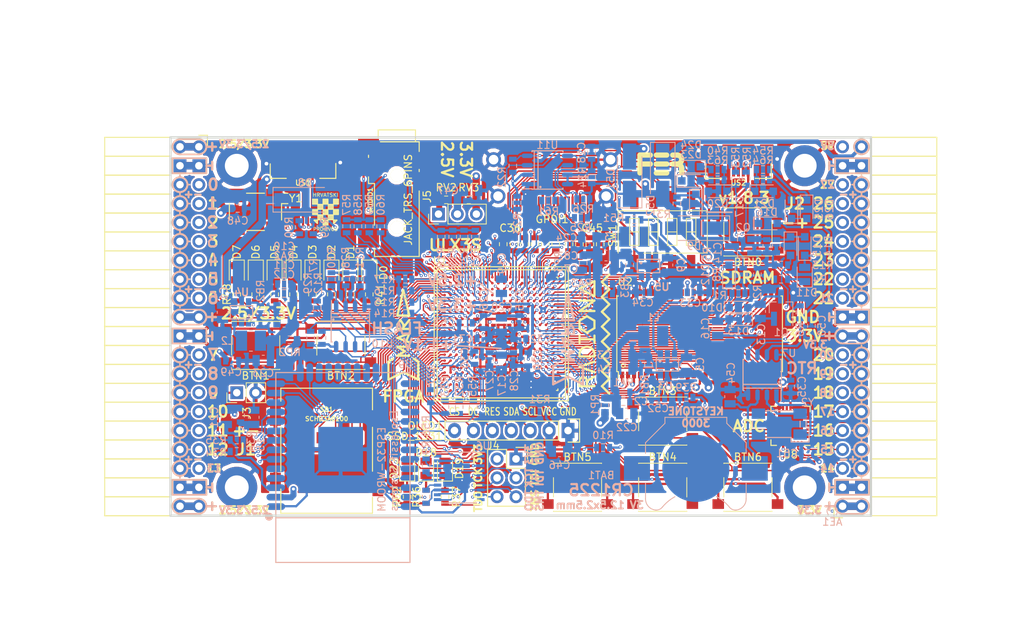
<source format=kicad_pcb>
(kicad_pcb (version 20171130) (host pcbnew 5.0.0-rc2-dev-unknown+dfsg1+20180318-2)
  (layers (0 F.Cu signal) (1 In1.Cu signal) (2 In2.Cu signal) (31 B.Cu signal) (34 B.Paste user) (35 F.Paste user) (36 B.SilkS user) (37 F.SilkS user) (38 B.Mask user) (39 F.Mask user) (44 Edge.Cuts user))
  (net 0 "")
  (net 1 GND)
  (net 2 +5V)
  (net 3 /gpio/IN5V)
  (net 4 /gpio/OUT5V)
  (net 5 +3V3)
  (net 6 BTN_D)
  (net 7 BTN_F1)
  (net 8 BTN_F2)
  (net 9 BTN_L)
  (net 10 BTN_R)
  (net 11 BTN_U)
  (net 12 /power/FB1)
  (net 13 +2V5)
  (net 14 /power/PWREN)
  (net 15 /power/FB3)
  (net 16 /power/FB2)
  (net 17 /power/VBAT)
  (net 18 JTAG_TDI)
  (net 19 JTAG_TCK)
  (net 20 JTAG_TMS)
  (net 21 JTAG_TDO)
  (net 22 /power/WAKEUPn)
  (net 23 /power/WKUP)
  (net 24 /power/SHUT)
  (net 25 /power/WAKE)
  (net 26 /power/HOLD)
  (net 27 /power/WKn)
  (net 28 /power/OSCI_32k)
  (net 29 /power/OSCO_32k)
  (net 30 SHUTDOWN)
  (net 31 /analog/AUDIO_L)
  (net 32 /analog/AUDIO_R)
  (net 33 GPDI_SDA)
  (net 34 GPDI_SCL)
  (net 35 /gpdi/VREF2)
  (net 36 SD_CMD)
  (net 37 SD_CLK)
  (net 38 SD_D0)
  (net 39 SD_D1)
  (net 40 USB5V)
  (net 41 GPDI_CEC)
  (net 42 nRESET)
  (net 43 FTDI_nDTR)
  (net 44 SDRAM_CKE)
  (net 45 SDRAM_A7)
  (net 46 SDRAM_D15)
  (net 47 SDRAM_BA1)
  (net 48 SDRAM_D7)
  (net 49 SDRAM_A6)
  (net 50 SDRAM_CLK)
  (net 51 SDRAM_D13)
  (net 52 SDRAM_BA0)
  (net 53 SDRAM_D6)
  (net 54 SDRAM_A5)
  (net 55 SDRAM_D14)
  (net 56 SDRAM_A11)
  (net 57 SDRAM_D12)
  (net 58 SDRAM_D5)
  (net 59 SDRAM_A4)
  (net 60 SDRAM_A10)
  (net 61 SDRAM_D11)
  (net 62 SDRAM_A3)
  (net 63 SDRAM_D4)
  (net 64 SDRAM_D10)
  (net 65 SDRAM_D9)
  (net 66 SDRAM_A9)
  (net 67 SDRAM_D3)
  (net 68 SDRAM_D8)
  (net 69 SDRAM_A8)
  (net 70 SDRAM_A2)
  (net 71 SDRAM_A1)
  (net 72 SDRAM_A0)
  (net 73 SDRAM_D2)
  (net 74 SDRAM_D1)
  (net 75 SDRAM_D0)
  (net 76 SDRAM_DQM0)
  (net 77 SDRAM_nCS)
  (net 78 SDRAM_nRAS)
  (net 79 SDRAM_DQM1)
  (net 80 SDRAM_nCAS)
  (net 81 SDRAM_nWE)
  (net 82 /flash/FLASH_nWP)
  (net 83 /flash/FLASH_nHOLD)
  (net 84 /flash/FLASH_MOSI)
  (net 85 /flash/FLASH_MISO)
  (net 86 /flash/FLASH_SCK)
  (net 87 /flash/FLASH_nCS)
  (net 88 /flash/FPGA_PROGRAMN)
  (net 89 /flash/FPGA_DONE)
  (net 90 /flash/FPGA_INITN)
  (net 91 OLED_RES)
  (net 92 OLED_DC)
  (net 93 OLED_CS)
  (net 94 WIFI_EN)
  (net 95 FTDI_nRTS)
  (net 96 FTDI_TXD)
  (net 97 FTDI_RXD)
  (net 98 WIFI_RXD)
  (net 99 WIFI_GPIO0)
  (net 100 WIFI_TXD)
  (net 101 USB_FTDI_D+)
  (net 102 USB_FTDI_D-)
  (net 103 SD_D3)
  (net 104 AUDIO_L3)
  (net 105 AUDIO_L2)
  (net 106 AUDIO_L1)
  (net 107 AUDIO_L0)
  (net 108 AUDIO_R3)
  (net 109 AUDIO_R2)
  (net 110 AUDIO_R1)
  (net 111 AUDIO_R0)
  (net 112 OLED_CLK)
  (net 113 OLED_MOSI)
  (net 114 LED0)
  (net 115 LED1)
  (net 116 LED2)
  (net 117 LED3)
  (net 118 LED4)
  (net 119 LED5)
  (net 120 LED6)
  (net 121 LED7)
  (net 122 BTN_PWRn)
  (net 123 FTDI_nTXLED)
  (net 124 FTDI_nSLEEP)
  (net 125 /blinkey/LED_PWREN)
  (net 126 /blinkey/LED_TXLED)
  (net 127 /sdcard/SD3V3)
  (net 128 SD_D2)
  (net 129 CLK_25MHz)
  (net 130 /blinkey/BTNPUL)
  (net 131 /blinkey/BTNPUR)
  (net 132 USB_FPGA_D+)
  (net 133 /power/FTDI_nSUSPEND)
  (net 134 /blinkey/ALED0)
  (net 135 /blinkey/ALED1)
  (net 136 /blinkey/ALED2)
  (net 137 /blinkey/ALED3)
  (net 138 /blinkey/ALED4)
  (net 139 /blinkey/ALED5)
  (net 140 /blinkey/ALED6)
  (net 141 /blinkey/ALED7)
  (net 142 /usb/FTD-)
  (net 143 /usb/FTD+)
  (net 144 ADC_MISO)
  (net 145 ADC_MOSI)
  (net 146 ADC_CSn)
  (net 147 ADC_SCLK)
  (net 148 SW3)
  (net 149 SW2)
  (net 150 SW1)
  (net 151 USB_FPGA_D-)
  (net 152 /usb/FPD+)
  (net 153 /usb/FPD-)
  (net 154 WIFI_GPIO16)
  (net 155 /usb/ANT_433MHz)
  (net 156 /power/PWRBTn)
  (net 157 PROG_DONE)
  (net 158 /power/P3V3)
  (net 159 /power/P2V5)
  (net 160 /power/L1)
  (net 161 /power/L3)
  (net 162 /power/L2)
  (net 163 FTDI_TXDEN)
  (net 164 SDRAM_A12)
  (net 165 /analog/AUDIO_V)
  (net 166 AUDIO_V3)
  (net 167 AUDIO_V2)
  (net 168 AUDIO_V1)
  (net 169 AUDIO_V0)
  (net 170 /blinkey/LED_WIFI)
  (net 171 /power/P1V1)
  (net 172 +1V1)
  (net 173 SW4)
  (net 174 /blinkey/SWPU)
  (net 175 /wifi/WIFIEN)
  (net 176 FT2V5)
  (net 177 GN0)
  (net 178 GP0)
  (net 179 GN1)
  (net 180 GP1)
  (net 181 GN2)
  (net 182 GP2)
  (net 183 GN3)
  (net 184 GP3)
  (net 185 GN4)
  (net 186 GP4)
  (net 187 GN5)
  (net 188 GP5)
  (net 189 GN6)
  (net 190 GP6)
  (net 191 GN14)
  (net 192 GP14)
  (net 193 GN15)
  (net 194 GP15)
  (net 195 GN16)
  (net 196 GP16)
  (net 197 GN17)
  (net 198 GP17)
  (net 199 GN18)
  (net 200 GP18)
  (net 201 GN19)
  (net 202 GP19)
  (net 203 GN20)
  (net 204 GP20)
  (net 205 GN21)
  (net 206 GP21)
  (net 207 GN22)
  (net 208 GP22)
  (net 209 GN23)
  (net 210 GP23)
  (net 211 GN24)
  (net 212 GP24)
  (net 213 GN25)
  (net 214 GP25)
  (net 215 GN26)
  (net 216 GP26)
  (net 217 GN27)
  (net 218 GP27)
  (net 219 GN7)
  (net 220 GP7)
  (net 221 GN8)
  (net 222 GP8)
  (net 223 GN9)
  (net 224 GP9)
  (net 225 GN10)
  (net 226 GP10)
  (net 227 GN11)
  (net 228 GP11)
  (net 229 GN12)
  (net 230 GP12)
  (net 231 GN13)
  (net 232 GP13)
  (net 233 WIFI_GPIO5)
  (net 234 WIFI_GPIO17)
  (net 235 USB_FPGA_PULL_D+)
  (net 236 USB_FPGA_PULL_D-)
  (net 237 "Net-(D23-Pad2)")
  (net 238 "Net-(D24-Pad1)")
  (net 239 "Net-(D25-Pad2)")
  (net 240 "Net-(D26-Pad1)")
  (net 241 /gpdi/GPDI_ETH+)
  (net 242 FPDI_ETH+)
  (net 243 /gpdi/GPDI_ETH-)
  (net 244 FPDI_ETH-)
  (net 245 /gpdi/GPDI_D2-)
  (net 246 FPDI_D2-)
  (net 247 /gpdi/GPDI_D1-)
  (net 248 FPDI_D1-)
  (net 249 /gpdi/GPDI_D0-)
  (net 250 FPDI_D0-)
  (net 251 /gpdi/GPDI_CLK-)
  (net 252 FPDI_CLK-)
  (net 253 /gpdi/GPDI_D2+)
  (net 254 FPDI_D2+)
  (net 255 /gpdi/GPDI_D1+)
  (net 256 FPDI_D1+)
  (net 257 /gpdi/GPDI_D0+)
  (net 258 FPDI_D0+)
  (net 259 /gpdi/GPDI_CLK+)
  (net 260 FPDI_CLK+)
  (net 261 FPDI_SDA)
  (net 262 FPDI_SCL)
  (net 263 /gpdi/FPDI_CEC)
  (net 264 2V5_3V3)
  (net 265 "Net-(AUDIO1-Pad5)")
  (net 266 "Net-(AUDIO1-Pad6)")
  (net 267 "Net-(U1-PadA15)")
  (net 268 "Net-(U1-PadC9)")
  (net 269 "Net-(U1-PadD9)")
  (net 270 "Net-(U1-PadD10)")
  (net 271 "Net-(U1-PadD11)")
  (net 272 "Net-(U1-PadD12)")
  (net 273 "Net-(U1-PadE6)")
  (net 274 "Net-(U1-PadE9)")
  (net 275 "Net-(U1-PadE10)")
  (net 276 "Net-(U1-PadE11)")
  (net 277 "Net-(U1-PadJ4)")
  (net 278 "Net-(U1-PadJ5)")
  (net 279 "Net-(U1-PadK5)")
  (net 280 "Net-(U1-PadL5)")
  (net 281 "Net-(U1-PadM4)")
  (net 282 "Net-(U1-PadM5)")
  (net 283 SD_CD)
  (net 284 SD_WP)
  (net 285 "Net-(U1-PadR3)")
  (net 286 "Net-(U1-PadT16)")
  (net 287 "Net-(U1-PadW4)")
  (net 288 "Net-(U1-PadW5)")
  (net 289 "Net-(U1-PadW8)")
  (net 290 "Net-(U1-PadW9)")
  (net 291 "Net-(U1-PadW13)")
  (net 292 "Net-(U1-PadW14)")
  (net 293 "Net-(U1-PadW17)")
  (net 294 "Net-(U1-PadW18)")
  (net 295 FTDI_nRXLED)
  (net 296 "Net-(U8-Pad12)")
  (net 297 "Net-(U8-Pad25)")
  (net 298 "Net-(U9-Pad32)")
  (net 299 "Net-(U9-Pad22)")
  (net 300 "Net-(U9-Pad21)")
  (net 301 "Net-(U9-Pad20)")
  (net 302 "Net-(U9-Pad19)")
  (net 303 "Net-(U9-Pad18)")
  (net 304 "Net-(U9-Pad17)")
  (net 305 "Net-(U9-Pad12)")
  (net 306 "Net-(U9-Pad5)")
  (net 307 "Net-(U9-Pad4)")
  (net 308 "Net-(US1-Pad4)")
  (net 309 "Net-(US2-Pad4)")
  (net 310 "Net-(Y2-Pad3)")
  (net 311 "Net-(Y2-Pad2)")
  (net 312 "Net-(U1-PadK16)")
  (net 313 "Net-(U1-PadK17)")
  (net 314 /usb/US2VBUS)
  (net 315 /power/SHD)
  (module L_1008_1210:L_1008_1210 (layer B.Cu) (at 156.33 74.755 180)
    (fp_text reference L3 (at 3.16 -0.018 180) (layer B.SilkS) (effects (justify mirror)))
    (fp_text value 2.2uH)
    (pad 2 smd rect (at 1.27 0 180) (size 1.5 2.7) (layers B.Cu B.Paste B.Mask) (net 158 /power/P3V3))
    (pad 1 smd rect (at -1.27 0 180) (size 1.5 2.7) (layers B.Cu B.Paste B.Mask) (net 161 /power/L3))
  )
  (module L_1008_1210:L_1008_1210 (layer B.Cu) (at 104.895 88.725)
    (fp_text reference L2 (at -3.16 0.018) (layer B.SilkS) (effects (justify mirror)))
    (fp_text value 2.2uH)
    (pad 2 smd rect (at 1.27 0) (size 1.5 2.7) (layers B.Cu B.Paste B.Mask) (net 159 /power/P2V5))
    (pad 1 smd rect (at -1.27 0) (size 1.5 2.7) (layers B.Cu B.Paste B.Mask) (net 162 /power/L2))
  )
  (module L_1008_1210:L_1008_1210 (layer B.Cu) (at 158.87 88.09 180)
    (fp_text reference L1 (at 0 2.5 180) (layer B.SilkS) (effects (justify mirror)))
    (fp_text value 2.2uH)
    (pad 2 smd rect (at 1.27 0 180) (size 1.5 2.7) (layers B.Cu B.Paste B.Mask) (net 171 /power/P1V1))
    (pad 1 smd rect (at -1.27 0 180) (size 1.5 2.7) (layers B.Cu B.Paste B.Mask) (net 160 /power/L1))
  )
  (module Socket_Strips:Socket_Strip_Angled_2x20 (layer F.Cu) (at 97.91 62.69 270)
    (fp_text reference J1 (at 40.64 -6.35) (layer F.SilkS) (effects (font (size 1.5 1.5) (thickness 0.3))))
    (fp_text value CONN_02X20 hide)
    (pad 1 thru_hole oval (at 0 0 270) (size 1.7272 1.7272) (drill 1.016) (layers *.Cu *.Mask) (net 264 2V5_3V3))
    (pad 2 thru_hole oval (at 0 2.54 270) (size 1.7272 1.7272) (drill 1.016) (layers *.Cu *.Mask) (net 264 2V5_3V3))
    (pad 3 thru_hole rect (at 2.54 0 270) (size 1.7272 1.7272) (drill 1.016) (layers *.Cu *.Mask) (net 1 GND))
    (pad 4 thru_hole rect (at 2.54 2.54 270) (size 1.7272 1.7272) (drill 1.016) (layers *.Cu *.Mask) (net 1 GND))
    (pad 5 thru_hole oval (at 5.08 0 270) (size 1.7272 1.7272) (drill 1.016) (layers *.Cu *.Mask) (net 177 GN0))
    (pad 6 thru_hole oval (at 5.08 2.54 270) (size 1.7272 1.7272) (drill 1.016) (layers *.Cu *.Mask) (net 178 GP0))
    (pad 7 thru_hole oval (at 7.62 0 270) (size 1.7272 1.7272) (drill 1.016) (layers *.Cu *.Mask) (net 179 GN1))
    (pad 8 thru_hole oval (at 7.62 2.54 270) (size 1.7272 1.7272) (drill 1.016) (layers *.Cu *.Mask) (net 180 GP1))
    (pad 9 thru_hole oval (at 10.16 0 270) (size 1.7272 1.7272) (drill 1.016) (layers *.Cu *.Mask) (net 181 GN2))
    (pad 10 thru_hole oval (at 10.16 2.54 270) (size 1.7272 1.7272) (drill 1.016) (layers *.Cu *.Mask) (net 182 GP2))
    (pad 11 thru_hole oval (at 12.7 0 270) (size 1.7272 1.7272) (drill 1.016) (layers *.Cu *.Mask) (net 183 GN3))
    (pad 12 thru_hole oval (at 12.7 2.54 270) (size 1.7272 1.7272) (drill 1.016) (layers *.Cu *.Mask) (net 184 GP3))
    (pad 13 thru_hole oval (at 15.24 0 270) (size 1.7272 1.7272) (drill 1.016) (layers *.Cu *.Mask) (net 185 GN4))
    (pad 14 thru_hole oval (at 15.24 2.54 270) (size 1.7272 1.7272) (drill 1.016) (layers *.Cu *.Mask) (net 186 GP4))
    (pad 15 thru_hole oval (at 17.78 0 270) (size 1.7272 1.7272) (drill 1.016) (layers *.Cu *.Mask) (net 187 GN5))
    (pad 16 thru_hole oval (at 17.78 2.54 270) (size 1.7272 1.7272) (drill 1.016) (layers *.Cu *.Mask) (net 188 GP5))
    (pad 17 thru_hole oval (at 20.32 0 270) (size 1.7272 1.7272) (drill 1.016) (layers *.Cu *.Mask) (net 189 GN6))
    (pad 18 thru_hole oval (at 20.32 2.54 270) (size 1.7272 1.7272) (drill 1.016) (layers *.Cu *.Mask) (net 190 GP6))
    (pad 19 thru_hole oval (at 22.86 0 270) (size 1.7272 1.7272) (drill 1.016) (layers *.Cu *.Mask) (net 264 2V5_3V3))
    (pad 20 thru_hole oval (at 22.86 2.54 270) (size 1.7272 1.7272) (drill 1.016) (layers *.Cu *.Mask) (net 264 2V5_3V3))
    (pad 21 thru_hole rect (at 25.4 0 270) (size 1.7272 1.7272) (drill 1.016) (layers *.Cu *.Mask) (net 1 GND))
    (pad 22 thru_hole rect (at 25.4 2.54 270) (size 1.7272 1.7272) (drill 1.016) (layers *.Cu *.Mask) (net 1 GND))
    (pad 23 thru_hole oval (at 27.94 0 270) (size 1.7272 1.7272) (drill 1.016) (layers *.Cu *.Mask) (net 219 GN7))
    (pad 24 thru_hole oval (at 27.94 2.54 270) (size 1.7272 1.7272) (drill 1.016) (layers *.Cu *.Mask) (net 220 GP7))
    (pad 25 thru_hole oval (at 30.48 0 270) (size 1.7272 1.7272) (drill 1.016) (layers *.Cu *.Mask) (net 221 GN8))
    (pad 26 thru_hole oval (at 30.48 2.54 270) (size 1.7272 1.7272) (drill 1.016) (layers *.Cu *.Mask) (net 222 GP8))
    (pad 27 thru_hole oval (at 33.02 0 270) (size 1.7272 1.7272) (drill 1.016) (layers *.Cu *.Mask) (net 223 GN9))
    (pad 28 thru_hole oval (at 33.02 2.54 270) (size 1.7272 1.7272) (drill 1.016) (layers *.Cu *.Mask) (net 224 GP9))
    (pad 29 thru_hole oval (at 35.56 0 270) (size 1.7272 1.7272) (drill 1.016) (layers *.Cu *.Mask) (net 225 GN10))
    (pad 30 thru_hole oval (at 35.56 2.54 270) (size 1.7272 1.7272) (drill 1.016) (layers *.Cu *.Mask) (net 226 GP10))
    (pad 31 thru_hole oval (at 38.1 0 270) (size 1.7272 1.7272) (drill 1.016) (layers *.Cu *.Mask) (net 227 GN11))
    (pad 32 thru_hole oval (at 38.1 2.54 270) (size 1.7272 1.7272) (drill 1.016) (layers *.Cu *.Mask) (net 228 GP11))
    (pad 33 thru_hole oval (at 40.64 0 270) (size 1.7272 1.7272) (drill 1.016) (layers *.Cu *.Mask) (net 229 GN12))
    (pad 34 thru_hole oval (at 40.64 2.54 270) (size 1.7272 1.7272) (drill 1.016) (layers *.Cu *.Mask) (net 230 GP12))
    (pad 35 thru_hole oval (at 43.18 0 270) (size 1.7272 1.7272) (drill 1.016) (layers *.Cu *.Mask) (net 231 GN13))
    (pad 36 thru_hole oval (at 43.18 2.54 270) (size 1.7272 1.7272) (drill 1.016) (layers *.Cu *.Mask) (net 232 GP13))
    (pad 37 thru_hole rect (at 45.72 0 270) (size 1.7272 1.7272) (drill 1.016) (layers *.Cu *.Mask) (net 1 GND))
    (pad 38 thru_hole rect (at 45.72 2.54 270) (size 1.7272 1.7272) (drill 1.016) (layers *.Cu *.Mask) (net 1 GND))
    (pad 39 thru_hole oval (at 48.26 0 270) (size 1.7272 1.7272) (drill 1.016) (layers *.Cu *.Mask) (net 264 2V5_3V3))
    (pad 40 thru_hole oval (at 48.26 2.54 270) (size 1.7272 1.7272) (drill 1.016) (layers *.Cu *.Mask) (net 264 2V5_3V3))
  )
  (module TSOT-25:TSOT-25 (layer B.Cu) (at 160.775 91.9)
    (fp_text reference U3 (at -0.295 2.9) (layer B.SilkS) (effects (font (thickness 0.2)) (justify mirror)))
    (fp_text value TLV62569DBV)
    (pad 1 smd rect (at -0.95 -1.3) (size 0.7 1.2) (layers B.Cu B.Paste B.Mask) (net 14 /power/PWREN))
    (pad 2 smd rect (at 0 -1.3) (size 0.7 1.2) (layers B.Cu B.Paste B.Mask) (net 1 GND))
    (pad 3 smd rect (at 0.95 -1.3) (size 0.7 1.2) (layers B.Cu B.Paste B.Mask) (net 160 /power/L1))
    (pad 4 smd rect (at 0.95 1.3) (size 0.7 1.2) (layers B.Cu B.Paste B.Mask) (net 2 +5V))
    (pad 5 smd rect (at -0.95 1.3) (size 0.7 1.2) (layers B.Cu B.Paste B.Mask) (net 12 /power/FB1))
  )
  (module TSOT-25:TSOT-25 (layer B.Cu) (at 103.625 84.915 180)
    (fp_text reference U4 (at 0 2.697 180) (layer B.SilkS) (effects (font (thickness 0.2)) (justify mirror)))
    (fp_text value TLV62569DBV)
    (pad 1 smd rect (at -0.95 -1.3 180) (size 0.7 1.2) (layers B.Cu B.Paste B.Mask) (net 14 /power/PWREN))
    (pad 2 smd rect (at 0 -1.3 180) (size 0.7 1.2) (layers B.Cu B.Paste B.Mask) (net 1 GND))
    (pad 3 smd rect (at 0.95 -1.3 180) (size 0.7 1.2) (layers B.Cu B.Paste B.Mask) (net 162 /power/L2))
    (pad 4 smd rect (at 0.95 1.3 180) (size 0.7 1.2) (layers B.Cu B.Paste B.Mask) (net 2 +5V))
    (pad 5 smd rect (at -0.95 1.3 180) (size 0.7 1.2) (layers B.Cu B.Paste B.Mask) (net 16 /power/FB2))
  )
  (module TSOT-25:TSOT-25 (layer B.Cu) (at 158.235 78.692)
    (fp_text reference U5 (at 1.793 2.812) (layer B.SilkS) (effects (font (thickness 0.2)) (justify mirror)))
    (fp_text value TLV62569DBV)
    (pad 1 smd rect (at -0.95 -1.3) (size 0.7 1.2) (layers B.Cu B.Paste B.Mask) (net 14 /power/PWREN))
    (pad 2 smd rect (at 0 -1.3) (size 0.7 1.2) (layers B.Cu B.Paste B.Mask) (net 1 GND))
    (pad 3 smd rect (at 0.95 -1.3) (size 0.7 1.2) (layers B.Cu B.Paste B.Mask) (net 161 /power/L3))
    (pad 4 smd rect (at 0.95 1.3) (size 0.7 1.2) (layers B.Cu B.Paste B.Mask) (net 2 +5V))
    (pad 5 smd rect (at -0.95 1.3) (size 0.7 1.2) (layers B.Cu B.Paste B.Mask) (net 15 /power/FB3))
  )
  (module Socket_Strips:Socket_Strip_Angled_2x20 (layer F.Cu) (at 184.27 110.95 90)
    (fp_text reference J2 (at 40.64 -6.35 180) (layer F.SilkS) (effects (font (size 1.5 1.5) (thickness 0.3))))
    (fp_text value CONN_02X20 hide)
    (pad 1 thru_hole oval (at 0 0 90) (size 1.7272 1.7272) (drill 1.016) (layers *.Cu *.Mask) (net 5 +3V3))
    (pad 2 thru_hole oval (at 0 2.54 90) (size 1.7272 1.7272) (drill 1.016) (layers *.Cu *.Mask) (net 5 +3V3))
    (pad 3 thru_hole rect (at 2.54 0 90) (size 1.7272 1.7272) (drill 1.016) (layers *.Cu *.Mask) (net 1 GND))
    (pad 4 thru_hole rect (at 2.54 2.54 90) (size 1.7272 1.7272) (drill 1.016) (layers *.Cu *.Mask) (net 1 GND))
    (pad 5 thru_hole oval (at 5.08 0 90) (size 1.7272 1.7272) (drill 1.016) (layers *.Cu *.Mask) (net 191 GN14))
    (pad 6 thru_hole oval (at 5.08 2.54 90) (size 1.7272 1.7272) (drill 1.016) (layers *.Cu *.Mask) (net 192 GP14))
    (pad 7 thru_hole oval (at 7.62 0 90) (size 1.7272 1.7272) (drill 1.016) (layers *.Cu *.Mask) (net 193 GN15))
    (pad 8 thru_hole oval (at 7.62 2.54 90) (size 1.7272 1.7272) (drill 1.016) (layers *.Cu *.Mask) (net 194 GP15))
    (pad 9 thru_hole oval (at 10.16 0 90) (size 1.7272 1.7272) (drill 1.016) (layers *.Cu *.Mask) (net 195 GN16))
    (pad 10 thru_hole oval (at 10.16 2.54 90) (size 1.7272 1.7272) (drill 1.016) (layers *.Cu *.Mask) (net 196 GP16))
    (pad 11 thru_hole oval (at 12.7 0 90) (size 1.7272 1.7272) (drill 1.016) (layers *.Cu *.Mask) (net 197 GN17))
    (pad 12 thru_hole oval (at 12.7 2.54 90) (size 1.7272 1.7272) (drill 1.016) (layers *.Cu *.Mask) (net 198 GP17))
    (pad 13 thru_hole oval (at 15.24 0 90) (size 1.7272 1.7272) (drill 1.016) (layers *.Cu *.Mask) (net 199 GN18))
    (pad 14 thru_hole oval (at 15.24 2.54 90) (size 1.7272 1.7272) (drill 1.016) (layers *.Cu *.Mask) (net 200 GP18))
    (pad 15 thru_hole oval (at 17.78 0 90) (size 1.7272 1.7272) (drill 1.016) (layers *.Cu *.Mask) (net 201 GN19))
    (pad 16 thru_hole oval (at 17.78 2.54 90) (size 1.7272 1.7272) (drill 1.016) (layers *.Cu *.Mask) (net 202 GP19))
    (pad 17 thru_hole oval (at 20.32 0 90) (size 1.7272 1.7272) (drill 1.016) (layers *.Cu *.Mask) (net 203 GN20))
    (pad 18 thru_hole oval (at 20.32 2.54 90) (size 1.7272 1.7272) (drill 1.016) (layers *.Cu *.Mask) (net 204 GP20))
    (pad 19 thru_hole oval (at 22.86 0 90) (size 1.7272 1.7272) (drill 1.016) (layers *.Cu *.Mask) (net 5 +3V3))
    (pad 20 thru_hole oval (at 22.86 2.54 90) (size 1.7272 1.7272) (drill 1.016) (layers *.Cu *.Mask) (net 5 +3V3))
    (pad 21 thru_hole rect (at 25.4 0 90) (size 1.7272 1.7272) (drill 1.016) (layers *.Cu *.Mask) (net 1 GND))
    (pad 22 thru_hole rect (at 25.4 2.54 90) (size 1.7272 1.7272) (drill 1.016) (layers *.Cu *.Mask) (net 1 GND))
    (pad 23 thru_hole oval (at 27.94 0 90) (size 1.7272 1.7272) (drill 1.016) (layers *.Cu *.Mask) (net 205 GN21))
    (pad 24 thru_hole oval (at 27.94 2.54 90) (size 1.7272 1.7272) (drill 1.016) (layers *.Cu *.Mask) (net 206 GP21))
    (pad 25 thru_hole oval (at 30.48 0 90) (size 1.7272 1.7272) (drill 1.016) (layers *.Cu *.Mask) (net 207 GN22))
    (pad 26 thru_hole oval (at 30.48 2.54 90) (size 1.7272 1.7272) (drill 1.016) (layers *.Cu *.Mask) (net 208 GP22))
    (pad 27 thru_hole oval (at 33.02 0 90) (size 1.7272 1.7272) (drill 1.016) (layers *.Cu *.Mask) (net 209 GN23))
    (pad 28 thru_hole oval (at 33.02 2.54 90) (size 1.7272 1.7272) (drill 1.016) (layers *.Cu *.Mask) (net 210 GP23))
    (pad 29 thru_hole oval (at 35.56 0 90) (size 1.7272 1.7272) (drill 1.016) (layers *.Cu *.Mask) (net 211 GN24))
    (pad 30 thru_hole oval (at 35.56 2.54 90) (size 1.7272 1.7272) (drill 1.016) (layers *.Cu *.Mask) (net 212 GP24))
    (pad 31 thru_hole oval (at 38.1 0 90) (size 1.7272 1.7272) (drill 1.016) (layers *.Cu *.Mask) (net 213 GN25))
    (pad 32 thru_hole oval (at 38.1 2.54 90) (size 1.7272 1.7272) (drill 1.016) (layers *.Cu *.Mask) (net 214 GP25))
    (pad 33 thru_hole oval (at 40.64 0 90) (size 1.7272 1.7272) (drill 1.016) (layers *.Cu *.Mask) (net 215 GN26))
    (pad 34 thru_hole oval (at 40.64 2.54 90) (size 1.7272 1.7272) (drill 1.016) (layers *.Cu *.Mask) (net 216 GP26))
    (pad 35 thru_hole oval (at 43.18 0 90) (size 1.7272 1.7272) (drill 1.016) (layers *.Cu *.Mask) (net 217 GN27))
    (pad 36 thru_hole oval (at 43.18 2.54 90) (size 1.7272 1.7272) (drill 1.016) (layers *.Cu *.Mask) (net 218 GP27))
    (pad 37 thru_hole rect (at 45.72 0 90) (size 1.7272 1.7272) (drill 1.016) (layers *.Cu *.Mask) (net 1 GND))
    (pad 38 thru_hole rect (at 45.72 2.54 90) (size 1.7272 1.7272) (drill 1.016) (layers *.Cu *.Mask) (net 1 GND))
    (pad 39 thru_hole oval (at 48.26 0 90) (size 1.7272 1.7272) (drill 1.016) (layers *.Cu *.Mask) (net 3 /gpio/IN5V))
    (pad 40 thru_hole oval (at 48.26 2.54 90) (size 1.7272 1.7272) (drill 1.016) (layers *.Cu *.Mask) (net 4 /gpio/OUT5V))
  )
  (module Mounting_Holes:MountingHole_3.2mm_M3_ISO14580_Pad (layer F.Cu) (at 102.99 108.41)
    (fp_text reference H1 hide)
    (fp_text value HOLE hide)
    (pad 1 thru_hole circle (at 0 0) (size 5.5 5.5) (drill 3.2) (layers *.Cu *.Mask) (net 1 GND))
  )
  (module Mounting_Holes:MountingHole_3.2mm_M3_ISO14580_Pad (layer F.Cu) (at 179.19 108.41)
    (fp_text reference H2 hide)
    (fp_text value HOLE hide)
    (pad 1 thru_hole circle (at 0 0) (size 5.5 5.5) (drill 3.2) (layers *.Cu *.Mask) (net 1 GND))
  )
  (module Mounting_Holes:MountingHole_3.2mm_M3_ISO14580_Pad (layer F.Cu) (at 179.19 65.23)
    (fp_text reference H3 hide)
    (fp_text value HOLE hide)
    (pad 1 thru_hole circle (at 0 0) (size 5.5 5.5) (drill 3.2) (layers *.Cu *.Mask) (net 1 GND))
  )
  (module Mounting_Holes:MountingHole_3.2mm_M3_ISO14580_Pad (layer F.Cu) (at 102.99 65.23)
    (fp_text reference H4 hide)
    (fp_text value HOLE hide)
    (pad 1 thru_hole circle (at 0 0) (size 5.5 5.5) (drill 3.2) (layers *.Cu *.Mask) (net 1 GND))
  )
  (module Housings_SSOP:SSOP-20_4.4x6.5mm_Pitch0.65mm (layer B.Cu) (at 132.835 107.14 180)
    (fp_text reference U6 (at -3.175 4.318 180) (layer B.SilkS) (effects (justify mirror)))
    (fp_text value FT231XS)
    (pad 1 smd rect (at -2.9 2.925 180) (size 1 0.4) (layers B.Cu B.Paste B.Mask) (net 43 FTDI_nDTR))
    (pad 2 smd rect (at -2.9 2.275 180) (size 1 0.4) (layers B.Cu B.Paste B.Mask) (net 95 FTDI_nRTS))
    (pad 3 smd rect (at -2.9 1.625 180) (size 1 0.4) (layers B.Cu B.Paste B.Mask) (net 176 FT2V5))
    (pad 4 smd rect (at -2.9 0.975 180) (size 1 0.4) (layers B.Cu B.Paste B.Mask) (net 97 FTDI_RXD))
    (pad 5 smd rect (at -2.9 0.325 180) (size 1 0.4) (layers B.Cu B.Paste B.Mask) (net 18 JTAG_TDI))
    (pad 6 smd rect (at -2.9 -0.325 180) (size 1 0.4) (layers B.Cu B.Paste B.Mask) (net 1 GND))
    (pad 7 smd rect (at -2.9 -0.975 180) (size 1 0.4) (layers B.Cu B.Paste B.Mask) (net 19 JTAG_TCK))
    (pad 8 smd rect (at -2.9 -1.625 180) (size 1 0.4) (layers B.Cu B.Paste B.Mask) (net 20 JTAG_TMS))
    (pad 9 smd rect (at -2.9 -2.275 180) (size 1 0.4) (layers B.Cu B.Paste B.Mask) (net 21 JTAG_TDO))
    (pad 10 smd rect (at -2.9 -2.925 180) (size 1 0.4) (layers B.Cu B.Paste B.Mask) (net 123 FTDI_nTXLED))
    (pad 11 smd rect (at 2.9 -2.925 180) (size 1 0.4) (layers B.Cu B.Paste B.Mask) (net 101 USB_FTDI_D+))
    (pad 12 smd rect (at 2.9 -2.275 180) (size 1 0.4) (layers B.Cu B.Paste B.Mask) (net 102 USB_FTDI_D-))
    (pad 13 smd rect (at 2.9 -1.625 180) (size 1 0.4) (layers B.Cu B.Paste B.Mask) (net 176 FT2V5))
    (pad 14 smd rect (at 2.9 -0.975 180) (size 1 0.4) (layers B.Cu B.Paste B.Mask) (net 42 nRESET))
    (pad 15 smd rect (at 2.9 -0.325 180) (size 1 0.4) (layers B.Cu B.Paste B.Mask) (net 40 USB5V))
    (pad 16 smd rect (at 2.9 0.325 180) (size 1 0.4) (layers B.Cu B.Paste B.Mask) (net 1 GND))
    (pad 17 smd rect (at 2.9 0.975 180) (size 1 0.4) (layers B.Cu B.Paste B.Mask) (net 295 FTDI_nRXLED))
    (pad 18 smd rect (at 2.9 1.625 180) (size 1 0.4) (layers B.Cu B.Paste B.Mask) (net 163 FTDI_TXDEN))
    (pad 19 smd rect (at 2.9 2.275 180) (size 1 0.4) (layers B.Cu B.Paste B.Mask) (net 124 FTDI_nSLEEP))
    (pad 20 smd rect (at 2.9 2.925 180) (size 1 0.4) (layers B.Cu B.Paste B.Mask) (net 96 FTDI_TXD))
  )
  (module usb_otg:USB-MICRO-B-FCI-10118192-0001LF (layer F.Cu) (at 111.88 63.325 180)
    (fp_text reference US1 (at 0 -4.2 180) (layer F.SilkS) (effects (font (size 0.7 0.7))))
    (fp_text value MICRO_USB hide)
    (pad 6 smd rect (at -3.1 -2.55 180) (size 2.1 1.6) (layers F.Cu F.Paste F.Mask) (net 1 GND))
    (pad 6 smd rect (at 3.1 -2.55 180) (size 2.1 1.6) (layers F.Cu F.Paste F.Mask) (net 1 GND))
    (pad 6 smd rect (at -1.2 0 180) (size 1.9 1.9) (layers F.Cu F.Paste F.Mask) (net 1 GND))
    (pad 6 smd rect (at 1.2 0 180) (size 1.9 1.9) (layers F.Cu F.Paste F.Mask) (net 1 GND))
    (pad 1 smd rect (at -1.3 -2.675 180) (size 0.4 1.35) (layers F.Cu F.Paste F.Mask) (net 40 USB5V))
    (pad 2 smd rect (at -0.65 -2.675 180) (size 0.4 1.35) (layers F.Cu F.Paste F.Mask) (net 142 /usb/FTD-))
    (pad 3 smd rect (at 0 -2.675 180) (size 0.4 1.35) (layers F.Cu F.Paste F.Mask) (net 143 /usb/FTD+))
    (pad 4 smd rect (at 0.65 -2.675 180) (size 0.4 1.35) (layers F.Cu F.Paste F.Mask) (net 308 "Net-(US1-Pad4)"))
    (pad 5 smd rect (at 1.3 -2.675 180) (size 0.4 1.35) (layers F.Cu F.Paste F.Mask) (net 1 GND))
    (pad 6 smd rect (at -3.8 0 180) (size 1.8 1.9) (layers F.Cu F.Paste F.Mask) (net 1 GND))
    (pad 6 smd rect (at 3.8 0 180) (size 1.8 1.9) (layers F.Cu F.Paste F.Mask) (net 1 GND))
  )
  (module usb_otg:USB-MICRO-B-FCI-10118192-0001LF (layer F.Cu) (at 170.3 63.325 180)
    (fp_text reference US2 (at 0 -4.2 180) (layer F.SilkS) (effects (font (size 0.7 0.7))))
    (fp_text value MICRO_USB hide)
    (pad 6 smd rect (at -3.1 -2.55 180) (size 2.1 1.6) (layers F.Cu F.Paste F.Mask) (net 1 GND))
    (pad 6 smd rect (at 3.1 -2.55 180) (size 2.1 1.6) (layers F.Cu F.Paste F.Mask) (net 1 GND))
    (pad 6 smd rect (at -1.2 0 180) (size 1.9 1.9) (layers F.Cu F.Paste F.Mask) (net 1 GND))
    (pad 6 smd rect (at 1.2 0 180) (size 1.9 1.9) (layers F.Cu F.Paste F.Mask) (net 1 GND))
    (pad 1 smd rect (at -1.3 -2.675 180) (size 0.4 1.35) (layers F.Cu F.Paste F.Mask) (net 314 /usb/US2VBUS))
    (pad 2 smd rect (at -0.65 -2.675 180) (size 0.4 1.35) (layers F.Cu F.Paste F.Mask) (net 153 /usb/FPD-))
    (pad 3 smd rect (at 0 -2.675 180) (size 0.4 1.35) (layers F.Cu F.Paste F.Mask) (net 152 /usb/FPD+))
    (pad 4 smd rect (at 0.65 -2.675 180) (size 0.4 1.35) (layers F.Cu F.Paste F.Mask) (net 309 "Net-(US2-Pad4)"))
    (pad 5 smd rect (at 1.3 -2.675 180) (size 0.4 1.35) (layers F.Cu F.Paste F.Mask) (net 1 GND))
    (pad 6 smd rect (at -3.8 0 180) (size 1.8 1.9) (layers F.Cu F.Paste F.Mask) (net 1 GND))
    (pad 6 smd rect (at 3.8 0 180) (size 1.8 1.9) (layers F.Cu F.Paste F.Mask) (net 1 GND))
  )
  (module Socket_Strips:Socket_Strip_Straight_2x03 (layer F.Cu) (at 140.455 104.6 270)
    (fp_text reference J4 (at -1.778 3.048) (layer F.SilkS))
    (fp_text value CONN_02X03 hide)
    (pad 1 thru_hole rect (at 0 0 270) (size 1.7272 1.7272) (drill 1.016) (layers *.Cu *.Mask) (net 1 GND))
    (pad 2 thru_hole oval (at 0 2.54 270) (size 1.7272 1.7272) (drill 1.016) (layers *.Cu *.Mask) (net 5 +3V3))
    (pad 3 thru_hole oval (at 2.54 0 270) (size 1.7272 1.7272) (drill 1.016) (layers *.Cu *.Mask) (net 18 JTAG_TDI))
    (pad 4 thru_hole oval (at 2.54 2.54 270) (size 1.7272 1.7272) (drill 1.016) (layers *.Cu *.Mask) (net 19 JTAG_TCK))
    (pad 5 thru_hole oval (at 5.08 0 270) (size 1.7272 1.7272) (drill 1.016) (layers *.Cu *.Mask) (net 20 JTAG_TMS))
    (pad 6 thru_hole oval (at 5.08 2.54 270) (size 1.7272 1.7272) (drill 1.016) (layers *.Cu *.Mask) (net 21 JTAG_TDO))
  )
  (module Housings_DFN_QFN:QFN-28-1EP_5x5mm_Pitch0.5mm (layer F.Cu) (at 177.285 100.155 180)
    (fp_text reference U8 (at 0 -3.875 180) (layer F.SilkS))
    (fp_text value MAX11125)
    (pad 1 smd oval (at -2.45 -1.5 180) (size 0.85 0.3) (layers F.Cu F.Paste F.Mask) (net 194 GP15))
    (pad 2 smd oval (at -2.45 -1 180) (size 0.85 0.3) (layers F.Cu F.Paste F.Mask) (net 195 GN16))
    (pad 3 smd oval (at -2.45 -0.5 180) (size 0.85 0.3) (layers F.Cu F.Paste F.Mask) (net 196 GP16))
    (pad 4 smd oval (at -2.45 0 180) (size 0.85 0.3) (layers F.Cu F.Paste F.Mask) (net 197 GN17))
    (pad 5 smd oval (at -2.45 0.5 180) (size 0.85 0.3) (layers F.Cu F.Paste F.Mask) (net 198 GP17))
    (pad 6 smd oval (at -2.45 1 180) (size 0.85 0.3) (layers F.Cu F.Paste F.Mask) (net 1 GND))
    (pad 7 smd oval (at -2.45 1.5 180) (size 0.85 0.3) (layers F.Cu F.Paste F.Mask) (net 1 GND))
    (pad 8 smd oval (at -1.5 2.45 270) (size 0.85 0.3) (layers F.Cu F.Paste F.Mask) (net 1 GND))
    (pad 9 smd oval (at -1 2.45 270) (size 0.85 0.3) (layers F.Cu F.Paste F.Mask) (net 1 GND))
    (pad 10 smd oval (at -0.5 2.45 270) (size 0.85 0.3) (layers F.Cu F.Paste F.Mask) (net 1 GND))
    (pad 11 smd oval (at 0 2.45 270) (size 0.85 0.3) (layers F.Cu F.Paste F.Mask) (net 1 GND))
    (pad 12 smd oval (at 0.5 2.45 270) (size 0.85 0.3) (layers F.Cu F.Paste F.Mask) (net 296 "Net-(U8-Pad12)"))
    (pad 13 smd oval (at 1 2.45 270) (size 0.85 0.3) (layers F.Cu F.Paste F.Mask) (net 1 GND))
    (pad 14 smd oval (at 1.5 2.45 270) (size 0.85 0.3) (layers F.Cu F.Paste F.Mask) (net 1 GND))
    (pad 15 smd oval (at 2.45 1.5 180) (size 0.85 0.3) (layers F.Cu F.Paste F.Mask) (net 5 +3V3))
    (pad 16 smd oval (at 2.45 1 180) (size 0.85 0.3) (layers F.Cu F.Paste F.Mask) (net 1 GND))
    (pad 17 smd oval (at 2.45 0.5 180) (size 0.85 0.3) (layers F.Cu F.Paste F.Mask) (net 5 +3V3))
    (pad 18 smd oval (at 2.45 0 180) (size 0.85 0.3) (layers F.Cu F.Paste F.Mask) (net 5 +3V3))
    (pad 19 smd oval (at 2.45 -0.5 180) (size 0.85 0.3) (layers F.Cu F.Paste F.Mask) (net 147 ADC_SCLK))
    (pad 20 smd oval (at 2.45 -1 180) (size 0.85 0.3) (layers F.Cu F.Paste F.Mask) (net 146 ADC_CSn))
    (pad 21 smd oval (at 2.45 -1.5 180) (size 0.85 0.3) (layers F.Cu F.Paste F.Mask) (net 145 ADC_MOSI))
    (pad 22 smd oval (at 1.5 -2.45 270) (size 0.85 0.3) (layers F.Cu F.Paste F.Mask) (net 1 GND))
    (pad 23 smd oval (at 1 -2.45 270) (size 0.85 0.3) (layers F.Cu F.Paste F.Mask) (net 5 +3V3))
    (pad 24 smd oval (at 0.5 -2.45 270) (size 0.85 0.3) (layers F.Cu F.Paste F.Mask) (net 144 ADC_MISO))
    (pad 25 smd oval (at 0 -2.45 270) (size 0.85 0.3) (layers F.Cu F.Paste F.Mask) (net 297 "Net-(U8-Pad25)"))
    (pad 26 smd oval (at -0.5 -2.45 270) (size 0.85 0.3) (layers F.Cu F.Paste F.Mask) (net 191 GN14))
    (pad 27 smd oval (at -1 -2.45 270) (size 0.85 0.3) (layers F.Cu F.Paste F.Mask) (net 192 GP14))
    (pad 28 smd oval (at -1.5 -2.45 270) (size 0.85 0.3) (layers F.Cu F.Paste F.Mask) (net 193 GN15))
    (pad 29 smd rect (at 0.8375 0.8375 180) (size 1.675 1.675) (layers F.Cu F.Paste F.Mask) (net 1 GND))
    (pad 29 smd rect (at 0.8375 -0.8375 180) (size 1.675 1.675) (layers F.Cu F.Paste F.Mask) (net 1 GND))
    (pad 29 smd rect (at -0.8375 0.8375 180) (size 1.675 1.675) (layers F.Cu F.Paste F.Mask) (net 1 GND))
    (pad 29 smd rect (at -0.8375 -0.8375 180) (size 1.675 1.675) (layers F.Cu F.Paste F.Mask) (net 1 GND))
  )
  (module oled:oled_13xx (layer F.Cu) (at 139.82 100.79 180)
    (fp_text reference OLED1 (at 11.557 0.635 180) (layer F.SilkS))
    (fp_text value SSD_1331 (at 12.954 -0.762 180) (layer F.SilkS))
    (fp_text user CS (at 7.62 2.54 180) (layer F.SilkS) (effects (font (size 1 0.75))))
    (fp_text user DC (at 5.08 2.54 180) (layer F.SilkS) (effects (font (size 1 0.75))))
    (fp_text user RES (at 2.54 2.54 180) (layer F.SilkS) (effects (font (size 1 0.75))))
    (fp_text user SDA (at 0 2.54 180) (layer F.SilkS) (effects (font (size 1 0.75))))
    (fp_text user SCL (at -2.54 2.54 180) (layer F.SilkS) (effects (font (size 1 0.75))))
    (fp_text user VCC (at -5.08 2.54 180) (layer F.SilkS) (effects (font (size 1 0.75))))
    (fp_text user GND (at -7.62 2.54 180) (layer F.SilkS) (effects (font (size 1 0.75))))
    (pad 1 thru_hole rect (at -7.62 0 180) (size 1.7272 2.032) (drill 1.016) (layers *.Cu *.Mask) (net 1 GND))
    (pad 2 thru_hole oval (at -5.08 0 180) (size 1.7272 2.032) (drill 1.016) (layers *.Cu *.Mask) (net 5 +3V3))
    (pad 3 thru_hole oval (at -2.54 0 180) (size 1.7272 2.032) (drill 1.016) (layers *.Cu *.Mask) (net 112 OLED_CLK))
    (pad 4 thru_hole oval (at 0 0 180) (size 1.7272 2.032) (drill 1.016) (layers *.Cu *.Mask) (net 113 OLED_MOSI))
    (pad 5 thru_hole oval (at 2.54 0 180) (size 1.7272 2.032) (drill 1.016) (layers *.Cu *.Mask) (net 91 OLED_RES))
    (pad 6 thru_hole oval (at 5.08 0 180) (size 1.7272 2.032) (drill 1.016) (layers *.Cu *.Mask) (net 92 OLED_DC))
    (pad 7 thru_hole oval (at 7.62 0 180) (size 1.7272 2.032) (drill 1.016) (layers *.Cu *.Mask) (net 93 OLED_CS))
  )
  (module Buttons_Switches_SMD:SW_SPST_PTS645 (layer F.Cu) (at 171.57 74.12 180)
    (fp_text reference BTN0 (at 0 -4.05 180) (layer F.SilkS))
    (fp_text value PTS645)
    (pad 2 smd rect (at -3.98 2.25 180) (size 1.55 1.3) (layers F.Cu F.Paste F.Mask) (net 1 GND))
    (pad 1 smd rect (at -3.98 -2.25 180) (size 1.55 1.3) (layers F.Cu F.Paste F.Mask) (net 156 /power/PWRBTn))
    (pad 1 smd rect (at 3.98 -2.25 180) (size 1.55 1.3) (layers F.Cu F.Paste F.Mask) (net 156 /power/PWRBTn))
    (pad 2 smd rect (at 3.98 2.25 180) (size 1.55 1.3) (layers F.Cu F.Paste F.Mask) (net 1 GND))
  )
  (module Buttons_Switches_SMD:SW_SPST_PTS645 (layer F.Cu) (at 105.53 89.36)
    (fp_text reference BTN1 (at 0 4.064) (layer F.SilkS))
    (fp_text value PTS645)
    (pad 2 smd rect (at -3.98 2.25) (size 1.55 1.3) (layers F.Cu F.Paste F.Mask) (net 7 BTN_F1))
    (pad 1 smd rect (at -3.98 -2.25) (size 1.55 1.3) (layers F.Cu F.Paste F.Mask) (net 130 /blinkey/BTNPUL))
    (pad 1 smd rect (at 3.98 -2.25) (size 1.55 1.3) (layers F.Cu F.Paste F.Mask) (net 130 /blinkey/BTNPUL))
    (pad 2 smd rect (at 3.98 2.25) (size 1.55 1.3) (layers F.Cu F.Paste F.Mask) (net 7 BTN_F1))
  )
  (module Buttons_Switches_SMD:SW_SPST_PTS645 (layer F.Cu) (at 116.96 89.36)
    (fp_text reference BTN2 (at 0 4.064) (layer F.SilkS))
    (fp_text value PTS645)
    (pad 2 smd rect (at -3.98 2.25) (size 1.55 1.3) (layers F.Cu F.Paste F.Mask) (net 8 BTN_F2))
    (pad 1 smd rect (at -3.98 -2.25) (size 1.55 1.3) (layers F.Cu F.Paste F.Mask) (net 130 /blinkey/BTNPUL))
    (pad 1 smd rect (at 3.98 -2.25) (size 1.55 1.3) (layers F.Cu F.Paste F.Mask) (net 130 /blinkey/BTNPUL))
    (pad 2 smd rect (at 3.98 2.25) (size 1.55 1.3) (layers F.Cu F.Paste F.Mask) (net 8 BTN_F2))
  )
  (module Buttons_Switches_SMD:SW_SPST_PTS645 (layer F.Cu) (at 160.14 99.52)
    (fp_text reference BTN3 (at 0 -4.05) (layer F.SilkS))
    (fp_text value PTS645)
    (pad 2 smd rect (at -3.98 2.25) (size 1.55 1.3) (layers F.Cu F.Paste F.Mask) (net 11 BTN_U))
    (pad 1 smd rect (at -3.98 -2.25) (size 1.55 1.3) (layers F.Cu F.Paste F.Mask) (net 131 /blinkey/BTNPUR))
    (pad 1 smd rect (at 3.98 -2.25) (size 1.55 1.3) (layers F.Cu F.Paste F.Mask) (net 131 /blinkey/BTNPUR))
    (pad 2 smd rect (at 3.98 2.25) (size 1.55 1.3) (layers F.Cu F.Paste F.Mask) (net 11 BTN_U))
  )
  (module Buttons_Switches_SMD:SW_SPST_PTS645 (layer F.Cu) (at 160.14 108.41 180)
    (fp_text reference BTN4 (at 0 4.064 180) (layer F.SilkS))
    (fp_text value PTS645)
    (pad 2 smd rect (at -3.98 2.25 180) (size 1.55 1.3) (layers F.Cu F.Paste F.Mask) (net 6 BTN_D))
    (pad 1 smd rect (at -3.98 -2.25 180) (size 1.55 1.3) (layers F.Cu F.Paste F.Mask) (net 131 /blinkey/BTNPUR))
    (pad 1 smd rect (at 3.98 -2.25 180) (size 1.55 1.3) (layers F.Cu F.Paste F.Mask) (net 131 /blinkey/BTNPUR))
    (pad 2 smd rect (at 3.98 2.25 180) (size 1.55 1.3) (layers F.Cu F.Paste F.Mask) (net 6 BTN_D))
  )
  (module Buttons_Switches_SMD:SW_SPST_PTS645 (layer F.Cu) (at 148.71 108.41 180)
    (fp_text reference BTN5 (at 0 4.064 180) (layer F.SilkS))
    (fp_text value PTS645)
    (pad 2 smd rect (at -3.98 2.25 180) (size 1.55 1.3) (layers F.Cu F.Paste F.Mask) (net 9 BTN_L))
    (pad 1 smd rect (at -3.98 -2.25 180) (size 1.55 1.3) (layers F.Cu F.Paste F.Mask) (net 131 /blinkey/BTNPUR))
    (pad 1 smd rect (at 3.98 -2.25 180) (size 1.55 1.3) (layers F.Cu F.Paste F.Mask) (net 131 /blinkey/BTNPUR))
    (pad 2 smd rect (at 3.98 2.25 180) (size 1.55 1.3) (layers F.Cu F.Paste F.Mask) (net 9 BTN_L))
  )
  (module Buttons_Switches_SMD:SW_SPST_PTS645 (layer F.Cu) (at 171.57 108.41 180)
    (fp_text reference BTN6 (at 0 4.064 180) (layer F.SilkS))
    (fp_text value PTS645)
    (pad 2 smd rect (at -3.98 2.25 180) (size 1.55 1.3) (layers F.Cu F.Paste F.Mask) (net 10 BTN_R))
    (pad 1 smd rect (at -3.98 -2.25 180) (size 1.55 1.3) (layers F.Cu F.Paste F.Mask) (net 131 /blinkey/BTNPUR))
    (pad 1 smd rect (at 3.98 -2.25 180) (size 1.55 1.3) (layers F.Cu F.Paste F.Mask) (net 131 /blinkey/BTNPUR))
    (pad 2 smd rect (at 3.98 2.25 180) (size 1.55 1.3) (layers F.Cu F.Paste F.Mask) (net 10 BTN_R))
  )
  (module Buttons_Switches_SMD:SW_DIP_x4_W8.61mm_Slide_LowProfile (layer F.Cu) (at 160.14 74.12 90)
    (fp_text reference SW1 (at -0.508 -6.731 270) (layer F.SilkS))
    (fp_text value DIPSW)
    (pad 1 smd rect (at -4.305 -3.81 90) (size 2.44 1.12) (layers F.Cu F.Mask) (net 174 /blinkey/SWPU))
    (pad 5 smd rect (at 4.305 3.81 90) (size 2.44 1.12) (layers F.Cu F.Mask) (net 173 SW4))
    (pad 2 smd rect (at -4.305 -1.27 90) (size 2.44 1.12) (layers F.Cu F.Mask) (net 174 /blinkey/SWPU))
    (pad 6 smd rect (at 4.305 1.27 90) (size 2.44 1.12) (layers F.Cu F.Mask) (net 148 SW3))
    (pad 3 smd rect (at -4.305 1.27 90) (size 2.44 1.12) (layers F.Cu F.Mask) (net 174 /blinkey/SWPU))
    (pad 7 smd rect (at 4.305 -1.27 90) (size 2.44 1.12) (layers F.Cu F.Mask) (net 149 SW2))
    (pad 4 smd rect (at -4.305 3.81 90) (size 2.44 1.12) (layers F.Cu F.Mask) (net 174 /blinkey/SWPU))
    (pad 8 smd rect (at 4.305 -3.81 90) (size 2.44 1.12) (layers F.Cu F.Mask) (net 150 SW1))
  )
  (module lfe5bg381:BGA-381_pitch0.8mm_dia0.4mm (layer F.Cu) (at 138.48 87.8)
    (fp_text reference U1 (at -8.2 -9.8) (layer F.SilkS))
    (fp_text value LFE5U-85F-6BG381C)
    (pad A2 smd circle (at -6.8 -7.6) (size 0.35 0.35) (layers F.Cu F.Paste F.Mask) (net 224 GP9))
    (pad A3 smd circle (at -6 -7.6) (size 0.35 0.35) (layers F.Cu F.Paste F.Mask) (net 111 AUDIO_R0))
    (pad A4 smd circle (at -5.2 -7.6) (size 0.35 0.35) (layers F.Cu F.Paste F.Mask) (net 222 GP8))
    (pad A5 smd circle (at -4.4 -7.6) (size 0.35 0.35) (layers F.Cu F.Paste F.Mask) (net 221 GN8))
    (pad A6 smd circle (at -3.6 -7.6) (size 0.35 0.35) (layers F.Cu F.Paste F.Mask) (net 220 GP7))
    (pad A7 smd circle (at -2.8 -7.6) (size 0.35 0.35) (layers F.Cu F.Paste F.Mask) (net 186 GP4))
    (pad A8 smd circle (at -2 -7.6) (size 0.35 0.35) (layers F.Cu F.Paste F.Mask) (net 185 GN4))
    (pad A9 smd circle (at -1.2 -7.6) (size 0.35 0.35) (layers F.Cu F.Paste F.Mask) (net 182 GP2))
    (pad A10 smd circle (at -0.4 -7.6) (size 0.35 0.35) (layers F.Cu F.Paste F.Mask) (net 180 GP1))
    (pad A11 smd circle (at 0.4 -7.6) (size 0.35 0.35) (layers F.Cu F.Paste F.Mask) (net 179 GN1))
    (pad A12 smd circle (at 1.2 -7.6) (size 0.35 0.35) (layers F.Cu F.Paste F.Mask) (net 254 FPDI_D2+))
    (pad A13 smd circle (at 2 -7.6) (size 0.35 0.35) (layers F.Cu F.Paste F.Mask) (net 246 FPDI_D2-))
    (pad A14 smd circle (at 2.8 -7.6) (size 0.35 0.35) (layers F.Cu F.Paste F.Mask) (net 256 FPDI_D1+))
    (pad A15 smd circle (at 3.6 -7.6) (size 0.35 0.35) (layers F.Cu F.Paste F.Mask) (net 267 "Net-(U1-PadA15)"))
    (pad A16 smd circle (at 4.4 -7.6) (size 0.35 0.35) (layers F.Cu F.Paste F.Mask) (net 258 FPDI_D0+))
    (pad A17 smd circle (at 5.2 -7.6) (size 0.35 0.35) (layers F.Cu F.Paste F.Mask) (net 260 FPDI_CLK+))
    (pad A18 smd circle (at 6 -7.6) (size 0.35 0.35) (layers F.Cu F.Paste F.Mask) (net 263 /gpdi/FPDI_CEC))
    (pad A19 smd circle (at 6.8 -7.6) (size 0.35 0.35) (layers F.Cu F.Paste F.Mask) (net 242 FPDI_ETH+))
    (pad B1 smd circle (at -7.6 -6.8) (size 0.35 0.35) (layers F.Cu F.Paste F.Mask) (net 223 GN9))
    (pad B2 smd circle (at -6.8 -6.8) (size 0.35 0.35) (layers F.Cu F.Paste F.Mask) (net 114 LED0))
    (pad B3 smd circle (at -6 -6.8) (size 0.35 0.35) (layers F.Cu F.Paste F.Mask) (net 104 AUDIO_L3))
    (pad B4 smd circle (at -5.2 -6.8) (size 0.35 0.35) (layers F.Cu F.Paste F.Mask) (net 225 GN10))
    (pad B5 smd circle (at -4.4 -6.8) (size 0.35 0.35) (layers F.Cu F.Paste F.Mask) (net 110 AUDIO_R1))
    (pad B6 smd circle (at -3.6 -6.8) (size 0.35 0.35) (layers F.Cu F.Paste F.Mask) (net 219 GN7))
    (pad B7 smd circle (at -2.8 -6.8) (size 0.35 0.35) (layers F.Cu F.Paste F.Mask) (net 1 GND))
    (pad B8 smd circle (at -2 -6.8) (size 0.35 0.35) (layers F.Cu F.Paste F.Mask) (net 187 GN5))
    (pad B9 smd circle (at -1.2 -6.8) (size 0.35 0.35) (layers F.Cu F.Paste F.Mask) (net 184 GP3))
    (pad B10 smd circle (at -0.4 -6.8) (size 0.35 0.35) (layers F.Cu F.Paste F.Mask) (net 181 GN2))
    (pad B11 smd circle (at 0.4 -6.8) (size 0.35 0.35) (layers F.Cu F.Paste F.Mask) (net 178 GP0))
    (pad B12 smd circle (at 1.2 -6.8) (size 0.35 0.35) (layers F.Cu F.Paste F.Mask) (net 235 USB_FPGA_PULL_D+))
    (pad B13 smd circle (at 2 -6.8) (size 0.35 0.35) (layers F.Cu F.Paste F.Mask) (net 216 GP26))
    (pad B14 smd circle (at 2.8 -6.8) (size 0.35 0.35) (layers F.Cu F.Paste F.Mask) (net 1 GND))
    (pad B15 smd circle (at 3.6 -6.8) (size 0.35 0.35) (layers F.Cu F.Paste F.Mask) (net 208 GP22))
    (pad B16 smd circle (at 4.4 -6.8) (size 0.35 0.35) (layers F.Cu F.Paste F.Mask) (net 250 FPDI_D0-))
    (pad B17 smd circle (at 5.2 -6.8) (size 0.35 0.35) (layers F.Cu F.Paste F.Mask) (net 210 GP23))
    (pad B18 smd circle (at 6 -6.8) (size 0.35 0.35) (layers F.Cu F.Paste F.Mask) (net 252 FPDI_CLK-))
    (pad B19 smd circle (at 6.8 -6.8) (size 0.35 0.35) (layers F.Cu F.Paste F.Mask) (net 261 FPDI_SDA))
    (pad B20 smd circle (at 7.6 -6.8) (size 0.35 0.35) (layers F.Cu F.Paste F.Mask) (net 244 FPDI_ETH-))
    (pad C1 smd circle (at -7.6 -6) (size 0.35 0.35) (layers F.Cu F.Paste F.Mask) (net 116 LED2))
    (pad C2 smd circle (at -6.8 -6) (size 0.35 0.35) (layers F.Cu F.Paste F.Mask) (net 115 LED1))
    (pad C3 smd circle (at -6 -6) (size 0.35 0.35) (layers F.Cu F.Paste F.Mask) (net 105 AUDIO_L2))
    (pad C4 smd circle (at -5.2 -6) (size 0.35 0.35) (layers F.Cu F.Paste F.Mask) (net 226 GP10))
    (pad C5 smd circle (at -4.4 -6) (size 0.35 0.35) (layers F.Cu F.Paste F.Mask) (net 108 AUDIO_R3))
    (pad C6 smd circle (at -3.6 -6) (size 0.35 0.35) (layers F.Cu F.Paste F.Mask) (net 190 GP6))
    (pad C7 smd circle (at -2.8 -6) (size 0.35 0.35) (layers F.Cu F.Paste F.Mask) (net 189 GN6))
    (pad C8 smd circle (at -2 -6) (size 0.35 0.35) (layers F.Cu F.Paste F.Mask) (net 188 GP5))
    (pad C9 smd circle (at -1.2 -6) (size 0.35 0.35) (layers F.Cu F.Paste F.Mask) (net 268 "Net-(U1-PadC9)"))
    (pad C10 smd circle (at -0.4 -6) (size 0.35 0.35) (layers F.Cu F.Paste F.Mask) (net 183 GN3))
    (pad C11 smd circle (at 0.4 -6) (size 0.35 0.35) (layers F.Cu F.Paste F.Mask) (net 177 GN0))
    (pad C12 smd circle (at 1.2 -6) (size 0.35 0.35) (layers F.Cu F.Paste F.Mask) (net 236 USB_FPGA_PULL_D-))
    (pad C13 smd circle (at 2 -6) (size 0.35 0.35) (layers F.Cu F.Paste F.Mask) (net 215 GN26))
    (pad C14 smd circle (at 2.8 -6) (size 0.35 0.35) (layers F.Cu F.Paste F.Mask) (net 248 FPDI_D1-))
    (pad C15 smd circle (at 3.6 -6) (size 0.35 0.35) (layers F.Cu F.Paste F.Mask) (net 207 GN22))
    (pad C16 smd circle (at 4.4 -6) (size 0.35 0.35) (layers F.Cu F.Paste F.Mask) (net 212 GP24))
    (pad C17 smd circle (at 5.2 -6) (size 0.35 0.35) (layers F.Cu F.Paste F.Mask) (net 209 GN23))
    (pad C18 smd circle (at 6 -6) (size 0.35 0.35) (layers F.Cu F.Paste F.Mask) (net 206 GP21))
    (pad C19 smd circle (at 6.8 -6) (size 0.35 0.35) (layers F.Cu F.Paste F.Mask) (net 1 GND))
    (pad C20 smd circle (at 7.6 -6) (size 0.35 0.35) (layers F.Cu F.Paste F.Mask) (net 61 SDRAM_D11))
    (pad D1 smd circle (at -7.6 -5.2) (size 0.35 0.35) (layers F.Cu F.Paste F.Mask) (net 118 LED4))
    (pad D2 smd circle (at -6.8 -5.2) (size 0.35 0.35) (layers F.Cu F.Paste F.Mask) (net 117 LED3))
    (pad D3 smd circle (at -6 -5.2) (size 0.35 0.35) (layers F.Cu F.Paste F.Mask) (net 106 AUDIO_L1))
    (pad D4 smd circle (at -5.2 -5.2) (size 0.35 0.35) (layers F.Cu F.Paste F.Mask) (net 1 GND))
    (pad D5 smd circle (at -4.4 -5.2) (size 0.35 0.35) (layers F.Cu F.Paste F.Mask) (net 109 AUDIO_R2))
    (pad D6 smd circle (at -3.6 -5.2) (size 0.35 0.35) (layers F.Cu F.Paste F.Mask) (net 122 BTN_PWRn))
    (pad D7 smd circle (at -2.8 -5.2) (size 0.35 0.35) (layers F.Cu F.Paste F.Mask) (net 148 SW3))
    (pad D8 smd circle (at -2 -5.2) (size 0.35 0.35) (layers F.Cu F.Paste F.Mask) (net 149 SW2))
    (pad D9 smd circle (at -1.2 -5.2) (size 0.35 0.35) (layers F.Cu F.Paste F.Mask) (net 269 "Net-(U1-PadD9)"))
    (pad D10 smd circle (at -0.4 -5.2) (size 0.35 0.35) (layers F.Cu F.Paste F.Mask) (net 270 "Net-(U1-PadD10)"))
    (pad D11 smd circle (at 0.4 -5.2) (size 0.35 0.35) (layers F.Cu F.Paste F.Mask) (net 271 "Net-(U1-PadD11)"))
    (pad D12 smd circle (at 1.2 -5.2) (size 0.35 0.35) (layers F.Cu F.Paste F.Mask) (net 272 "Net-(U1-PadD12)"))
    (pad D13 smd circle (at 2 -5.2) (size 0.35 0.35) (layers F.Cu F.Paste F.Mask) (net 218 GP27))
    (pad D14 smd circle (at 2.8 -5.2) (size 0.35 0.35) (layers F.Cu F.Paste F.Mask) (net 214 GP25))
    (pad D15 smd circle (at 3.6 -5.2) (size 0.35 0.35) (layers F.Cu F.Paste F.Mask) (net 132 USB_FPGA_D+))
    (pad D16 smd circle (at 4.4 -5.2) (size 0.35 0.35) (layers F.Cu F.Paste F.Mask) (net 211 GN24))
    (pad D17 smd circle (at 5.2 -5.2) (size 0.35 0.35) (layers F.Cu F.Paste F.Mask) (net 205 GN21))
    (pad D18 smd circle (at 6 -5.2) (size 0.35 0.35) (layers F.Cu F.Paste F.Mask) (net 204 GP20))
    (pad D19 smd circle (at 6.8 -5.2) (size 0.35 0.35) (layers F.Cu F.Paste F.Mask) (net 64 SDRAM_D10))
    (pad D20 smd circle (at 7.6 -5.2) (size 0.35 0.35) (layers F.Cu F.Paste F.Mask) (net 65 SDRAM_D9))
    (pad E1 smd circle (at -7.6 -4.4) (size 0.35 0.35) (layers F.Cu F.Paste F.Mask) (net 120 LED6))
    (pad E2 smd circle (at -6.8 -4.4) (size 0.35 0.35) (layers F.Cu F.Paste F.Mask) (net 119 LED5))
    (pad E3 smd circle (at -6 -4.4) (size 0.35 0.35) (layers F.Cu F.Paste F.Mask) (net 227 GN11))
    (pad E4 smd circle (at -5.2 -4.4) (size 0.35 0.35) (layers F.Cu F.Paste F.Mask) (net 107 AUDIO_L0))
    (pad E5 smd circle (at -4.4 -4.4) (size 0.35 0.35) (layers F.Cu F.Paste F.Mask) (net 166 AUDIO_V3))
    (pad E6 smd circle (at -3.6 -4.4) (size 0.35 0.35) (layers F.Cu F.Paste F.Mask) (net 273 "Net-(U1-PadE6)"))
    (pad E7 smd circle (at -2.8 -4.4) (size 0.35 0.35) (layers F.Cu F.Paste F.Mask) (net 173 SW4))
    (pad E8 smd circle (at -2 -4.4) (size 0.35 0.35) (layers F.Cu F.Paste F.Mask) (net 150 SW1))
    (pad E9 smd circle (at -1.2 -4.4) (size 0.35 0.35) (layers F.Cu F.Paste F.Mask) (net 274 "Net-(U1-PadE9)"))
    (pad E10 smd circle (at -0.4 -4.4) (size 0.35 0.35) (layers F.Cu F.Paste F.Mask) (net 275 "Net-(U1-PadE10)"))
    (pad E11 smd circle (at 0.4 -4.4) (size 0.35 0.35) (layers F.Cu F.Paste F.Mask) (net 276 "Net-(U1-PadE11)"))
    (pad E12 smd circle (at 1.2 -4.4) (size 0.35 0.35) (layers F.Cu F.Paste F.Mask) (net 262 FPDI_SCL))
    (pad E13 smd circle (at 2 -4.4) (size 0.35 0.35) (layers F.Cu F.Paste F.Mask) (net 217 GN27))
    (pad E14 smd circle (at 2.8 -4.4) (size 0.35 0.35) (layers F.Cu F.Paste F.Mask) (net 213 GN25))
    (pad E15 smd circle (at 3.6 -4.4) (size 0.35 0.35) (layers F.Cu F.Paste F.Mask) (net 151 USB_FPGA_D-))
    (pad E16 smd circle (at 4.4 -4.4) (size 0.35 0.35) (layers F.Cu F.Paste F.Mask) (net 132 USB_FPGA_D+))
    (pad E17 smd circle (at 5.2 -4.4) (size 0.35 0.35) (layers F.Cu F.Paste F.Mask) (net 203 GN20))
    (pad E18 smd circle (at 6 -4.4) (size 0.35 0.35) (layers F.Cu F.Paste F.Mask) (net 57 SDRAM_D12))
    (pad E19 smd circle (at 6.8 -4.4) (size 0.35 0.35) (layers F.Cu F.Paste F.Mask) (net 68 SDRAM_D8))
    (pad E20 smd circle (at 7.6 -4.4) (size 0.35 0.35) (layers F.Cu F.Paste F.Mask) (net 79 SDRAM_DQM1))
    (pad F1 smd circle (at -7.6 -3.6) (size 0.35 0.35) (layers F.Cu F.Paste F.Mask) (net 94 WIFI_EN))
    (pad F2 smd circle (at -6.8 -3.6) (size 0.35 0.35) (layers F.Cu F.Paste F.Mask) (net 168 AUDIO_V1))
    (pad F3 smd circle (at -6 -3.6) (size 0.35 0.35) (layers F.Cu F.Paste F.Mask) (net 229 GN12))
    (pad F4 smd circle (at -5.2 -3.6) (size 0.35 0.35) (layers F.Cu F.Paste F.Mask) (net 228 GP11))
    (pad F5 smd circle (at -4.4 -3.6) (size 0.35 0.35) (layers F.Cu F.Paste F.Mask) (net 167 AUDIO_V2))
    (pad F6 smd circle (at -3.6 -3.6) (size 0.35 0.35) (layers F.Cu F.Paste F.Mask) (net 13 +2V5))
    (pad F7 smd circle (at -2.8 -3.6) (size 0.35 0.35) (layers F.Cu F.Paste F.Mask) (net 1 GND))
    (pad F8 smd circle (at -2 -3.6) (size 0.35 0.35) (layers F.Cu F.Paste F.Mask) (net 1 GND))
    (pad F9 smd circle (at -1.2 -3.6) (size 0.35 0.35) (layers F.Cu F.Paste F.Mask) (net 264 2V5_3V3))
    (pad F10 smd circle (at -0.4 -3.6) (size 0.35 0.35) (layers F.Cu F.Paste F.Mask) (net 264 2V5_3V3))
    (pad F11 smd circle (at 0.4 -3.6) (size 0.35 0.35) (layers F.Cu F.Paste F.Mask) (net 5 +3V3))
    (pad F12 smd circle (at 1.2 -3.6) (size 0.35 0.35) (layers F.Cu F.Paste F.Mask) (net 5 +3V3))
    (pad F13 smd circle (at 2 -3.6) (size 0.35 0.35) (layers F.Cu F.Paste F.Mask) (net 1 GND))
    (pad F14 smd circle (at 2.8 -3.6) (size 0.35 0.35) (layers F.Cu F.Paste F.Mask) (net 1 GND))
    (pad F15 smd circle (at 3.6 -3.6) (size 0.35 0.35) (layers F.Cu F.Paste F.Mask) (net 13 +2V5))
    (pad F16 smd circle (at 4.4 -3.6) (size 0.35 0.35) (layers F.Cu F.Paste F.Mask) (net 151 USB_FPGA_D-))
    (pad F17 smd circle (at 5.2 -3.6) (size 0.35 0.35) (layers F.Cu F.Paste F.Mask) (net 202 GP19))
    (pad F18 smd circle (at 6 -3.6) (size 0.35 0.35) (layers F.Cu F.Paste F.Mask) (net 51 SDRAM_D13))
    (pad F19 smd circle (at 6.8 -3.6) (size 0.35 0.35) (layers F.Cu F.Paste F.Mask) (net 50 SDRAM_CLK))
    (pad F20 smd circle (at 7.6 -3.6) (size 0.35 0.35) (layers F.Cu F.Paste F.Mask) (net 44 SDRAM_CKE))
    (pad G1 smd circle (at -7.6 -2.8) (size 0.35 0.35) (layers F.Cu F.Paste F.Mask) (net 155 /usb/ANT_433MHz))
    (pad G2 smd circle (at -6.8 -2.8) (size 0.35 0.35) (layers F.Cu F.Paste F.Mask) (net 129 CLK_25MHz))
    (pad G3 smd circle (at -6 -2.8) (size 0.35 0.35) (layers F.Cu F.Paste F.Mask) (net 230 GP12))
    (pad G4 smd circle (at -5.2 -2.8) (size 0.35 0.35) (layers F.Cu F.Paste F.Mask) (net 1 GND))
    (pad G5 smd circle (at -4.4 -2.8) (size 0.35 0.35) (layers F.Cu F.Paste F.Mask) (net 231 GN13))
    (pad G6 smd circle (at -3.6 -2.8) (size 0.35 0.35) (layers F.Cu F.Paste F.Mask) (net 1 GND))
    (pad G7 smd circle (at -2.8 -2.8) (size 0.35 0.35) (layers F.Cu F.Paste F.Mask) (net 1 GND))
    (pad G8 smd circle (at -2 -2.8) (size 0.35 0.35) (layers F.Cu F.Paste F.Mask) (net 1 GND))
    (pad G9 smd circle (at -1.2 -2.8) (size 0.35 0.35) (layers F.Cu F.Paste F.Mask) (net 1 GND))
    (pad G10 smd circle (at -0.4 -2.8) (size 0.35 0.35) (layers F.Cu F.Paste F.Mask) (net 1 GND))
    (pad G11 smd circle (at 0.4 -2.8) (size 0.35 0.35) (layers F.Cu F.Paste F.Mask) (net 1 GND))
    (pad G12 smd circle (at 1.2 -2.8) (size 0.35 0.35) (layers F.Cu F.Paste F.Mask) (net 1 GND))
    (pad G13 smd circle (at 2 -2.8) (size 0.35 0.35) (layers F.Cu F.Paste F.Mask) (net 1 GND))
    (pad G14 smd circle (at 2.8 -2.8) (size 0.35 0.35) (layers F.Cu F.Paste F.Mask) (net 1 GND))
    (pad G15 smd circle (at 3.6 -2.8) (size 0.35 0.35) (layers F.Cu F.Paste F.Mask) (net 1 GND))
    (pad G16 smd circle (at 4.4 -2.8) (size 0.35 0.35) (layers F.Cu F.Paste F.Mask) (net 30 SHUTDOWN))
    (pad G17 smd circle (at 5.2 -2.8) (size 0.35 0.35) (layers F.Cu F.Paste F.Mask) (net 1 GND))
    (pad G18 smd circle (at 6 -2.8) (size 0.35 0.35) (layers F.Cu F.Paste F.Mask) (net 201 GN19))
    (pad G19 smd circle (at 6.8 -2.8) (size 0.35 0.35) (layers F.Cu F.Paste F.Mask) (net 164 SDRAM_A12))
    (pad G20 smd circle (at 7.6 -2.8) (size 0.35 0.35) (layers F.Cu F.Paste F.Mask) (net 56 SDRAM_A11))
    (pad H1 smd circle (at -7.6 -2) (size 0.35 0.35) (layers F.Cu F.Paste F.Mask) (net 103 SD_D3))
    (pad H2 smd circle (at -6.8 -2) (size 0.35 0.35) (layers F.Cu F.Paste F.Mask) (net 37 SD_CLK))
    (pad H3 smd circle (at -6 -2) (size 0.35 0.35) (layers F.Cu F.Paste F.Mask) (net 121 LED7))
    (pad H4 smd circle (at -5.2 -2) (size 0.35 0.35) (layers F.Cu F.Paste F.Mask) (net 232 GP13))
    (pad H5 smd circle (at -4.4 -2) (size 0.35 0.35) (layers F.Cu F.Paste F.Mask) (net 169 AUDIO_V0))
    (pad H6 smd circle (at -3.6 -2) (size 0.35 0.35) (layers F.Cu F.Paste F.Mask) (net 264 2V5_3V3))
    (pad H7 smd circle (at -2.8 -2) (size 0.35 0.35) (layers F.Cu F.Paste F.Mask) (net 264 2V5_3V3))
    (pad H8 smd circle (at -2 -2) (size 0.35 0.35) (layers F.Cu F.Paste F.Mask) (net 172 +1V1))
    (pad H9 smd circle (at -1.2 -2) (size 0.35 0.35) (layers F.Cu F.Paste F.Mask) (net 172 +1V1))
    (pad H10 smd circle (at -0.4 -2) (size 0.35 0.35) (layers F.Cu F.Paste F.Mask) (net 172 +1V1))
    (pad H11 smd circle (at 0.4 -2) (size 0.35 0.35) (layers F.Cu F.Paste F.Mask) (net 172 +1V1))
    (pad H12 smd circle (at 1.2 -2) (size 0.35 0.35) (layers F.Cu F.Paste F.Mask) (net 172 +1V1))
    (pad H13 smd circle (at 2 -2) (size 0.35 0.35) (layers F.Cu F.Paste F.Mask) (net 172 +1V1))
    (pad H14 smd circle (at 2.8 -2) (size 0.35 0.35) (layers F.Cu F.Paste F.Mask) (net 5 +3V3))
    (pad H15 smd circle (at 3.6 -2) (size 0.35 0.35) (layers F.Cu F.Paste F.Mask) (net 5 +3V3))
    (pad H16 smd circle (at 4.4 -2) (size 0.35 0.35) (layers F.Cu F.Paste F.Mask) (net 10 BTN_R))
    (pad H17 smd circle (at 5.2 -2) (size 0.35 0.35) (layers F.Cu F.Paste F.Mask) (net 199 GN18))
    (pad H18 smd circle (at 6 -2) (size 0.35 0.35) (layers F.Cu F.Paste F.Mask) (net 200 GP18))
    (pad H19 smd circle (at 6.8 -2) (size 0.35 0.35) (layers F.Cu F.Paste F.Mask) (net 1 GND))
    (pad H20 smd circle (at 7.6 -2) (size 0.35 0.35) (layers F.Cu F.Paste F.Mask) (net 66 SDRAM_A9))
    (pad J1 smd circle (at -7.6 -1.2) (size 0.35 0.35) (layers F.Cu F.Paste F.Mask) (net 128 SD_D2))
    (pad J2 smd circle (at -6.8 -1.2) (size 0.35 0.35) (layers F.Cu F.Paste F.Mask) (net 1 GND))
    (pad J3 smd circle (at -6 -1.2) (size 0.35 0.35) (layers F.Cu F.Paste F.Mask) (net 36 SD_CMD))
    (pad J4 smd circle (at -5.2 -1.2) (size 0.35 0.35) (layers F.Cu F.Paste F.Mask) (net 277 "Net-(U1-PadJ4)"))
    (pad J5 smd circle (at -4.4 -1.2) (size 0.35 0.35) (layers F.Cu F.Paste F.Mask) (net 278 "Net-(U1-PadJ5)"))
    (pad J6 smd circle (at -3.6 -1.2) (size 0.35 0.35) (layers F.Cu F.Paste F.Mask) (net 264 2V5_3V3))
    (pad J7 smd circle (at -2.8 -1.2) (size 0.35 0.35) (layers F.Cu F.Paste F.Mask) (net 1 GND))
    (pad J8 smd circle (at -2 -1.2) (size 0.35 0.35) (layers F.Cu F.Paste F.Mask) (net 172 +1V1))
    (pad J9 smd circle (at -1.2 -1.2) (size 0.35 0.35) (layers F.Cu F.Paste F.Mask) (net 1 GND))
    (pad J10 smd circle (at -0.4 -1.2) (size 0.35 0.35) (layers F.Cu F.Paste F.Mask) (net 1 GND))
    (pad J11 smd circle (at 0.4 -1.2) (size 0.35 0.35) (layers F.Cu F.Paste F.Mask) (net 1 GND))
    (pad J12 smd circle (at 1.2 -1.2) (size 0.35 0.35) (layers F.Cu F.Paste F.Mask) (net 1 GND))
    (pad J13 smd circle (at 2 -1.2) (size 0.35 0.35) (layers F.Cu F.Paste F.Mask) (net 172 +1V1))
    (pad J14 smd circle (at 2.8 -1.2) (size 0.35 0.35) (layers F.Cu F.Paste F.Mask) (net 1 GND))
    (pad J15 smd circle (at 3.6 -1.2) (size 0.35 0.35) (layers F.Cu F.Paste F.Mask) (net 5 +3V3))
    (pad J16 smd circle (at 4.4 -1.2) (size 0.35 0.35) (layers F.Cu F.Paste F.Mask) (net 75 SDRAM_D0))
    (pad J17 smd circle (at 5.2 -1.2) (size 0.35 0.35) (layers F.Cu F.Paste F.Mask) (net 46 SDRAM_D15))
    (pad J18 smd circle (at 6 -1.2) (size 0.35 0.35) (layers F.Cu F.Paste F.Mask) (net 55 SDRAM_D14))
    (pad J19 smd circle (at 6.8 -1.2) (size 0.35 0.35) (layers F.Cu F.Paste F.Mask) (net 69 SDRAM_A8))
    (pad J20 smd circle (at 7.6 -1.2) (size 0.35 0.35) (layers F.Cu F.Paste F.Mask) (net 45 SDRAM_A7))
    (pad K1 smd circle (at -7.6 -0.4) (size 0.35 0.35) (layers F.Cu F.Paste F.Mask) (net 39 SD_D1))
    (pad K2 smd circle (at -6.8 -0.4) (size 0.35 0.35) (layers F.Cu F.Paste F.Mask) (net 38 SD_D0))
    (pad K3 smd circle (at -6 -0.4) (size 0.35 0.35) (layers F.Cu F.Paste F.Mask) (net 98 WIFI_RXD))
    (pad K4 smd circle (at -5.2 -0.4) (size 0.35 0.35) (layers F.Cu F.Paste F.Mask) (net 100 WIFI_TXD))
    (pad K5 smd circle (at -4.4 -0.4) (size 0.35 0.35) (layers F.Cu F.Paste F.Mask) (net 279 "Net-(U1-PadK5)"))
    (pad K6 smd circle (at -3.6 -0.4) (size 0.35 0.35) (layers F.Cu F.Paste F.Mask) (net 1 GND))
    (pad K7 smd circle (at -2.8 -0.4) (size 0.35 0.35) (layers F.Cu F.Paste F.Mask) (net 1 GND))
    (pad K8 smd circle (at -2 -0.4) (size 0.35 0.35) (layers F.Cu F.Paste F.Mask) (net 172 +1V1))
    (pad K9 smd circle (at -1.2 -0.4) (size 0.35 0.35) (layers F.Cu F.Paste F.Mask) (net 1 GND))
    (pad K10 smd circle (at -0.4 -0.4) (size 0.35 0.35) (layers F.Cu F.Paste F.Mask) (net 1 GND))
    (pad K11 smd circle (at 0.4 -0.4) (size 0.35 0.35) (layers F.Cu F.Paste F.Mask) (net 1 GND))
    (pad K12 smd circle (at 1.2 -0.4) (size 0.35 0.35) (layers F.Cu F.Paste F.Mask) (net 1 GND))
    (pad K13 smd circle (at 2 -0.4) (size 0.35 0.35) (layers F.Cu F.Paste F.Mask) (net 172 +1V1))
    (pad K14 smd circle (at 2.8 -0.4) (size 0.35 0.35) (layers F.Cu F.Paste F.Mask) (net 1 GND))
    (pad K15 smd circle (at 3.6 -0.4) (size 0.35 0.35) (layers F.Cu F.Paste F.Mask) (net 1 GND))
    (pad K16 smd circle (at 4.4 -0.4) (size 0.35 0.35) (layers F.Cu F.Paste F.Mask) (net 312 "Net-(U1-PadK16)"))
    (pad K17 smd circle (at 5.2 -0.4) (size 0.35 0.35) (layers F.Cu F.Paste F.Mask) (net 313 "Net-(U1-PadK17)"))
    (pad K18 smd circle (at 6 -0.4) (size 0.35 0.35) (layers F.Cu F.Paste F.Mask) (net 49 SDRAM_A6))
    (pad K19 smd circle (at 6.8 -0.4) (size 0.35 0.35) (layers F.Cu F.Paste F.Mask) (net 54 SDRAM_A5))
    (pad K20 smd circle (at 7.6 -0.4) (size 0.35 0.35) (layers F.Cu F.Paste F.Mask) (net 59 SDRAM_A4))
    (pad L1 smd circle (at -7.6 0.4) (size 0.35 0.35) (layers F.Cu F.Paste F.Mask) (net 154 WIFI_GPIO16))
    (pad L2 smd circle (at -6.8 0.4) (size 0.35 0.35) (layers F.Cu F.Paste F.Mask) (net 99 WIFI_GPIO0))
    (pad L3 smd circle (at -6 0.4) (size 0.35 0.35) (layers F.Cu F.Paste F.Mask) (net 163 FTDI_TXDEN))
    (pad L4 smd circle (at -5.2 0.4) (size 0.35 0.35) (layers F.Cu F.Paste F.Mask) (net 97 FTDI_RXD))
    (pad L5 smd circle (at -4.4 0.4) (size 0.35 0.35) (layers F.Cu F.Paste F.Mask) (net 280 "Net-(U1-PadL5)"))
    (pad L6 smd circle (at -3.6 0.4) (size 0.35 0.35) (layers F.Cu F.Paste F.Mask) (net 5 +3V3))
    (pad L7 smd circle (at -2.8 0.4) (size 0.35 0.35) (layers F.Cu F.Paste F.Mask) (net 5 +3V3))
    (pad L8 smd circle (at -2 0.4) (size 0.35 0.35) (layers F.Cu F.Paste F.Mask) (net 172 +1V1))
    (pad L9 smd circle (at -1.2 0.4) (size 0.35 0.35) (layers F.Cu F.Paste F.Mask) (net 1 GND))
    (pad L10 smd circle (at -0.4 0.4) (size 0.35 0.35) (layers F.Cu F.Paste F.Mask) (net 1 GND))
    (pad L11 smd circle (at 0.4 0.4) (size 0.35 0.35) (layers F.Cu F.Paste F.Mask) (net 1 GND))
    (pad L12 smd circle (at 1.2 0.4) (size 0.35 0.35) (layers F.Cu F.Paste F.Mask) (net 1 GND))
    (pad L13 smd circle (at 2 0.4) (size 0.35 0.35) (layers F.Cu F.Paste F.Mask) (net 172 +1V1))
    (pad L14 smd circle (at 2.8 0.4) (size 0.35 0.35) (layers F.Cu F.Paste F.Mask) (net 5 +3V3))
    (pad L15 smd circle (at 3.6 0.4) (size 0.35 0.35) (layers F.Cu F.Paste F.Mask) (net 5 +3V3))
    (pad L16 smd circle (at 4.4 0.4) (size 0.35 0.35) (layers F.Cu F.Paste F.Mask) (net 198 GP17))
    (pad L17 smd circle (at 5.2 0.4) (size 0.35 0.35) (layers F.Cu F.Paste F.Mask) (net 197 GN17))
    (pad L18 smd circle (at 6 0.4) (size 0.35 0.35) (layers F.Cu F.Paste F.Mask) (net 74 SDRAM_D1))
    (pad L19 smd circle (at 6.8 0.4) (size 0.35 0.35) (layers F.Cu F.Paste F.Mask) (net 62 SDRAM_A3))
    (pad L20 smd circle (at 7.6 0.4) (size 0.35 0.35) (layers F.Cu F.Paste F.Mask) (net 70 SDRAM_A2))
    (pad M1 smd circle (at -7.6 1.2) (size 0.35 0.35) (layers F.Cu F.Paste F.Mask) (net 96 FTDI_TXD))
    (pad M2 smd circle (at -6.8 1.2) (size 0.35 0.35) (layers F.Cu F.Paste F.Mask) (net 1 GND))
    (pad M3 smd circle (at -6 1.2) (size 0.35 0.35) (layers F.Cu F.Paste F.Mask) (net 95 FTDI_nRTS))
    (pad M4 smd circle (at -5.2 1.2) (size 0.35 0.35) (layers F.Cu F.Paste F.Mask) (net 281 "Net-(U1-PadM4)"))
    (pad M5 smd circle (at -4.4 1.2) (size 0.35 0.35) (layers F.Cu F.Paste F.Mask) (net 282 "Net-(U1-PadM5)"))
    (pad M6 smd circle (at -3.6 1.2) (size 0.35 0.35) (layers F.Cu F.Paste F.Mask) (net 5 +3V3))
    (pad M7 smd circle (at -2.8 1.2) (size 0.35 0.35) (layers F.Cu F.Paste F.Mask) (net 1 GND))
    (pad M8 smd circle (at -2 1.2) (size 0.35 0.35) (layers F.Cu F.Paste F.Mask) (net 172 +1V1))
    (pad M9 smd circle (at -1.2 1.2) (size 0.35 0.35) (layers F.Cu F.Paste F.Mask) (net 1 GND))
    (pad M10 smd circle (at -0.4 1.2) (size 0.35 0.35) (layers F.Cu F.Paste F.Mask) (net 1 GND))
    (pad M11 smd circle (at 0.4 1.2) (size 0.35 0.35) (layers F.Cu F.Paste F.Mask) (net 1 GND))
    (pad M12 smd circle (at 1.2 1.2) (size 0.35 0.35) (layers F.Cu F.Paste F.Mask) (net 1 GND))
    (pad M13 smd circle (at 2 1.2) (size 0.35 0.35) (layers F.Cu F.Paste F.Mask) (net 172 +1V1))
    (pad M14 smd circle (at 2.8 1.2) (size 0.35 0.35) (layers F.Cu F.Paste F.Mask) (net 1 GND))
    (pad M15 smd circle (at 3.6 1.2) (size 0.35 0.35) (layers F.Cu F.Paste F.Mask) (net 5 +3V3))
    (pad M16 smd circle (at 4.4 1.2) (size 0.35 0.35) (layers F.Cu F.Paste F.Mask) (net 1 GND))
    (pad M17 smd circle (at 5.2 1.2) (size 0.35 0.35) (layers F.Cu F.Paste F.Mask) (net 195 GN16))
    (pad M18 smd circle (at 6 1.2) (size 0.35 0.35) (layers F.Cu F.Paste F.Mask) (net 73 SDRAM_D2))
    (pad M19 smd circle (at 6.8 1.2) (size 0.35 0.35) (layers F.Cu F.Paste F.Mask) (net 71 SDRAM_A1))
    (pad M20 smd circle (at 7.6 1.2) (size 0.35 0.35) (layers F.Cu F.Paste F.Mask) (net 72 SDRAM_A0))
    (pad N1 smd circle (at -7.6 2) (size 0.35 0.35) (layers F.Cu F.Paste F.Mask) (net 43 FTDI_nDTR))
    (pad N2 smd circle (at -6.8 2) (size 0.35 0.35) (layers F.Cu F.Paste F.Mask) (net 93 OLED_CS))
    (pad N3 smd circle (at -6 2) (size 0.35 0.35) (layers F.Cu F.Paste F.Mask) (net 234 WIFI_GPIO17))
    (pad N4 smd circle (at -5.2 2) (size 0.35 0.35) (layers F.Cu F.Paste F.Mask) (net 233 WIFI_GPIO5))
    (pad N5 smd circle (at -4.4 2) (size 0.35 0.35) (layers F.Cu F.Paste F.Mask) (net 283 SD_CD))
    (pad N6 smd circle (at -3.6 2) (size 0.35 0.35) (layers F.Cu F.Paste F.Mask) (net 1 GND))
    (pad N7 smd circle (at -2.8 2) (size 0.35 0.35) (layers F.Cu F.Paste F.Mask) (net 1 GND))
    (pad N8 smd circle (at -2 2) (size 0.35 0.35) (layers F.Cu F.Paste F.Mask) (net 172 +1V1))
    (pad N9 smd circle (at -1.2 2) (size 0.35 0.35) (layers F.Cu F.Paste F.Mask) (net 172 +1V1))
    (pad N10 smd circle (at -0.4 2) (size 0.35 0.35) (layers F.Cu F.Paste F.Mask) (net 172 +1V1))
    (pad N11 smd circle (at 0.4 2) (size 0.35 0.35) (layers F.Cu F.Paste F.Mask) (net 172 +1V1))
    (pad N12 smd circle (at 1.2 2) (size 0.35 0.35) (layers F.Cu F.Paste F.Mask) (net 172 +1V1))
    (pad N13 smd circle (at 2 2) (size 0.35 0.35) (layers F.Cu F.Paste F.Mask) (net 172 +1V1))
    (pad N14 smd circle (at 2.8 2) (size 0.35 0.35) (layers F.Cu F.Paste F.Mask) (net 1 GND))
    (pad N15 smd circle (at 3.6 2) (size 0.35 0.35) (layers F.Cu F.Paste F.Mask) (net 1 GND))
    (pad N16 smd circle (at 4.4 2) (size 0.35 0.35) (layers F.Cu F.Paste F.Mask) (net 196 GP16))
    (pad N17 smd circle (at 5.2 2) (size 0.35 0.35) (layers F.Cu F.Paste F.Mask) (net 194 GP15))
    (pad N18 smd circle (at 6 2) (size 0.35 0.35) (layers F.Cu F.Paste F.Mask) (net 67 SDRAM_D3))
    (pad N19 smd circle (at 6.8 2) (size 0.35 0.35) (layers F.Cu F.Paste F.Mask) (net 60 SDRAM_A10))
    (pad N20 smd circle (at 7.6 2) (size 0.35 0.35) (layers F.Cu F.Paste F.Mask) (net 47 SDRAM_BA1))
    (pad P1 smd circle (at -7.6 2.8) (size 0.35 0.35) (layers F.Cu F.Paste F.Mask) (net 92 OLED_DC))
    (pad P2 smd circle (at -6.8 2.8) (size 0.35 0.35) (layers F.Cu F.Paste F.Mask) (net 91 OLED_RES))
    (pad P3 smd circle (at -6 2.8) (size 0.35 0.35) (layers F.Cu F.Paste F.Mask) (net 113 OLED_MOSI))
    (pad P4 smd circle (at -5.2 2.8) (size 0.35 0.35) (layers F.Cu F.Paste F.Mask) (net 112 OLED_CLK))
    (pad P5 smd circle (at -4.4 2.8) (size 0.35 0.35) (layers F.Cu F.Paste F.Mask) (net 284 SD_WP))
    (pad P6 smd circle (at -3.6 2.8) (size 0.35 0.35) (layers F.Cu F.Paste F.Mask) (net 13 +2V5))
    (pad P7 smd circle (at -2.8 2.8) (size 0.35 0.35) (layers F.Cu F.Paste F.Mask) (net 1 GND))
    (pad P8 smd circle (at -2 2.8) (size 0.35 0.35) (layers F.Cu F.Paste F.Mask) (net 1 GND))
    (pad P9 smd circle (at -1.2 2.8) (size 0.35 0.35) (layers F.Cu F.Paste F.Mask) (net 5 +3V3))
    (pad P10 smd circle (at -0.4 2.8) (size 0.35 0.35) (layers F.Cu F.Paste F.Mask) (net 5 +3V3))
    (pad P11 smd circle (at 0.4 2.8) (size 0.35 0.35) (layers F.Cu F.Paste F.Mask) (net 1 GND))
    (pad P12 smd circle (at 1.2 2.8) (size 0.35 0.35) (layers F.Cu F.Paste F.Mask) (net 1 GND))
    (pad P13 smd circle (at 2 2.8) (size 0.35 0.35) (layers F.Cu F.Paste F.Mask) (net 1 GND))
    (pad P14 smd circle (at 2.8 2.8) (size 0.35 0.35) (layers F.Cu F.Paste F.Mask) (net 1 GND))
    (pad P15 smd circle (at 3.6 2.8) (size 0.35 0.35) (layers F.Cu F.Paste F.Mask) (net 13 +2V5))
    (pad P16 smd circle (at 4.4 2.8) (size 0.35 0.35) (layers F.Cu F.Paste F.Mask) (net 193 GN15))
    (pad P17 smd circle (at 5.2 2.8) (size 0.35 0.35) (layers F.Cu F.Paste F.Mask) (net 147 ADC_SCLK))
    (pad P18 smd circle (at 6 2.8) (size 0.35 0.35) (layers F.Cu F.Paste F.Mask) (net 63 SDRAM_D4))
    (pad P19 smd circle (at 6.8 2.8) (size 0.35 0.35) (layers F.Cu F.Paste F.Mask) (net 52 SDRAM_BA0))
    (pad P20 smd circle (at 7.6 2.8) (size 0.35 0.35) (layers F.Cu F.Paste F.Mask) (net 77 SDRAM_nCS))
    (pad R1 smd circle (at -7.6 3.6) (size 0.35 0.35) (layers F.Cu F.Paste F.Mask) (net 7 BTN_F1))
    (pad R2 smd circle (at -6.8 3.6) (size 0.35 0.35) (layers F.Cu F.Paste F.Mask) (net 87 /flash/FLASH_nCS))
    (pad R3 smd circle (at -6 3.6) (size 0.35 0.35) (layers F.Cu F.Paste F.Mask) (net 285 "Net-(U1-PadR3)"))
    (pad R4 smd circle (at -5.2 3.6) (size 0.35 0.35) (layers F.Cu F.Paste F.Mask) (net 1 GND))
    (pad R5 smd circle (at -4.4 3.6) (size 0.35 0.35) (layers F.Cu F.Paste F.Mask) (net 18 JTAG_TDI))
    (pad R16 smd circle (at 4.4 3.6) (size 0.35 0.35) (layers F.Cu F.Paste F.Mask) (net 145 ADC_MOSI))
    (pad R17 smd circle (at 5.2 3.6) (size 0.35 0.35) (layers F.Cu F.Paste F.Mask) (net 146 ADC_CSn))
    (pad R18 smd circle (at 6 3.6) (size 0.35 0.35) (layers F.Cu F.Paste F.Mask) (net 11 BTN_U))
    (pad R19 smd circle (at 6.8 3.6) (size 0.35 0.35) (layers F.Cu F.Paste F.Mask) (net 1 GND))
    (pad R20 smd circle (at 7.6 3.6) (size 0.35 0.35) (layers F.Cu F.Paste F.Mask) (net 78 SDRAM_nRAS))
    (pad T1 smd circle (at -7.6 4.4) (size 0.35 0.35) (layers F.Cu F.Paste F.Mask) (net 8 BTN_F2))
    (pad T2 smd circle (at -6.8 4.4) (size 0.35 0.35) (layers F.Cu F.Paste F.Mask) (net 5 +3V3))
    (pad T3 smd circle (at -6 4.4) (size 0.35 0.35) (layers F.Cu F.Paste F.Mask) (net 5 +3V3))
    (pad T4 smd circle (at -5.2 4.4) (size 0.35 0.35) (layers F.Cu F.Paste F.Mask) (net 5 +3V3))
    (pad T5 smd circle (at -4.4 4.4) (size 0.35 0.35) (layers F.Cu F.Paste F.Mask) (net 19 JTAG_TCK))
    (pad T6 smd circle (at -3.6 4.4) (size 0.35 0.35) (layers F.Cu F.Paste F.Mask) (net 1 GND))
    (pad T7 smd circle (at -2.8 4.4) (size 0.35 0.35) (layers F.Cu F.Paste F.Mask) (net 1 GND))
    (pad T8 smd circle (at -2 4.4) (size 0.35 0.35) (layers F.Cu F.Paste F.Mask) (net 1 GND))
    (pad T9 smd circle (at -1.2 4.4) (size 0.35 0.35) (layers F.Cu F.Paste F.Mask) (net 1 GND))
    (pad T10 smd circle (at -0.4 4.4) (size 0.35 0.35) (layers F.Cu F.Paste F.Mask) (net 1 GND))
    (pad T11 smd circle (at 0.4 4.4) (size 0.35 0.35) (layers F.Cu F.Paste F.Mask) (net 1 GND))
    (pad T12 smd circle (at 1.2 4.4) (size 0.35 0.35) (layers F.Cu F.Paste F.Mask) (net 1 GND))
    (pad T13 smd circle (at 2 4.4) (size 0.35 0.35) (layers F.Cu F.Paste F.Mask) (net 1 GND))
    (pad T14 smd circle (at 2.8 4.4) (size 0.35 0.35) (layers F.Cu F.Paste F.Mask) (net 1 GND))
    (pad T15 smd circle (at 3.6 4.4) (size 0.35 0.35) (layers F.Cu F.Paste F.Mask) (net 1 GND))
    (pad T16 smd circle (at 4.4 4.4) (size 0.35 0.35) (layers F.Cu F.Paste F.Mask) (net 286 "Net-(U1-PadT16)"))
    (pad T17 smd circle (at 5.2 4.4) (size 0.35 0.35) (layers F.Cu F.Paste F.Mask) (net 53 SDRAM_D6))
    (pad T18 smd circle (at 6 4.4) (size 0.35 0.35) (layers F.Cu F.Paste F.Mask) (net 58 SDRAM_D5))
    (pad T19 smd circle (at 6.8 4.4) (size 0.35 0.35) (layers F.Cu F.Paste F.Mask) (net 80 SDRAM_nCAS))
    (pad T20 smd circle (at 7.6 4.4) (size 0.35 0.35) (layers F.Cu F.Paste F.Mask) (net 81 SDRAM_nWE))
    (pad U1 smd circle (at -7.6 5.2) (size 0.35 0.35) (layers F.Cu F.Paste F.Mask) (net 9 BTN_L))
    (pad U2 smd circle (at -6.8 5.2) (size 0.35 0.35) (layers F.Cu F.Paste F.Mask) (net 5 +3V3))
    (pad U3 smd circle (at -6 5.2) (size 0.35 0.35) (layers F.Cu F.Paste F.Mask) (net 86 /flash/FLASH_SCK))
    (pad U4 smd circle (at -5.2 5.2) (size 0.35 0.35) (layers F.Cu F.Paste F.Mask) (net 1 GND))
    (pad U5 smd circle (at -4.4 5.2) (size 0.35 0.35) (layers F.Cu F.Paste F.Mask) (net 20 JTAG_TMS))
    (pad U6 smd circle (at -3.6 5.2) (size 0.35 0.35) (layers F.Cu F.Paste F.Mask) (net 1 GND))
    (pad U7 smd circle (at -2.8 5.2) (size 0.35 0.35) (layers F.Cu F.Paste F.Mask) (net 1 GND))
    (pad U8 smd circle (at -2 5.2) (size 0.35 0.35) (layers F.Cu F.Paste F.Mask) (net 1 GND))
    (pad U9 smd circle (at -1.2 5.2) (size 0.35 0.35) (layers F.Cu F.Paste F.Mask) (net 1 GND))
    (pad U10 smd circle (at -0.4 5.2) (size 0.35 0.35) (layers F.Cu F.Paste F.Mask) (net 1 GND))
    (pad U11 smd circle (at 0.4 5.2) (size 0.35 0.35) (layers F.Cu F.Paste F.Mask) (net 1 GND))
    (pad U12 smd circle (at 1.2 5.2) (size 0.35 0.35) (layers F.Cu F.Paste F.Mask) (net 1 GND))
    (pad U13 smd circle (at 2 5.2) (size 0.35 0.35) (layers F.Cu F.Paste F.Mask) (net 1 GND))
    (pad U14 smd circle (at 2.8 5.2) (size 0.35 0.35) (layers F.Cu F.Paste F.Mask) (net 1 GND))
    (pad U15 smd circle (at 3.6 5.2) (size 0.35 0.35) (layers F.Cu F.Paste F.Mask) (net 1 GND))
    (pad U16 smd circle (at 4.4 5.2) (size 0.35 0.35) (layers F.Cu F.Paste F.Mask) (net 144 ADC_MISO))
    (pad U17 smd circle (at 5.2 5.2) (size 0.35 0.35) (layers F.Cu F.Paste F.Mask) (net 191 GN14))
    (pad U18 smd circle (at 6 5.2) (size 0.35 0.35) (layers F.Cu F.Paste F.Mask) (net 192 GP14))
    (pad U19 smd circle (at 6.8 5.2) (size 0.35 0.35) (layers F.Cu F.Paste F.Mask) (net 76 SDRAM_DQM0))
    (pad U20 smd circle (at 7.6 5.2) (size 0.35 0.35) (layers F.Cu F.Paste F.Mask) (net 48 SDRAM_D7))
    (pad V1 smd circle (at -7.6 6) (size 0.35 0.35) (layers F.Cu F.Paste F.Mask) (net 6 BTN_D))
    (pad V2 smd circle (at -6.8 6) (size 0.35 0.35) (layers F.Cu F.Paste F.Mask) (net 85 /flash/FLASH_MISO))
    (pad V3 smd circle (at -6 6) (size 0.35 0.35) (layers F.Cu F.Paste F.Mask) (net 90 /flash/FPGA_INITN))
    (pad V4 smd circle (at -5.2 6) (size 0.35 0.35) (layers F.Cu F.Paste F.Mask) (net 21 JTAG_TDO))
    (pad V5 smd circle (at -4.4 6) (size 0.35 0.35) (layers F.Cu F.Paste F.Mask) (net 1 GND))
    (pad V6 smd circle (at -3.6 6) (size 0.35 0.35) (layers F.Cu F.Paste F.Mask) (net 1 GND))
    (pad V7 smd circle (at -2.8 6) (size 0.35 0.35) (layers F.Cu F.Paste F.Mask) (net 1 GND))
    (pad V8 smd circle (at -2 6) (size 0.35 0.35) (layers F.Cu F.Paste F.Mask) (net 1 GND))
    (pad V9 smd circle (at -1.2 6) (size 0.35 0.35) (layers F.Cu F.Paste F.Mask) (net 1 GND))
    (pad V10 smd circle (at -0.4 6) (size 0.35 0.35) (layers F.Cu F.Paste F.Mask) (net 1 GND))
    (pad V11 smd circle (at 0.4 6) (size 0.35 0.35) (layers F.Cu F.Paste F.Mask) (net 1 GND))
    (pad V12 smd circle (at 1.2 6) (size 0.35 0.35) (layers F.Cu F.Paste F.Mask) (net 1 GND))
    (pad V13 smd circle (at 2 6) (size 0.35 0.35) (layers F.Cu F.Paste F.Mask) (net 1 GND))
    (pad V14 smd circle (at 2.8 6) (size 0.35 0.35) (layers F.Cu F.Paste F.Mask) (net 1 GND))
    (pad V15 smd circle (at 3.6 6) (size 0.35 0.35) (layers F.Cu F.Paste F.Mask) (net 1 GND))
    (pad V16 smd circle (at 4.4 6) (size 0.35 0.35) (layers F.Cu F.Paste F.Mask) (net 1 GND))
    (pad V17 smd circle (at 5.2 6) (size 0.35 0.35) (layers F.Cu F.Paste F.Mask) (net 1 GND))
    (pad V18 smd circle (at 6 6) (size 0.35 0.35) (layers F.Cu F.Paste F.Mask) (net 1 GND))
    (pad V19 smd circle (at 6.8 6) (size 0.35 0.35) (layers F.Cu F.Paste F.Mask) (net 1 GND))
    (pad V20 smd circle (at 7.6 6) (size 0.35 0.35) (layers F.Cu F.Paste F.Mask) (net 1 GND))
    (pad W1 smd circle (at -7.6 6.8) (size 0.35 0.35) (layers F.Cu F.Paste F.Mask) (net 83 /flash/FLASH_nHOLD))
    (pad W2 smd circle (at -6.8 6.8) (size 0.35 0.35) (layers F.Cu F.Paste F.Mask) (net 84 /flash/FLASH_MOSI))
    (pad W3 smd circle (at -6 6.8) (size 0.35 0.35) (layers F.Cu F.Paste F.Mask) (net 88 /flash/FPGA_PROGRAMN))
    (pad W4 smd circle (at -5.2 6.8) (size 0.35 0.35) (layers F.Cu F.Paste F.Mask) (net 287 "Net-(U1-PadW4)"))
    (pad W5 smd circle (at -4.4 6.8) (size 0.35 0.35) (layers F.Cu F.Paste F.Mask) (net 288 "Net-(U1-PadW5)"))
    (pad W6 smd circle (at -3.6 6.8) (size 0.35 0.35) (layers F.Cu F.Paste F.Mask) (net 1 GND))
    (pad W7 smd circle (at -2.8 6.8) (size 0.35 0.35) (layers F.Cu F.Paste F.Mask) (net 1 GND))
    (pad W8 smd circle (at -2 6.8) (size 0.35 0.35) (layers F.Cu F.Paste F.Mask) (net 289 "Net-(U1-PadW8)"))
    (pad W9 smd circle (at -1.2 6.8) (size 0.35 0.35) (layers F.Cu F.Paste F.Mask) (net 290 "Net-(U1-PadW9)"))
    (pad W10 smd circle (at -0.4 6.8) (size 0.35 0.35) (layers F.Cu F.Paste F.Mask))
    (pad W11 smd circle (at 0.4 6.8) (size 0.35 0.35) (layers F.Cu F.Paste F.Mask))
    (pad W12 smd circle (at 1.2 6.8) (size 0.35 0.35) (layers F.Cu F.Paste F.Mask) (net 1 GND))
    (pad W13 smd circle (at 2 6.8) (size 0.35 0.35) (layers F.Cu F.Paste F.Mask) (net 291 "Net-(U1-PadW13)"))
    (pad W14 smd circle (at 2.8 6.8) (size 0.35 0.35) (layers F.Cu F.Paste F.Mask) (net 292 "Net-(U1-PadW14)"))
    (pad W15 smd circle (at 3.6 6.8) (size 0.35 0.35) (layers F.Cu F.Paste F.Mask) (net 1 GND))
    (pad W16 smd circle (at 4.4 6.8) (size 0.35 0.35) (layers F.Cu F.Paste F.Mask) (net 1 GND))
    (pad W17 smd circle (at 5.2 6.8) (size 0.35 0.35) (layers F.Cu F.Paste F.Mask) (net 293 "Net-(U1-PadW17)"))
    (pad W18 smd circle (at 6 6.8) (size 0.35 0.35) (layers F.Cu F.Paste F.Mask) (net 294 "Net-(U1-PadW18)"))
    (pad W19 smd circle (at 6.8 6.8) (size 0.35 0.35) (layers F.Cu F.Paste F.Mask) (net 1 GND))
    (pad W20 smd circle (at 7.6 6.8) (size 0.35 0.35) (layers F.Cu F.Paste F.Mask) (net 1 GND))
    (pad Y2 smd circle (at -6.8 7.6) (size 0.35 0.35) (layers F.Cu F.Paste F.Mask) (net 82 /flash/FLASH_nWP))
    (pad Y3 smd circle (at -6 7.6) (size 0.35 0.35) (layers F.Cu F.Paste F.Mask) (net 89 /flash/FPGA_DONE))
    (pad Y5 smd circle (at -4.4 7.6) (size 0.35 0.35) (layers F.Cu F.Paste F.Mask) (net 1 GND))
    (pad Y6 smd circle (at -3.6 7.6) (size 0.35 0.35) (layers F.Cu F.Paste F.Mask) (net 1 GND))
    (pad Y7 smd circle (at -2.8 7.6) (size 0.35 0.35) (layers F.Cu F.Paste F.Mask) (net 1 GND))
    (pad Y8 smd circle (at -2 7.6) (size 0.35 0.35) (layers F.Cu F.Paste F.Mask) (net 1 GND))
    (pad Y11 smd circle (at 0.4 7.6) (size 0.35 0.35) (layers F.Cu F.Paste F.Mask) (net 1 GND))
    (pad Y12 smd circle (at 1.2 7.6) (size 0.35 0.35) (layers F.Cu F.Paste F.Mask) (net 1 GND))
    (pad Y14 smd circle (at 2.8 7.6) (size 0.35 0.35) (layers F.Cu F.Paste F.Mask) (net 1 GND))
    (pad Y15 smd circle (at 3.6 7.6) (size 0.35 0.35) (layers F.Cu F.Paste F.Mask) (net 1 GND))
    (pad Y16 smd circle (at 4.4 7.6) (size 0.35 0.35) (layers F.Cu F.Paste F.Mask) (net 1 GND))
    (pad Y17 smd circle (at 5.2 7.6) (size 0.35 0.35) (layers F.Cu F.Paste F.Mask) (net 1 GND))
    (pad Y19 smd circle (at 6.8 7.6) (size 0.35 0.35) (layers F.Cu F.Paste F.Mask) (net 1 GND))
  )
  (module radiona:radiona (layer F.Cu) (at 149.98 87.836 90)
    (fp_text reference radiona hide)
    (fp_text value radiona hide)
  )
  (module fer:fer (layer F.Cu) (at 159.88 65)
    (fp_text reference fer hide)
    (fp_text value fer hide)
  )
  (module Keystone_3000_1x12mm-CoinCell:Keystone_3000_1x12mm-CoinCell (layer B.Cu) (at 164.585 105.87 180)
    (fp_text reference BAT1 (at 12.705 -0.93 180) (layer B.SilkS) (effects (justify mirror)))
    (fp_text value CR1225)
    (pad 1 smd rect (at -7.9 0 180) (size 3.5 3.3) (layers B.Cu B.Paste B.Mask) (net 17 /power/VBAT) (clearance 0.5))
    (pad 1 smd rect (at 7.9 0 180) (size 3.5 3.3) (layers B.Cu B.Paste B.Mask) (net 17 /power/VBAT) (clearance 0.5))
    (pad 2 smd circle (at 0 0 180) (size 9 9) (layers B.Cu B.Mask) (net 1 GND))
  )
  (module audio-jack:CUI_SJ-43516-SMT (layer F.Cu) (at 124.468 69.518)
    (fp_text reference AUDIO1 (at -3.560502 0.28335 270) (layer F.SilkS) (effects (font (size 0.6096 0.6096) (thickness 0.1524))))
    (fp_text value JACK_TRS_6PINS (at 1.519498 0.28335 270) (layer F.SilkS))
    (pad 1 smd rect (at -3.8 -6.9 270) (size 2 2.8) (layers F.Cu F.Paste F.Mask) (net 1 GND))
    (pad 4 smd rect (at -3.8 -4.1 270) (size 2.2 2.8) (layers F.Cu F.Paste F.Mask) (net 165 /analog/AUDIO_V))
    (pad 2 smd rect (at -3.8 5.3 270) (size 2.8 2.8) (layers F.Cu F.Paste F.Mask) (net 31 /analog/AUDIO_L))
    (pad 5 smd rect (at 0.75 9.4 270) (size 2.8 2.8) (layers F.Cu F.Paste F.Mask) (net 265 "Net-(AUDIO1-Pad5)"))
    (pad 3 smd rect (at 3.8 -2.2 270) (size 2.2 2.8) (layers F.Cu F.Paste F.Mask) (net 32 /analog/AUDIO_R))
    (pad 6 smd rect (at 3.8 -5 270) (size 2 2.8) (layers F.Cu F.Paste F.Mask) (net 266 "Net-(AUDIO1-Pad6)"))
    (pad "" np_thru_hole circle (at 0 -3 270) (size 1.7 1.7) (drill 1.7) (layers *.Cu *.Mask F.SilkS) (clearance 0.4))
    (pad "" np_thru_hole circle (at 0 4 270) (size 1.7 1.7) (drill 1.7) (layers *.Cu *.Mask F.SilkS) (clearance 0.4))
  )
  (module SOT96-1:SOT96-1 (layer B.Cu) (at 173.49 93.315 90)
    (fp_text reference U7 (at 2.921 3.556 180) (layer B.SilkS) (effects (justify mirror)))
    (fp_text value PCF8523)
    (pad 1 smd rect (at -2.7 1.905 90) (size 1.55 0.6) (layers B.Cu B.Paste B.Mask) (net 28 /power/OSCI_32k))
    (pad 2 smd oval (at -2.7 0.635 90) (size 1.55 0.6) (layers B.Cu B.Paste B.Mask) (net 29 /power/OSCO_32k))
    (pad 3 smd oval (at -2.7 -0.635 90) (size 1.55 0.6) (layers B.Cu B.Paste B.Mask) (net 17 /power/VBAT))
    (pad 4 smd oval (at -2.7 -1.905 90) (size 1.55 0.6) (layers B.Cu B.Paste B.Mask) (net 1 GND))
    (pad 5 smd oval (at 2.7 -1.905 90) (size 1.55 0.6) (layers B.Cu B.Paste B.Mask) (net 261 FPDI_SDA))
    (pad 6 smd oval (at 2.7 -0.635 90) (size 1.55 0.6) (layers B.Cu B.Paste B.Mask) (net 262 FPDI_SCL))
    (pad 7 smd oval (at 2.7 0.635 90) (size 1.55 0.6) (layers B.Cu B.Paste B.Mask) (net 22 /power/WAKEUPn))
    (pad 8 smd oval (at 2.7 1.905 90) (size 1.55 0.6) (layers B.Cu B.Paste B.Mask) (net 5 +3V3))
  )
  (module SOA008-150mil:SOA008-150mil (layer B.Cu) (at 118.23 86.82 270)
    (fp_text reference U10 (at 2.304 -4.318) (layer B.SilkS) (effects (justify mirror)))
    (fp_text value IS25LP032D-JNLE-TR)
    (pad 1 smd rect (at -2.7 1.905 270) (size 1.55 0.6) (layers B.Cu B.Paste B.Mask) (net 87 /flash/FLASH_nCS))
    (pad 2 smd oval (at -2.7 0.635 270) (size 1.55 0.6) (layers B.Cu B.Paste B.Mask) (net 85 /flash/FLASH_MISO))
    (pad 3 smd oval (at -2.7 -0.635 270) (size 1.55 0.6) (layers B.Cu B.Paste B.Mask) (net 82 /flash/FLASH_nWP))
    (pad 4 smd oval (at -2.7 -1.905 270) (size 1.55 0.6) (layers B.Cu B.Paste B.Mask) (net 1 GND))
    (pad 5 smd oval (at 2.7 -1.905 270) (size 1.55 0.6) (layers B.Cu B.Paste B.Mask) (net 84 /flash/FLASH_MOSI))
    (pad 6 smd oval (at 2.7 -0.635 270) (size 1.55 0.6) (layers B.Cu B.Paste B.Mask) (net 86 /flash/FLASH_SCK))
    (pad 7 smd oval (at 2.7 0.635 270) (size 1.55 0.6) (layers B.Cu B.Paste B.Mask) (net 83 /flash/FLASH_nHOLD))
    (pad 8 smd oval (at 2.7 1.905 270) (size 1.55 0.6) (layers B.Cu B.Paste B.Mask) (net 5 +3V3))
  )
  (module ESP32:ESP32-WROOM (layer B.Cu) (at 117.23 105.75 180)
    (fp_text reference U9 (at -8.366 13.85 180) (layer B.SilkS) (effects (justify mirror)))
    (fp_text value ESP-WROOM-32)
    (fp_text user "Espressif Systems" (at -6.858 0.889 90) (layer B.SilkS) (effects (justify mirror)))
    (fp_text user ESP32-WROOM (at -5.207 -0.254 90) (layer B.SilkS) (effects (justify mirror)))
    (pad 38 smd oval (at -9 -5.25 180) (size 2.5 0.9) (layers B.Cu B.Paste B.Mask) (net 1 GND))
    (pad 37 smd oval (at -9 -3.98 180) (size 2.5 0.9) (layers B.Cu B.Paste B.Mask) (net 18 JTAG_TDI))
    (pad 36 smd oval (at -9 -2.71 180) (size 2.5 0.9) (layers B.Cu B.Paste B.Mask) (net 157 PROG_DONE))
    (pad 35 smd oval (at -9 -1.44 180) (size 2.5 0.9) (layers B.Cu B.Paste B.Mask) (net 100 WIFI_TXD))
    (pad 34 smd oval (at -9 -0.17 180) (size 2.5 0.9) (layers B.Cu B.Paste B.Mask) (net 98 WIFI_RXD))
    (pad 33 smd oval (at -9 1.1 180) (size 2.5 0.9) (layers B.Cu B.Paste B.Mask) (net 20 JTAG_TMS))
    (pad 32 smd oval (at -9 2.37 180) (size 2.5 0.9) (layers B.Cu B.Paste B.Mask) (net 298 "Net-(U9-Pad32)"))
    (pad 31 smd oval (at -9 3.64 180) (size 2.5 0.9) (layers B.Cu B.Paste B.Mask) (net 21 JTAG_TDO))
    (pad 30 smd oval (at -9 4.91 180) (size 2.5 0.9) (layers B.Cu B.Paste B.Mask) (net 19 JTAG_TCK))
    (pad 29 smd oval (at -9 6.18 180) (size 2.5 0.9) (layers B.Cu B.Paste B.Mask) (net 233 WIFI_GPIO5))
    (pad 28 smd oval (at -9 7.45 180) (size 2.5 0.9) (layers B.Cu B.Paste B.Mask) (net 234 WIFI_GPIO17))
    (pad 27 smd oval (at -9 8.72 180) (size 2.5 0.9) (layers B.Cu B.Paste B.Mask) (net 154 WIFI_GPIO16))
    (pad 26 smd oval (at -9 9.99 180) (size 2.5 0.9) (layers B.Cu B.Paste B.Mask) (net 39 SD_D1))
    (pad 25 smd oval (at -9 11.26 180) (size 2.5 0.9) (layers B.Cu B.Paste B.Mask) (net 99 WIFI_GPIO0))
    (pad 24 smd oval (at -5.715 12.75 180) (size 0.9 2.5) (layers B.Cu B.Paste B.Mask) (net 38 SD_D0))
    (pad 23 smd oval (at -4.445 12.75 180) (size 0.9 2.5) (layers B.Cu B.Paste B.Mask) (net 36 SD_CMD))
    (pad 22 smd oval (at -3.175 12.75 180) (size 0.9 2.5) (layers B.Cu B.Paste B.Mask) (net 299 "Net-(U9-Pad22)"))
    (pad 21 smd oval (at -1.905 12.75 180) (size 0.9 2.5) (layers B.Cu B.Paste B.Mask) (net 300 "Net-(U9-Pad21)"))
    (pad 20 smd oval (at -0.635 12.75 180) (size 0.9 2.5) (layers B.Cu B.Paste B.Mask) (net 301 "Net-(U9-Pad20)"))
    (pad 19 smd oval (at 0.635 12.75 180) (size 0.9 2.5) (layers B.Cu B.Paste B.Mask) (net 302 "Net-(U9-Pad19)"))
    (pad 18 smd oval (at 1.905 12.75 180) (size 0.9 2.5) (layers B.Cu B.Paste B.Mask) (net 303 "Net-(U9-Pad18)"))
    (pad 17 smd oval (at 3.175 12.75 180) (size 0.9 2.5) (layers B.Cu B.Paste B.Mask) (net 304 "Net-(U9-Pad17)"))
    (pad 16 smd oval (at 4.445 12.75 180) (size 0.9 2.5) (layers B.Cu B.Paste B.Mask) (net 103 SD_D3))
    (pad 15 smd oval (at 5.715 12.75 180) (size 0.9 2.5) (layers B.Cu B.Paste B.Mask) (net 1 GND))
    (pad 14 smd oval (at 9 11.26 180) (size 2.5 0.9) (layers B.Cu B.Paste B.Mask) (net 128 SD_D2))
    (pad 13 smd oval (at 9 9.99 180) (size 2.5 0.9) (layers B.Cu B.Paste B.Mask) (net 37 SD_CLK))
    (pad 12 smd oval (at 9 8.72 180) (size 2.5 0.9) (layers B.Cu B.Paste B.Mask) (net 305 "Net-(U9-Pad12)"))
    (pad 11 smd oval (at 9 7.45 180) (size 2.5 0.9) (layers B.Cu B.Paste B.Mask) (net 227 GN11))
    (pad 10 smd oval (at 9 6.18 180) (size 2.5 0.9) (layers B.Cu B.Paste B.Mask) (net 228 GP11))
    (pad 9 smd oval (at 9 4.91 180) (size 2.5 0.9) (layers B.Cu B.Paste B.Mask) (net 229 GN12))
    (pad 8 smd oval (at 9 3.64 180) (size 2.5 0.9) (layers B.Cu B.Paste B.Mask) (net 230 GP12))
    (pad 7 smd oval (at 9 2.37 180) (size 2.5 0.9) (layers B.Cu B.Paste B.Mask) (net 231 GN13))
    (pad 6 smd oval (at 9 1.1 180) (size 2.5 0.9) (layers B.Cu B.Paste B.Mask) (net 232 GP13))
    (pad 5 smd oval (at 9 -0.17 180) (size 2.5 0.9) (layers B.Cu B.Paste B.Mask) (net 306 "Net-(U9-Pad5)"))
    (pad 4 smd oval (at 9 -1.44 180) (size 2.5 0.9) (layers B.Cu B.Paste B.Mask) (net 307 "Net-(U9-Pad4)"))
    (pad 3 smd oval (at 9 -2.71 180) (size 2.5 0.9) (layers B.Cu B.Paste B.Mask) (net 175 /wifi/WIFIEN))
    (pad 2 smd oval (at 9 -3.98 180) (size 2.5 0.9) (layers B.Cu B.Paste B.Mask) (net 5 +3V3))
    (pad 1 smd oval (at 9 -5.25 180) (size 2.5 0.9) (layers B.Cu B.Paste B.Mask) (net 1 GND))
    (pad 39 smd rect (at 0.3 2.45 180) (size 6 6) (layers B.Cu B.Paste B.Mask) (net 1 GND))
  )
  (module abs25:Crystal_SMD_ABS25 (layer B.Cu) (at 175.776 99.922 180)
    (fp_text reference Y2 (at -3.81 2.924 180) (layer B.SilkS) (effects (justify mirror)))
    (fp_text value 32768Hz)
    (pad 4 smd rect (at -2.8 1.4 180) (size 1.8 1.4) (layers B.Cu B.Paste B.Mask) (net 29 /power/OSCO_32k))
    (pad 3 smd rect (at 2.8 1.4 180) (size 1.8 1.4) (layers B.Cu B.Paste B.Mask) (net 310 "Net-(Y2-Pad3)"))
    (pad 2 smd rect (at 2.8 -1.4 180) (size 1.8 1.4) (layers B.Cu B.Paste B.Mask) (net 311 "Net-(Y2-Pad2)"))
    (pad 1 smd rect (at -2.8 -1.4 180) (size 1.8 1.4) (layers B.Cu B.Paste B.Mask) (net 28 /power/OSCI_32k))
  )
  (module micro-sd-schd3a0100:SCHD3A100 (layer F.Cu) (at 115.05 103.5 90)
    (fp_text reference SD1 (at 5.55 0 180) (layer F.SilkS) (effects (font (size 0.59944 0.59944) (thickness 0.12446))))
    (fp_text value SCHD3A0100 (at 4.28 0 180) (layer F.SilkS) (effects (font (size 0.59944 0.59944) (thickness 0.12446))))
    (pad 1 smd rect (at 1.75 -3.2 180) (size 0.7 1.5) (layers F.Cu F.Paste F.Mask) (net 128 SD_D2))
    (pad 2 smd rect (at 1.75 -2.1 180) (size 0.7 1.5) (layers F.Cu F.Paste F.Mask) (net 103 SD_D3))
    (pad 3 smd rect (at 1.75 -1 180) (size 0.7 1.5) (layers F.Cu F.Paste F.Mask) (net 36 SD_CMD))
    (pad 4 smd rect (at 1.75 0.1 180) (size 0.7 1.5) (layers F.Cu F.Paste F.Mask) (net 127 /sdcard/SD3V3))
    (pad 5 smd rect (at 1.75 1.2 180) (size 0.7 1.5) (layers F.Cu F.Paste F.Mask) (net 37 SD_CLK))
    (pad 6 smd rect (at 1.75 2.3 180) (size 0.7 1.5) (layers F.Cu F.Paste F.Mask) (net 1 GND))
    (pad 7 smd rect (at 1.75 3.4 180) (size 0.7 1.5) (layers F.Cu F.Paste F.Mask) (net 38 SD_D0))
    (pad 8 smd rect (at 1.75 4.5 180) (size 0.7 1.5) (layers F.Cu F.Paste F.Mask) (net 39 SD_D1))
    (pad 10 smd rect (at 6.05 -6.875 180) (size 1.45 0.9) (layers F.Cu F.Paste F.Mask) (net 1 GND))
    (pad 11 smd rect (at -5.65 6.875 270) (size 0.9 1.45) (layers F.Cu F.Paste F.Mask) (net 1 GND))
    (pad 9 smd rect (at 4.35 6.875 180) (size 1.45 2) (layers F.Cu F.Paste F.Mask) (net 1 GND))
    (pad 9 smd rect (at 4.35 -6.875 180) (size 1.45 2) (layers F.Cu F.Paste F.Mask) (net 1 GND))
    (pad 9 smd rect (at -3.95 -6.875 180) (size 1.45 2) (layers F.Cu F.Paste F.Mask) (net 1 GND))
    (pad 9 smd rect (at -3.95 6.875 180) (size 1.45 2) (layers F.Cu F.Paste F.Mask) (net 1 GND))
  )
  (module oscxo:Crystal_SMD_7050_4Pads (layer F.Cu) (at 105.5 71.42 180)
    (fp_text reference Y1 (at -5.4 1.8 180) (layer F.SilkS))
    (fp_text value FNETHE025 hide)
    (pad 1 smd rect (at -2.54 2.2 180) (size 2.2 1.8) (layers F.Cu F.Paste F.Mask) (net 5 +3V3))
    (pad 2 smd rect (at 2.54 2.2 180) (size 2.2 1.8) (layers F.Cu F.Paste F.Mask) (net 1 GND))
    (pad 3 smd rect (at 2.54 -2.2 180) (size 2.2 1.8) (layers F.Cu F.Paste F.Mask) (net 129 CLK_25MHz))
    (pad 4 smd rect (at -2.54 -2.2 180) (size 2.2 1.8) (layers F.Cu F.Paste F.Mask) (net 5 +3V3))
  )
  (module emard:emard12mm (layer B.Cu) (at 147.44 88.979 90)
    (fp_text reference REF** hide)
    (fp_text value emard12mm hide)
  )
  (module TSOP54:TSOP54 (layer F.Cu) (at 165.093 87.8 90)
    (fp_text reference U2 (at 6.98 -9.993 180) (layer F.SilkS))
    (fp_text value MT48LC16M16A2TG)
    (pad 28 smd rect (at 5.53 10.4 90) (size 0.9 0.56) (layers F.Cu F.Paste F.Mask) (net 1 GND))
    (pad 1 smd rect (at -5.53 -10.4 90) (size 0.9 0.56) (layers F.Cu F.Paste F.Mask) (net 5 +3V3))
    (pad 2 smd rect (at -5.53 -9.6 90) (size 0.9 0.56) (layers F.Cu F.Paste F.Mask) (net 75 SDRAM_D0))
    (pad 3 smd rect (at -5.53 -8.8 90) (size 0.9 0.56) (layers F.Cu F.Paste F.Mask) (net 5 +3V3))
    (pad 4 smd rect (at -5.53 -8 90) (size 0.9 0.56) (layers F.Cu F.Paste F.Mask) (net 74 SDRAM_D1))
    (pad 5 smd rect (at -5.53 -7.2 90) (size 0.9 0.56) (layers F.Cu F.Paste F.Mask) (net 73 SDRAM_D2))
    (pad 6 smd rect (at -5.53 -6.4 90) (size 0.9 0.56) (layers F.Cu F.Paste F.Mask) (net 1 GND))
    (pad 7 smd rect (at -5.53 -5.6 90) (size 0.9 0.56) (layers F.Cu F.Paste F.Mask) (net 67 SDRAM_D3))
    (pad 8 smd rect (at -5.53 -4.8 90) (size 0.9 0.56) (layers F.Cu F.Paste F.Mask) (net 63 SDRAM_D4))
    (pad 9 smd rect (at -5.53 -4 90) (size 0.9 0.56) (layers F.Cu F.Paste F.Mask) (net 5 +3V3))
    (pad 10 smd rect (at -5.53 -3.2 90) (size 0.9 0.56) (layers F.Cu F.Paste F.Mask) (net 58 SDRAM_D5))
    (pad 11 smd rect (at -5.53 -2.4 90) (size 0.9 0.56) (layers F.Cu F.Paste F.Mask) (net 53 SDRAM_D6))
    (pad 12 smd rect (at -5.53 -1.6 90) (size 0.9 0.56) (layers F.Cu F.Paste F.Mask) (net 1 GND))
    (pad 13 smd rect (at -5.53 -0.8 90) (size 0.9 0.56) (layers F.Cu F.Paste F.Mask) (net 48 SDRAM_D7))
    (pad 14 smd rect (at -5.53 0 90) (size 0.9 0.56) (layers F.Cu F.Paste F.Mask) (net 5 +3V3))
    (pad 15 smd rect (at -5.53 0.8 90) (size 0.9 0.56) (layers F.Cu F.Paste F.Mask) (net 76 SDRAM_DQM0))
    (pad 16 smd rect (at -5.53 1.6 90) (size 0.9 0.56) (layers F.Cu F.Paste F.Mask) (net 81 SDRAM_nWE))
    (pad 17 smd rect (at -5.53 2.4 90) (size 0.9 0.56) (layers F.Cu F.Paste F.Mask) (net 80 SDRAM_nCAS))
    (pad 18 smd rect (at -5.53 3.2 90) (size 0.9 0.56) (layers F.Cu F.Paste F.Mask) (net 78 SDRAM_nRAS))
    (pad 19 smd rect (at -5.53 4 90) (size 0.9 0.56) (layers F.Cu F.Paste F.Mask) (net 77 SDRAM_nCS))
    (pad 20 smd rect (at -5.53 4.8 90) (size 0.9 0.56) (layers F.Cu F.Paste F.Mask) (net 52 SDRAM_BA0))
    (pad 21 smd rect (at -5.53 5.6 90) (size 0.9 0.56) (layers F.Cu F.Paste F.Mask) (net 47 SDRAM_BA1))
    (pad 22 smd rect (at -5.53 6.4 90) (size 0.9 0.56) (layers F.Cu F.Paste F.Mask) (net 60 SDRAM_A10))
    (pad 23 smd rect (at -5.53 7.2 90) (size 0.9 0.56) (layers F.Cu F.Paste F.Mask) (net 72 SDRAM_A0))
    (pad 24 smd rect (at -5.53 8 90) (size 0.9 0.56) (layers F.Cu F.Paste F.Mask) (net 71 SDRAM_A1))
    (pad 25 smd rect (at -5.53 8.8 90) (size 0.9 0.56) (layers F.Cu F.Paste F.Mask) (net 70 SDRAM_A2))
    (pad 26 smd rect (at -5.53 9.6 90) (size 0.9 0.56) (layers F.Cu F.Paste F.Mask) (net 62 SDRAM_A3))
    (pad 27 smd rect (at -5.53 10.4 90) (size 0.9 0.56) (layers F.Cu F.Paste F.Mask) (net 5 +3V3))
    (pad 29 smd rect (at 5.53 9.6 90) (size 0.9 0.56) (layers F.Cu F.Paste F.Mask) (net 59 SDRAM_A4))
    (pad 30 smd rect (at 5.53 8.8 90) (size 0.9 0.56) (layers F.Cu F.Paste F.Mask) (net 54 SDRAM_A5))
    (pad 31 smd rect (at 5.53 8 90) (size 0.9 0.56) (layers F.Cu F.Paste F.Mask) (net 49 SDRAM_A6))
    (pad 32 smd rect (at 5.53 7.2 90) (size 0.9 0.56) (layers F.Cu F.Paste F.Mask) (net 45 SDRAM_A7))
    (pad 33 smd rect (at 5.53 6.4 90) (size 0.9 0.56) (layers F.Cu F.Paste F.Mask) (net 69 SDRAM_A8))
    (pad 34 smd rect (at 5.53 5.6 90) (size 0.9 0.56) (layers F.Cu F.Paste F.Mask) (net 66 SDRAM_A9))
    (pad 35 smd rect (at 5.53 4.8 90) (size 0.9 0.56) (layers F.Cu F.Paste F.Mask) (net 56 SDRAM_A11))
    (pad 36 smd rect (at 5.53 4 90) (size 0.9 0.56) (layers F.Cu F.Paste F.Mask) (net 164 SDRAM_A12))
    (pad 37 smd rect (at 5.53 3.2 90) (size 0.9 0.56) (layers F.Cu F.Paste F.Mask) (net 44 SDRAM_CKE))
    (pad 38 smd rect (at 5.53 2.4 90) (size 0.9 0.56) (layers F.Cu F.Paste F.Mask) (net 50 SDRAM_CLK))
    (pad 39 smd rect (at 5.53 1.6 90) (size 0.9 0.56) (layers F.Cu F.Paste F.Mask) (net 79 SDRAM_DQM1))
    (pad 40 smd rect (at 5.53 0.8 90) (size 0.9 0.56) (layers F.Cu F.Paste F.Mask))
    (pad 41 smd rect (at 5.53 0 90) (size 0.9 0.56) (layers F.Cu F.Paste F.Mask) (net 1 GND))
    (pad 42 smd rect (at 5.53 -0.8 90) (size 0.9 0.56) (layers F.Cu F.Paste F.Mask) (net 68 SDRAM_D8))
    (pad 43 smd rect (at 5.53 -1.6 90) (size 0.9 0.56) (layers F.Cu F.Paste F.Mask) (net 5 +3V3))
    (pad 44 smd rect (at 5.53 -2.4 90) (size 0.9 0.56) (layers F.Cu F.Paste F.Mask) (net 65 SDRAM_D9))
    (pad 45 smd rect (at 5.53 -3.2 90) (size 0.9 0.56) (layers F.Cu F.Paste F.Mask) (net 64 SDRAM_D10))
    (pad 46 smd rect (at 5.53 -4 90) (size 0.9 0.56) (layers F.Cu F.Paste F.Mask) (net 1 GND))
    (pad 47 smd rect (at 5.53 -4.8 90) (size 0.9 0.56) (layers F.Cu F.Paste F.Mask) (net 61 SDRAM_D11))
    (pad 48 smd rect (at 5.53 -5.6 90) (size 0.9 0.56) (layers F.Cu F.Paste F.Mask) (net 57 SDRAM_D12))
    (pad 49 smd rect (at 5.53 -6.4 90) (size 0.9 0.56) (layers F.Cu F.Paste F.Mask) (net 5 +3V3))
    (pad 50 smd rect (at 5.53 -7.2 90) (size 0.9 0.56) (layers F.Cu F.Paste F.Mask) (net 51 SDRAM_D13))
    (pad 51 smd rect (at 5.53 -8 90) (size 0.9 0.56) (layers F.Cu F.Paste F.Mask) (net 55 SDRAM_D14))
    (pad 52 smd rect (at 5.53 -8.8 90) (size 0.9 0.56) (layers F.Cu F.Paste F.Mask) (net 1 GND))
    (pad 53 smd rect (at 5.53 -9.6 90) (size 0.9 0.56) (layers F.Cu F.Paste F.Mask) (net 46 SDRAM_D15))
    (pad 54 smd rect (at 5.53 -10.4 90) (size 0.9 0.56) (layers F.Cu F.Paste F.Mask) (net 1 GND))
  )
  (module emard:emard12mm (layer F.Cu) (at 125.342 88.344 90)
    (fp_text reference REF** hide)
    (fp_text value emard12mm hide)
  )
  (module hrvatski_proizvod_veci:hrvatski (layer F.Cu) (at 114.9 71.453)
    (fp_text reference HR hide)
    (fp_text value HR hide)
    (fp_text user PROIZVOD (at 0 2.3) (layer F.SilkS) (effects (font (size 0.45 0.45) (thickness 0.075))))
    (fp_text user HRVATSKI (at 0 -2.3) (layer F.SilkS) (effects (font (size 0.5 0.5) (thickness 0.075))))
  )
  (module Capacitor_SMD:C_0805_2012Metric (layer B.Cu) (at 134.501 68.55)
    (fp_text reference C47 (at -3.175 0) (layer B.SilkS) (effects (justify mirror)))
    (fp_text value 2.2uF)
    (pad 1 smd rect (at -0.955 0) (size 0.97 1.5) (layers B.Cu B.Paste B.Mask) (net 264 2V5_3V3))
    (pad 2 smd rect (at 0.955 0) (size 0.97 1.5) (layers B.Cu B.Paste B.Mask) (net 1 GND))
  )
  (module Capacitor_SMD:C_0805_2012Metric (layer B.Cu) (at 101.085 84.915 270)
    (fp_text reference C1 (at -2.522 -0.142 270) (layer B.SilkS) (effects (justify mirror)))
    (fp_text value 22uF)
    (pad 1 smd rect (at -0.955 0 270) (size 0.97 1.5) (layers B.Cu B.Paste B.Mask) (net 2 +5V))
    (pad 2 smd rect (at 0.955 0 270) (size 0.97 1.5) (layers B.Cu B.Paste B.Mask) (net 1 GND))
  )
  (module Capacitor_SMD:C_0603_1608Metric (layer B.Cu) (at 154.86 96.91)
    (fp_text reference C2 (at 2.374 -0.039) (layer B.SilkS) (effects (justify mirror)))
    (fp_text value 470pF)
    (pad 1 smd rect (at -0.875 0) (size 0.67 1) (layers B.Cu B.Paste B.Mask) (net 171 /power/P1V1))
    (pad 2 smd rect (at 0.875 0) (size 0.67 1) (layers B.Cu B.Paste B.Mask) (net 12 /power/FB1))
  )
  (module Capacitor_SMD:C_0805_2012Metric (layer B.Cu) (at 155.06 90.63)
    (fp_text reference C3 (at -2.78 0.018) (layer B.SilkS) (effects (justify mirror)))
    (fp_text value 22uF)
    (pad 2 smd rect (at 0.955 0) (size 0.97 1.5) (layers B.Cu B.Paste B.Mask) (net 1 GND))
    (pad 1 smd rect (at -0.955 0) (size 0.97 1.5) (layers B.Cu B.Paste B.Mask) (net 171 /power/P1V1))
  )
  (module Capacitor_SMD:C_0805_2012Metric (layer B.Cu) (at 155.06 92.535)
    (fp_text reference C4 (at -2.78 0.065) (layer B.SilkS) (effects (justify mirror)))
    (fp_text value 22uF)
    (pad 1 smd rect (at -0.955 0) (size 0.97 1.5) (layers B.Cu B.Paste B.Mask) (net 171 /power/P1V1))
    (pad 2 smd rect (at 0.955 0) (size 0.97 1.5) (layers B.Cu B.Paste B.Mask) (net 1 GND))
  )
  (module Capacitor_SMD:C_0805_2012Metric (layer B.Cu) (at 163.315 91.9 90)
    (fp_text reference C5 (at 0 1.85 90) (layer B.SilkS) (effects (justify mirror)))
    (fp_text value 22uF)
    (pad 2 smd rect (at 0.955 0 90) (size 0.97 1.5) (layers B.Cu B.Paste B.Mask) (net 1 GND))
    (pad 1 smd rect (at -0.955 0 90) (size 0.97 1.5) (layers B.Cu B.Paste B.Mask) (net 2 +5V))
  )
  (module Capacitor_SMD:C_0603_1608Metric (layer B.Cu) (at 152.52 82.375)
    (fp_text reference C6 (at -2.779 0.018) (layer B.SilkS) (effects (justify mirror)))
    (fp_text value 470pF)
    (pad 1 smd rect (at -0.875 0) (size 0.67 1) (layers B.Cu B.Paste B.Mask) (net 158 /power/P3V3))
    (pad 2 smd rect (at 0.875 0) (size 0.67 1) (layers B.Cu B.Paste B.Mask) (net 15 /power/FB3))
  )
  (module Capacitor_SMD:C_0805_2012Metric (layer B.Cu) (at 152.52 79.2)
    (fp_text reference C7 (at -4.684 -0.109) (layer B.SilkS) (effects (justify mirror)))
    (fp_text value 22uF)
    (pad 2 smd rect (at 0.955 0) (size 0.97 1.5) (layers B.Cu B.Paste B.Mask) (net 1 GND))
    (pad 1 smd rect (at -0.955 0) (size 0.97 1.5) (layers B.Cu B.Paste B.Mask) (net 158 /power/P3V3))
  )
  (module Capacitor_SMD:C_0805_2012Metric (layer B.Cu) (at 152.52 77.295)
    (fp_text reference C8 (at -4.684 0.018) (layer B.SilkS) (effects (justify mirror)))
    (fp_text value 22uF)
    (pad 2 smd rect (at 0.955 0) (size 0.97 1.5) (layers B.Cu B.Paste B.Mask) (net 1 GND))
    (pad 1 smd rect (at -0.955 0) (size 0.97 1.5) (layers B.Cu B.Paste B.Mask) (net 158 /power/P3V3))
  )
  (module Capacitor_SMD:C_0805_2012Metric (layer B.Cu) (at 160.775 78.565 90)
    (fp_text reference C9 (at 0 1.85 90) (layer B.SilkS) (effects (justify mirror)))
    (fp_text value 22uF)
    (pad 1 smd rect (at -0.955 0 90) (size 0.97 1.5) (layers B.Cu B.Paste B.Mask) (net 2 +5V))
    (pad 2 smd rect (at 0.955 0 90) (size 0.97 1.5) (layers B.Cu B.Paste B.Mask) (net 1 GND))
  )
  (module Capacitor_SMD:C_0603_1608Metric (layer B.Cu) (at 109.34 81.105 180)
    (fp_text reference C10 (at -0.015 5.062 180) (layer B.SilkS) (effects (justify mirror)))
    (fp_text value 470pF)
    (pad 2 smd rect (at 0.875 0 180) (size 0.67 1) (layers B.Cu B.Paste B.Mask) (net 16 /power/FB2))
    (pad 1 smd rect (at -0.875 0 180) (size 0.67 1) (layers B.Cu B.Paste B.Mask) (net 159 /power/P2V5))
  )
  (module Capacitor_SMD:C_0805_2012Metric (layer B.Cu) (at 109.34 84.28 180)
    (fp_text reference C11 (at -0.015 5.697 180) (layer B.SilkS) (effects (justify mirror)))
    (fp_text value 22uF)
    (pad 2 smd rect (at 0.955 0 180) (size 0.97 1.5) (layers B.Cu B.Paste B.Mask) (net 1 GND))
    (pad 1 smd rect (at -0.955 0 180) (size 0.97 1.5) (layers B.Cu B.Paste B.Mask) (net 159 /power/P2V5))
  )
  (module Capacitor_SMD:C_0805_2012Metric (layer B.Cu) (at 109.34 86.185 180)
    (fp_text reference C12 (at -0.015 6.332 180) (layer B.SilkS) (effects (justify mirror)))
    (fp_text value 22uF)
    (pad 1 smd rect (at -0.955 0 180) (size 0.97 1.5) (layers B.Cu B.Paste B.Mask) (net 159 /power/P2V5))
    (pad 2 smd rect (at 0.955 0 180) (size 0.97 1.5) (layers B.Cu B.Paste B.Mask) (net 1 GND))
  )
  (module Capacitor_SMD:C_0805_2012Metric (layer B.Cu) (at 173.221 84.788 90)
    (fp_text reference C13 (at -3.066 0.142 90) (layer B.SilkS) (effects (justify mirror)))
    (fp_text value 2.2uF)
    (pad 2 smd rect (at 0.955 0 90) (size 0.97 1.5) (layers B.Cu B.Paste B.Mask) (net 23 /power/WKUP))
    (pad 1 smd rect (at -0.955 0 90) (size 0.97 1.5) (layers B.Cu B.Paste B.Mask) (net 2 +5V))
  )
  (module Capacitor_SMD:C_0603_1608Metric (layer B.Cu) (at 175.38 76.025 270)
    (fp_text reference C14 (at 0.907 7.859 270) (layer B.SilkS) (effects (justify mirror)))
    (fp_text value 100nF)
    (pad 2 smd rect (at 0.875 0 270) (size 0.67 1) (layers B.Cu B.Paste B.Mask) (net 1 GND))
    (pad 1 smd rect (at -0.875 0 270) (size 0.67 1) (layers B.Cu B.Paste B.Mask) (net 24 /power/SHUT))
  )
  (module Capacitor_SMD:C_0805_2012Metric (layer B.Cu) (at 105.276 99.012 90)
    (fp_text reference C15 (at -3.193 0.904 90) (layer B.SilkS) (effects (justify mirror)))
    (fp_text value 22uF)
    (pad 1 smd rect (at -0.955 0 90) (size 0.97 1.5) (layers B.Cu B.Paste B.Mask) (net 127 /sdcard/SD3V3))
    (pad 2 smd rect (at 0.955 0 90) (size 0.97 1.5) (layers B.Cu B.Paste B.Mask) (net 1 GND))
  )
  (module Capacitor_SMD:C_0805_2012Metric (layer B.Cu) (at 167.506 87.074 90)
    (fp_text reference C16 (at 0 -1.636 90) (layer B.SilkS) (effects (justify mirror)))
    (fp_text value 2.2uF)
    (pad 1 smd rect (at -0.955 0 90) (size 0.97 1.5) (layers B.Cu B.Paste B.Mask) (net 5 +3V3))
    (pad 2 smd rect (at 0.955 0 90) (size 0.97 1.5) (layers B.Cu B.Paste B.Mask) (net 1 GND))
  )
  (module Capacitor_SMD:C_0805_2012Metric (layer B.Cu) (at 138.5 91.62 270)
    (fp_text reference C17 (at 3.092 -0.065 270) (layer B.SilkS) (effects (justify mirror)))
    (fp_text value 2.2uF)
    (pad 1 smd rect (at -0.955 0 270) (size 0.97 1.5) (layers B.Cu B.Paste B.Mask) (net 172 +1V1))
    (pad 2 smd rect (at 0.955 0 270) (size 0.97 1.5) (layers B.Cu B.Paste B.Mask) (net 1 GND))
  )
  (module Capacitor_SMD:C_0603_1608Metric (layer B.Cu) (at 150.5896 63.484 90)
    (fp_text reference C18 (at 0.014 -1.3566 90) (layer B.SilkS) (effects (justify mirror)))
    (fp_text value 470pF)
    (pad 1 smd rect (at -0.875 0 90) (size 0.67 1) (layers B.Cu B.Paste B.Mask) (net 35 /gpdi/VREF2))
    (pad 2 smd rect (at 0.875 0 90) (size 0.67 1) (layers B.Cu B.Paste B.Mask) (net 1 GND))
  )
  (module Capacitor_SMD:C_0805_2012Metric (layer B.Cu) (at 138.5 81.42 90)
    (fp_text reference C19 (at 3.091 0.065 90) (layer B.SilkS) (effects (justify mirror)))
    (fp_text value 2.2uF)
    (pad 1 smd rect (at -0.955 0 90) (size 0.97 1.5) (layers B.Cu B.Paste B.Mask) (net 13 +2V5))
    (pad 2 smd rect (at 0.955 0 90) (size 0.97 1.5) (layers B.Cu B.Paste B.Mask) (net 1 GND))
  )
  (module Capacitor_SMD:C_0805_2012Metric (layer B.Cu) (at 138.5 86.62 270)
    (fp_text reference C20 (at -2.449 -0.065) (layer B.SilkS) (effects (justify mirror)))
    (fp_text value 2.2uF)
    (pad 2 smd rect (at 0.955 0 270) (size 0.97 1.5) (layers B.Cu B.Paste B.Mask) (net 1 GND))
    (pad 1 smd rect (at -0.955 0 270) (size 0.97 1.5) (layers B.Cu B.Paste B.Mask) (net 5 +3V3))
  )
  (module Capacitor_SMD:C_0805_2012Metric (layer B.Cu) (at 101.593 99.012 270)
    (fp_text reference C21 (at 0 1.636 270) (layer B.SilkS) (effects (justify mirror)))
    (fp_text value 22uF)
    (pad 2 smd rect (at 0.955 0 270) (size 0.97 1.5) (layers B.Cu B.Paste B.Mask) (net 1 GND))
    (pad 1 smd rect (at -0.955 0 270) (size 0.97 1.5) (layers B.Cu B.Paste B.Mask) (net 5 +3V3))
  )
  (module Capacitor_SMD:C_0805_2012Metric (layer B.Cu) (at 155.314 98.504)
    (fp_text reference C22 (at 0 1.85) (layer B.SilkS) (effects (justify mirror)))
    (fp_text value 2.2uF)
    (pad 1 smd rect (at -0.955 0) (size 0.97 1.5) (layers B.Cu B.Paste B.Mask) (net 171 /power/P1V1))
    (pad 2 smd rect (at 0.955 0) (size 0.97 1.5) (layers B.Cu B.Paste B.Mask) (net 1 GND))
  )
  (module Capacitor_SMD:C_0805_2012Metric (layer B.Cu) (at 106.546 91.392 180)
    (fp_text reference C23 (at 0 -1.669 180) (layer B.SilkS) (effects (justify mirror)))
    (fp_text value 2.2uF)
    (pad 2 smd rect (at 0.955 0 180) (size 0.97 1.5) (layers B.Cu B.Paste B.Mask) (net 1 GND))
    (pad 1 smd rect (at -0.955 0 180) (size 0.97 1.5) (layers B.Cu B.Paste B.Mask) (net 159 /power/P2V5))
  )
  (module Capacitor_SMD:C_0805_2012Metric (layer B.Cu) (at 150.234 74.882 180)
    (fp_text reference C24 (at 2.9822 -0.018 180) (layer B.SilkS) (effects (justify mirror)))
    (fp_text value 2.2uF)
    (pad 1 smd rect (at -0.955 0 180) (size 0.97 1.5) (layers B.Cu B.Paste B.Mask) (net 158 /power/P3V3))
    (pad 2 smd rect (at 0.955 0 180) (size 0.97 1.5) (layers B.Cu B.Paste B.Mask) (net 1 GND))
  )
  (module Capacitor_SMD:C_0603_1608Metric (layer B.Cu) (at 140.9 86.22 270)
    (fp_text reference C25 (at -2.938 -0.078 270) (layer B.SilkS) (effects (justify mirror)))
    (fp_text value 22nF)
    (pad 2 smd rect (at 0.875 0 270) (size 0.67 1) (layers B.Cu B.Paste B.Mask) (net 1 GND))
    (pad 1 smd rect (at -0.875 0 270) (size 0.67 1) (layers B.Cu B.Paste B.Mask) (net 5 +3V3))
  )
  (module Capacitor_SMD:C_0603_1608Metric (layer B.Cu) (at 136.1 86.22 270)
    (fp_text reference C26 (at -3.065 -0.052 270) (layer B.SilkS) (effects (justify mirror)))
    (fp_text value 22nF)
    (pad 2 smd rect (at 0.875 0 270) (size 0.67 1) (layers B.Cu B.Paste B.Mask) (net 1 GND))
    (pad 1 smd rect (at -0.875 0 270) (size 0.67 1) (layers B.Cu B.Paste B.Mask) (net 264 2V5_3V3))
  )
  (module Capacitor_SMD:C_0603_1608Metric (layer B.Cu) (at 136.9 91.22 270)
    (fp_text reference C27 (at 2.857 -0.014 270) (layer B.SilkS) (effects (justify mirror)))
    (fp_text value 22nF)
    (pad 2 smd rect (at 0.875 0 270) (size 0.67 1) (layers B.Cu B.Paste B.Mask) (net 1 GND))
    (pad 1 smd rect (at -0.875 0 270) (size 0.67 1) (layers B.Cu B.Paste B.Mask) (net 172 +1V1))
  )
  (module Capacitor_SMD:C_0603_1608Metric (layer B.Cu) (at 140.1 91.22 270)
    (fp_text reference C28 (at 2.857 -0.116 270) (layer B.SilkS) (effects (justify mirror)))
    (fp_text value 22nF)
    (pad 1 smd rect (at -0.875 0 270) (size 0.67 1) (layers B.Cu B.Paste B.Mask) (net 172 +1V1))
    (pad 2 smd rect (at 0.875 0 270) (size 0.67 1) (layers B.Cu B.Paste B.Mask) (net 1 GND))
  )
  (module Capacitor_SMD:C_0603_1608Metric (layer B.Cu) (at 142.1 91.22 270)
    (fp_text reference C29 (at 0.063 -1.291 270) (layer B.SilkS) (effects (justify mirror)))
    (fp_text value 22nF)
    (pad 2 smd rect (at 0.875 0 270) (size 0.67 1) (layers B.Cu B.Paste B.Mask) (net 1 GND))
    (pad 1 smd rect (at -0.875 0 270) (size 0.67 1) (layers B.Cu B.Paste B.Mask) (net 13 +2V5))
  )
  (module Capacitor_SMD:C_0603_1608Metric (layer B.Cu) (at 134.9 91.02 270)
    (fp_text reference C30 (at 0.009 1.288 270) (layer B.SilkS) (effects (justify mirror)))
    (fp_text value 22nF)
    (pad 1 smd rect (at -0.875 0 270) (size 0.67 1) (layers B.Cu B.Paste B.Mask) (net 13 +2V5))
    (pad 2 smd rect (at 0.875 0 270) (size 0.67 1) (layers B.Cu B.Paste B.Mask) (net 1 GND))
  )
  (module Capacitor_SMD:C_0603_1608Metric (layer B.Cu) (at 136.1 88.42)
    (fp_text reference C31 (at -2.869 0.069) (layer B.SilkS) (effects (justify mirror)))
    (fp_text value 22nF)
    (pad 1 smd rect (at -0.875 0) (size 0.67 1) (layers B.Cu B.Paste B.Mask) (net 5 +3V3))
    (pad 2 smd rect (at 0.875 0) (size 0.67 1) (layers B.Cu B.Paste B.Mask) (net 1 GND))
  )
  (module Capacitor_SMD:C_0603_1608Metric (layer B.Cu) (at 140.9 88.42 180)
    (fp_text reference C32 (at -2.872 -0.069 180) (layer B.SilkS) (effects (justify mirror)))
    (fp_text value 22nF)
    (pad 2 smd rect (at 0.875 0 180) (size 0.67 1) (layers B.Cu B.Paste B.Mask) (net 1 GND))
    (pad 1 smd rect (at -0.875 0 180) (size 0.67 1) (layers B.Cu B.Paste B.Mask) (net 5 +3V3))
  )
  (module Capacitor_SMD:C_0603_1608Metric (layer B.Cu) (at 164.3 82.22)
    (fp_text reference C33 (at -0.462 1.443) (layer B.SilkS) (effects (justify mirror)))
    (fp_text value 22nF)
    (pad 1 smd rect (at -0.875 0) (size 0.67 1) (layers B.Cu B.Paste B.Mask) (net 5 +3V3))
    (pad 2 smd rect (at 0.875 0) (size 0.67 1) (layers B.Cu B.Paste B.Mask) (net 1 GND))
  )
  (module Capacitor_SMD:C_0603_1608Metric (layer B.Cu) (at 157.5 82.22 180)
    (fp_text reference C34 (at 0.02 -1.38 180) (layer B.SilkS) (effects (justify mirror)))
    (fp_text value 22nF)
    (pad 1 smd rect (at -0.875 0 180) (size 0.67 1) (layers B.Cu B.Paste B.Mask) (net 5 +3V3))
    (pad 2 smd rect (at 0.875 0 180) (size 0.67 1) (layers B.Cu B.Paste B.Mask) (net 1 GND))
  )
  (module Capacitor_SMD:C_0603_1608Metric (layer B.Cu) (at 177.3 94.9 270)
    (fp_text reference C35 (at 0 -1.524 270) (layer B.SilkS) (effects (justify mirror)))
    (fp_text value 22nF)
    (pad 1 smd rect (at -0.875 0 270) (size 0.67 1) (layers B.Cu B.Paste B.Mask) (net 5 +3V3))
    (pad 2 smd rect (at 0.875 0 270) (size 0.67 1) (layers B.Cu B.Paste B.Mask) (net 1 GND))
  )
  (module Capacitor_SMD:C_0603_1608Metric (layer F.Cu) (at 150.361 75.771 90)
    (fp_text reference C36 (at 2.171 -10.681 180) (layer F.SilkS))
    (fp_text value 100nF)
    (pad 1 smd rect (at -0.875 0 90) (size 0.67 1) (layers F.Cu F.Paste F.Mask) (net 242 FPDI_ETH+))
    (pad 2 smd rect (at 0.875 0 90) (size 0.67 1) (layers F.Cu F.Paste F.Mask) (net 241 /gpdi/GPDI_ETH+))
  )
  (module Capacitor_SMD:C_0603_1608Metric (layer F.Cu) (at 151.758 75.771 90)
    (fp_text reference C37 hide)
    (fp_text value 100nF)
    (pad 2 smd rect (at 0.875 0 90) (size 0.67 1) (layers F.Cu F.Paste F.Mask) (net 243 /gpdi/GPDI_ETH-))
    (pad 1 smd rect (at -0.875 0 90) (size 0.67 1) (layers F.Cu F.Paste F.Mask) (net 244 FPDI_ETH-))
  )
  (module Capacitor_SMD:C_0603_1608Metric (layer F.Cu) (at 140.201 75.771 90)
    (fp_text reference C38 hide)
    (fp_text value 100nF)
    (pad 2 smd rect (at 0.875 0 90) (size 0.67 1) (layers F.Cu F.Paste F.Mask) (net 245 /gpdi/GPDI_D2-))
    (pad 1 smd rect (at -0.875 0 90) (size 0.67 1) (layers F.Cu F.Paste F.Mask) (net 246 FPDI_D2-))
  )
  (module Capacitor_SMD:C_0603_1608Metric (layer F.Cu) (at 142.995 75.771 90)
    (fp_text reference C39 hide)
    (fp_text value 100nF)
    (pad 1 smd rect (at -0.875 0 90) (size 0.67 1) (layers F.Cu F.Paste F.Mask) (net 248 FPDI_D1-))
    (pad 2 smd rect (at 0.875 0 90) (size 0.67 1) (layers F.Cu F.Paste F.Mask) (net 247 /gpdi/GPDI_D1-))
  )
  (module Capacitor_SMD:C_0603_1608Metric (layer F.Cu) (at 145.789 75.771 90)
    (fp_text reference C40 hide)
    (fp_text value 100nF)
    (pad 1 smd rect (at -0.875 0 90) (size 0.67 1) (layers F.Cu F.Paste F.Mask) (net 250 FPDI_D0-))
    (pad 2 smd rect (at 0.875 0 90) (size 0.67 1) (layers F.Cu F.Paste F.Mask) (net 249 /gpdi/GPDI_D0-))
  )
  (module Capacitor_SMD:C_0603_1608Metric (layer F.Cu) (at 148.964 75.771 90)
    (fp_text reference C41 hide)
    (fp_text value 100nF)
    (pad 2 smd rect (at 0.875 0 90) (size 0.67 1) (layers F.Cu F.Paste F.Mask) (net 251 /gpdi/GPDI_CLK-))
    (pad 1 smd rect (at -0.875 0 90) (size 0.67 1) (layers F.Cu F.Paste F.Mask) (net 252 FPDI_CLK-))
  )
  (module Capacitor_SMD:C_0603_1608Metric (layer F.Cu) (at 138.7428 75.7636 90)
    (fp_text reference C42 hide)
    (fp_text value 100nF)
    (pad 1 smd rect (at -0.875 0 90) (size 0.67 1) (layers F.Cu F.Paste F.Mask) (net 254 FPDI_D2+))
    (pad 2 smd rect (at 0.875 0 90) (size 0.67 1) (layers F.Cu F.Paste F.Mask) (net 253 /gpdi/GPDI_D2+))
  )
  (module Capacitor_SMD:C_0603_1608Metric (layer F.Cu) (at 141.598 75.771 90)
    (fp_text reference C43 hide)
    (fp_text value 100nF)
    (pad 2 smd rect (at 0.875 0 90) (size 0.67 1) (layers F.Cu F.Paste F.Mask) (net 255 /gpdi/GPDI_D1+))
    (pad 1 smd rect (at -0.875 0 90) (size 0.67 1) (layers F.Cu F.Paste F.Mask) (net 256 FPDI_D1+))
  )
  (module Capacitor_SMD:C_0603_1608Metric (layer F.Cu) (at 144.392 75.771 90)
    (fp_text reference C44 hide)
    (fp_text value 100nF)
    (pad 2 smd rect (at 0.875 0 90) (size 0.67 1) (layers F.Cu F.Paste F.Mask) (net 257 /gpdi/GPDI_D0+))
    (pad 1 smd rect (at -0.875 0 90) (size 0.67 1) (layers F.Cu F.Paste F.Mask) (net 258 FPDI_D0+))
  )
  (module Capacitor_SMD:C_0603_1608Metric (layer F.Cu) (at 147.567 75.759 90)
    (fp_text reference C45 (at 2.159 3.113 180) (layer F.SilkS))
    (fp_text value 100nF)
    (pad 1 smd rect (at -0.875 0 90) (size 0.67 1) (layers F.Cu F.Paste F.Mask) (net 260 FPDI_CLK+))
    (pad 2 smd rect (at 0.875 0 90) (size 0.67 1) (layers F.Cu F.Paste F.Mask) (net 259 /gpdi/GPDI_CLK+))
  )
  (module Capacitor_SMD:C_0805_2012Metric (layer B.Cu) (at 146.297 103.584)
    (fp_text reference C46 (at 0 1.85) (layer B.SilkS) (effects (justify mirror)))
    (fp_text value 2.2uF)
    (pad 1 smd rect (at -0.955 0) (size 0.97 1.5) (layers B.Cu B.Paste B.Mask) (net 5 +3V3))
    (pad 2 smd rect (at 0.955 0) (size 0.97 1.5) (layers B.Cu B.Paste B.Mask) (net 1 GND))
  )
  (module Capacitor_SMD:C_0603_1608Metric (layer B.Cu) (at 103.12 70.963)
    (fp_text reference C48 (at 0 1.65) (layer B.SilkS) (effects (justify mirror)))
    (fp_text value 22nF)
    (pad 2 smd rect (at 0.875 0) (size 0.67 1) (layers B.Cu B.Paste B.Mask) (net 1 GND))
    (pad 1 smd rect (at -0.875 0) (size 0.67 1) (layers B.Cu B.Paste B.Mask) (net 264 2V5_3V3))
  )
  (module Capacitor_SMD:C_0603_1608Metric (layer B.Cu) (at 102.37 91.41)
    (fp_text reference C49 (at -0.127 1.524) (layer B.SilkS) (effects (justify mirror)))
    (fp_text value 22nF)
    (pad 2 smd rect (at 0.875 0) (size 0.67 1) (layers B.Cu B.Paste B.Mask) (net 1 GND))
    (pad 1 smd rect (at -0.875 0) (size 0.67 1) (layers B.Cu B.Paste B.Mask) (net 264 2V5_3V3))
  )
  (module Capacitor_SMD:C_0603_1608Metric (layer B.Cu) (at 180.094 86.711 90)
    (fp_text reference C50 (at 0 1.397 90) (layer B.SilkS) (effects (justify mirror)))
    (fp_text value 22nF)
    (pad 1 smd rect (at -0.875 0 90) (size 0.67 1) (layers B.Cu B.Paste B.Mask) (net 5 +3V3))
    (pad 2 smd rect (at 0.875 0 90) (size 0.67 1) (layers B.Cu B.Paste B.Mask) (net 1 GND))
  )
  (module Capacitor_SMD:C_0603_1608Metric (layer B.Cu) (at 179.598 103.856 180)
    (fp_text reference C51 (at 2.806 0 180) (layer B.SilkS) (effects (justify mirror)))
    (fp_text value 22nF)
    (pad 1 smd rect (at -0.875 0 180) (size 0.67 1) (layers B.Cu B.Paste B.Mask) (net 5 +3V3))
    (pad 2 smd rect (at 0.875 0 180) (size 0.67 1) (layers B.Cu B.Paste B.Mask) (net 1 GND))
  )
  (module Capacitor_SMD:C_0603_1608Metric (layer B.Cu) (at 159.52 96.49 180)
    (fp_text reference C52 (at 0 -1.31 180) (layer B.SilkS) (effects (justify mirror)))
    (fp_text value 22nF)
    (pad 2 smd rect (at 0.875 0 180) (size 0.67 1) (layers B.Cu B.Paste B.Mask) (net 1 GND))
    (pad 1 smd rect (at -0.875 0 180) (size 0.67 1) (layers B.Cu B.Paste B.Mask) (net 5 +3V3))
  )
  (module Capacitor_SMD:C_0603_1608Metric (layer B.Cu) (at 133.7022 86.33 180)
    (fp_text reference C53 (at 2.8842 0 180) (layer B.SilkS) (effects (justify mirror)))
    (fp_text value 22nF)
    (pad 2 smd rect (at 0.875 0 180) (size 0.67 1) (layers B.Cu B.Paste B.Mask) (net 1 GND))
    (pad 1 smd rect (at -0.875 0 180) (size 0.67 1) (layers B.Cu B.Paste B.Mask) (net 264 2V5_3V3))
  )
  (module Capacitor_SMD:C_0805_2012Metric (layer B.Cu) (at 169.172 96.236 90)
    (fp_text reference C54 (at 3.175 0.127 90) (layer B.SilkS) (effects (justify mirror)))
    (fp_text value 22uF)
    (pad 2 smd rect (at 0.955 0 90) (size 0.97 1.5) (layers B.Cu B.Paste B.Mask) (net 1 GND))
    (pad 1 smd rect (at -0.955 0 90) (size 0.97 1.5) (layers B.Cu B.Paste B.Mask) (net 17 /power/VBAT))
  )
  (module LED_SMD:LED_0805_2012Metric (layer F.Cu) (at 130.93 105.87 90)
    (fp_text reference D19 (at 0 1.92 90) (layer F.SilkS))
    (fp_text value RED)
    (pad 1 smd rect (at -0.955 0 90) (size 0.97 1.5) (layers F.Cu F.Paste F.Mask) (net 126 /blinkey/LED_TXLED))
    (pad 2 smd rect (at 0.955 0 90) (size 0.97 1.5) (layers F.Cu F.Paste F.Mask) (net 176 FT2V5))
  )
  (module LED_SMD:LED_0805_2012Metric (layer F.Cu) (at 120.77 79.599 270)
    (fp_text reference D0 (at 0 -1.92 270) (layer F.SilkS))
    (fp_text value RED)
    (pad 1 smd rect (at -0.955 0 270) (size 0.97 1.5) (layers F.Cu F.Paste F.Mask) (net 1 GND))
    (pad 2 smd rect (at 0.955 0 270) (size 0.97 1.5) (layers F.Cu F.Paste F.Mask) (net 134 /blinkey/ALED0))
  )
  (module LED_SMD:LED_0805_2012Metric (layer F.Cu) (at 118.23 79.599 270)
    (fp_text reference D1 (at -2.794 -0.015 270) (layer F.SilkS))
    (fp_text value ORANGE)
    (pad 2 smd rect (at 0.955 0 270) (size 0.97 1.5) (layers F.Cu F.Paste F.Mask) (net 135 /blinkey/ALED1))
    (pad 1 smd rect (at -0.955 0 270) (size 0.97 1.5) (layers F.Cu F.Paste F.Mask) (net 1 GND))
  )
  (module LED_SMD:LED_0805_2012Metric (layer F.Cu) (at 115.69 79.599 270)
    (fp_text reference D2 (at -2.794 -0.015 270) (layer F.SilkS))
    (fp_text value GREEN)
    (pad 1 smd rect (at -0.955 0 270) (size 0.97 1.5) (layers F.Cu F.Paste F.Mask) (net 1 GND))
    (pad 2 smd rect (at 0.955 0 270) (size 0.97 1.5) (layers F.Cu F.Paste F.Mask) (net 136 /blinkey/ALED2))
  )
  (module LED_SMD:LED_0805_2012Metric (layer F.Cu) (at 113.15 79.599 270)
    (fp_text reference D3 (at -2.794 -0.015 270) (layer F.SilkS))
    (fp_text value BLUE)
    (pad 1 smd rect (at -0.955 0 270) (size 0.97 1.5) (layers F.Cu F.Paste F.Mask) (net 1 GND))
    (pad 2 smd rect (at 0.955 0 270) (size 0.97 1.5) (layers F.Cu F.Paste F.Mask) (net 137 /blinkey/ALED3))
  )
  (module LED_SMD:LED_0805_2012Metric (layer F.Cu) (at 110.61 79.599 270)
    (fp_text reference D4 (at -2.794 -0.015 270) (layer F.SilkS))
    (fp_text value RED)
    (pad 2 smd rect (at 0.955 0 270) (size 0.97 1.5) (layers F.Cu F.Paste F.Mask) (net 138 /blinkey/ALED4))
    (pad 1 smd rect (at -0.955 0 270) (size 0.97 1.5) (layers F.Cu F.Paste F.Mask) (net 1 GND))
  )
  (module LED_SMD:LED_0805_2012Metric (layer F.Cu) (at 108.07 79.599 270)
    (fp_text reference D5 (at -2.794 -0.015 270) (layer F.SilkS))
    (fp_text value ORANGE)
    (pad 2 smd rect (at 0.955 0 270) (size 0.97 1.5) (layers F.Cu F.Paste F.Mask) (net 139 /blinkey/ALED5))
    (pad 1 smd rect (at -0.955 0 270) (size 0.97 1.5) (layers F.Cu F.Paste F.Mask) (net 1 GND))
  )
  (module LED_SMD:LED_0805_2012Metric (layer F.Cu) (at 105.545 79.599 270)
    (fp_text reference D6 (at -2.794 0 270) (layer F.SilkS))
    (fp_text value GREEN)
    (pad 1 smd rect (at -0.955 0 270) (size 0.97 1.5) (layers F.Cu F.Paste F.Mask) (net 1 GND))
    (pad 2 smd rect (at 0.955 0 270) (size 0.97 1.5) (layers F.Cu F.Paste F.Mask) (net 140 /blinkey/ALED6))
  )
  (module LED_SMD:LED_0805_2012Metric (layer F.Cu) (at 102.99 79.599 270)
    (fp_text reference D7 (at -2.794 -0.015 270) (layer F.SilkS))
    (fp_text value BLUE)
    (pad 2 smd rect (at 0.955 0 270) (size 0.97 1.5) (layers F.Cu F.Paste F.Mask) (net 141 /blinkey/ALED7))
    (pad 1 smd rect (at -0.955 0 270) (size 0.97 1.5) (layers F.Cu F.Paste F.Mask) (net 1 GND))
  )
  (module LED_SMD:LED_0805_2012Metric (layer B.Cu) (at 179.19 79.835 90)
    (fp_text reference D11 (at -2.431 0.269 180) (layer B.SilkS) (effects (justify mirror)))
    (fp_text value RED)
    (pad 1 smd rect (at -0.955 0 90) (size 0.97 1.5) (layers B.Cu B.Paste B.Mask) (net 26 /power/HOLD))
    (pad 2 smd rect (at 0.955 0 90) (size 0.97 1.5) (layers B.Cu B.Paste B.Mask) (net 5 +3V3))
  )
  (module LED_SMD:LED_0805_2012Metric (layer F.Cu) (at 128.39 105.87 90)
    (fp_text reference D18 (at 2.141 0.015 180) (layer F.SilkS))
    (fp_text value GREEN)
    (pad 1 smd rect (at -0.955 0 90) (size 0.97 1.5) (layers F.Cu F.Paste F.Mask) (net 125 /blinkey/LED_PWREN))
    (pad 2 smd rect (at 0.955 0 90) (size 0.97 1.5) (layers F.Cu F.Paste F.Mask) (net 124 FTDI_nSLEEP))
  )
  (module LED_SMD:LED_0805_2012Metric (layer F.Cu) (at 125.85 105.87 90)
    (fp_text reference D22 (at -0.018 -1.763 90) (layer F.SilkS))
    (fp_text value BLUE)
    (pad 2 smd rect (at 0.955 0 90) (size 0.97 1.5) (layers F.Cu F.Paste F.Mask) (net 233 WIFI_GPIO5))
    (pad 1 smd rect (at -0.955 0 90) (size 0.97 1.5) (layers F.Cu F.Paste F.Mask) (net 170 /blinkey/LED_WIFI))
  )
  (module conn-fci:CONN-10029449-111RLF (layer F.Cu) (at 145.296 69.312 180)
    (fp_text reference GPDI1 (at 0 -3.1115 180) (layer F.SilkS))
    (fp_text value GPDI-D)
    (pad 19 smd rect (at -4.25 -1 180) (size 0.3 1.9) (layers F.Cu F.Paste F.Mask) (net 243 /gpdi/GPDI_ETH-))
    (pad 18 smd rect (at -3.75 -1 180) (size 0.3 1.9) (layers F.Cu F.Paste F.Mask) (net 2 +5V))
    (pad 17 smd rect (at -3.25 -1 180) (size 0.3 1.9) (layers F.Cu F.Paste F.Mask) (net 1 GND))
    (pad 16 smd rect (at -2.75 -1 180) (size 0.3 1.9) (layers F.Cu F.Paste F.Mask) (net 33 GPDI_SDA))
    (pad 15 smd rect (at -2.25 -1 180) (size 0.3 1.9) (layers F.Cu F.Paste F.Mask) (net 34 GPDI_SCL))
    (pad 14 smd rect (at -1.75 -1 180) (size 0.3 1.9) (layers F.Cu F.Paste F.Mask) (net 241 /gpdi/GPDI_ETH+))
    (pad 13 smd rect (at -1.25 -1 180) (size 0.3 1.9) (layers F.Cu F.Paste F.Mask) (net 41 GPDI_CEC))
    (pad 12 smd rect (at -0.75 -1 180) (size 0.3 1.9) (layers F.Cu F.Paste F.Mask) (net 251 /gpdi/GPDI_CLK-))
    (pad 11 smd rect (at -0.25 -1 180) (size 0.3 1.9) (layers F.Cu F.Paste F.Mask) (net 1 GND))
    (pad 10 smd rect (at 0.25 -1 180) (size 0.3 1.9) (layers F.Cu F.Paste F.Mask) (net 259 /gpdi/GPDI_CLK+))
    (pad 9 smd rect (at 0.75 -1 180) (size 0.3 1.9) (layers F.Cu F.Paste F.Mask) (net 249 /gpdi/GPDI_D0-))
    (pad 8 smd rect (at 1.25 -1 180) (size 0.3 1.9) (layers F.Cu F.Paste F.Mask) (net 1 GND))
    (pad 7 smd rect (at 1.75 -1 180) (size 0.3 1.9) (layers F.Cu F.Paste F.Mask) (net 257 /gpdi/GPDI_D0+))
    (pad 6 smd rect (at 2.25 -1 180) (size 0.3 1.9) (layers F.Cu F.Paste F.Mask) (net 247 /gpdi/GPDI_D1-))
    (pad 5 smd rect (at 2.75 -1 180) (size 0.3 1.9) (layers F.Cu F.Paste F.Mask) (net 1 GND))
    (pad 4 smd rect (at 3.25 -1 180) (size 0.3 1.9) (layers F.Cu F.Paste F.Mask) (net 255 /gpdi/GPDI_D1+))
    (pad 3 smd rect (at 3.75 -1 180) (size 0.3 1.9) (layers F.Cu F.Paste F.Mask) (net 245 /gpdi/GPDI_D2-))
    (pad 2 smd rect (at 4.25 -1 180) (size 0.3 1.9) (layers F.Cu F.Paste F.Mask) (net 1 GND))
    (pad 1 smd rect (at 4.75 -1 180) (size 0.3 1.9) (layers F.Cu F.Paste F.Mask) (net 253 /gpdi/GPDI_D2+))
    (pad 0 thru_hole circle (at -7.25 0 180) (size 2 2) (drill 1.3) (layers *.Cu *.Mask) (net 1 GND))
    (pad 0 thru_hole circle (at 7.25 0 180) (size 2 2) (drill 1.3) (layers *.Cu *.Mask) (net 1 GND))
    (pad 0 thru_hole circle (at -7.85 4.9 180) (size 2 2) (drill 1.3) (layers *.Cu *.Mask) (net 1 GND))
    (pad 0 thru_hole circle (at 7.85 4.9 180) (size 2 2) (drill 1.3) (layers *.Cu *.Mask) (net 1 GND))
  )
  (module Resistor_SMD:R_0603_1608Metric (layer F.Cu) (at 120.77 82.502 90)
    (fp_text reference R41 (at 0 1.539 90) (layer F.SilkS))
    (fp_text value 1k)
    (pad 1 smd rect (at -0.875 0 90) (size 0.67 1) (layers F.Cu F.Paste F.Mask) (net 114 LED0))
    (pad 2 smd rect (at 0.875 0 90) (size 0.67 1) (layers F.Cu F.Paste F.Mask) (net 134 /blinkey/ALED0))
  )
  (module Resistor_SMD:R_0603_1608Metric (layer F.Cu) (at 118.23 82.502 90)
    (fp_text reference R42 hide)
    (fp_text value 1k)
    (pad 2 smd rect (at 0.875 0 90) (size 0.67 1) (layers F.Cu F.Paste F.Mask) (net 135 /blinkey/ALED1))
    (pad 1 smd rect (at -0.875 0 90) (size 0.67 1) (layers F.Cu F.Paste F.Mask) (net 115 LED1))
  )
  (module Resistor_SMD:R_0603_1608Metric (layer F.Cu) (at 115.69 82.502 90)
    (fp_text reference R43 hide)
    (fp_text value 1k)
    (pad 1 smd rect (at -0.875 0 90) (size 0.67 1) (layers F.Cu F.Paste F.Mask) (net 116 LED2))
    (pad 2 smd rect (at 0.875 0 90) (size 0.67 1) (layers F.Cu F.Paste F.Mask) (net 136 /blinkey/ALED2))
  )
  (module Resistor_SMD:R_0603_1608Metric (layer F.Cu) (at 113.15 82.502 90)
    (fp_text reference R44 hide)
    (fp_text value 1k)
    (pad 2 smd rect (at 0.875 0 90) (size 0.67 1) (layers F.Cu F.Paste F.Mask) (net 137 /blinkey/ALED3))
    (pad 1 smd rect (at -0.875 0 90) (size 0.67 1) (layers F.Cu F.Paste F.Mask) (net 117 LED3))
  )
  (module Resistor_SMD:R_0603_1608Metric (layer F.Cu) (at 110.61 82.502 90)
    (fp_text reference R45 hide)
    (fp_text value 1k)
    (pad 2 smd rect (at 0.875 0 90) (size 0.67 1) (layers F.Cu F.Paste F.Mask) (net 138 /blinkey/ALED4))
    (pad 1 smd rect (at -0.875 0 90) (size 0.67 1) (layers F.Cu F.Paste F.Mask) (net 118 LED4))
  )
  (module Resistor_SMD:R_0603_1608Metric (layer F.Cu) (at 108.07 82.502 90)
    (fp_text reference R46 hide)
    (fp_text value 1k)
    (pad 1 smd rect (at -0.875 0 90) (size 0.67 1) (layers F.Cu F.Paste F.Mask) (net 119 LED5))
    (pad 2 smd rect (at 0.875 0 90) (size 0.67 1) (layers F.Cu F.Paste F.Mask) (net 139 /blinkey/ALED5))
  )
  (module Resistor_SMD:R_0603_1608Metric (layer F.Cu) (at 105.53 82.502 90)
    (fp_text reference R47 hide)
    (fp_text value 1k)
    (pad 2 smd rect (at 0.875 0 90) (size 0.67 1) (layers F.Cu F.Paste F.Mask) (net 140 /blinkey/ALED6))
    (pad 1 smd rect (at -0.875 0 90) (size 0.67 1) (layers F.Cu F.Paste F.Mask) (net 120 LED6))
  )
  (module Resistor_SMD:R_0603_1608Metric (layer F.Cu) (at 102.99 82.502 90)
    (fp_text reference R48 (at 0 -1.31 90) (layer F.SilkS))
    (fp_text value 1k)
    (pad 1 smd rect (at -0.875 0 90) (size 0.67 1) (layers F.Cu F.Paste F.Mask) (net 121 LED7))
    (pad 2 smd rect (at 0.875 0 90) (size 0.67 1) (layers F.Cu F.Paste F.Mask) (net 141 /blinkey/ALED7))
  )
  (module Resistor_SMD:R_0603_1608Metric (layer F.Cu) (at 128.39 109.68 270)
    (fp_text reference R36 (at 0.018 1.255 90) (layer F.SilkS))
    (fp_text value 1k)
    (pad 2 smd rect (at 0.875 0 270) (size 0.67 1) (layers F.Cu F.Paste F.Mask) (net 1 GND))
    (pad 1 smd rect (at -0.875 0 270) (size 0.67 1) (layers F.Cu F.Paste F.Mask) (net 125 /blinkey/LED_PWREN))
  )
  (module Resistor_SMD:R_0603_1608Metric (layer F.Cu) (at 130.93 109.68 90)
    (fp_text reference R37 (at 0 1.539 90) (layer F.SilkS))
    (fp_text value 1k)
    (pad 1 smd rect (at -0.875 0 90) (size 0.67 1) (layers F.Cu F.Paste F.Mask) (net 123 FTDI_nTXLED))
    (pad 2 smd rect (at 0.875 0 90) (size 0.67 1) (layers F.Cu F.Paste F.Mask) (net 126 /blinkey/LED_TXLED))
  )
  (module Resistor_SMD:R_0603_1608Metric (layer F.Cu) (at 125.85 109.68 270)
    (fp_text reference R62 (at 0.018 1.382 270) (layer F.SilkS))
    (fp_text value 1k)
    (pad 1 smd rect (at -0.875 0 270) (size 0.67 1) (layers F.Cu F.Paste F.Mask) (net 170 /blinkey/LED_WIFI))
    (pad 2 smd rect (at 0.875 0 270) (size 0.67 1) (layers F.Cu F.Paste F.Mask) (net 1 GND))
  )
  (module Diode_SMD:D_SOD-323_HandSoldering (layer B.Cu) (at 170.3 84.28)
    (fp_text reference D10 (at -3.541 0) (layer B.SilkS) (effects (justify mirror)))
    (fp_text value 1N4148)
    (pad 1 smd rect (at -1.25 0) (size 1 1) (layers B.Cu B.Paste B.Mask) (net 25 /power/WAKE))
    (pad 2 smd rect (at 1.25 0) (size 1 1) (layers B.Cu B.Paste B.Mask) (net 23 /power/WKUP))
  )
  (module Diode_SMD:D_SOD-323_HandSoldering (layer B.Cu) (at 169.03 79.835 90)
    (fp_text reference D12 (at -0.018 -3.16 90) (layer B.SilkS) (effects (justify mirror)))
    (fp_text value BAT54W)
    (pad 2 smd rect (at 1.25 0 90) (size 1 1) (layers B.Cu B.Paste B.Mask) (net 133 /power/FTDI_nSUSPEND))
    (pad 1 smd rect (at -1.25 0 90) (size 1 1) (layers B.Cu B.Paste B.Mask) (net 14 /power/PWREN))
  )
  (module Diode_SMD:D_SOD-323_HandSoldering (layer B.Cu) (at 170.3 85.804 180)
    (fp_text reference D13 (at 0 -1.651 180) (layer B.SilkS) (effects (justify mirror)))
    (fp_text value 1N4148)
    (pad 1 smd rect (at -1.25 0 180) (size 1 1) (layers B.Cu B.Paste B.Mask) (net 23 /power/WKUP))
    (pad 2 smd rect (at 1.25 0 180) (size 1 1) (layers B.Cu B.Paste B.Mask) (net 1 GND))
  )
  (module Diode_SMD:D_SOD-323_HandSoldering (layer B.Cu) (at 179.19 76.025 90)
    (fp_text reference D14 (at -0.018 3.19 270) (layer B.SilkS) (effects (justify mirror)))
    (fp_text value 1N4148)
    (pad 2 smd rect (at 1.25 0 90) (size 1 1) (layers B.Cu B.Paste B.Mask) (net 24 /power/SHUT))
    (pad 1 smd rect (at -1.25 0 90) (size 1 1) (layers B.Cu B.Paste B.Mask) (net 5 +3V3))
  )
  (module Diode_SMD:D_SOD-323_HandSoldering (layer B.Cu) (at 177.285 76.025 270)
    (fp_text reference D15 (at 0.018 -3.571 90) (layer B.SilkS) (effects (justify mirror)))
    (fp_text value BAT54W)
    (pad 2 smd rect (at 1.25 0 270) (size 1 1) (layers B.Cu B.Paste B.Mask) (net 30 SHUTDOWN))
    (pad 1 smd rect (at -1.25 0 270) (size 1 1) (layers B.Cu B.Paste B.Mask) (net 24 /power/SHUT))
  )
  (module Diode_SMD:D_SOD-323_HandSoldering (layer B.Cu) (at 174.237 72.977)
    (fp_text reference D16 (at -0.112 -1.506) (layer B.SilkS) (effects (justify mirror)))
    (fp_text value 1N4148)
    (pad 1 smd rect (at -1.25 0) (size 1 1) (layers B.Cu B.Paste B.Mask) (net 156 /power/PWRBTn))
    (pad 2 smd rect (at 1.25 0) (size 1 1) (layers B.Cu B.Paste B.Mask) (net 22 /power/WAKEUPn))
  )
  (module Diode_SMD:D_SOD-323_HandSoldering (layer B.Cu) (at 164.585 70.31 270)
    (fp_text reference D17 (at 0.399 -5.857 270) (layer B.SilkS) (effects (justify mirror)))
    (fp_text value 1N4148)
    (pad 1 smd rect (at -1.25 0 270) (size 1 1) (layers B.Cu B.Paste B.Mask) (net 156 /power/PWRBTn))
    (pad 2 smd rect (at 1.25 0 270) (size 1 1) (layers B.Cu B.Paste B.Mask) (net 122 BTN_PWRn))
  )
  (module Diode_SMD:D_SOD-323_HandSoldering (layer B.Cu) (at 167.506 68.659 180)
    (fp_text reference D20 (at -0.015 -1.669) (layer B.SilkS) (effects (justify mirror)))
    (fp_text value 3.6V)
    (pad 1 smd rect (at -1.25 0 180) (size 1 1) (layers B.Cu B.Paste B.Mask) (net 132 USB_FPGA_D+))
    (pad 2 smd rect (at 1.25 0 180) (size 1 1) (layers B.Cu B.Paste B.Mask) (net 1 GND))
  )
  (module Diode_SMD:D_SOD-323_HandSoldering (layer B.Cu) (at 173.729 68.659)
    (fp_text reference D21 (at 0.015 1.651 180) (layer B.SilkS) (effects (justify mirror)))
    (fp_text value 3.6V)
    (pad 2 smd rect (at 1.25 0) (size 1 1) (layers B.Cu B.Paste B.Mask) (net 1 GND))
    (pad 1 smd rect (at -1.25 0) (size 1 1) (layers B.Cu B.Paste B.Mask) (net 151 USB_FPGA_D-))
  )
  (module Diode_SMD:D_SOD-323_HandSoldering (layer B.Cu) (at 163.95 67.262)
    (fp_text reference D23 (at 0 -3.538) (layer B.SilkS) (effects (justify mirror)))
    (fp_text value BAT54W)
    (pad 2 smd rect (at 1.25 0) (size 1 1) (layers B.Cu B.Paste B.Mask) (net 237 "Net-(D23-Pad2)"))
    (pad 1 smd rect (at -1.25 0) (size 1 1) (layers B.Cu B.Paste B.Mask) (net 235 USB_FPGA_PULL_D+))
  )
  (module Diode_SMD:D_SOD-323_HandSoldering (layer B.Cu) (at 163.95 65.357 180)
    (fp_text reference D24 (at 0 2.903 180) (layer B.SilkS) (effects (justify mirror)))
    (fp_text value BAT54W)
    (pad 2 smd rect (at 1.25 0 180) (size 1 1) (layers B.Cu B.Paste B.Mask) (net 235 USB_FPGA_PULL_D+))
    (pad 1 smd rect (at -1.25 0 180) (size 1 1) (layers B.Cu B.Paste B.Mask) (net 238 "Net-(D24-Pad1)"))
  )
  (module Diode_SMD:D_SOD-323_HandSoldering (layer B.Cu) (at 177.412 71.072 90)
    (fp_text reference D25 (at -0.018 3.698 270) (layer B.SilkS) (effects (justify mirror)))
    (fp_text value BAT54W)
    (pad 1 smd rect (at -1.25 0 90) (size 1 1) (layers B.Cu B.Paste B.Mask) (net 236 USB_FPGA_PULL_D-))
    (pad 2 smd rect (at 1.25 0 90) (size 1 1) (layers B.Cu B.Paste B.Mask) (net 239 "Net-(D25-Pad2)"))
  )
  (module Diode_SMD:D_SOD-323_HandSoldering (layer B.Cu) (at 179.444 71.072 270)
    (fp_text reference D26 (at 0.018 -3.063 90) (layer B.SilkS) (effects (justify mirror)))
    (fp_text value BAT54W)
    (pad 1 smd rect (at -1.25 0 270) (size 1 1) (layers B.Cu B.Paste B.Mask) (net 240 "Net-(D26-Pad1)"))
    (pad 2 smd rect (at 1.25 0 270) (size 1 1) (layers B.Cu B.Paste B.Mask) (net 236 USB_FPGA_PULL_D-))
  )
  (module Package_TO_SOT_SMD:SOT-23_Handsoldering (layer B.Cu) (at 176.015 84.28 90)
    (fp_text reference Q1 (at -3.32 0.015 180) (layer B.SilkS) (effects (justify mirror)))
    (fp_text value BC857)
    (pad 3 smd rect (at 1.5 0 90) (size 1.9 0.8) (layers B.Cu B.Paste B.Mask) (net 23 /power/WKUP))
    (pad 2 smd rect (at -1.5 -0.95 90) (size 1.9 0.8) (layers B.Cu B.Paste B.Mask) (net 2 +5V))
    (pad 1 smd rect (at -1.5 0.95 90) (size 1.9 0.8) (layers B.Cu B.Paste B.Mask) (net 27 /power/WKn))
  )
  (module Package_TO_SOT_SMD:SOT-23_Handsoldering (layer B.Cu) (at 170.935 76.025 180)
    (fp_text reference Q2 (at 0 2.5 180) (layer B.SilkS) (effects (justify mirror)))
    (fp_text value 2N7002)
    (pad 1 smd rect (at -1.5 0.95 180) (size 1.9 0.8) (layers B.Cu B.Paste B.Mask) (net 24 /power/SHUT))
    (pad 2 smd rect (at -1.5 -0.95 180) (size 1.9 0.8) (layers B.Cu B.Paste B.Mask) (net 1 GND))
    (pad 3 smd rect (at 1.5 0 180) (size 1.9 0.8) (layers B.Cu B.Paste B.Mask) (net 315 /power/SHD))
  )
  (module Diode_SMD:D_SMA_Handsoldering (layer B.Cu) (at 112.261 69.802)
    (fp_text reference D8 (at -0.127 -2.286) (layer B.SilkS) (effects (justify mirror)))
    (fp_text value STPS2L30AF)
    (pad 2 smd rect (at 2.5 0) (size 3.5 1.8) (layers B.Cu B.Paste B.Mask) (net 40 USB5V))
    (pad 1 smd rect (at -2.5 0) (size 3.5 1.8) (layers B.Cu B.Paste B.Mask) (net 2 +5V))
  )
  (module Diode_SMD:D_SMA_Handsoldering (layer B.Cu) (at 164.712 73.612 180)
    (fp_text reference D9 (at 0.366 -2.413 180) (layer B.SilkS) (effects (justify mirror)))
    (fp_text value STPS2L30AF hide)
    (pad 1 smd rect (at -2.5 0 180) (size 3.5 1.8) (layers B.Cu B.Paste B.Mask) (net 314 /usb/US2VBUS))
    (pad 2 smd rect (at 2.5 0 180) (size 3.5 1.8) (layers B.Cu B.Paste B.Mask) (net 2 +5V))
  )
  (module Diode_SMD:D_SMA_Handsoldering (layer B.Cu) (at 155.695 66.5 90)
    (fp_text reference D51 (at -0.526 -2.525 90) (layer B.SilkS) (effects (justify mirror)))
    (fp_text value STPS2L30AF hide)
    (pad 1 smd rect (at -2.5 0 90) (size 3.5 1.8) (layers B.Cu B.Paste B.Mask) (net 2 +5V))
    (pad 2 smd rect (at 2.5 0 90) (size 3.5 1.8) (layers B.Cu B.Paste B.Mask) (net 3 /gpio/IN5V))
  )
  (module Diode_SMD:D_SMA_Handsoldering (layer B.Cu) (at 160.14 66.5 270)
    (fp_text reference D52 (at 4.082 1.636 270) (layer B.SilkS) (effects (justify mirror)))
    (fp_text value STPS2L30AF hide)
    (pad 2 smd rect (at 2.5 0 270) (size 3.5 1.8) (layers B.Cu B.Paste B.Mask) (net 2 +5V))
    (pad 1 smd rect (at -2.5 0 270) (size 3.5 1.8) (layers B.Cu B.Paste B.Mask) (net 4 /gpio/OUT5V))
  )
  (module TestPoint:TestPoint_Pad_D1.0mm (layer B.Cu) (at 182.888 111.603)
    (fp_text reference AE1 (at 0 1.448) (layer B.SilkS) (effects (justify mirror)))
    (fp_text value 433MHz)
    (pad 1 smd circle (at 0 0) (size 0.3 0.3) (layers B.Cu B.Mask) (net 155 /usb/ANT_433MHz))
  )
  (module Resistor_SMD:R_0603_1608Metric (layer B.Cu) (at 113.277 73.485 90)
    (fp_text reference R49 (at -0.018 1.539 90) (layer B.SilkS) (effects (justify mirror)))
    (fp_text value 27)
    (pad 1 smd rect (at -0.875 0 90) (size 0.67 1) (layers B.Cu B.Paste B.Mask) (net 102 USB_FTDI_D-))
    (pad 2 smd rect (at 0.875 0 90) (size 0.67 1) (layers B.Cu B.Paste B.Mask) (net 142 /usb/FTD-))
  )
  (module Resistor_SMD:R_0603_1608Metric (layer B.Cu) (at 111.372 73.485 90)
    (fp_text reference R50 (at -0.018 -1.382 90) (layer B.SilkS) (effects (justify mirror)))
    (fp_text value 27)
    (pad 2 smd rect (at 0.875 0 90) (size 0.67 1) (layers B.Cu B.Paste B.Mask) (net 143 /usb/FTD+))
    (pad 1 smd rect (at -0.875 0 90) (size 0.67 1) (layers B.Cu B.Paste B.Mask) (net 101 USB_FTDI_D+))
  )
  (module Resistor_SMD:R_0603_1608Metric (layer B.Cu) (at 156.33 72.487 180)
    (fp_text reference R51 (at 2.779 0.236 180) (layer B.SilkS) (effects (justify mirror)))
    (fp_text value 150)
    (pad 2 smd rect (at 0.875 0 180) (size 0.67 1) (layers B.Cu B.Paste B.Mask) (net 174 /blinkey/SWPU))
    (pad 1 smd rect (at -0.875 0 180) (size 0.67 1) (layers B.Cu B.Paste B.Mask) (net 5 +3V3))
  )
  (module Resistor_SMD:R_0603_1608Metric (layer B.Cu) (at 171.316 66.965 90)
    (fp_text reference R52 (at 2.86 0.142 90) (layer B.SilkS) (effects (justify mirror)))
    (fp_text value 27)
    (pad 2 smd rect (at 0.875 0 90) (size 0.67 1) (layers B.Cu B.Paste B.Mask) (net 153 /usb/FPD-))
    (pad 1 smd rect (at -0.875 0 90) (size 0.67 1) (layers B.Cu B.Paste B.Mask) (net 151 USB_FPGA_D-))
  )
  (module Resistor_SMD:R_0603_1608Metric (layer B.Cu) (at 169.919 66.965 90)
    (fp_text reference R53 (at 2.86 0.015 90) (layer B.SilkS) (effects (justify mirror)))
    (fp_text value 27)
    (pad 1 smd rect (at -0.875 0 90) (size 0.67 1) (layers B.Cu B.Paste B.Mask) (net 132 USB_FPGA_D+))
    (pad 2 smd rect (at 0.875 0 90) (size 0.67 1) (layers B.Cu B.Paste B.Mask) (net 152 /usb/FPD+))
  )
  (module Resistor_SMD:R_0603_1608Metric (layer B.Cu) (at 173.602 65.738)
    (fp_text reference R54 (at 0 -2.522) (layer B.SilkS) (effects (justify mirror)))
    (fp_text value 1.5k)
    (pad 2 smd rect (at 0.875 0) (size 0.67 1) (layers B.Cu B.Paste B.Mask) (net 240 "Net-(D26-Pad1)"))
    (pad 1 smd rect (at -0.875 0) (size 0.67 1) (layers B.Cu B.Paste B.Mask) (net 151 USB_FPGA_D-))
  )
  (module Resistor_SMD:R_0603_1608Metric (layer B.Cu) (at 128.39 105.446 90)
    (fp_text reference R56 (at 5.273 0.015 90) (layer B.SilkS) (effects (justify mirror)))
    (fp_text value 0)
    (pad 1 smd rect (at -0.875 0 90) (size 0.67 1) (layers B.Cu B.Paste B.Mask) (net 1 GND))
    (pad 2 smd rect (at 0.875 0 90) (size 0.67 1) (layers B.Cu B.Paste B.Mask) (net 163 FTDI_TXDEN))
  )
  (module Resistor_SMD:R_0603_1608Metric (layer B.Cu) (at 117.722 73.358 90)
    (fp_text reference R57 (at 2.903 0.015 90) (layer B.SilkS) (effects (justify mirror)))
    (fp_text value 1.2k)
    (pad 2 smd rect (at 0.875 0 90) (size 0.67 1) (layers B.Cu B.Paste B.Mask) (net 165 /analog/AUDIO_V))
    (pad 1 smd rect (at -0.875 0 90) (size 0.67 1) (layers B.Cu B.Paste B.Mask) (net 169 AUDIO_V0))
  )
  (module Resistor_SMD:R_0603_1608Metric (layer B.Cu) (at 119.246 73.358 90)
    (fp_text reference R58 (at 2.903 0.015 90) (layer B.SilkS) (effects (justify mirror)))
    (fp_text value 680)
    (pad 1 smd rect (at -0.875 0 90) (size 0.67 1) (layers B.Cu B.Paste B.Mask) (net 168 AUDIO_V1))
    (pad 2 smd rect (at 0.875 0 90) (size 0.67 1) (layers B.Cu B.Paste B.Mask) (net 165 /analog/AUDIO_V))
  )
  (module Resistor_SMD:R_0603_1608Metric (layer B.Cu) (at 120.77 73.358 90)
    (fp_text reference R59 (at 2.903 0.015 90) (layer B.SilkS) (effects (justify mirror)))
    (fp_text value 330)
    (pad 2 smd rect (at 0.875 0 90) (size 0.67 1) (layers B.Cu B.Paste B.Mask) (net 165 /analog/AUDIO_V))
    (pad 1 smd rect (at -0.875 0 90) (size 0.67 1) (layers B.Cu B.Paste B.Mask) (net 167 AUDIO_V2))
  )
  (module Resistor_SMD:R_0603_1608Metric (layer B.Cu) (at 122.294 73.358 90)
    (fp_text reference R60 (at 2.903 0.015 90) (layer B.SilkS) (effects (justify mirror)))
    (fp_text value 150)
    (pad 1 smd rect (at -0.875 0 90) (size 0.67 1) (layers B.Cu B.Paste B.Mask) (net 166 AUDIO_V3))
    (pad 2 smd rect (at 0.875 0 90) (size 0.67 1) (layers B.Cu B.Paste B.Mask) (net 165 /analog/AUDIO_V))
  )
  (module Resistor_SMD:R_0603_1608Metric (layer B.Cu) (at 144.78 69.9 180)
    (fp_text reference R61 (at -0.008 -1.444 180) (layer B.SilkS) (effects (justify mirror)))
    (fp_text value 470)
    (pad 1 smd rect (at -0.875 0 180) (size 0.67 1) (layers B.Cu B.Paste B.Mask) (net 41 GPDI_CEC))
    (pad 2 smd rect (at 0.875 0 180) (size 0.67 1) (layers B.Cu B.Paste B.Mask) (net 263 /gpdi/FPDI_CEC))
  )
  (module Resistor_SMD:R_0603_1608Metric_Pad0.84x1.00mm_HandSolder (layer B.Cu) (at 152.393 97.361 270)
    (fp_text reference RP1 (at 0 1.313 270) (layer B.SilkS) (effects (justify mirror)))
    (fp_text value 0)
    (pad 1 smd rect (at -0.9625 0 270) (size 0.845 1) (layers B.Cu B.Paste B.Mask) (net 171 /power/P1V1))
    (pad 2 smd rect (at 0.9625 0 270) (size 0.845 1) (layers B.Cu B.Paste B.Mask) (net 172 +1V1))
  )
  (module Resistor_SMD:R_0603_1608Metric_Pad0.84x1.00mm_HandSolder (layer B.Cu) (at 110.102 88.598)
    (fp_text reference RP2 (at 0.015 1.669 180) (layer B.SilkS) (effects (justify mirror)))
    (fp_text value 0)
    (pad 2 smd rect (at 0.9625 0) (size 0.845 1) (layers B.Cu B.Paste B.Mask) (net 13 +2V5))
    (pad 1 smd rect (at -0.9625 0) (size 0.845 1) (layers B.Cu B.Paste B.Mask) (net 159 /power/P2V5))
  )
  (module Resistor_SMD:R_0603_1608Metric_Pad0.84x1.00mm_HandSolder (layer B.Cu) (at 149.472 78.311 270)
    (fp_text reference RP3 (at -0.236 3.287 270) (layer B.SilkS) (effects (justify mirror)))
    (fp_text value 0)
    (pad 1 smd rect (at -0.9625 0 270) (size 0.845 1) (layers B.Cu B.Paste B.Mask) (net 158 /power/P3V3))
    (pad 2 smd rect (at 0.9625 0 270) (size 0.845 1) (layers B.Cu B.Paste B.Mask) (net 5 +3V3))
  )
  (module Resistor_SMD:R_0603_1608Metric_Pad0.84x1.00mm_HandSolder (layer F.Cu) (at 131.086001 69.8145)
    (fp_text reference RV2 (at 0 -1.65) (layer F.SilkS))
    (fp_text value 0)
    (pad 1 smd rect (at -0.9625 0) (size 0.845 1) (layers F.Cu F.Paste F.Mask) (net 13 +2V5))
    (pad 2 smd rect (at 0.9625 0) (size 0.845 1) (layers F.Cu F.Paste F.Mask) (net 264 2V5_3V3))
  )
  (module Resistor_SMD:R_0603_1608Metric_Pad0.84x1.00mm_HandSolder (layer F.Cu) (at 134.12 69.8145)
    (fp_text reference RV3 (at 0 -1.65) (layer F.SilkS))
    (fp_text value 0)
    (pad 2 smd rect (at 0.9625 0) (size 0.845 1) (layers F.Cu F.Paste F.Mask) (net 5 +3V3))
    (pad 1 smd rect (at -0.9625 0) (size 0.845 1) (layers F.Cu F.Paste F.Mask) (net 264 2V5_3V3))
  )
  (module Connector_PinHeader_2.54mm:PinHeader_1x02_P2.54mm_Vertical (layer F.Cu) (at 102.99 95.71 90)
    (fp_text reference J3 (at -2.7485 1.3485 90) (layer F.SilkS))
    (fp_text value WIFI_OFF)
    (pad 1 thru_hole rect (at 0 0 90) (size 1.7 1.7) (drill 1) (layers *.Cu *.Mask) (net 175 /wifi/WIFIEN))
    (pad 2 thru_hole oval (at 0 2.54 90) (size 1.7 1.7) (drill 1) (layers *.Cu *.Mask) (net 1 GND))
  )
  (module Connector_PinHeader_2.54mm:PinHeader_1x03_P2.54mm_Vertical (layer F.Cu) (at 130.056 71.725 90)
    (fp_text reference J5 (at 2.3495 -1.524 90) (layer F.SilkS))
    (fp_text value VJ1)
    (pad 1 thru_hole rect (at 0 0 90) (size 1.7 1.7) (drill 1) (layers *.Cu *.Mask) (net 13 +2V5))
    (pad 2 thru_hole oval (at 0 2.54 90) (size 1.7 1.7) (drill 1) (layers *.Cu *.Mask) (net 264 2V5_3V3))
    (pad 3 thru_hole oval (at 0 5.08 90) (size 1.7 1.7) (drill 1) (layers *.Cu *.Mask) (net 5 +3V3))
  )
  (module Resistor_SMD:R_0603_1608Metric (layer B.Cu) (at 167.506 65.738)
    (fp_text reference R40 (at 0.015 -2.522) (layer B.SilkS) (effects (justify mirror)))
    (fp_text value 1.5k)
    (pad 1 smd rect (at -0.875 0) (size 0.67 1) (layers B.Cu B.Paste B.Mask) (net 238 "Net-(D24-Pad1)"))
    (pad 2 smd rect (at 0.875 0) (size 0.67 1) (layers B.Cu B.Paste B.Mask) (net 132 USB_FPGA_D+))
  )
  (module Resistor_SMD:R_0603_1608Metric (layer B.Cu) (at 125.596 85.06 180)
    (fp_text reference R14 (at 2.779 0 180) (layer B.SilkS) (effects (justify mirror)))
    (fp_text value 1.2k)
    (pad 2 smd rect (at 0.875 0 180) (size 0.67 1) (layers B.Cu B.Paste B.Mask) (net 31 /analog/AUDIO_L))
    (pad 1 smd rect (at -0.875 0 180) (size 0.67 1) (layers B.Cu B.Paste B.Mask) (net 107 AUDIO_L0))
  )
  (module Resistor_SMD:R_0603_1608Metric (layer B.Cu) (at 125.596 83.536 180)
    (fp_text reference R15 (at 2.779 0 180) (layer B.SilkS) (effects (justify mirror)))
    (fp_text value 680)
    (pad 1 smd rect (at -0.875 0 180) (size 0.67 1) (layers B.Cu B.Paste B.Mask) (net 106 AUDIO_L1))
    (pad 2 smd rect (at 0.875 0 180) (size 0.67 1) (layers B.Cu B.Paste B.Mask) (net 31 /analog/AUDIO_L))
  )
  (module Resistor_SMD:R_0603_1608Metric (layer B.Cu) (at 125.596 82.012 180)
    (fp_text reference R16 (at 2.779 0 180) (layer B.SilkS) (effects (justify mirror)))
    (fp_text value 330)
    (pad 1 smd rect (at -0.875 0 180) (size 0.67 1) (layers B.Cu B.Paste B.Mask) (net 105 AUDIO_L2))
    (pad 2 smd rect (at 0.875 0 180) (size 0.67 1) (layers B.Cu B.Paste B.Mask) (net 31 /analog/AUDIO_L))
  )
  (module Resistor_SMD:R_0603_1608Metric (layer B.Cu) (at 125.596 80.47 180)
    (fp_text reference R17 (at 2.779 -0.018 180) (layer B.SilkS) (effects (justify mirror)))
    (fp_text value 150)
    (pad 2 smd rect (at 0.875 0 180) (size 0.67 1) (layers B.Cu B.Paste B.Mask) (net 31 /analog/AUDIO_L))
    (pad 1 smd rect (at -0.875 0 180) (size 0.67 1) (layers B.Cu B.Paste B.Mask) (net 104 AUDIO_L3))
  )
  (module Resistor_SMD:R_0603_1608Metric (layer B.Cu) (at 130.422 74.773 90)
    (fp_text reference R18 (at -2.794 0.015 90) (layer B.SilkS) (effects (justify mirror)))
    (fp_text value 1.2k)
    (pad 2 smd rect (at 0.875 0 90) (size 0.67 1) (layers B.Cu B.Paste B.Mask) (net 32 /analog/AUDIO_R))
    (pad 1 smd rect (at -0.875 0 90) (size 0.67 1) (layers B.Cu B.Paste B.Mask) (net 111 AUDIO_R0))
  )
  (module Resistor_SMD:R_0603_1608Metric (layer B.Cu) (at 131.961 74.773 90)
    (fp_text reference R19 (at -2.794 0 90) (layer B.SilkS) (effects (justify mirror)))
    (fp_text value 680)
    (pad 1 smd rect (at -0.875 0 90) (size 0.67 1) (layers B.Cu B.Paste B.Mask) (net 110 AUDIO_R1))
    (pad 2 smd rect (at 0.875 0 90) (size 0.67 1) (layers B.Cu B.Paste B.Mask) (net 32 /analog/AUDIO_R))
  )
  (module Resistor_SMD:R_0603_1608Metric (layer B.Cu) (at 133.485 74.773 90)
    (fp_text reference R20 (at -2.794 0 90) (layer B.SilkS) (effects (justify mirror)))
    (fp_text value 330)
    (pad 2 smd rect (at 0.875 0 90) (size 0.67 1) (layers B.Cu B.Paste B.Mask) (net 32 /analog/AUDIO_R))
    (pad 1 smd rect (at -0.875 0 90) (size 0.67 1) (layers B.Cu B.Paste B.Mask) (net 109 AUDIO_R2))
  )
  (module Resistor_SMD:R_0603_1608Metric (layer B.Cu) (at 135.009 74.773 90)
    (fp_text reference R21 (at -2.794 0 90) (layer B.SilkS) (effects (justify mirror)))
    (fp_text value 150)
    (pad 1 smd rect (at -0.875 0 90) (size 0.67 1) (layers B.Cu B.Paste B.Mask) (net 108 AUDIO_R3))
    (pad 2 smd rect (at 0.875 0 90) (size 0.67 1) (layers B.Cu B.Paste B.Mask) (net 32 /analog/AUDIO_R))
  )
  (module Resistor_SMD:R_0603_1608Metric (layer B.Cu) (at 113.785 84.28 270)
    (fp_text reference R7 (at -5.697 0.493 270) (layer B.SilkS) (effects (justify mirror)))
    (fp_text value 150)
    (pad 1 smd rect (at -0.875 0 270) (size 0.67 1) (layers B.Cu B.Paste B.Mask) (net 5 +3V3))
    (pad 2 smd rect (at 0.875 0 270) (size 0.67 1) (layers B.Cu B.Paste B.Mask) (net 130 /blinkey/BTNPUL))
  )
  (module Resistor_SMD:R_0603_1608Metric (layer B.Cu) (at 152.139 103.076 180)
    (fp_text reference R10 (at 0 1.65 180) (layer B.SilkS) (effects (justify mirror)))
    (fp_text value 150)
    (pad 2 smd rect (at 0.875 0 180) (size 0.67 1) (layers B.Cu B.Paste B.Mask) (net 124 FTDI_nSLEEP))
    (pad 1 smd rect (at -0.875 0 180) (size 0.67 1) (layers B.Cu B.Paste B.Mask) (net 133 /power/FTDI_nSUSPEND))
  )
  (module Resistor_SMD:R_0603_1608Metric (layer B.Cu) (at 163.315 96.345 180)
    (fp_text reference R39 (at 0.035 1.345 180) (layer B.SilkS) (effects (justify mirror)))
    (fp_text value 150)
    (pad 1 smd rect (at -0.875 0 180) (size 0.67 1) (layers B.Cu B.Paste B.Mask) (net 5 +3V3))
    (pad 2 smd rect (at 0.875 0 180) (size 0.67 1) (layers B.Cu B.Paste B.Mask) (net 131 /blinkey/BTNPUR))
  )
  (module Resistor_SMD:R_0603_1608Metric (layer B.Cu) (at 178.555 84.915 270)
    (fp_text reference R6 (at 2.304 -0.015 270) (layer B.SilkS) (effects (justify mirror)))
    (fp_text value 1k)
    (pad 2 smd rect (at 0.875 0 270) (size 0.67 1) (layers B.Cu B.Paste B.Mask) (net 22 /power/WAKEUPn))
    (pad 1 smd rect (at -0.875 0 270) (size 0.67 1) (layers B.Cu B.Paste B.Mask) (net 27 /power/WKn))
  )
  (module Resistor_SMD:R_0603_1608Metric (layer B.Cu) (at 112.896 88.344 90)
    (fp_text reference R29 (at 7.348 -0.366 90) (layer B.SilkS) (effects (justify mirror)))
    (fp_text value 1k)
    (pad 1 smd rect (at -0.875 0 90) (size 0.67 1) (layers B.Cu B.Paste B.Mask) (net 5 +3V3))
    (pad 2 smd rect (at 0.875 0 90) (size 0.67 1) (layers B.Cu B.Paste B.Mask) (net 86 /flash/FLASH_SCK))
  )
  (module Resistor_SMD:R_0603_1608Metric (layer B.Cu) (at 170.935 79.835 90)
    (fp_text reference R8 (at -0.018 -3.541 90) (layer B.SilkS) (effects (justify mirror)))
    (fp_text value 1k)
    (pad 1 smd rect (at -0.875 0 90) (size 0.67 1) (layers B.Cu B.Paste B.Mask) (net 14 /power/PWREN))
    (pad 2 smd rect (at 0.875 0 90) (size 0.67 1) (layers B.Cu B.Paste B.Mask) (net 315 /power/SHD))
  )
  (module Resistor_SMD:R_0603_1608Metric (layer B.Cu) (at 102.99 102.06 180)
    (fp_text reference R35 (at 2.779 -0.018 180) (layer B.SilkS) (effects (justify mirror)))
    (fp_text value 470)
    (pad 1 smd rect (at -0.875 0 180) (size 0.67 1) (layers B.Cu B.Paste B.Mask) (net 94 WIFI_EN))
    (pad 2 smd rect (at 0.875 0 180) (size 0.67 1) (layers B.Cu B.Paste B.Mask) (net 175 /wifi/WIFIEN))
  )
  (module Resistor_SMD:R_0603_1608Metric (layer B.Cu) (at 114.42 88.344 90)
    (fp_text reference R12 (at 7.348 -0.493 270) (layer B.SilkS) (effects (justify mirror)))
    (fp_text value 10k)
    (pad 1 smd rect (at -0.875 0 90) (size 0.67 1) (layers B.Cu B.Paste B.Mask) (net 5 +3V3))
    (pad 2 smd rect (at 0.875 0 90) (size 0.67 1) (layers B.Cu B.Paste B.Mask) (net 83 /flash/FLASH_nHOLD))
  )
  (module Resistor_SMD:R_0603_1608Metric (layer B.Cu) (at 170.3 82.375)
    (fp_text reference R1 (at -2.525 0.272) (layer B.SilkS) (effects (justify mirror)))
    (fp_text value 15k)
    (pad 2 smd rect (at 0.875 0) (size 0.67 1) (layers B.Cu B.Paste B.Mask) (net 14 /power/PWREN))
    (pad 1 smd rect (at -0.875 0) (size 0.67 1) (layers B.Cu B.Paste B.Mask) (net 25 /power/WAKE))
  )
  (module Resistor_SMD:R_0603_1608Metric (layer B.Cu) (at 172.84 79.835 90)
    (fp_text reference R2 (at -2.304 0.015 90) (layer B.SilkS) (effects (justify mirror)))
    (fp_text value 47k)
    (pad 1 smd rect (at -0.875 0 90) (size 0.67 1) (layers B.Cu B.Paste B.Mask) (net 14 /power/PWREN))
    (pad 2 smd rect (at 0.875 0 90) (size 0.67 1) (layers B.Cu B.Paste B.Mask) (net 1 GND))
  )
  (module Resistor_SMD:R_0603_1608Metric (layer B.Cu) (at 162.045 70.31 90)
    (fp_text reference R3 (at -1.415 -1.763 180) (layer B.SilkS) (effects (justify mirror)))
    (fp_text value 4.7k)
    (pad 2 smd rect (at 0.875 0 90) (size 0.67 1) (layers B.Cu B.Paste B.Mask) (net 156 /power/PWRBTn))
    (pad 1 smd rect (at -0.875 0 90) (size 0.67 1) (layers B.Cu B.Paste B.Mask) (net 2 +5V))
  )
  (module Resistor_SMD:R_0603_1608Metric (layer B.Cu) (at 176.015 80.47 180)
    (fp_text reference R4 (at -5.222 -0.018 180) (layer B.SilkS) (effects (justify mirror)))
    (fp_text value 4.7k)
    (pad 2 smd rect (at 0.875 0 180) (size 0.67 1) (layers B.Cu B.Paste B.Mask) (net 14 /power/PWREN))
    (pad 1 smd rect (at -0.875 0 180) (size 0.67 1) (layers B.Cu B.Paste B.Mask) (net 26 /power/HOLD))
  )
  (module Resistor_SMD:R_0603_1608Metric (layer B.Cu) (at 174.11 76.025 270)
    (fp_text reference R5 (at 1.034 7.986 270) (layer B.SilkS) (effects (justify mirror)))
    (fp_text value 4.7M)
    (pad 1 smd rect (at -0.875 0 270) (size 0.67 1) (layers B.Cu B.Paste B.Mask) (net 24 /power/SHUT))
    (pad 2 smd rect (at 0.875 0 270) (size 0.67 1) (layers B.Cu B.Paste B.Mask) (net 1 GND))
  )
  (module Resistor_SMD:R_0603_1608Metric (layer B.Cu) (at 128.39 109.68 270)
    (fp_text reference R9 (at -6.586 -0.015 90) (layer B.SilkS) (effects (justify mirror)))
    (fp_text value 15k)
    (pad 2 smd rect (at 0.875 0 270) (size 0.67 1) (layers B.Cu B.Paste B.Mask) (net 176 FT2V5))
    (pad 1 smd rect (at -0.875 0 270) (size 0.67 1) (layers B.Cu B.Paste B.Mask) (net 42 nRESET))
  )
  (module Resistor_SMD:R_0603_1608Metric (layer B.Cu) (at 119.5 80.47 270)
    (fp_text reference R11 (at -2.903 -0.015 270) (layer B.SilkS) (effects (justify mirror)))
    (fp_text value 10k)
    (pad 1 smd rect (at -0.875 0 270) (size 0.67 1) (layers B.Cu B.Paste B.Mask) (net 5 +3V3))
    (pad 2 smd rect (at 0.875 0 270) (size 0.67 1) (layers B.Cu B.Paste B.Mask) (net 82 /flash/FLASH_nWP))
  )
  (module Resistor_SMD:R_0603_1608Metric (layer B.Cu) (at 176.015 78.565 180)
    (fp_text reference R13 (at -5.603 -0.018 180) (layer B.SilkS) (effects (justify mirror)))
    (fp_text value 15k)
    (pad 1 smd rect (at -0.875 0 180) (size 0.67 1) (layers B.Cu B.Paste B.Mask) (net 30 SHUTDOWN))
    (pad 2 smd rect (at 0.875 0 180) (size 0.67 1) (layers B.Cu B.Paste B.Mask) (net 1 GND))
  )
  (module Resistor_SMD:R_0603_1608Metric (layer B.Cu) (at 140.0255 65.23 90)
    (fp_text reference R22 (at -1.542 -1.4605 270) (layer B.SilkS) (effects (justify mirror)))
    (fp_text value 2.2k)
    (pad 1 smd rect (at -0.875 0 90) (size 0.67 1) (layers B.Cu B.Paste B.Mask) (net 5 +3V3))
    (pad 2 smd rect (at 0.875 0 90) (size 0.67 1) (layers B.Cu B.Paste B.Mask) (net 261 FPDI_SDA))
  )
  (module Resistor_SMD:R_0603_1608Metric (layer B.Cu) (at 140.597 70.201 270)
    (fp_text reference R23 (at 2.794 -0.0635 270) (layer B.SilkS) (effects (justify mirror)))
    (fp_text value 2.2k)
    (pad 2 smd rect (at 0.875 0 270) (size 0.67 1) (layers B.Cu B.Paste B.Mask) (net 262 FPDI_SCL))
    (pad 1 smd rect (at -0.875 0 270) (size 0.67 1) (layers B.Cu B.Paste B.Mask) (net 5 +3V3))
  )
  (module Resistor_SMD:R_0603_1608Metric (layer B.Cu) (at 150.615 66.772 90)
    (fp_text reference R24 (at 0 -1.255 90) (layer B.SilkS) (effects (justify mirror)))
    (fp_text value 100k)
    (pad 2 smd rect (at 0.875 0 90) (size 0.67 1) (layers B.Cu B.Paste B.Mask) (net 35 /gpdi/VREF2))
    (pad 1 smd rect (at -0.875 0 90) (size 0.67 1) (layers B.Cu B.Paste B.Mask) (net 2 +5V))
  )
  (module Resistor_SMD:R_0603_1608Metric (layer B.Cu) (at 149.175 72.215 180)
    (fp_text reference R25 (at 0.069 -1.288 180) (layer B.SilkS) (effects (justify mirror)))
    (fp_text value 4.7k)
    (pad 1 smd rect (at -0.875 0 180) (size 0.67 1) (layers B.Cu B.Paste B.Mask) (net 2 +5V))
    (pad 2 smd rect (at 0.875 0 180) (size 0.67 1) (layers B.Cu B.Paste B.Mask) (net 34 GPDI_SCL))
  )
  (module Resistor_SMD:R_0603_1608Metric (layer B.Cu) (at 149.487 69.693 180)
    (fp_text reference R26 (at 0 -1.3335 180) (layer B.SilkS) (effects (justify mirror)))
    (fp_text value 4.7k)
    (pad 1 smd rect (at -0.875 0 180) (size 0.67 1) (layers B.Cu B.Paste B.Mask) (net 2 +5V))
    (pad 2 smd rect (at 0.875 0 180) (size 0.67 1) (layers B.Cu B.Paste B.Mask) (net 33 GPDI_SDA))
  )
  (module Resistor_SMD:R_0603_1608Metric (layer B.Cu) (at 129.025 96.175 90)
    (fp_text reference R27 (at 2.86 0.015 90) (layer B.SilkS) (effects (justify mirror)))
    (fp_text value 10k)
    (pad 2 smd rect (at 0.875 0 90) (size 0.67 1) (layers B.Cu B.Paste B.Mask) (net 84 /flash/FLASH_MOSI))
    (pad 1 smd rect (at -0.875 0 90) (size 0.67 1) (layers B.Cu B.Paste B.Mask) (net 5 +3V3))
  )
  (module Resistor_SMD:R_0603_1608Metric (layer B.Cu) (at 117.595 80.47 270)
    (fp_text reference R28 (at -2.903 -0.015 270) (layer B.SilkS) (effects (justify mirror)))
    (fp_text value 10k)
    (pad 1 smd rect (at -0.875 0 270) (size 0.67 1) (layers B.Cu B.Paste B.Mask) (net 5 +3V3))
    (pad 2 smd rect (at 0.875 0 270) (size 0.67 1) (layers B.Cu B.Paste B.Mask) (net 85 /flash/FLASH_MISO))
  )
  (module Resistor_SMD:R_0603_1608Metric (layer B.Cu) (at 115.69 80.47 270)
    (fp_text reference R30 (at -2.903 -0.015 270) (layer B.SilkS) (effects (justify mirror)))
    (fp_text value 4.7k)
    (pad 2 smd rect (at 0.875 0 270) (size 0.67 1) (layers B.Cu B.Paste B.Mask) (net 87 /flash/FLASH_nCS))
    (pad 1 smd rect (at -0.875 0 270) (size 0.67 1) (layers B.Cu B.Paste B.Mask) (net 5 +3V3))
  )
  (module Resistor_SMD:R_0603_1608Metric (layer B.Cu) (at 143.63 98.25 180)
    (fp_text reference R31 (at 0 1.65 180) (layer B.SilkS) (effects (justify mirror)))
    (fp_text value 10k)
    (pad 2 smd rect (at 0.875 0 180) (size 0.67 1) (layers B.Cu B.Paste B.Mask) (net 88 /flash/FPGA_PROGRAMN))
    (pad 1 smd rect (at -0.875 0 180) (size 0.67 1) (layers B.Cu B.Paste B.Mask) (net 5 +3V3))
  )
  (module Resistor_SMD:R_0603_1608Metric (layer B.Cu) (at 132.835 97.615 90)
    (fp_text reference R32 (at 2.776 0.015 90) (layer B.SilkS) (effects (justify mirror)))
    (fp_text value 10k)
    (pad 1 smd rect (at -0.875 0 90) (size 0.67 1) (layers B.Cu B.Paste B.Mask) (net 5 +3V3))
    (pad 2 smd rect (at 0.875 0 90) (size 0.67 1) (layers B.Cu B.Paste B.Mask) (net 89 /flash/FPGA_DONE))
  )
  (module Resistor_SMD:R_0603_1608Metric (layer B.Cu) (at 130.93 97.615 90)
    (fp_text reference R33 (at 2.776 0.015 90) (layer B.SilkS) (effects (justify mirror)))
    (fp_text value 10k)
    (pad 2 smd rect (at 0.875 0 90) (size 0.67 1) (layers B.Cu B.Paste B.Mask) (net 90 /flash/FPGA_INITN))
    (pad 1 smd rect (at -0.875 0 90) (size 0.67 1) (layers B.Cu B.Paste B.Mask) (net 5 +3V3))
  )
  (module Resistor_SMD:R_0603_1608Metric (layer B.Cu) (at 102.99 103.6)
    (fp_text reference R34 (at -2.779 0.129) (layer B.SilkS) (effects (justify mirror)))
    (fp_text value 15k)
    (pad 2 smd rect (at 0.875 0) (size 0.67 1) (layers B.Cu B.Paste B.Mask) (net 94 WIFI_EN))
    (pad 1 smd rect (at -0.875 0) (size 0.67 1) (layers B.Cu B.Paste B.Mask) (net 5 +3V3))
  )
  (module Resistor_SMD:R_0603_1608Metric (layer B.Cu) (at 103.498 98.758 90)
    (fp_text reference R38 (at -3.447 1.412 90) (layer B.SilkS) (effects (justify mirror)))
    (fp_text value 0.47)
    (pad 1 smd rect (at -0.875 0 90) (size 0.67 1) (layers B.Cu B.Paste B.Mask) (net 127 /sdcard/SD3V3))
    (pad 2 smd rect (at 0.875 0 90) (size 0.67 1) (layers B.Cu B.Paste B.Mask) (net 5 +3V3))
  )
  (module Resistor_SMD:R_0603_1608Metric (layer B.Cu) (at 134.74 97.615 270)
    (fp_text reference R55 (at -2.776 0.112 270) (layer B.SilkS) (effects (justify mirror)))
    (fp_text value 15k)
    (pad 1 smd rect (at -0.875 0 270) (size 0.67 1) (layers B.Cu B.Paste B.Mask) (net 89 /flash/FPGA_DONE))
    (pad 2 smd rect (at 0.875 0 270) (size 0.67 1) (layers B.Cu B.Paste B.Mask) (net 157 PROG_DONE))
  )
  (module Resistor_SMD:R_0603_1608Metric (layer B.Cu) (at 167.506 67.135)
    (fp_text reference R63 (at 0.015 -2.649) (layer B.SilkS) (effects (justify mirror)))
    (fp_text value 15k)
    (pad 1 smd rect (at -0.875 0) (size 0.67 1) (layers B.Cu B.Paste B.Mask) (net 237 "Net-(D23-Pad2)"))
    (pad 2 smd rect (at 0.875 0) (size 0.67 1) (layers B.Cu B.Paste B.Mask) (net 132 USB_FPGA_D+))
  )
  (module Resistor_SMD:R_0603_1608Metric (layer B.Cu) (at 173.6 67.12 180)
    (fp_text reference R64 (at 0 2.634 180) (layer B.SilkS) (effects (justify mirror)))
    (fp_text value 15k)
    (pad 2 smd rect (at 0.875 0 180) (size 0.67 1) (layers B.Cu B.Paste B.Mask) (net 151 USB_FPGA_D-))
    (pad 1 smd rect (at -0.875 0 180) (size 0.67 1) (layers B.Cu B.Paste B.Mask) (net 239 "Net-(D25-Pad2)"))
  )
  (module Resistor_SMD:R_0603_1608Metric (layer B.Cu) (at 154.86 95.64)
    (fp_text reference RA1 (at 0 -1.309) (layer B.SilkS) (effects (justify mirror)))
    (fp_text value 15k)
    (pad 2 smd rect (at 0.875 0) (size 0.67 1) (layers B.Cu B.Paste B.Mask) (net 12 /power/FB1))
    (pad 1 smd rect (at -0.875 0) (size 0.67 1) (layers B.Cu B.Paste B.Mask) (net 171 /power/P1V1))
  )
  (module Resistor_SMD:R_0603_1608Metric (layer B.Cu) (at 109.34 82.375 180)
    (fp_text reference RA2 (at 0 5.062 180) (layer B.SilkS) (effects (justify mirror)))
    (fp_text value 15k)
    (pad 2 smd rect (at 0.875 0 180) (size 0.67 1) (layers B.Cu B.Paste B.Mask) (net 16 /power/FB2))
    (pad 1 smd rect (at -0.875 0 180) (size 0.67 1) (layers B.Cu B.Paste B.Mask) (net 159 /power/P2V5))
  )
  (module Resistor_SMD:R_0603_1608Metric (layer B.Cu) (at 152.52 81.105)
    (fp_text reference RA3 (at -3.287 -0.109) (layer B.SilkS) (effects (justify mirror)))
    (fp_text value 15k)
    (pad 2 smd rect (at 0.875 0) (size 0.67 1) (layers B.Cu B.Paste B.Mask) (net 15 /power/FB3))
    (pad 1 smd rect (at -0.875 0) (size 0.67 1) (layers B.Cu B.Paste B.Mask) (net 158 /power/P3V3))
  )
  (module Resistor_SMD:R_0603_1608Metric (layer B.Cu) (at 158.235 91.9 270)
    (fp_text reference RB1 (at 2.812 0.493 270) (layer B.SilkS) (effects (justify mirror)))
    (fp_text value 18k)
    (pad 1 smd rect (at -0.875 0 270) (size 0.67 1) (layers B.Cu B.Paste B.Mask) (net 1 GND))
    (pad 2 smd rect (at 0.875 0 270) (size 0.67 1) (layers B.Cu B.Paste B.Mask) (net 12 /power/FB1))
  )
  (module Resistor_SMD:R_0603_1608Metric (layer B.Cu) (at 106.165 84.915 90)
    (fp_text reference RB2 (at 2.903 0.015 90) (layer B.SilkS) (effects (justify mirror)))
    (fp_text value 4.7k)
    (pad 1 smd rect (at -0.875 0 90) (size 0.67 1) (layers B.Cu B.Paste B.Mask) (net 1 GND))
    (pad 2 smd rect (at 0.875 0 90) (size 0.67 1) (layers B.Cu B.Paste B.Mask) (net 16 /power/FB2))
  )
  (module Resistor_SMD:R_0603_1608Metric (layer B.Cu) (at 155.695 78.565 270)
    (fp_text reference RB3 (at 2.939 0.62 270) (layer B.SilkS) (effects (justify mirror)))
    (fp_text value 3.3k)
    (pad 1 smd rect (at -0.875 0 270) (size 0.67 1) (layers B.Cu B.Paste B.Mask) (net 1 GND))
    (pad 2 smd rect (at 0.875 0 270) (size 0.67 1) (layers B.Cu B.Paste B.Mask) (net 15 /power/FB3))
  )
  (module SM8:SM8 (layer B.Cu) (at 144.68 65.8015 90)
    (fp_text reference U11 (at 3.3475 -0.019 -180) (layer B.SilkS) (effects (justify mirror)))
    (fp_text value PCA9306D)
    (pad 1 smd rect (at -1.905 -2.7) (size 1.55 0.6) (layers B.Cu B.Paste B.Mask) (net 1 GND))
    (pad 2 smd oval (at -0.635 -2.7) (size 1.55 0.6) (layers B.Cu B.Paste B.Mask) (net 5 +3V3))
    (pad 3 smd oval (at 0.635 -2.7) (size 1.55 0.6) (layers B.Cu B.Paste B.Mask) (net 262 FPDI_SCL))
    (pad 4 smd oval (at 1.905 -2.7) (size 1.55 0.6) (layers B.Cu B.Paste B.Mask) (net 261 FPDI_SDA))
    (pad 5 smd oval (at 1.905 2.7) (size 1.55 0.6) (layers B.Cu B.Paste B.Mask) (net 33 GPDI_SDA))
    (pad 6 smd oval (at 0.635 2.7) (size 1.55 0.6) (layers B.Cu B.Paste B.Mask) (net 34 GPDI_SCL))
    (pad 7 smd oval (at -0.635 2.7) (size 1.55 0.6) (layers B.Cu B.Paste B.Mask) (net 35 /gpdi/VREF2))
    (pad 8 smd oval (at -1.905 2.7) (size 1.55 0.6) (layers B.Cu B.Paste B.Mask) (net 35 /gpdi/VREF2))
  )
  (gr_text 21 (at 182.126 83.028) (layer B.SilkS) (effects (font (size 1 1) (thickness 0.25)) (justify mirror)))
  (gr_text 20 (at 182.126 90.648) (layer B.SilkS) (effects (font (size 1 1) (thickness 0.25)) (justify mirror)))
  (gr_text 19 (at 182.126 93.188) (layer B.SilkS) (effects (font (size 1 1) (thickness 0.25)) (justify mirror)))
  (gr_text 18 (at 182.126 95.728) (layer B.SilkS) (effects (font (size 1 1) (thickness 0.25)) (justify mirror)))
  (gr_line (start 104.148 100.808) (end 103.513 100.3) (layer B.SilkS) (width 0.2))
  (gr_line (start 169.426 71.471) (end 165.997 71.471) (layer B.SilkS) (width 0.2))
  (gr_text FLASH (at 124.468 87.092) (layer B.SilkS) (effects (font (size 1.5 1.5) (thickness 0.3)) (justify mirror)))
  (gr_text "3V 12.5x2.5mm" (at 151.68 110.8) (layer B.SilkS) (effects (font (size 1 1) (thickness 0.25)) (justify mirror)))
  (gr_circle (center 134.628 104.237) (end 134.755 104.237) (layer B.SilkS) (width 0.2))
  (gr_text 3.3V (at 133.739 64.359 270) (layer F.SilkS) (effects (font (size 1.5 1.5) (thickness 0.3))))
  (gr_text 2.5V (at 131.199 64.359 270) (layer F.SilkS) (effects (font (size 1.5 1.5) (thickness 0.3))))
  (gr_text +- (at 104.26 100.79) (layer F.SilkS) (effects (font (size 1.5 1.5) (thickness 0.3))))
  (gr_text v1.8.3 (at 171.062 69.548) (layer F.SilkS) (effects (font (size 1.5 1.5) (thickness 0.3))))
  (gr_line (start 135.39 80.869) (end 137.422 82.393) (layer B.SilkS) (width 0.2))
  (gr_line (start 135.136 84.425) (end 137.549 84.933) (layer B.SilkS) (width 0.2))
  (gr_line (start 132.215 89.378) (end 138.438 89.759) (layer B.SilkS) (width 0.2))
  (gr_text "KEYSTONE\n3000" (at 164.585 99) (layer B.SilkS) (effects (font (size 1 1) (thickness 0.25)) (justify mirror)))
  (gr_line (start 182.492 87.582) (end 182.492 88.598) (layer F.SilkS) (width 0.3))
  (gr_line (start 181.984 88.09) (end 183.254 88.09) (layer F.SilkS) (width 0.3))
  (gr_line (start 182.492 87.582) (end 182.492 88.598) (layer B.SilkS) (width 0.3))
  (gr_line (start 183.254 88.09) (end 181.984 88.09) (layer B.SilkS) (width 0.3))
  (gr_line (start 182.492 110.442) (end 182.492 111.458) (layer B.SilkS) (width 0.3))
  (gr_line (start 183.254 110.95) (end 181.984 110.95) (layer B.SilkS) (width 0.3))
  (gr_line (start 182.492 110.442) (end 182.492 111.458) (layer F.SilkS) (width 0.3))
  (gr_line (start 183.254 110.95) (end 181.984 110.95) (layer F.SilkS) (width 0.3))
  (gr_line (start 99.688 110.442) (end 99.688 111.458) (layer F.SilkS) (width 0.3))
  (gr_line (start 98.926 110.95) (end 100.196 110.95) (layer F.SilkS) (width 0.3))
  (gr_line (start 99.688 62.182) (end 99.688 63.198) (layer B.SilkS) (width 0.3))
  (gr_line (start 98.926 62.69) (end 100.196 62.69) (layer B.SilkS) (width 0.3))
  (gr_line (start 99.688 110.442) (end 99.688 111.458) (layer B.SilkS) (width 0.3))
  (gr_line (start 98.926 110.95) (end 100.196 110.95) (layer B.SilkS) (width 0.3))
  (gr_line (start 99.688 85.042) (end 99.688 86.058) (layer B.SilkS) (width 0.3))
  (gr_line (start 98.926 85.55) (end 100.196 85.55) (layer B.SilkS) (width 0.3))
  (gr_line (start 99.688 62.182) (end 99.688 63.198) (layer F.SilkS) (width 0.3))
  (gr_line (start 98.926 62.69) (end 100.196 62.69) (layer F.SilkS) (width 0.3))
  (gr_line (start 99.688 85.042) (end 99.688 86.058) (layer F.SilkS) (width 0.3))
  (gr_line (start 98.926 85.55) (end 100.196 85.55) (layer F.SilkS) (width 0.3))
  (gr_arc (start 97.91 62.69) (end 97.91 61.674) (angle 180) (layer F.SilkS) (width 0.2))
  (gr_circle (center 186.81 62.69) (end 186.81 63.706) (layer B.SilkS) (width 0.2))
  (gr_line (start 184.27 87.074) (end 186.81 87.074) (layer B.SilkS) (width 0.2))
  (gr_line (start 184.27 89.106) (end 186.81 89.106) (layer B.SilkS) (width 0.2))
  (gr_arc (start 184.27 88.09) (end 184.27 89.106) (angle 180) (layer B.SilkS) (width 0.2))
  (gr_arc (start 186.81 88.09) (end 186.81 87.074) (angle 180) (layer B.SilkS) (width 0.2))
  (gr_arc (start 184.27 110.95) (end 184.27 111.966) (angle 180) (layer F.SilkS) (width 0.2))
  (gr_line (start 184.27 111.966) (end 186.81 111.966) (layer B.SilkS) (width 0.2))
  (gr_line (start 184.27 109.934) (end 186.81 109.934) (layer B.SilkS) (width 0.2))
  (gr_arc (start 184.27 110.95) (end 184.27 111.966) (angle 180) (layer B.SilkS) (width 0.2))
  (gr_arc (start 186.81 110.95) (end 186.81 109.934) (angle 180) (layer B.SilkS) (width 0.2))
  (gr_arc (start 97.91 62.69) (end 97.91 61.674) (angle 180) (layer B.SilkS) (width 0.2))
  (gr_line (start 95.37 61.674) (end 97.91 61.674) (layer B.SilkS) (width 0.2))
  (gr_line (start 95.37 63.706) (end 97.91 63.706) (layer B.SilkS) (width 0.2))
  (gr_arc (start 95.37 62.69) (end 95.37 63.706) (angle 180) (layer B.SilkS) (width 0.2))
  (gr_line (start 95.37 86.566) (end 97.91 86.566) (layer B.SilkS) (width 0.2))
  (gr_line (start 95.37 84.534) (end 97.91 84.534) (layer B.SilkS) (width 0.2))
  (gr_arc (start 95.37 85.55) (end 95.37 86.566) (angle 180) (layer B.SilkS) (width 0.2))
  (gr_arc (start 97.91 85.55) (end 97.91 84.534) (angle 180) (layer B.SilkS) (width 0.2))
  (gr_line (start 95.37 111.966) (end 97.91 111.966) (layer B.SilkS) (width 0.2))
  (gr_line (start 95.37 109.934) (end 97.91 109.934) (layer B.SilkS) (width 0.2))
  (gr_arc (start 95.37 110.95) (end 95.37 111.966) (angle 180) (layer B.SilkS) (width 0.2))
  (gr_arc (start 97.91 110.95) (end 97.91 109.934) (angle 180) (layer B.SilkS) (width 0.2))
  (gr_line (start 95.37 111.966) (end 97.91 111.966) (layer F.SilkS) (width 0.2))
  (gr_line (start 95.37 109.934) (end 97.91 109.934) (layer F.SilkS) (width 0.2))
  (gr_arc (start 97.91 110.95) (end 97.91 109.934) (angle 180) (layer F.SilkS) (width 0.2))
  (gr_arc (start 95.37 110.95) (end 95.37 111.966) (angle 180) (layer F.SilkS) (width 0.2))
  (gr_line (start 95.37 61.674) (end 97.91 61.674) (layer F.SilkS) (width 0.2))
  (gr_line (start 95.37 63.706) (end 97.91 63.706) (layer F.SilkS) (width 0.2))
  (gr_arc (start 95.37 62.69) (end 95.37 63.706) (angle 180) (layer F.SilkS) (width 0.2))
  (gr_line (start 95.37 84.534) (end 97.91 84.534) (layer F.SilkS) (width 0.2))
  (gr_line (start 95.37 86.566) (end 97.91 86.566) (layer F.SilkS) (width 0.2))
  (gr_arc (start 95.37 85.55) (end 95.37 86.566) (angle 180) (layer F.SilkS) (width 0.2))
  (gr_arc (start 97.91 85.55) (end 97.91 84.534) (angle 180) (layer F.SilkS) (width 0.2))
  (gr_circle (center 186.81 62.69) (end 187.826 62.69) (layer F.SilkS) (width 0.2))
  (gr_line (start 184.27 89.106) (end 186.81 89.106) (layer F.SilkS) (width 0.2))
  (gr_line (start 184.27 87.074) (end 186.81 87.074) (layer F.SilkS) (width 0.2))
  (gr_arc (start 184.27 88.09) (end 184.27 89.106) (angle 180) (layer F.SilkS) (width 0.2))
  (gr_arc (start 186.81 88.09) (end 186.81 87.074) (angle 180) (layer F.SilkS) (width 0.2))
  (gr_line (start 186.81 111.966) (end 184.27 111.966) (layer F.SilkS) (width 0.2))
  (gr_line (start 186.81 109.934) (end 184.27 109.934) (layer F.SilkS) (width 0.2))
  (gr_arc (start 186.81 110.95) (end 186.81 109.934) (angle 180) (layer F.SilkS) (width 0.2))
  (gr_line (start 98.926 107.394) (end 94.354 107.394) (layer B.SilkS) (width 0.2))
  (gr_line (start 98.926 109.426) (end 98.926 107.394) (layer B.SilkS) (width 0.2))
  (gr_line (start 94.354 109.426) (end 98.926 109.426) (layer B.SilkS) (width 0.2))
  (gr_line (start 94.354 107.394) (end 94.354 109.426) (layer B.SilkS) (width 0.2))
  (gr_line (start 187.826 107.394) (end 183.254 107.394) (layer B.SilkS) (width 0.2))
  (gr_line (start 187.826 109.426) (end 187.826 107.394) (layer B.SilkS) (width 0.2))
  (gr_line (start 183.254 109.426) (end 187.826 109.426) (layer B.SilkS) (width 0.2))
  (gr_line (start 183.254 107.394) (end 183.254 109.426) (layer B.SilkS) (width 0.2))
  (gr_line (start 187.826 84.534) (end 183.254 84.534) (layer B.SilkS) (width 0.2))
  (gr_line (start 187.826 86.566) (end 187.826 84.534) (layer B.SilkS) (width 0.2))
  (gr_line (start 183.254 86.566) (end 187.826 86.566) (layer B.SilkS) (width 0.2))
  (gr_line (start 183.254 84.534) (end 183.254 86.566) (layer B.SilkS) (width 0.2))
  (gr_line (start 187.826 64.214) (end 183.254 64.214) (layer B.SilkS) (width 0.2))
  (gr_line (start 187.826 66.246) (end 187.826 64.214) (layer B.SilkS) (width 0.2))
  (gr_line (start 183.254 66.246) (end 187.826 66.246) (layer B.SilkS) (width 0.2))
  (gr_line (start 183.254 64.214) (end 183.254 66.246) (layer B.SilkS) (width 0.2))
  (gr_line (start 98.926 64.214) (end 94.354 64.214) (layer B.SilkS) (width 0.2))
  (gr_line (start 98.926 66.246) (end 98.926 64.214) (layer B.SilkS) (width 0.2))
  (gr_line (start 94.354 66.246) (end 98.926 66.246) (layer B.SilkS) (width 0.2))
  (gr_line (start 94.354 64.214) (end 94.354 66.246) (layer B.SilkS) (width 0.2))
  (gr_line (start 98.926 87.074) (end 94.354 87.074) (layer B.SilkS) (width 0.2))
  (gr_line (start 98.926 89.106) (end 98.926 87.074) (layer B.SilkS) (width 0.2))
  (gr_line (start 94.354 89.106) (end 98.926 89.106) (layer B.SilkS) (width 0.2))
  (gr_line (start 94.354 87.074) (end 94.354 89.106) (layer B.SilkS) (width 0.2))
  (gr_line (start 94.354 66.246) (end 94.354 64.214) (layer F.SilkS) (width 0.2))
  (gr_line (start 98.926 66.246) (end 94.354 66.246) (layer F.SilkS) (width 0.2))
  (gr_line (start 98.926 64.214) (end 98.926 66.246) (layer F.SilkS) (width 0.2))
  (gr_line (start 94.354 64.214) (end 98.926 64.214) (layer F.SilkS) (width 0.2))
  (gr_line (start 94.354 87.074) (end 98.926 87.074) (layer F.SilkS) (width 0.2))
  (gr_line (start 94.354 89.106) (end 94.354 87.074) (layer F.SilkS) (width 0.2))
  (gr_line (start 98.926 89.106) (end 94.354 89.106) (layer F.SilkS) (width 0.2))
  (gr_line (start 98.926 87.074) (end 98.926 89.106) (layer F.SilkS) (width 0.2))
  (gr_line (start 94.354 109.426) (end 98.926 109.426) (layer F.SilkS) (width 0.2))
  (gr_line (start 94.354 107.394) (end 94.354 109.426) (layer F.SilkS) (width 0.2))
  (gr_line (start 98.926 107.394) (end 94.354 107.394) (layer F.SilkS) (width 0.2))
  (gr_line (start 98.926 109.426) (end 98.926 107.394) (layer F.SilkS) (width 0.2))
  (gr_line (start 183.254 109.426) (end 187.826 109.426) (layer F.SilkS) (width 0.2))
  (gr_line (start 183.254 107.394) (end 183.254 109.426) (layer F.SilkS) (width 0.2))
  (gr_line (start 187.826 107.394) (end 187.826 109.426) (layer F.SilkS) (width 0.2))
  (gr_line (start 183.254 107.394) (end 187.826 107.394) (layer F.SilkS) (width 0.2))
  (gr_line (start 183.254 66.246) (end 187.826 66.246) (layer F.SilkS) (width 0.2))
  (gr_line (start 183.254 64.214) (end 183.254 66.246) (layer F.SilkS) (width 0.2))
  (gr_line (start 187.826 64.214) (end 183.254 64.214) (layer F.SilkS) (width 0.2))
  (gr_line (start 187.826 66.246) (end 187.826 64.214) (layer F.SilkS) (width 0.2))
  (gr_line (start 183.254 84.534) (end 187.826 84.534) (layer F.SilkS) (width 0.2))
  (gr_line (start 183.254 86.566) (end 183.254 84.534) (layer F.SilkS) (width 0.2))
  (gr_line (start 187.826 86.566) (end 183.254 86.566) (layer F.SilkS) (width 0.2))
  (gr_line (start 187.826 84.534) (end 187.826 86.566) (layer F.SilkS) (width 0.2))
  (gr_text +- (at 185.032 91.9) (layer B.SilkS) (effects (font (size 1 1) (thickness 0.25)) (justify mirror)))
  (gr_text +- (at 185.032 69.04) (layer B.SilkS) (effects (font (size 1 1) (thickness 0.25)) (justify mirror)))
  (gr_text +- (at 185.032 81.74) (layer B.SilkS) (effects (font (size 1 1) (thickness 0.25)) (justify mirror)))
  (gr_text +- (at 185.032 104.6) (layer B.SilkS) (effects (font (size 1 1) (thickness 0.25)) (justify mirror)))
  (gr_text -+ (at 97.148 104.6) (layer B.SilkS) (effects (font (size 1 1) (thickness 0.25)) (justify mirror)))
  (gr_text -+ (at 97.148 91.9) (layer B.SilkS) (effects (font (size 1 1) (thickness 0.25)) (justify mirror)))
  (gr_text -+ (at 97.148 81.74) (layer B.SilkS) (effects (font (size 1 1) (thickness 0.25)) (justify mirror)))
  (gr_text -+ (at 97.148 69.04) (layer B.SilkS) (effects (font (size 1 1) (thickness 0.25)) (justify mirror)))
  (gr_text +- (at 97.148 69.04) (layer F.SilkS) (effects (font (size 1 1) (thickness 0.25))))
  (gr_text +- (at 97.148 81.74) (layer F.SilkS) (effects (font (size 1 1) (thickness 0.25))))
  (gr_text +- (at 97.148 91.9) (layer F.SilkS) (effects (font (size 1 1) (thickness 0.25))))
  (gr_text +- (at 97.148 104.6) (layer F.SilkS) (effects (font (size 1 1) (thickness 0.25))))
  (gr_text -+ (at 185.032 104.6) (layer F.SilkS) (effects (font (size 1 1) (thickness 0.25))))
  (gr_text -+ (at 185.032 91.9) (layer F.SilkS) (effects (font (size 1 1) (thickness 0.25))))
  (gr_text -+ (at 185.032 81.74) (layer F.SilkS) (effects (font (size 1 1) (thickness 0.25))))
  (gr_text -+ (at 185.032 69.04) (layer F.SilkS) (effects (font (size 1 1) (thickness 0.25))))
  (gr_line (start 182.492 107.902) (end 182.492 108.918) (layer B.SilkS) (width 0.3))
  (gr_line (start 183.254 108.41) (end 182.492 108.41) (layer B.SilkS) (width 0.3))
  (gr_line (start 95.37 96.726) (end 95.37 97.234) (layer B.SilkS) (width 0.2))
  (gr_line (start 96.386 95.71) (end 96.64 95.71) (layer B.SilkS) (width 0.2))
  (gr_line (start 94.354 95.71) (end 94.1 95.71) (layer B.SilkS) (width 0.2))
  (gr_line (start 187.826 98.25) (end 188.08 98.25) (layer B.SilkS) (width 0.2))
  (gr_line (start 187.826 83.01) (end 188.08 83.01) (layer B.SilkS) (width 0.2))
  (gr_text -+ (at 177.92 72.85) (layer F.SilkS) (effects (font (size 1.5 1.5) (thickness 0.3))))
  (gr_line (start 95.37 107.14) (end 95.37 106.886) (layer B.SilkS) (width 0.2))
  (gr_line (start 96.386 105.87) (end 96.64 105.87) (layer B.SilkS) (width 0.2))
  (gr_line (start 94.354 105.87) (end 94.1 105.87) (layer B.SilkS) (width 0.2))
  (gr_line (start 94.354 103.33) (end 94.1 103.33) (layer B.SilkS) (width 0.2))
  (gr_line (start 95.37 104.346) (end 95.37 104.854) (layer B.SilkS) (width 0.2))
  (gr_line (start 96.386 103.33) (end 96.64 103.33) (layer B.SilkS) (width 0.2))
  (gr_line (start 94.354 100.79) (end 94.1 100.79) (layer B.SilkS) (width 0.2))
  (gr_line (start 95.37 102.314) (end 95.37 101.806) (layer B.SilkS) (width 0.2))
  (gr_line (start 96.386 100.79) (end 96.64 100.79) (layer B.SilkS) (width 0.2))
  (gr_line (start 95.37 99.266) (end 95.37 99.774) (layer B.SilkS) (width 0.2))
  (gr_line (start 94.354 98.25) (end 94.1 98.25) (layer B.SilkS) (width 0.2))
  (gr_line (start 96.386 98.25) (end 96.64 98.25) (layer B.SilkS) (width 0.2))
  (gr_line (start 95.37 94.186) (end 95.37 94.694) (layer B.SilkS) (width 0.2))
  (gr_line (start 96.386 93.17) (end 96.64 93.17) (layer B.SilkS) (width 0.2))
  (gr_line (start 94.354 93.17) (end 94.1 93.17) (layer B.SilkS) (width 0.2))
  (gr_line (start 94.354 90.63) (end 94.1 90.63) (layer B.SilkS) (width 0.2))
  (gr_line (start 95.37 91.646) (end 95.37 92.154) (layer B.SilkS) (width 0.2))
  (gr_line (start 96.64 90.63) (end 96.386 90.63) (layer B.SilkS) (width 0.2))
  (gr_line (start 95.37 89.36) (end 95.37 89.614) (layer B.SilkS) (width 0.2))
  (gr_line (start 94.354 83.01) (end 94.1 83.01) (layer B.SilkS) (width 0.2))
  (gr_line (start 95.37 84.28) (end 95.37 84.026) (layer B.SilkS) (width 0.2))
  (gr_line (start 96.386 83.01) (end 96.64 83.01) (layer B.SilkS) (width 0.2))
  (gr_line (start 95.37 81.486) (end 95.37 81.994) (layer B.SilkS) (width 0.2))
  (gr_line (start 94.354 80.47) (end 94.1 80.47) (layer B.SilkS) (width 0.2))
  (gr_line (start 96.64 80.47) (end 96.386 80.47) (layer B.SilkS) (width 0.2))
  (gr_line (start 95.37 78.946) (end 95.37 79.454) (layer B.SilkS) (width 0.2))
  (gr_line (start 96.386 77.93) (end 96.64 77.93) (layer B.SilkS) (width 0.2))
  (gr_line (start 94.354 77.93) (end 94.1 77.93) (layer B.SilkS) (width 0.2))
  (gr_line (start 95.37 76.406) (end 95.37 76.914) (layer B.SilkS) (width 0.2))
  (gr_line (start 94.354 75.39) (end 94.1 75.39) (layer B.SilkS) (width 0.2))
  (gr_line (start 96.386 75.39) (end 96.64 75.39) (layer B.SilkS) (width 0.2))
  (gr_line (start 95.37 73.866) (end 95.37 74.374) (layer B.SilkS) (width 0.2))
  (gr_line (start 96.386 72.85) (end 96.64 72.85) (layer B.SilkS) (width 0.2))
  (gr_line (start 94.1 72.85) (end 94.354 72.85) (layer B.SilkS) (width 0.2))
  (gr_line (start 94.354 70.31) (end 94.1 70.31) (layer B.SilkS) (width 0.2))
  (gr_line (start 96.64 70.31) (end 96.386 70.31) (layer B.SilkS) (width 0.2))
  (gr_line (start 95.37 71.326) (end 95.37 71.834) (layer B.SilkS) (width 0.2))
  (gr_line (start 95.37 68.786) (end 95.37 69.294) (layer B.SilkS) (width 0.2))
  (gr_line (start 96.386 67.77) (end 96.64 67.77) (layer B.SilkS) (width 0.2))
  (gr_line (start 94.354 67.77) (end 94.1 67.77) (layer B.SilkS) (width 0.2))
  (gr_line (start 95.37 66.5) (end 95.37 66.754) (layer B.SilkS) (width 0.2))
  (gr_line (start 187.826 105.87) (end 188.08 105.87) (layer B.SilkS) (width 0.2))
  (gr_line (start 186.81 107.14) (end 186.81 106.886) (layer B.SilkS) (width 0.2))
  (gr_line (start 185.54 105.87) (end 185.794 105.87) (layer B.SilkS) (width 0.2))
  (gr_line (start 186.81 104.346) (end 186.81 104.854) (layer B.SilkS) (width 0.2))
  (gr_line (start 187.826 103.33) (end 188.08 103.33) (layer B.SilkS) (width 0.2))
  (gr_line (start 185.54 103.33) (end 185.794 103.33) (layer B.SilkS) (width 0.2))
  (gr_line (start 186.81 101.806) (end 186.81 102.314) (layer B.SilkS) (width 0.2))
  (gr_line (start 187.826 100.79) (end 188.08 100.79) (layer B.SilkS) (width 0.2))
  (gr_line (start 185.54 100.79) (end 185.794 100.79) (layer B.SilkS) (width 0.2))
  (gr_line (start 186.81 99.266) (end 186.81 99.774) (layer B.SilkS) (width 0.2))
  (gr_line (start 185.54 98.25) (end 185.794 98.25) (layer B.SilkS) (width 0.2))
  (gr_line (start 186.81 97.234) (end 186.81 96.726) (layer B.SilkS) (width 0.2))
  (gr_line (start 187.826 95.71) (end 188.08 95.71) (layer B.SilkS) (width 0.2))
  (gr_line (start 185.54 95.71) (end 185.794 95.71) (layer B.SilkS) (width 0.2))
  (gr_line (start 186.81 94.694) (end 186.81 94.186) (layer B.SilkS) (width 0.2))
  (gr_line (start 187.826 93.17) (end 188.08 93.17) (layer B.SilkS) (width 0.2))
  (gr_line (start 185.54 93.17) (end 185.794 93.17) (layer B.SilkS) (width 0.2))
  (gr_line (start 186.81 92.154) (end 186.81 91.646) (layer B.SilkS) (width 0.2))
  (gr_line (start 187.826 90.63) (end 188.08 90.63) (layer B.SilkS) (width 0.2))
  (gr_line (start 185.54 90.63) (end 185.794 90.63) (layer B.SilkS) (width 0.2))
  (gr_line (start 186.81 89.36) (end 186.81 89.614) (layer B.SilkS) (width 0.2))
  (gr_line (start 186.81 84.28) (end 186.81 84.026) (layer B.SilkS) (width 0.2))
  (gr_line (start 185.54 83.01) (end 185.794 83.01) (layer B.SilkS) (width 0.2))
  (gr_line (start 186.81 81.994) (end 186.81 81.486) (layer B.SilkS) (width 0.2))
  (gr_line (start 185.794 80.47) (end 185.54 80.47) (layer B.SilkS) (width 0.2))
  (gr_line (start 187.826 80.47) (end 188.08 80.47) (layer B.SilkS) (width 0.2))
  (gr_line (start 186.81 78.946) (end 186.81 79.454) (layer B.SilkS) (width 0.2))
  (gr_line (start 185.794 77.93) (end 185.54 77.93) (layer B.SilkS) (width 0.2))
  (gr_line (start 187.826 77.93) (end 188.08 77.93) (layer B.SilkS) (width 0.2))
  (gr_line (start 186.81 76.406) (end 186.81 76.914) (layer B.SilkS) (width 0.2))
  (gr_line (start 186.81 73.866) (end 186.81 74.374) (layer B.SilkS) (width 0.2))
  (gr_line (start 185.794 75.39) (end 185.54 75.39) (layer B.SilkS) (width 0.2))
  (gr_line (start 187.826 75.39) (end 188.08 75.39) (layer B.SilkS) (width 0.2))
  (gr_line (start 187.826 72.85) (end 188.08 72.85) (layer B.SilkS) (width 0.2))
  (gr_line (start 185.54 72.85) (end 185.794 72.85) (layer B.SilkS) (width 0.2))
  (gr_line (start 186.81 71.834) (end 186.81 71.326) (layer B.SilkS) (width 0.2))
  (gr_line (start 187.826 70.31) (end 188.08 70.31) (layer B.SilkS) (width 0.2))
  (gr_line (start 185.54 70.31) (end 185.794 70.31) (layer B.SilkS) (width 0.2))
  (gr_line (start 187.826 67.77) (end 188.08 67.77) (layer B.SilkS) (width 0.2))
  (gr_line (start 186.81 68.786) (end 186.81 69.294) (layer B.SilkS) (width 0.2))
  (gr_line (start 185.54 67.77) (end 185.794 67.77) (layer B.SilkS) (width 0.2))
  (gr_line (start 186.81 66.5) (end 186.81 66.754) (layer B.SilkS) (width 0.2))
  (gr_circle (center 186.81 67.77) (end 187.826 67.77) (layer B.SilkS) (width 0.2))
  (gr_circle (center 186.81 70.31) (end 187.826 70.31) (layer B.SilkS) (width 0.2))
  (gr_circle (center 186.81 72.85) (end 187.826 72.85) (layer B.SilkS) (width 0.2))
  (gr_circle (center 186.81 75.39) (end 187.826 75.39) (layer B.SilkS) (width 0.2))
  (gr_circle (center 186.81 77.93) (end 187.826 77.93) (layer B.SilkS) (width 0.2))
  (gr_circle (center 186.81 80.47) (end 187.826 80.47) (layer B.SilkS) (width 0.2))
  (gr_circle (center 186.81 83.01) (end 187.826 83.01) (layer B.SilkS) (width 0.2))
  (gr_circle (center 186.81 90.63) (end 187.826 90.63) (layer B.SilkS) (width 0.2))
  (gr_circle (center 186.81 93.17) (end 187.826 93.17) (layer B.SilkS) (width 0.2))
  (gr_circle (center 186.81 95.71) (end 187.826 95.71) (layer B.SilkS) (width 0.2))
  (gr_circle (center 186.81 98.25) (end 187.826 98.25) (layer B.SilkS) (width 0.2))
  (gr_circle (center 186.81 100.79) (end 187.826 100.79) (layer B.SilkS) (width 0.2))
  (gr_circle (center 186.81 103.33) (end 187.826 103.33) (layer B.SilkS) (width 0.2))
  (gr_circle (center 186.81 105.87) (end 187.826 105.87) (layer B.SilkS) (width 0.2))
  (gr_circle (center 186.81 67.77) (end 187.826 67.77) (layer F.SilkS) (width 0.2))
  (gr_circle (center 186.81 70.31) (end 187.826 70.31) (layer F.SilkS) (width 0.2))
  (gr_circle (center 186.81 72.85) (end 187.826 72.85) (layer F.SilkS) (width 0.2))
  (gr_circle (center 186.81 75.39) (end 187.826 75.39) (layer F.SilkS) (width 0.2))
  (gr_circle (center 186.81 77.93) (end 187.826 77.93) (layer F.SilkS) (width 0.2))
  (gr_circle (center 186.81 80.47) (end 187.826 80.47) (layer F.SilkS) (width 0.2))
  (gr_circle (center 186.81 83.01) (end 187.826 83.01) (layer F.SilkS) (width 0.2))
  (gr_circle (center 186.81 90.63) (end 187.826 90.63) (layer F.SilkS) (width 0.2))
  (gr_circle (center 186.81 93.17) (end 187.826 93.17) (layer F.SilkS) (width 0.2))
  (gr_circle (center 186.81 95.71) (end 187.826 95.71) (layer F.SilkS) (width 0.2))
  (gr_circle (center 186.81 98.25) (end 187.826 98.25) (layer F.SilkS) (width 0.2))
  (gr_circle (center 186.81 100.79) (end 187.826 100.79) (layer F.SilkS) (width 0.2))
  (gr_circle (center 186.81 103.33) (end 187.826 103.33) (layer F.SilkS) (width 0.2))
  (gr_circle (center 186.81 105.87) (end 187.826 105.87) (layer F.SilkS) (width 0.2))
  (gr_circle (center 95.37 105.87) (end 96.386 105.87) (layer F.SilkS) (width 0.2))
  (gr_circle (center 95.37 103.33) (end 96.386 103.33) (layer F.SilkS) (width 0.2))
  (gr_circle (center 95.37 100.79) (end 96.386 100.79) (layer F.SilkS) (width 0.2))
  (gr_circle (center 95.37 98.25) (end 96.386 98.25) (layer F.SilkS) (width 0.2))
  (gr_circle (center 95.37 95.71) (end 96.386 95.71) (layer F.SilkS) (width 0.2))
  (gr_circle (center 95.37 93.17) (end 96.386 93.17) (layer F.SilkS) (width 0.2))
  (gr_circle (center 95.37 90.63) (end 96.386 90.63) (layer F.SilkS) (width 0.2))
  (gr_circle (center 95.37 83.01) (end 96.386 83.01) (layer F.SilkS) (width 0.2))
  (gr_circle (center 95.37 80.47) (end 96.386 80.47) (layer F.SilkS) (width 0.2))
  (gr_circle (center 95.37 77.93) (end 96.386 77.93) (layer F.SilkS) (width 0.2))
  (gr_circle (center 95.37 75.39) (end 96.386 75.39) (layer F.SilkS) (width 0.2))
  (gr_circle (center 95.37 72.85) (end 96.386 72.85) (layer F.SilkS) (width 0.2))
  (gr_circle (center 95.37 70.31) (end 96.386 70.31) (layer F.SilkS) (width 0.2))
  (gr_circle (center 95.37 67.77) (end 96.386 67.77) (layer F.SilkS) (width 0.2))
  (gr_circle (center 95.37 105.87) (end 96.386 105.87) (layer B.SilkS) (width 0.2))
  (gr_circle (center 95.37 103.33) (end 96.386 103.33) (layer B.SilkS) (width 0.2))
  (gr_circle (center 95.37 100.79) (end 96.386 100.79) (layer B.SilkS) (width 0.2))
  (gr_circle (center 95.37 98.25) (end 96.386 98.25) (layer B.SilkS) (width 0.2))
  (gr_circle (center 95.37 95.71) (end 96.386 95.71) (layer B.SilkS) (width 0.2))
  (gr_circle (center 95.37 93.17) (end 96.386 93.17) (layer B.SilkS) (width 0.2))
  (gr_circle (center 95.37 90.63) (end 96.386 90.63) (layer B.SilkS) (width 0.2))
  (gr_circle (center 95.37 83.01) (end 96.386 83.01) (layer B.SilkS) (width 0.2))
  (gr_circle (center 95.37 80.47) (end 96.386 80.47) (layer B.SilkS) (width 0.2))
  (gr_circle (center 95.37 77.93) (end 96.386 77.93) (layer B.SilkS) (width 0.2))
  (gr_circle (center 95.37 75.39) (end 96.386 75.39) (layer B.SilkS) (width 0.2))
  (gr_circle (center 95.37 72.85) (end 96.386 72.85) (layer B.SilkS) (width 0.2))
  (gr_circle (center 95.37 70.31) (end 96.386 70.31) (layer B.SilkS) (width 0.2))
  (gr_circle (center 95.37 67.77) (end 96.386 67.77) (layer B.SilkS) (width 0.2))
  (gr_text 5V (at 182.238 62.563) (layer B.SilkS) (effects (font (size 1 1) (thickness 0.25)) (justify mirror)))
  (gr_line (start 182.492 64.722) (end 182.492 65.738) (layer B.SilkS) (width 0.3))
  (gr_line (start 183.254 65.23) (end 182.492 65.23) (layer B.SilkS) (width 0.3))
  (gr_text 27 (at 182.238 67.77) (layer B.SilkS) (effects (font (size 1 1) (thickness 0.25)) (justify mirror)))
  (gr_line (start 182.492 85.042) (end 182.492 86.058) (layer B.SilkS) (width 0.3))
  (gr_line (start 183.254 85.55) (end 182.492 85.55) (layer B.SilkS) (width 0.3))
  (gr_text 3.3V (at 180.602 89.251) (layer B.SilkS) (effects (font (size 1 1) (thickness 0.25)) (justify mirror)))
  (gr_text 17 (at 182.238 98.25) (layer B.SilkS) (effects (font (size 1 1) (thickness 0.25)) (justify mirror)))
  (gr_text 16 (at 182.238 100.79) (layer B.SilkS) (effects (font (size 1 1) (thickness 0.25)) (justify mirror)))
  (gr_text 15 (at 182.238 103.33) (layer B.SilkS) (effects (font (size 1 1) (thickness 0.25)) (justify mirror)))
  (gr_text 14 (at 182.238 105.87) (layer B.SilkS) (effects (font (size 1 1) (thickness 0.25)) (justify mirror)))
  (gr_text 3.3V (at 181.618 111.476) (layer B.SilkS) (effects (font (size 1 1) (thickness 0.25)) (justify left mirror)))
  (gr_line (start 99.688 108.918) (end 99.688 107.902) (layer B.SilkS) (width 0.3))
  (gr_line (start 98.926 108.41) (end 99.688 108.41) (layer B.SilkS) (width 0.3))
  (gr_line (start 99.688 88.598) (end 99.688 87.582) (layer B.SilkS) (width 0.3))
  (gr_line (start 98.926 88.09) (end 99.688 88.09) (layer B.SilkS) (width 0.3))
  (gr_line (start 99.688 64.722) (end 99.688 65.738) (layer B.SilkS) (width 0.3))
  (gr_line (start 98.926 65.23) (end 99.688 65.23) (layer B.SilkS) (width 0.3))
  (gr_text 2.5/3.3V (at 100.465 111.476) (layer B.SilkS) (effects (font (size 1 1) (thickness 0.25)) (justify right mirror)))
  (gr_text 13 (at 99.942 105.87) (layer B.SilkS) (effects (font (size 1 1) (thickness 0.25)) (justify mirror)))
  (gr_text 9 (at 99.815 95.71) (layer B.SilkS) (effects (font (size 1.5 1.5) (thickness 0.3)) (justify mirror)))
  (gr_text 8 (at 99.815 93.17) (layer B.SilkS) (effects (font (size 1.5 1.5) (thickness 0.3)) (justify mirror)))
  (gr_text 7 (at 99.815 90.63) (layer B.SilkS) (effects (font (size 1.5 1.5) (thickness 0.3)) (justify mirror)))
  (gr_text 6 (at 99.815 83.01) (layer B.SilkS) (effects (font (size 1.5 1.5) (thickness 0.3)) (justify mirror)))
  (gr_text 5 (at 99.815 80.47) (layer B.SilkS) (effects (font (size 1.5 1.5) (thickness 0.3)) (justify mirror)))
  (gr_text 4 (at 99.815 77.93) (layer B.SilkS) (effects (font (size 1.5 1.5) (thickness 0.25)) (justify mirror)))
  (gr_text 3 (at 99.688 75.39) (layer B.SilkS) (effects (font (size 1.5 1.5) (thickness 0.25)) (justify mirror)))
  (gr_text 2 (at 99.688 72.85) (layer B.SilkS) (effects (font (size 1.5 1.5) (thickness 0.3)) (justify mirror)))
  (gr_text 1 (at 99.688 70.31) (layer B.SilkS) (effects (font (size 1.5 1.5) (thickness 0.3)) (justify mirror)))
  (gr_text 0 (at 99.815 67.77) (layer B.SilkS) (effects (font (size 1.5 1.5) (thickness 0.3)) (justify mirror)))
  (gr_text 2.5/3.3V (at 100.465 62.327) (layer B.SilkS) (effects (font (size 1 1) (thickness 0.25)) (justify right mirror)))
  (gr_text GND (at 178.936 85.55) (layer F.SilkS) (effects (font (size 1.5 1.5) (thickness 0.3))))
  (gr_line (start 182.492 86.058) (end 182.492 85.042) (layer F.SilkS) (width 0.3))
  (gr_line (start 183.254 85.55) (end 182.492 85.55) (layer F.SilkS) (width 0.3))
  (gr_line (start 182.492 107.902) (end 182.492 108.918) (layer F.SilkS) (width 0.3))
  (gr_line (start 182.492 108.41) (end 183.254 108.41) (layer F.SilkS) (width 0.3))
  (gr_text 14 (at 182.238 105.87) (layer F.SilkS) (effects (font (size 1 1) (thickness 0.25))))
  (gr_text 27 (at 182.238 67.77) (layer F.SilkS) (effects (font (size 1 1) (thickness 0.25))))
  (gr_line (start 182.492 64.722) (end 182.492 65.738) (layer F.SilkS) (width 0.3))
  (gr_line (start 182.492 65.23) (end 183.254 65.23) (layer F.SilkS) (width 0.3))
  (gr_line (start 99.688 107.902) (end 99.688 108.918) (layer F.SilkS) (width 0.3))
  (gr_line (start 98.926 108.41) (end 99.688 108.41) (layer F.SilkS) (width 0.3))
  (gr_text 3 (at 99.815 75.39) (layer F.SilkS) (effects (font (size 1.5 1.5) (thickness 0.3))))
  (gr_text 4 (at 99.815 77.93) (layer F.SilkS) (effects (font (size 1.5 1.5) (thickness 0.3))))
  (gr_text 5 (at 99.815 80.47) (layer F.SilkS) (effects (font (size 1.5 1.5) (thickness 0.3))))
  (gr_text 13 (at 99.942 105.87) (layer F.SilkS) (effects (font (size 1 1) (thickness 0.25))))
  (gr_text 7 (at 99.815 90.63) (layer F.SilkS) (effects (font (size 1.5 1.5) (thickness 0.3))))
  (gr_line (start 99.688 87.582) (end 99.688 88.598) (layer F.SilkS) (width 0.3))
  (gr_line (start 98.926 88.09) (end 99.688 88.09) (layer F.SilkS) (width 0.3))
  (gr_line (start 99.688 64.722) (end 99.688 65.738) (layer F.SilkS) (width 0.3))
  (gr_line (start 98.926 65.23) (end 99.688 65.23) (layer F.SilkS) (width 0.3))
  (gr_text 2.5/3.3V (at 100.465 62.327) (layer F.SilkS) (effects (font (size 1 1) (thickness 0.25)) (justify left)))
  (gr_text 3.3V (at 181.618 111.458) (layer F.SilkS) (effects (font (size 1 1) (thickness 0.25)) (justify right)))
  (gr_text 2.5/3.3V (at 100.719 85.06) (layer F.SilkS) (effects (font (size 1.5 1.5) (thickness 0.3)) (justify left)))
  (gr_text 2.5/3.3V (at 100.465 111.476) (layer F.SilkS) (effects (font (size 1 1) (thickness 0.25)) (justify left)))
  (gr_text 5V (at 182.238 62.563) (layer F.SilkS) (effects (font (size 1 1) (thickness 0.25))))
  (gr_text 26 (at 181.73 70.31) (layer F.SilkS) (effects (font (size 1.5 1.5) (thickness 0.3))))
  (gr_text 25 (at 181.73 72.85) (layer F.SilkS) (effects (font (size 1.5 1.5) (thickness 0.3))))
  (gr_text 24 (at 181.73 75.39) (layer F.SilkS) (effects (font (size 1.5 1.5) (thickness 0.3))))
  (gr_text 23 (at 181.73 77.93) (layer F.SilkS) (effects (font (size 1.5 1.5) (thickness 0.3))))
  (gr_text 22 (at 181.73 80.47) (layer F.SilkS) (effects (font (size 1.5 1.5) (thickness 0.3))))
  (gr_text 21 (at 181.73 83.01) (layer F.SilkS) (effects (font (size 1.5 1.5) (thickness 0.3))))
  (gr_text 3.3V (at 179.19 88.09) (layer F.SilkS) (effects (font (size 1.5 1.5) (thickness 0.3))))
  (gr_text 20 (at 181.73 90.63) (layer F.SilkS) (effects (font (size 1.5 1.5) (thickness 0.3))))
  (gr_text 19 (at 181.73 93.17) (layer F.SilkS) (effects (font (size 1.5 1.5) (thickness 0.3))))
  (gr_text 18 (at 181.73 95.71) (layer F.SilkS) (effects (font (size 1.5 1.5) (thickness 0.3))))
  (gr_text 17 (at 181.73 98.25) (layer F.SilkS) (effects (font (size 1.5 1.5) (thickness 0.3))))
  (gr_text 16 (at 181.73 100.79) (layer F.SilkS) (effects (font (size 1.5 1.5) (thickness 0.3))))
  (gr_text 15 (at 181.73 103.33) (layer F.SilkS) (effects (font (size 1.5 1.5) (thickness 0.3))))
  (gr_line (start 186.81 66.5) (end 186.81 66.754) (layer F.SilkS) (width 0.2))
  (gr_line (start 187.826 67.77) (end 188.08 67.77) (layer F.SilkS) (width 0.2))
  (gr_line (start 185.54 67.77) (end 185.794 67.77) (layer F.SilkS) (width 0.2))
  (gr_line (start 186.81 69.294) (end 186.81 68.786) (layer F.SilkS) (width 0.2))
  (gr_line (start 187.826 70.31) (end 188.08 70.31) (layer F.SilkS) (width 0.2))
  (gr_line (start 185.54 70.31) (end 185.794 70.31) (layer F.SilkS) (width 0.2))
  (gr_line (start 186.81 71.326) (end 186.81 71.834) (layer F.SilkS) (width 0.2))
  (gr_line (start 187.826 72.85) (end 188.08 72.85) (layer F.SilkS) (width 0.2))
  (gr_line (start 185.54 72.85) (end 185.794 72.85) (layer F.SilkS) (width 0.2))
  (gr_line (start 186.81 73.866) (end 186.81 74.374) (layer F.SilkS) (width 0.2))
  (gr_line (start 187.826 75.39) (end 188.08 75.39) (layer F.SilkS) (width 0.2))
  (gr_line (start 185.54 75.39) (end 185.794 75.39) (layer F.SilkS) (width 0.2))
  (gr_line (start 186.81 76.406) (end 186.81 76.914) (layer F.SilkS) (width 0.2))
  (gr_line (start 187.826 77.93) (end 188.08 77.93) (layer F.SilkS) (width 0.2))
  (gr_line (start 185.54 77.93) (end 185.794 77.93) (layer F.SilkS) (width 0.2))
  (gr_line (start 186.81 79.454) (end 186.81 78.946) (layer F.SilkS) (width 0.2))
  (gr_line (start 187.826 80.47) (end 188.08 80.47) (layer F.SilkS) (width 0.2))
  (gr_line (start 185.54 80.47) (end 185.794 80.47) (layer F.SilkS) (width 0.2))
  (gr_line (start 186.81 81.994) (end 186.81 81.486) (layer F.SilkS) (width 0.2))
  (gr_line (start 187.826 83.01) (end 188.08 83.01) (layer F.SilkS) (width 0.2))
  (gr_line (start 185.54 83.01) (end 185.794 83.01) (layer F.SilkS) (width 0.2))
  (gr_line (start 186.81 84.026) (end 186.81 84.28) (layer F.SilkS) (width 0.2))
  (gr_line (start 186.81 89.36) (end 186.81 89.614) (layer F.SilkS) (width 0.2))
  (gr_line (start 187.826 90.63) (end 188.08 90.63) (layer F.SilkS) (width 0.2))
  (gr_line (start 185.54 90.63) (end 185.794 90.63) (layer F.SilkS) (width 0.2))
  (gr_line (start 186.81 91.646) (end 186.81 92.154) (layer F.SilkS) (width 0.2))
  (gr_line (start 187.826 93.17) (end 188.08 93.17) (layer F.SilkS) (width 0.2))
  (gr_line (start 185.54 93.17) (end 185.794 93.17) (layer F.SilkS) (width 0.2))
  (gr_line (start 186.81 94.186) (end 186.81 94.694) (layer F.SilkS) (width 0.2))
  (gr_line (start 187.826 95.71) (end 188.08 95.71) (layer F.SilkS) (width 0.2))
  (gr_line (start 185.54 95.71) (end 185.794 95.71) (layer F.SilkS) (width 0.2))
  (gr_line (start 186.81 97.234) (end 186.81 96.726) (layer F.SilkS) (width 0.2))
  (gr_line (start 187.826 98.25) (end 188.08 98.25) (layer F.SilkS) (width 0.2))
  (gr_line (start 185.54 98.25) (end 185.794 98.25) (layer F.SilkS) (width 0.2))
  (gr_line (start 187.826 100.79) (end 188.08 100.79) (layer F.SilkS) (width 0.2))
  (gr_line (start 185.54 100.79) (end 185.794 100.79) (layer F.SilkS) (width 0.2))
  (gr_line (start 186.81 99.266) (end 186.81 99.774) (layer F.SilkS) (width 0.2))
  (gr_line (start 186.81 102.314) (end 186.81 101.806) (layer F.SilkS) (width 0.2))
  (gr_line (start 187.826 103.33) (end 188.08 103.33) (layer F.SilkS) (width 0.2))
  (gr_line (start 185.54 103.33) (end 185.794 103.33) (layer F.SilkS) (width 0.2))
  (gr_line (start 186.81 104.346) (end 186.81 104.854) (layer F.SilkS) (width 0.2))
  (gr_line (start 185.54 105.87) (end 185.794 105.87) (layer F.SilkS) (width 0.2))
  (gr_line (start 187.826 105.87) (end 188.08 105.87) (layer F.SilkS) (width 0.2))
  (gr_line (start 186.81 106.886) (end 186.81 107.14) (layer F.SilkS) (width 0.2))
  (gr_line (start 95.37 66.754) (end 95.37 66.5) (layer F.SilkS) (width 0.2))
  (gr_line (start 96.386 67.77) (end 96.64 67.77) (layer F.SilkS) (width 0.2))
  (gr_line (start 94.1 67.77) (end 94.354 67.77) (layer F.SilkS) (width 0.2))
  (gr_line (start 95.37 68.786) (end 95.37 69.294) (layer F.SilkS) (width 0.2))
  (gr_line (start 96.386 70.31) (end 96.64 70.31) (layer F.SilkS) (width 0.2))
  (gr_line (start 94.1 70.31) (end 94.354 70.31) (layer F.SilkS) (width 0.2))
  (gr_line (start 95.37 71.326) (end 95.37 71.834) (layer F.SilkS) (width 0.2))
  (gr_line (start 96.386 72.85) (end 96.64 72.85) (layer F.SilkS) (width 0.2))
  (gr_line (start 94.1 72.85) (end 94.354 72.85) (layer F.SilkS) (width 0.2))
  (gr_line (start 95.37 73.866) (end 95.37 74.374) (layer F.SilkS) (width 0.2))
  (gr_line (start 96.386 75.39) (end 96.64 75.39) (layer F.SilkS) (width 0.2))
  (gr_line (start 95.37 76.406) (end 95.37 76.914) (layer F.SilkS) (width 0.2))
  (gr_line (start 96.386 77.93) (end 96.64 77.93) (layer F.SilkS) (width 0.2))
  (gr_line (start 94.1 77.93) (end 94.354 77.93) (layer F.SilkS) (width 0.2))
  (gr_line (start 95.37 79.454) (end 95.37 78.946) (layer F.SilkS) (width 0.2))
  (gr_line (start 96.386 80.47) (end 96.64 80.47) (layer F.SilkS) (width 0.2))
  (gr_line (start 94.1 80.47) (end 94.354 80.47) (layer F.SilkS) (width 0.2))
  (gr_line (start 95.37 81.486) (end 95.37 81.994) (layer F.SilkS) (width 0.2))
  (gr_line (start 96.386 83.01) (end 96.64 83.01) (layer F.SilkS) (width 0.2))
  (gr_line (start 95.37 84.026) (end 95.37 84.28) (layer F.SilkS) (width 0.2))
  (gr_line (start 94.1 83.01) (end 94.354 83.01) (layer F.SilkS) (width 0.2))
  (gr_line (start 95.37 106.886) (end 95.37 107.14) (layer F.SilkS) (width 0.2))
  (gr_line (start 95.37 89.36) (end 95.37 89.614) (layer F.SilkS) (width 0.2))
  (gr_line (start 96.386 93.17) (end 96.64 93.17) (layer F.SilkS) (width 0.2))
  (gr_line (start 94.1 93.17) (end 94.354 93.17) (layer F.SilkS) (width 0.2))
  (gr_line (start 95.37 94.186) (end 95.37 94.694) (layer F.SilkS) (width 0.2))
  (gr_line (start 94.1 90.63) (end 94.354 90.63) (layer F.SilkS) (width 0.2))
  (gr_line (start 96.386 90.63) (end 96.64 90.63) (layer F.SilkS) (width 0.2))
  (gr_line (start 95.37 92.154) (end 95.37 91.646) (layer F.SilkS) (width 0.2))
  (gr_line (start 96.386 95.71) (end 96.64 95.71) (layer F.SilkS) (width 0.2))
  (gr_line (start 94.1 95.71) (end 94.354 95.71) (layer F.SilkS) (width 0.2))
  (gr_line (start 96.386 98.25) (end 96.64 98.25) (layer F.SilkS) (width 0.2))
  (gr_line (start 94.354 98.25) (end 94.1 98.25) (layer F.SilkS) (width 0.2))
  (gr_line (start 95.37 96.726) (end 95.37 97.234) (layer F.SilkS) (width 0.2))
  (gr_line (start 95.37 99.266) (end 95.37 99.774) (layer F.SilkS) (width 0.2))
  (gr_line (start 94.1 100.79) (end 94.354 100.79) (layer F.SilkS) (width 0.2))
  (gr_line (start 96.386 100.79) (end 96.64 100.79) (layer F.SilkS) (width 0.2))
  (gr_line (start 94.1 103.33) (end 94.354 103.33) (layer F.SilkS) (width 0.2))
  (gr_line (start 96.386 103.33) (end 96.64 103.33) (layer F.SilkS) (width 0.2))
  (gr_line (start 95.37 101.806) (end 95.37 102.314) (layer F.SilkS) (width 0.2))
  (gr_line (start 95.37 104.346) (end 95.37 104.854) (layer F.SilkS) (width 0.2))
  (gr_line (start 96.386 105.87) (end 96.64 105.87) (layer F.SilkS) (width 0.2))
  (gr_line (start 94.1 105.87) (end 94.354 105.87) (layer F.SilkS) (width 0.2))
  (gr_text 12 (at 100.45 103.33) (layer F.SilkS) (effects (font (size 1.5 1.5) (thickness 0.3))))
  (gr_text 11 (at 100.45 100.79) (layer F.SilkS) (effects (font (size 1.5 1.5) (thickness 0.3))))
  (gr_text 10 (at 100.45 98.25) (layer F.SilkS) (effects (font (size 1.5 1.5) (thickness 0.3))))
  (gr_text 9 (at 99.815 95.71) (layer F.SilkS) (effects (font (size 1.5 1.5) (thickness 0.3))))
  (gr_text 8 (at 99.815 93.17) (layer F.SilkS) (effects (font (size 1.5 1.5) (thickness 0.3))))
  (gr_text 6 (at 99.815 83.01) (layer F.SilkS) (effects (font (size 1.5 1.5) (thickness 0.3))))
  (gr_text 2 (at 99.815 72.85) (layer F.SilkS) (effects (font (size 1.5 1.5) (thickness 0.3))))
  (gr_text 1 (at 99.815 70.31) (layer F.SilkS) (effects (font (size 1.5 1.5) (thickness 0.3))))
  (gr_text 0 (at 99.815 67.77) (layer F.SilkS) (effects (font (size 1.5 1.5) (thickness 0.3))))
  (gr_text CR1225 (at 151.885 108.8) (layer B.SilkS) (effects (font (size 1.5 1.5) (thickness 0.3)) (justify mirror)))
  (gr_text +2.5V (at 131.961 80.615) (layer B.SilkS) (effects (font (size 1.5 1.5) (thickness 0.3)) (justify mirror)))
  (gr_text +3.3V (at 131.946 83.917) (layer B.SilkS) (effects (font (size 1.5 1.5) (thickness 0.3)) (justify mirror)))
  (gr_text +1.1V (at 128.659 89.251) (layer B.SilkS) (effects (font (size 1.5 1.5) (thickness 0.3)) (justify mirror)))
  (gr_text TCK (at 142.233 107.14 90) (layer B.SilkS) (effects (font (size 1 1) (thickness 0.25)) (justify mirror)))
  (gr_text 3V3 (at 142.233 103.965 90) (layer B.SilkS) (effects (font (size 1 1) (thickness 0.25)) (justify mirror)))
  (gr_text TDO (at 142.233 110.188 90) (layer B.SilkS) (effects (font (size 1 1) (thickness 0.25)) (justify mirror)))
  (gr_text GND (at 143.63 103.838 90) (layer B.SilkS) (effects (font (size 1 1) (thickness 0.25)) (justify mirror)))
  (gr_text TDI (at 143.63 107.14 90) (layer B.SilkS) (effects (font (size 1 1) (thickness 0.25)) (justify mirror)))
  (gr_text TMS (at 143.63 110.188 90) (layer B.SilkS) (effects (font (size 1 1) (thickness 0.25)) (justify mirror)))
  (gr_text RTC (at 178.824 92.426) (layer B.SilkS) (effects (font (size 1.5 1.5) (thickness 0.3)) (justify mirror)))
  (gr_text ULX3S (at 132.327 75.898) (layer F.SilkS) (effects (font (size 1.5 1.5) (thickness 0.3))))
  (gr_text FPGA (at 125.342 96.218) (layer F.SilkS) (effects (font (size 1.5 1.5) (thickness 0.3))))
  (gr_text SDRAM (at 171.5065 80.2795) (layer F.SilkS) (effects (font (size 1.5 1.5) (thickness 0.3))))
  (gr_text ADC (at 171.68 100.2) (layer F.SilkS) (effects (font (size 1.5 1.5) (thickness 0.3))))
  (gr_text TMS (at 142.995 110.188 90) (layer F.SilkS) (effects (font (size 1 1) (thickness 0.25))))
  (gr_text TDI (at 142.995 107.14 90) (layer F.SilkS) (effects (font (size 1 1) (thickness 0.25))))
  (gr_text GND (at 142.995 103.965 90) (layer F.SilkS) (effects (font (size 1 1) (thickness 0.25))))
  (gr_text TDO (at 135.375 110.315 90) (layer F.SilkS) (effects (font (size 1 1) (thickness 0.25))))
  (gr_text TCK (at 135.375 107.14 90) (layer F.SilkS) (effects (font (size 1 1) (thickness 0.25))))
  (gr_text 3V3 (at 135.375 103.965 90) (layer F.SilkS) (effects (font (size 1 1) (thickness 0.25))))
  (gr_line (start 94.1 61.42) (end 94.1 112.22) (layer Edge.Cuts) (width 0.3))
  (gr_line (start 188.08 61.42) (end 94.1 61.42) (layer Edge.Cuts) (width 0.3))
  (gr_line (start 188.08 112.22) (end 188.08 61.42) (layer Edge.Cuts) (width 0.3))
  (gr_line (start 94.1 112.22) (end 188.08 112.22) (layer Edge.Cuts) (width 0.3))
  (via (at 124.632693 93.120351) (size 0.4) (drill 0.2) (layers F.Cu B.Cu) (net 0))
  (segment (start 153.146 64.412) (end 152.146001 65.411999) (width 0.3) (layer F.Cu) (net 1))
  (segment (start 152.146001 65.411999) (end 151.809999 65.411999) (width 0.3) (layer F.Cu) (net 1))
  (segment (start 153.146 64.412) (end 151.466 64.412) (width 0.3) (layer F.Cu) (net 1))
  (segment (start 151.466 64.412) (end 151.392 64.486) (width 0.3) (layer F.Cu) (net 1))
  (segment (start 125.85 110.555) (end 125.02 110.555) (width 0.3) (layer F.Cu) (net 1))
  (segment (start 125.02 110.555) (end 123.437 108.972) (width 0.3) (layer F.Cu) (net 1))
  (segment (start 128.39 110.555) (end 125.85 110.555) (width 0.3) (layer F.Cu) (net 1))
  (segment (start 118.23 78.644) (end 120.77 78.644) (width 0.3) (layer F.Cu) (net 1))
  (segment (start 115.69 78.644) (end 118.23 78.644) (width 0.3) (layer F.Cu) (net 1))
  (segment (start 113.15 78.644) (end 115.69 78.644) (width 0.3) (layer F.Cu) (net 1))
  (segment (start 110.61 78.644) (end 113.15 78.644) (width 0.3) (layer F.Cu) (net 1))
  (segment (start 108.07 78.644) (end 110.61 78.644) (width 0.3) (layer F.Cu) (net 1))
  (segment (start 105.545 78.644) (end 108.07 78.644) (width 0.3) (layer F.Cu) (net 1))
  (segment (start 102.99 78.644) (end 105.545 78.644) (width 0.3) (layer F.Cu) (net 1))
  (segment (start 141.046 69.062) (end 141.069639 69.038361) (width 0.3) (layer F.Cu) (net 1))
  (segment (start 141.069639 69.038361) (end 141.460005 69.038361) (width 0.3) (layer F.Cu) (net 1))
  (segment (start 141.460005 69.038361) (end 141.742847 69.038361) (width 0.3) (layer F.Cu) (net 1))
  (segment (start 141.046 70.312) (end 141.046 69.062) (width 0.3) (layer F.Cu) (net 1))
  (via (at 141.742847 69.038361) (size 0.4) (drill 0.2) (layers F.Cu B.Cu) (net 1))
  (segment (start 141.105001 89.174999) (end 141.28 89) (width 0.3) (layer F.Cu) (net 1))
  (segment (start 141.105001 89.425001) (end 141.105001 89.174999) (width 0.3) (layer F.Cu) (net 1))
  (segment (start 142.08 89.8) (end 142.211038 89.8) (width 0.3) (layer F.Cu) (net 1))
  (segment (start 142.705001 89.306037) (end 142.705001 89.174999) (width 0.3) (layer F.Cu) (net 1))
  (segment (start 142.705001 89.174999) (end 142.88 89) (width 0.3) (layer F.Cu) (net 1))
  (segment (start 141.48 89.8) (end 141.105001 89.425001) (width 0.3) (layer F.Cu) (net 1))
  (segment (start 142.211038 89.8) (end 142.705001 89.306037) (width 0.3) (layer F.Cu) (net 1))
  (segment (start 152.154 69.704) (end 152.154 70.610213) (width 0.3) (layer B.Cu) (net 1))
  (segment (start 152.154 70.610213) (end 152.408 70.864213) (width 0.3) (layer B.Cu) (net 1))
  (segment (start 152.408 70.864213) (end 152.408 72.1695) (width 0.3) (layer B.Cu) (net 1))
  (via (at 152.408 72.1695) (size 0.4) (drill 0.2) (layers F.Cu B.Cu) (net 1))
  (segment (start 152.546 69.312) (end 151.546001 68.312001) (width 0.3) (layer F.Cu) (net 1))
  (segment (start 151.546001 68.312001) (end 148.835999 68.312001) (width 0.3) (layer F.Cu) (net 1))
  (segment (start 148.835999 68.312001) (end 148.598 68.55) (width 0.3) (layer F.Cu) (net 1))
  (segment (start 148.454999 68.312001) (end 148.4075 68.3595) (width 0.3) (layer F.Cu) (net 1))
  (segment (start 146.058 68.3595) (end 148.4075 68.3595) (width 0.3) (layer F.Cu) (net 1))
  (segment (start 148.4075 68.3595) (end 148.598 68.55) (width 0.3) (layer F.Cu) (net 1))
  (segment (start 148.598 68.55) (end 148.598 69.01) (width 0.3) (layer F.Cu) (net 1))
  (segment (start 145.546 68.8715) (end 146.058 68.3595) (width 0.3) (layer F.Cu) (net 1))
  (segment (start 145.546 69.062) (end 145.546 68.8715) (width 0.3) (layer F.Cu) (net 1))
  (segment (start 148.546 70.312) (end 148.546 69.062) (width 0.3) (layer F.Cu) (net 1))
  (segment (start 148.546 69.062) (end 148.598 69.01) (width 0.3) (layer F.Cu) (net 1))
  (segment (start 144.046 70.312) (end 144.046 68.951) (width 0.3) (layer F.Cu) (net 1))
  (segment (start 145.546 70.312) (end 145.546 69.062) (width 0.3) (layer F.Cu) (net 1))
  (segment (start 145.546 69.062) (end 145.55 69.058) (width 0.3) (layer F.Cu) (net 1))
  (segment (start 142.5655 69.3755) (end 142.5655 69.058) (width 0.3) (layer F.Cu) (net 1))
  (segment (start 142.546 70.312) (end 142.546 69.395) (width 0.3) (layer F.Cu) (net 1))
  (segment (start 142.546 69.395) (end 142.5655 69.3755) (width 0.3) (layer F.Cu) (net 1))
  (segment (start 140.978 70.244) (end 141.046 70.312) (width 0.3) (layer F.Cu) (net 1))
  (segment (start 152.903398 83.282) (end 152.510125 82.888727) (width 0.3) (layer B.Cu) (net 1))
  (segment (start 154.588 83.282) (end 152.903398 83.282) (width 0.3) (layer B.Cu) (net 1))
  (segment (start 152.510125 82.888727) (end 152.510125 82.119493) (width 0.3) (layer B.Cu) (net 1))
  (segment (start 155.65 82.22) (end 154.588 83.282) (width 0.3) (layer B.Cu) (net 1))
  (segment (start 156.262773 81.349374) (end 156.262773 81.932773) (width 0.3) (layer B.Cu) (net 1))
  (segment (start 156.55 82.22) (end 155.65 82.22) (width 0.3) (layer B.Cu) (net 1))
  (segment (start 156.262773 81.932773) (end 156.55 82.22) (width 0.3) (layer B.Cu) (net 1))
  (segment (start 152.510125 82.119493) (end 152.510125 81.695229) (width 0.3) (layer B.Cu) (net 1))
  (segment (start 169.172 95.1935) (end 170.7635 95.1935) (width 0.3) (layer B.Cu) (net 1))
  (segment (start 170.7635 95.1935) (end 171.585 96.015) (width 0.3) (layer B.Cu) (net 1))
  (via (at 138.48 92.6) (size 0.4) (drill 0.2) (layers F.Cu B.Cu) (net 1))
  (segment (start 138.48 92.2) (end 138.88 92.2) (width 0.3) (layer F.Cu) (net 1))
  (segment (start 138.08 92.2) (end 138.48 92.2) (width 0.3) (layer F.Cu) (net 1))
  (segment (start 138.48 92.2) (end 138.48 92.6) (width 0.3) (layer F.Cu) (net 1))
  (via (at 140.08 92.6) (size 0.4) (drill 0.2) (layers F.Cu B.Cu) (net 1))
  (segment (start 140.08 92.2) (end 140.48 92.2) (width 0.3) (layer F.Cu) (net 1))
  (segment (start 139.68 92.2) (end 140.08 92.2) (width 0.3) (layer F.Cu) (net 1))
  (segment (start 140.08 92.2) (end 140.08 92.6) (width 0.3) (layer F.Cu) (net 1))
  (segment (start 139.68 95.4) (end 141.28 95.4) (width 0.3) (layer F.Cu) (net 1))
  (segment (start 136.48 95.4) (end 138.88 95.4) (width 0.3) (layer F.Cu) (net 1))
  (segment (start 136.188509 87.050148) (end 136.609374 87.050148) (width 0.5) (layer B.Cu) (net 1))
  (segment (start 136.609374 87.050148) (end 136.85 87.290774) (width 0.5) (layer B.Cu) (net 1))
  (segment (start 136.85 87.290774) (end 136.85 88.027041) (width 0.5) (layer B.Cu) (net 1))
  (segment (start 140.48 92.2) (end 140.48 91.827547) (width 0.3) (layer F.Cu) (net 1))
  (segment (start 140.48 91.827547) (end 140.874194 91.433353) (width 0.3) (layer F.Cu) (net 1))
  (segment (start 141.28 92.2) (end 141.28 91.839159) (width 0.3) (layer F.Cu) (net 1))
  (segment (start 141.28 91.839159) (end 140.874194 91.433353) (width 0.3) (layer F.Cu) (net 1))
  (segment (start 139.68 92.2) (end 139.68 92.030569) (width 0.3) (layer F.Cu) (net 1))
  (segment (start 139.68 92.030569) (end 139.264636 91.615205) (width 0.3) (layer F.Cu) (net 1))
  (segment (start 138.88 92.2) (end 138.88 91.999841) (width 0.3) (layer F.Cu) (net 1))
  (segment (start 138.88 91.999841) (end 139.264636 91.615205) (width 0.3) (layer F.Cu) (net 1))
  (segment (start 139.68 90.6) (end 139.68 92.2) (width 0.3) (layer F.Cu) (net 1))
  (segment (start 135.68 90.6) (end 135.68 92.2) (width 0.3) (layer F.Cu) (net 1))
  (segment (start 135.342764 89.38163) (end 135.342764 89.462764) (width 0.3) (layer F.Cu) (net 1))
  (segment (start 135.342764 89.462764) (end 135.68 89.8) (width 0.3) (layer F.Cu) (net 1))
  (segment (start 135.342764 89.38163) (end 135.342764 89.337236) (width 0.3) (layer F.Cu) (net 1))
  (segment (start 135.342764 89.337236) (end 135.68 89) (width 0.3) (layer F.Cu) (net 1))
  (segment (start 135.342764 89.38163) (end 135.29837 89.38163) (width 0.3) (layer F.Cu) (net 1))
  (segment (start 135.29837 89.38163) (end 134.88 89.8) (width 0.3) (layer F.Cu) (net 1))
  (segment (start 135.68 89.8) (end 135.28 89.8) (width 0.3) (layer F.Cu) (net 1))
  (segment (start 135.28 89.8) (end 134.88 89.8) (width 0.3) (layer F.Cu) (net 1))
  (segment (start 135.28 89.727236) (end 135.28 89.8) (width 0.3) (layer F.Cu) (net 1))
  (segment (start 135.342764 89.38163) (end 135.342764 89.664472) (width 0.3) (layer F.Cu) (net 1))
  (segment (start 135.342764 89.664472) (end 135.28 89.727236) (width 0.3) (layer F.Cu) (net 1))
  (segment (start 135.28 87) (end 136.07 87) (width 0.3) (layer B.Cu) (net 1))
  (segment (start 136.07 87) (end 136.1 86.97) (width 0.3) (layer B.Cu) (net 1))
  (segment (start 135.28 87) (end 135.68 86.6) (width 0.3) (layer F.Cu) (net 1))
  (segment (start 135.28 87) (end 134.88 87.4) (width 0.3) (layer F.Cu) (net 1))
  (via (at 135.28 87) (size 0.4) (drill 0.2) (layers F.Cu B.Cu) (net 1))
  (segment (start 135.68 87) (end 135.68 87.4) (width 0.3) (layer F.Cu) (net 1))
  (segment (start 135.68 86.6) (end 135.68 87) (width 0.3) (layer F.Cu) (net 1))
  (segment (start 135.68 87) (end 135.28 87) (width 0.3) (layer F.Cu) (net 1))
  (segment (start 139.68 90.6) (end 139.830784 90.750784) (width 0.3) (layer F.Cu) (net 1))
  (segment (start 139.830784 90.750784) (end 140.329216 90.750784) (width 0.3) (layer F.Cu) (net 1))
  (segment (start 140.329216 90.750784) (end 140.48 90.6) (width 0.3) (layer F.Cu) (net 1))
  (segment (start 145.683354 90.996646) (end 145.687392 90.996646) (width 0.3) (layer F.Cu) (net 1))
  (segment (start 145.28 91.4) (end 145.683354 90.996646) (width 0.3) (layer F.Cu) (net 1))
  (via (at 145.687392 90.996646) (size 0.4) (drill 0.2) (layers F.Cu B.Cu) (net 1))
  (segment (start 141.675979 86.986521) (end 141.675979 87.004021) (width 0.3) (layer F.Cu) (net 1))
  (segment (start 141.675979 87.004021) (end 141.28 87.4) (width 0.3) (layer F.Cu) (net 1))
  (segment (start 141.675979 86.986521) (end 141.675979 86.995979) (width 0.3) (layer F.Cu) (net 1))
  (segment (start 141.675979 86.995979) (end 142.08 87.4) (width 0.3) (layer F.Cu) (net 1))
  (segment (start 141.666521 86.986521) (end 141.675979 86.986521) (width 0.3) (layer F.Cu) (net 1))
  (segment (start 141.28 86.6) (end 141.666521 86.986521) (width 0.3) (layer F.Cu) (net 1))
  (segment (start 141.6625 87) (end 141.675979 86.986521) (width 0.3) (layer B.Cu) (net 1))
  (segment (start 139.28 87) (end 141.6625 87) (width 0.3) (layer B.Cu) (net 1))
  (segment (start 141.354953 86.986521) (end 141.675979 86.986521) (width 0.3) (layer B.Cu) (net 1))
  (segment (start 140.773938 86.994997) (end 140.782414 86.986521) (width 0.3) (layer B.Cu) (net 1))
  (segment (start 140.782414 86.986521) (end 141.354953 86.986521) (width 0.3) (layer B.Cu) (net 1))
  (via (at 141.675979 86.986521) (size 0.454) (drill 0.254) (layers F.Cu B.Cu) (net 1))
  (segment (start 140.927464 84.552536) (end 140.876932 84.552536) (width 0.3) (layer F.Cu) (net 1))
  (segment (start 141.28 84.2) (end 140.927464 84.552536) (width 0.3) (layer F.Cu) (net 1))
  (via (at 140.876932 84.552536) (size 0.4) (drill 0.2) (layers F.Cu B.Cu) (net 1))
  (segment (start 133.28 85) (end 132.915369 84.635369) (width 0.3) (layer F.Cu) (net 1))
  (segment (start 132.915369 84.635369) (end 132.882184 84.635369) (width 0.3) (layer F.Cu) (net 1))
  (via (at 132.882184 84.635369) (size 0.4) (drill 0.2) (layers F.Cu B.Cu) (net 1))
  (segment (start 133.28 82.6) (end 132.879996 82.199996) (width 0.3) (layer F.Cu) (net 1))
  (segment (start 132.879996 82.199996) (end 132.879996 82.103336) (width 0.3) (layer F.Cu) (net 1))
  (via (at 132.879996 82.103336) (size 0.4) (drill 0.2) (layers F.Cu B.Cu) (net 1))
  (segment (start 133.68 91) (end 132.88 91.8) (width 0.3) (layer B.Cu) (net 1))
  (segment (start 134.45 91.77) (end 133.68 91) (width 0.3) (layer B.Cu) (net 1))
  (segment (start 134.9 91.77) (end 134.45 91.77) (width 0.3) (layer B.Cu) (net 1))
  (via (at 140.922639 81.447441) (size 0.4) (drill 0.2) (layers F.Cu B.Cu) (net 1))
  (segment (start 141.28 81) (end 140.922639 81.357361) (width 0.3) (layer F.Cu) (net 1))
  (segment (start 140.922639 81.357361) (end 140.922639 81.447441) (width 0.3) (layer F.Cu) (net 1))
  (segment (start 177.3 95.85) (end 177.3 96.766645) (width 0.3) (layer B.Cu) (net 1))
  (segment (start 177.3 96.766645) (end 177.287984 96.778661) (width 0.3) (layer B.Cu) (net 1))
  (segment (start 177.285 96.781645) (end 177.287984 96.778661) (width 0.3) (layer F.Cu) (net 1))
  (segment (start 177.285 97.705) (end 177.285 96.781645) (width 0.3) (layer F.Cu) (net 1))
  (via (at 177.287984 96.778661) (size 0.4) (drill 0.2) (layers F.Cu B.Cu) (net 1))
  (segment (start 184.23 85.55) (end 182.920003 84.240003) (width 0.5) (layer F.Cu) (net 1))
  (segment (start 182.920003 84.240003) (end 182.920003 84.225534) (width 0.5) (layer F.Cu) (net 1))
  (segment (start 184.27 85.55) (end 184.23 85.55) (width 0.3) (layer F.Cu) (net 1))
  (segment (start 184.27 85.61) (end 182.952738 86.927262) (width 0.5) (layer F.Cu) (net 1))
  (segment (start 182.952738 86.927262) (end 182.916738 86.927262) (width 0.5) (layer F.Cu) (net 1))
  (segment (start 184.27 85.55) (end 184.27 85.61) (width 0.3) (layer F.Cu) (net 1))
  (segment (start 97.91 88.09) (end 99.203955 86.796045) (width 0.5) (layer F.Cu) (net 1))
  (segment (start 99.203955 86.796045) (end 99.203955 86.791266) (width 0.5) (layer F.Cu) (net 1))
  (segment (start 155.96203 83.029572) (end 155.02397 83.029572) (width 0.3) (layer F.Cu) (net 1))
  (segment (start 155.02397 83.029572) (end 153.689627 81.695229) (width 0.3) (layer F.Cu) (net 1))
  (segment (start 156.205 82.786602) (end 155.96203 83.029572) (width 0.3) (layer F.Cu) (net 1))
  (via (at 152.510125 81.695229) (size 0.6) (drill 0.3) (layers F.Cu B.Cu) (net 1))
  (segment (start 153.689627 81.695229) (end 152.934389 81.695229) (width 0.3) (layer F.Cu) (net 1))
  (segment (start 152.934389 81.695229) (end 152.510125 81.695229) (width 0.3) (layer F.Cu) (net 1))
  (segment (start 156.205 81.92) (end 156.205 82.786602) (width 0.3) (layer F.Cu) (net 1))
  (segment (start 139.16386 75.537864) (end 137.472985 77.228739) (width 0.3) (layer B.Cu) (net 1))
  (segment (start 139.16386 73.73386) (end 139.16386 75.537864) (width 0.3) (layer B.Cu) (net 1))
  (segment (start 137.472985 77.228739) (end 137.472985 78.092985) (width 0.3) (layer B.Cu) (net 1))
  (segment (start 137.68 71.55) (end 137.68 72.25) (width 0.3) (layer B.Cu) (net 1))
  (segment (start 137.68 72.25) (end 139.16386 73.73386) (width 0.3) (layer B.Cu) (net 1))
  (segment (start 138.5 79.12) (end 138.5 80.17) (width 0.3) (layer B.Cu) (net 1))
  (segment (start 137.472985 78.092985) (end 138.5 79.12) (width 0.3) (layer B.Cu) (net 1))
  (segment (start 135.505001 87.225001) (end 135.68 87.4) (width 0.3) (layer F.Cu) (net 1))
  (segment (start 135.054999 87.225001) (end 135.505001 87.225001) (width 0.3) (layer F.Cu) (net 1))
  (segment (start 134.88 87.4) (end 135.054999 87.225001) (width 0.3) (layer F.Cu) (net 1))
  (segment (start 131.30711 86.22711) (end 131.264297 86.22711) (width 0.3) (layer F.Cu) (net 1))
  (via (at 131.264297 86.22711) (size 0.4) (drill 0.2) (layers F.Cu B.Cu) (net 1))
  (segment (start 131.68 86.6) (end 131.30711 86.22711) (width 0.3) (layer F.Cu) (net 1))
  (segment (start 105.276 97.762) (end 105.276 95.964) (width 0.3) (layer B.Cu) (net 1))
  (segment (start 105.276 95.964) (end 105.53 95.71) (width 0.3) (layer B.Cu) (net 1))
  (segment (start 138.5 87.87) (end 137.137029 87.87) (width 0.3) (layer B.Cu) (net 1))
  (segment (start 137.137029 87.87) (end 136.979988 88.027041) (width 0.3) (layer B.Cu) (net 1))
  (segment (start 136.979988 88.027041) (end 136.85 88.027041) (width 0.3) (layer B.Cu) (net 1))
  (segment (start 140.15 88.42) (end 140.15 87.836) (width 0.3) (layer B.Cu) (net 1))
  (segment (start 140.15 87.836) (end 140.15 87.618935) (width 0.3) (layer B.Cu) (net 1))
  (segment (start 138.5 87.87) (end 140.116 87.87) (width 0.3) (layer B.Cu) (net 1))
  (segment (start 140.116 87.87) (end 140.15 87.836) (width 0.3) (layer B.Cu) (net 1))
  (segment (start 139.28 88.6) (end 139.23 88.6) (width 0.3) (layer B.Cu) (net 1))
  (segment (start 139.23 88.6) (end 138.5 87.87) (width 0.3) (layer B.Cu) (net 1))
  (segment (start 137.68 88.6) (end 137.77 88.6) (width 0.3) (layer B.Cu) (net 1))
  (segment (start 137.77 88.6) (end 138.5 87.87) (width 0.3) (layer B.Cu) (net 1))
  (segment (start 147.547 103.584) (end 147.547 100.897) (width 1) (layer B.Cu) (net 1))
  (segment (start 147.547 100.897) (end 147.44 100.79) (width 0.3) (layer B.Cu) (net 1))
  (segment (start 174.055999 71.738989) (end 173.856 71.53899) (width 0.3) (layer F.Cu) (net 1))
  (segment (start 174.18701 71.87) (end 174.055999 71.738989) (width 0.3) (layer F.Cu) (net 1))
  (via (at 173.856 71.53899) (size 0.4) (drill 0.2) (layers F.Cu B.Cu) (net 1))
  (segment (start 175.55 71.87) (end 174.18701 71.87) (width 0.3) (layer F.Cu) (net 1))
  (segment (start 165.447007 63.694068) (end 164.947008 63.194069) (width 1) (layer F.Cu) (net 1))
  (segment (start 165.712939 63.96) (end 165.447007 63.694068) (width 1) (layer F.Cu) (net 1))
  (segment (start 166.5 63.96) (end 165.712939 63.96) (width 1) (layer F.Cu) (net 1))
  (segment (start 175.494572 64.322557) (end 166.075496 64.322557) (width 0.3) (layer B.Cu) (net 1))
  (segment (start 166.075496 64.322557) (end 165.447007 63.694068) (width 0.3) (layer B.Cu) (net 1))
  (segment (start 165.447007 63.694068) (end 164.947008 63.194069) (width 0.3) (layer B.Cu) (net 1))
  (via (at 164.947008 63.194069) (size 1) (drill 0.5) (layers F.Cu B.Cu) (net 1))
  (segment (start 174.787466 64.322557) (end 175.494572 64.322557) (width 1) (layer F.Cu) (net 1))
  (segment (start 174.462557 64.322557) (end 174.787466 64.322557) (width 1) (layer F.Cu) (net 1))
  (segment (start 174.1 63.96) (end 174.462557 64.322557) (width 1) (layer F.Cu) (net 1))
  (via (at 175.494572 64.322557) (size 1) (drill 0.5) (layers F.Cu B.Cu) (net 1))
  (segment (start 164.882869 80.938986) (end 164.882869 81.852869) (width 0.3) (layer B.Cu) (net 1))
  (segment (start 164.882869 81.852869) (end 165.25 82.22) (width 0.3) (layer B.Cu) (net 1))
  (segment (start 139.264636 91.615205) (end 139.745205 91.615205) (width 0.3) (layer B.Cu) (net 1))
  (segment (start 139.745205 91.615205) (end 140.1 91.97) (width 0.3) (layer B.Cu) (net 1))
  (segment (start 140.15 88.42) (end 140.15 87.606614) (width 0.5) (layer B.Cu) (net 1))
  (segment (start 140.15 87.606614) (end 139.543386 87) (width 0.5) (layer B.Cu) (net 1))
  (segment (start 139.543386 87) (end 139.28 87) (width 0.3) (layer B.Cu) (net 1))
  (segment (start 140.15 87.618935) (end 140.773938 86.994997) (width 0.5) (layer B.Cu) (net 1))
  (segment (start 137.68 87) (end 137.68 87.05) (width 0.3) (layer B.Cu) (net 1))
  (segment (start 137.68 87.05) (end 138.5 87.87) (width 0.3) (layer B.Cu) (net 1))
  (segment (start 139.28 87) (end 139.28 87.09) (width 0.3) (layer B.Cu) (net 1))
  (segment (start 139.28 87.09) (end 138.5 87.87) (width 0.3) (layer B.Cu) (net 1))
  (segment (start 140.15 88.42) (end 141.15 89.42) (width 0.3) (layer B.Cu) (net 1))
  (segment (start 140.15 88.42) (end 139.46 88.42) (width 0.3) (layer B.Cu) (net 1))
  (segment (start 139.46 88.42) (end 139.28 88.6) (width 0.3) (layer B.Cu) (net 1))
  (segment (start 137.68 87) (end 137.68 87.298789) (width 0.3) (layer B.Cu) (net 1))
  (segment (start 137.68 87.298789) (end 136.85 88.128789) (width 0.5) (layer B.Cu) (net 1))
  (segment (start 136.85 88.128789) (end 136.85 88.42) (width 0.3) (layer B.Cu) (net 1))
  (segment (start 136.11099 86.995403) (end 136.11099 87.288031) (width 0.3) (layer B.Cu) (net 1))
  (segment (start 136.85 88.027041) (end 136.85 88.42) (width 0.3) (layer B.Cu) (net 1))
  (segment (start 136.11099 86.995403) (end 137.675403 86.995403) (width 0.3) (layer B.Cu) (net 1))
  (segment (start 137.675403 86.995403) (end 137.68 87) (width 0.3) (layer B.Cu) (net 1))
  (segment (start 135.85 90.22) (end 135.85 89.545) (width 0.3) (layer B.Cu) (net 1))
  (segment (start 135.85 89.545) (end 136.795 88.6) (width 0.3) (layer B.Cu) (net 1))
  (segment (start 136.795 88.6) (end 137.397158 88.6) (width 0.3) (layer B.Cu) (net 1))
  (segment (start 137.397158 88.6) (end 137.68 88.6) (width 0.3) (layer B.Cu) (net 1))
  (segment (start 135.66163 89.38163) (end 135.625606 89.38163) (width 0.3) (layer F.Cu) (net 1))
  (segment (start 135.625606 89.38163) (end 135.342764 89.38163) (width 0.3) (layer F.Cu) (net 1))
  (segment (start 135.68 89.4) (end 135.66163 89.38163) (width 0.3) (layer F.Cu) (net 1))
  (via (at 135.342764 89.38163) (size 0.4) (drill 0.2) (layers F.Cu B.Cu) (net 1))
  (segment (start 139.505001 90.774999) (end 139.68 90.6) (width 0.3) (layer F.Cu) (net 1))
  (segment (start 139.054999 90.774999) (end 139.505001 90.774999) (width 0.3) (layer F.Cu) (net 1))
  (segment (start 138.88 90.6) (end 139.054999 90.774999) (width 0.3) (layer F.Cu) (net 1))
  (segment (start 144.0196 84.6604) (end 144.103496 84.6604) (width 0.3) (layer F.Cu) (net 1))
  (segment (start 143.68 85) (end 144.0196 84.6604) (width 0.3) (layer F.Cu) (net 1))
  (via (at 144.103496 84.6604) (size 0.4) (drill 0.2) (layers F.Cu B.Cu) (net 1))
  (segment (start 177.252609 82.281349) (end 177.658444 82.281349) (width 0.3) (layer F.Cu) (net 1))
  (segment (start 177.24126 82.27) (end 177.252609 82.281349) (width 0.3) (layer F.Cu) (net 1))
  (via (at 177.658444 82.281349) (size 1) (drill 0.5) (layers F.Cu B.Cu) (net 1))
  (via (at 145.68 81.405125) (size 0.4) (drill 0.2) (layers F.Cu B.Cu) (net 1))
  (segment (start 145.28 81.8) (end 145.674875 81.405125) (width 0.3) (layer F.Cu) (net 1))
  (segment (start 145.674875 81.405125) (end 145.68 81.405125) (width 0.3) (layer F.Cu) (net 1))
  (segment (start 145.691238 93.811238) (end 145.691238 93.88391) (width 0.3) (layer F.Cu) (net 1))
  (segment (start 145.68 93.8) (end 145.691238 93.811238) (width 0.3) (layer F.Cu) (net 1))
  (segment (start 145.691238 93.88391) (end 145.691238 94.166752) (width 0.3) (layer F.Cu) (net 1))
  (via (at 145.691238 94.166752) (size 0.4) (drill 0.2) (layers F.Cu B.Cu) (net 1))
  (segment (start 121.925 107.45) (end 121.925 109.15) (width 0.3) (layer F.Cu) (net 1))
  (segment (start 163.456097 94.578489) (end 162.956098 95.078488) (width 0.3) (layer F.Cu) (net 1))
  (segment (start 163.48 94.554586) (end 163.456097 94.578489) (width 0.3) (layer F.Cu) (net 1))
  (segment (start 163.48 93.33) (end 163.48 94.554586) (width 0.3) (layer F.Cu) (net 1))
  (via (at 162.956098 95.078488) (size 1) (drill 0.5) (layers F.Cu B.Cu) (net 1))
  (via (at 158.539988 94.868772) (size 1) (drill 0.5) (layers F.Cu B.Cu) (net 1))
  (segment (start 161.075765 81.416286) (end 161.075765 80.992022) (width 0.3) (layer F.Cu) (net 1))
  (segment (start 161.075765 82.265765) (end 161.075765 81.416286) (width 0.3) (layer F.Cu) (net 1))
  (segment (start 161.08 82.27) (end 161.075765 82.265765) (width 0.3) (layer F.Cu) (net 1))
  (via (at 161.075765 80.992022) (size 0.6) (drill 0.3) (layers F.Cu B.Cu) (net 1))
  (via (at 164.882869 80.938986) (size 0.6) (drill 0.3) (layers F.Cu B.Cu) (net 1))
  (via (at 156.262773 81.349374) (size 0.6) (drill 0.3) (layers F.Cu B.Cu) (net 1))
  (segment (start 156.28 82.27) (end 156.28 81.366601) (width 0.3) (layer F.Cu) (net 1))
  (segment (start 156.28 81.366601) (end 156.262773 81.349374) (width 0.3) (layer F.Cu) (net 1))
  (segment (start 175.48 82.27) (end 177.24126 82.27) (width 0.5) (layer F.Cu) (net 1))
  (segment (start 173.236 86.249527) (end 173.236 85.758) (width 0.3) (layer B.Cu) (net 2))
  (segment (start 172.047074 87.438453) (end 173.236 86.249527) (width 0.3) (layer B.Cu) (net 2))
  (segment (start 173.236 85.758) (end 173.221 85.743) (width 0.3) (layer B.Cu) (net 2))
  (segment (start 173.221 85.743) (end 175.028 85.743) (width 0.3) (layer B.Cu) (net 2))
  (segment (start 175.028 85.743) (end 175.065 85.78) (width 0.3) (layer B.Cu) (net 2))
  (segment (start 166.245264 79.350736) (end 166.076 79.52) (width 1) (layer B.Cu) (net 2))
  (segment (start 166.255545 79.350736) (end 166.245264 79.350736) (width 1) (layer B.Cu) (net 2))
  (segment (start 166.076 79.52) (end 160.775 79.52) (width 1) (layer B.Cu) (net 2))
  (segment (start 160.742 79.52) (end 160.536 79.726) (width 0.3) (layer B.Cu) (net 2))
  (segment (start 160.775 79.52) (end 160.742 79.52) (width 0.3) (layer B.Cu) (net 2))
  (segment (start 160.536 79.726) (end 159.451 79.726) (width 1) (layer B.Cu) (net 2))
  (segment (start 159.451 79.726) (end 159.185 79.992) (width 1) (layer B.Cu) (net 2))
  (segment (start 150.249 69.806) (end 150.249 72.016) (width 0.3) (layer B.Cu) (net 2))
  (segment (start 150.249 72.016) (end 150.05 72.215) (width 0.3) (layer B.Cu) (net 2))
  (segment (start 150.362 69.693) (end 150.249 69.806) (width 0.3) (layer B.Cu) (net 2))
  (segment (start 150.615 67.647) (end 152.770962 67.647) (width 0.3) (layer B.Cu) (net 2))
  (segment (start 152.770962 67.647) (end 154.123962 69) (width 0.3) (layer B.Cu) (net 2))
  (segment (start 150.362 68.8815) (end 150.615 68.6285) (width 0.3) (layer B.Cu) (net 2))
  (segment (start 150.615 68.6285) (end 150.615 67.647) (width 0.3) (layer B.Cu) (net 2))
  (segment (start 154.123962 69) (end 155.695 69) (width 0.3) (layer B.Cu) (net 2))
  (segment (start 149.452342 68.8675) (end 150.376 68.8675) (width 0.3) (layer B.Cu) (net 2))
  (segment (start 150.362 68.8815) (end 150.376 68.8675) (width 0.3) (layer B.Cu) (net 2))
  (segment (start 150.362 69.693) (end 150.362 68.8815) (width 0.3) (layer B.Cu) (net 2))
  (segment (start 149.1695 68.8675) (end 149.452342 68.8675) (width 0.3) (layer B.Cu) (net 2))
  (segment (start 149.046 68.991) (end 149.1695 68.8675) (width 0.3) (layer F.Cu) (net 2))
  (segment (start 149.046 70.312) (end 149.046 68.991) (width 0.3) (layer F.Cu) (net 2))
  (via (at 149.1695 68.8675) (size 0.4) (drill 0.2) (layers F.Cu B.Cu) (net 2))
  (segment (start 134.455822 94.267172) (end 134.455822 94.224178) (width 0.3) (layer F.Cu) (net 1))
  (segment (start 134.455822 94.224178) (end 134.88 93.8) (width 0.3) (layer F.Cu) (net 1))
  (segment (start 133.415999 107.664999) (end 133.216 107.465) (width 0.3) (layer B.Cu) (net 1))
  (segment (start 133.612013 107.861013) (end 133.415999 107.664999) (width 0.3) (layer B.Cu) (net 1))
  (segment (start 131.991648 111.780338) (end 133.612013 110.159973) (width 0.3) (layer B.Cu) (net 1))
  (segment (start 127.810434 111.780338) (end 131.991648 111.780338) (width 0.3) (layer B.Cu) (net 1))
  (segment (start 133.612013 110.159973) (end 133.612013 107.861013) (width 0.3) (layer B.Cu) (net 1))
  (segment (start 127.060434 111.030338) (end 127.810434 111.780338) (width 0.3) (layer B.Cu) (net 1))
  (segment (start 126.260434 111.030338) (end 127.060434 111.030338) (width 0.3) (layer B.Cu) (net 1))
  (segment (start 121.93 107.465) (end 123.437 108.972) (width 0.3) (layer F.Cu) (net 1))
  (via (at 123.437 108.972) (size 0.6) (drill 0.3) (layers F.Cu B.Cu) (net 1))
  (segment (start 184.27 108.41) (end 186.81 108.41) (width 1) (layer B.Cu) (net 1))
  (segment (start 184.27 85.55) (end 186.81 85.55) (width 1) (layer B.Cu) (net 1))
  (segment (start 184.27 65.23) (end 186.81 65.23) (width 1) (layer B.Cu) (net 1))
  (segment (start 95.37 65.23) (end 97.91 65.23) (width 1) (layer B.Cu) (net 1))
  (segment (start 95.37 88.09) (end 97.91 88.09) (width 1) (layer B.Cu) (net 1))
  (segment (start 95.37 108.41) (end 97.91 108.41) (width 1) (layer B.Cu) (net 1))
  (segment (start 184.27 65.23) (end 186.81 65.23) (width 1) (layer F.Cu) (net 1))
  (segment (start 184.27 85.55) (end 186.81 85.55) (width 1) (layer F.Cu) (net 1))
  (segment (start 184.27 108.41) (end 186.81 108.41) (width 1) (layer F.Cu) (net 1))
  (segment (start 95.37 108.41) (end 97.91 108.41) (width 1) (layer F.Cu) (net 1))
  (segment (start 97.91 88.09) (end 99.01359 89.19359) (width 0.5) (layer F.Cu) (net 1))
  (segment (start 99.01359 89.19359) (end 99.060056 89.19359) (width 0.3) (layer F.Cu) (net 1))
  (segment (start 95.37 88.09) (end 97.91 88.09) (width 1) (layer F.Cu) (net 1))
  (segment (start 95.37 65.23) (end 97.91 65.23) (width 1) (layer F.Cu) (net 1))
  (segment (start 139.264636 90.984636) (end 139.295364 90.984636) (width 0.3) (layer F.Cu) (net 1))
  (segment (start 139.295364 90.984636) (end 139.68 90.6) (width 0.3) (layer F.Cu) (net 1))
  (segment (start 140.48 90.6) (end 140.48 92.2) (width 0.3) (layer F.Cu) (net 1))
  (segment (start 135.281276 80.601276) (end 135.281276 80.583119) (width 0.3) (layer F.Cu) (net 1))
  (segment (start 135.68 81) (end 135.281276 80.601276) (width 0.3) (layer F.Cu) (net 1))
  (via (at 135.281276 80.583119) (size 0.4) (drill 0.2) (layers F.Cu B.Cu) (net 1))
  (segment (start 131.279502 89.400498) (end 131.279502 89.407325) (width 0.3) (layer F.Cu) (net 1))
  (via (at 131.279502 89.407325) (size 0.4) (drill 0.2) (layers F.Cu B.Cu) (net 1))
  (segment (start 131.68 89) (end 131.279502 89.400498) (width 0.3) (layer F.Cu) (net 1))
  (segment (start 108.260434 111.030338) (end 109.060434 111.030338) (width 0.3) (layer B.Cu) (net 1))
  (segment (start 109.060434 111.030338) (end 109.140772 110.95) (width 0.3) (layer B.Cu) (net 1))
  (segment (start 110.957617 110.95) (end 112.38 109.527617) (width 0.3) (layer B.Cu) (net 1))
  (segment (start 109.140772 110.95) (end 110.957617 110.95) (width 0.3) (layer B.Cu) (net 1))
  (segment (start 112.38 109.527617) (end 112.38 107.854384) (width 0.3) (layer B.Cu) (net 1))
  (segment (start 112.38 107.854384) (end 116.904046 103.330338) (width 0.3) (layer B.Cu) (net 1))
  (segment (start 116.904046 103.330338) (end 116.960434 103.330338) (width 0.3) (layer B.Cu) (net 1))
  (segment (start 167.506 85.824) (end 169.927068 85.824) (width 0.3) (layer B.Cu) (net 1))
  (segment (start 169.927068 85.824) (end 170.10954 85.641528) (width 0.3) (layer B.Cu) (net 1))
  (segment (start 170.10954 85.641528) (end 170.309539 85.441529) (width 0.3) (layer B.Cu) (net 1))
  (via (at 170.309539 85.441529) (size 0.4) (drill 0.2) (layers F.Cu B.Cu) (net 1))
  (segment (start 145.672808 85.407192) (end 145.672808 85.396062) (width 0.3) (layer F.Cu) (net 1))
  (segment (start 145.28 85.8) (end 145.672808 85.407192) (width 0.3) (layer F.Cu) (net 1))
  (via (at 145.672808 85.396062) (size 0.4) (drill 0.2) (layers F.Cu B.Cu) (net 1))
  (segment (start 133.216 107.465) (end 132.214478 107.465) (width 0.3) (layer B.Cu) (net 1))
  (segment (start 135.735 107.465) (end 133.216 107.465) (width 0.3) (layer B.Cu) (net 1))
  (via (at 133.216 107.465) (size 0.4) (drill 0.2) (layers F.Cu B.Cu) (net 1))
  (segment (start 132.214478 107.465) (end 131.572496 106.823018) (width 0.3) (layer B.Cu) (net 1))
  (segment (start 131.572496 106.823018) (end 129.919874 106.823018) (width 0.3) (layer B.Cu) (net 1))
  (segment (start 126.260434 111.030338) (end 124.660659 111.030338) (width 0.3) (layer B.Cu) (net 1))
  (segment (start 124.660659 111.030338) (end 116.960659 103.330338) (width 0.3) (layer B.Cu) (net 1))
  (segment (start 116.960659 103.330338) (end 116.960434 103.330338) (width 0.3) (layer B.Cu) (net 1))
  (via (at 137.68 88.6) (size 0.4) (drill 0.2) (layers F.Cu B.Cu) (net 1))
  (segment (start 137.28 89) (end 137.68 88.6) (width 0.3) (layer F.Cu) (net 1))
  (via (at 142.48 95) (size 0.4) (drill 0.2) (layers F.Cu B.Cu) (net 1))
  (segment (start 142.48 94.6) (end 142.88 94.6) (width 0.3) (layer F.Cu) (net 1))
  (segment (start 142.08 94.6) (end 142.48 94.6) (width 0.3) (layer F.Cu) (net 1))
  (segment (start 142.48 94.6) (end 142.48 95) (width 0.3) (layer F.Cu) (net 1))
  (via (at 141.68 92.6) (size 0.4) (drill 0.2) (layers F.Cu B.Cu) (net 1))
  (segment (start 141.68 92.2) (end 142.08 92.2) (width 0.3) (layer F.Cu) (net 1))
  (segment (start 141.28 92.2) (end 141.68 92.2) (width 0.3) (layer F.Cu) (net 1))
  (segment (start 141.68 92.2) (end 141.68 92.6) (width 0.3) (layer F.Cu) (net 1))
  (segment (start 135.284627 95.395373) (end 135.284627 95.268139) (width 0.3) (layer F.Cu) (net 1))
  (segment (start 135.28 95.4) (end 135.284627 95.395373) (width 0.3) (layer F.Cu) (net 1))
  (segment (start 135.284627 95.268139) (end 135.284627 94.985297) (width 0.3) (layer F.Cu) (net 1))
  (via (at 135.284627 94.985297) (size 0.4) (drill 0.2) (layers F.Cu B.Cu) (net 1))
  (segment (start 135.288625 93.942777) (end 135.288625 94.225619) (width 0.3) (layer F.Cu) (net 1))
  (segment (start 135.288625 93.808625) (end 135.288625 93.942777) (width 0.3) (layer F.Cu) (net 1))
  (segment (start 135.28 93.8) (end 135.288625 93.808625) (width 0.3) (layer F.Cu) (net 1))
  (via (at 135.288625 94.225619) (size 0.4) (drill 0.2) (layers F.Cu B.Cu) (net 1))
  (segment (start 134.455822 94.175822) (end 134.455822 94.267172) (width 0.3) (layer F.Cu) (net 1))
  (segment (start 134.08 93.8) (end 134.455822 94.175822) (width 0.3) (layer F.Cu) (net 1))
  (via (at 134.455822 94.267172) (size 0.4) (drill 0.2) (layers F.Cu B.Cu) (net 1))
  (segment (start 145.28 94.6) (end 145.28 95.4) (width 0.3) (layer F.Cu) (net 1))
  (segment (start 143.498655 93.891906) (end 143.590561 93.8) (width 0.3) (layer F.Cu) (net 1))
  (segment (start 143.040733 93.891906) (end 143.498655 93.891906) (width 0.3) (layer F.Cu) (net 1))
  (segment (start 142.88 93.8) (end 142.948827 93.8) (width 0.3) (layer F.Cu) (net 1))
  (segment (start 142.948827 93.8) (end 143.040733 93.891906) (width 0.3) (layer F.Cu) (net 1))
  (segment (start 143.590561 93.8) (end 143.68 93.8) (width 0.3) (layer F.Cu) (net 1))
  (segment (start 145.28 93.8) (end 144.48 93.8) (width 0.3) (layer F.Cu) (net 1))
  (segment (start 146.08 94.6) (end 146.08 93.8) (width 0.3) (layer F.Cu) (net 1))
  (segment (start 145.28 94.6) (end 146.08 94.6) (width 0.3) (layer F.Cu) (net 1))
  (segment (start 142.08 95.4) (end 142.08 94.6) (width 0.3) (layer F.Cu) (net 1))
  (segment (start 142.88 95.4) (end 142.88 94.6) (width 0.3) (layer F.Cu) (net 1))
  (segment (start 142.88 95.4) (end 143.68 95.4) (width 0.3) (layer F.Cu) (net 1))
  (segment (start 142.08 95.4) (end 142.88 95.4) (width 0.3) (layer F.Cu) (net 1))
  (segment (start 141.28 95.4) (end 142.08 95.4) (width 0.3) (layer F.Cu) (net 1))
  (segment (start 142.08 93) (end 142.08 93.8) (width 0.3) (layer F.Cu) (net 1))
  (segment (start 138.88 92.2) (end 138.88 93) (width 0.3) (layer F.Cu) (net 1))
  (segment (start 139.68 92.2) (end 139.68 93) (width 0.3) (layer F.Cu) (net 1))
  (segment (start 140.48 93) (end 140.48 92.2) (width 0.3) (layer F.Cu) (net 1))
  (segment (start 141.28 93) (end 141.28 92.2) (width 0.3) (layer F.Cu) (net 1))
  (segment (start 142.08 93) (end 141.28 93) (width 0.3) (layer F.Cu) (net 1))
  (segment (start 142.08 92.2) (end 142.08 93) (width 0.3) (layer F.Cu) (net 1))
  (segment (start 140.48 92.2) (end 141.28 92.2) (width 0.3) (layer F.Cu) (net 1))
  (segment (start 138.88 92.2) (end 139.68 92.2) (width 0.3) (layer F.Cu) (net 1))
  (segment (start 129.935 106.815) (end 128.659 106.815) (width 0.3) (layer B.Cu) (net 1))
  (segment (start 128.659 106.815) (end 128.39 106.546) (width 0.3) (layer B.Cu) (net 1))
  (segment (start 128.39 106.546) (end 128.558 106.546) (width 0.3) (layer B.Cu) (net 1))
  (segment (start 136.126306 93.4) (end 136.095958 93.369652) (width 0.3) (layer B.Cu) (net 1))
  (segment (start 136.095958 93.08681) (end 136.095958 93.369652) (width 0.3) (layer F.Cu) (net 1))
  (segment (start 136.08 93) (end 136.095958 93.015958) (width 0.3) (layer F.Cu) (net 1))
  (segment (start 136.88 92.6) (end 136.110348 93.369652) (width 0.3) (layer B.Cu) (net 1))
  (segment (start 136.095958 93.015958) (end 136.095958 93.08681) (width 0.3) (layer F.Cu) (net 1))
  (segment (start 136.049652 93.369652) (end 136.095958 93.369652) (width 0.3) (layer B.Cu) (net 1))
  (segment (start 137.68 93.4) (end 136.126306 93.4) (width 0.3) (layer B.Cu) (net 1))
  (segment (start 135.28 92.6) (end 136.049652 93.369652) (width 0.3) (layer B.Cu) (net 1))
  (segment (start 136.110348 93.369652) (end 136.095958 93.369652) (width 0.3) (layer B.Cu) (net 1))
  (via (at 136.095958 93.369652) (size 0.4) (drill 0.2) (layers F.Cu B.Cu) (net 1))
  (segment (start 139.264636 91.294179) (end 139.264636 91.615205) (width 0.3) (layer F.Cu) (net 1))
  (segment (start 139.264636 90.984636) (end 139.264636 91.294179) (width 0.3) (layer F.Cu) (net 1))
  (segment (start 138.88 90.6) (end 139.264636 90.984636) (width 0.3) (layer F.Cu) (net 1))
  (segment (start 139.264636 92.054364) (end 139.264636 91.936231) (width 0.3) (layer B.Cu) (net 1))
  (segment (start 139.264636 91.936231) (end 139.264636 91.615205) (width 0.3) (layer B.Cu) (net 1))
  (segment (start 138.55 92.769) (end 139.264636 92.054364) (width 0.3) (layer B.Cu) (net 1))
  (via (at 139.264636 91.615205) (size 0.454) (drill 0.254) (layers F.Cu B.Cu) (net 1))
  (segment (start 136.88 92.6) (end 137.68 93.4) (width 0.3) (layer B.Cu) (net 1))
  (segment (start 136.88 92.6) (end 138.381 92.6) (width 0.3) (layer B.Cu) (net 1))
  (segment (start 138.381 92.6) (end 138.55 92.769) (width 0.3) (layer B.Cu) (net 1))
  (segment (start 135.28 92.6) (end 136.88 92.6) (width 0.3) (layer B.Cu) (net 1))
  (segment (start 138.55 92.769) (end 138.649 92.769) (width 0.3) (layer B.Cu) (net 1))
  (segment (start 138.649 92.769) (end 139.28 93.4) (width 0.3) (layer B.Cu) (net 1))
  (segment (start 138.55 92.769) (end 138.311 92.769) (width 0.3) (layer B.Cu) (net 1))
  (segment (start 138.311 92.769) (end 137.68 93.4) (width 0.3) (layer B.Cu) (net 1))
  (segment (start 116.880503 65.510046) (end 116.880503 64.80294) (width 1) (layer F.Cu) (net 1))
  (segment (start 116.265561 66.124988) (end 116.880503 65.510046) (width 1) (layer F.Cu) (net 1))
  (segment (start 115.68 65.91) (end 115.894988 66.124988) (width 1) (layer F.Cu) (net 1))
  (segment (start 115.68 63.96) (end 115.68 65.91) (width 1) (layer F.Cu) (net 1))
  (via (at 116.880503 64.80294) (size 1) (drill 0.5) (layers F.Cu B.Cu) (net 1))
  (segment (start 115.894988 66.124988) (end 116.265561 66.124988) (width 1) (layer F.Cu) (net 1))
  (segment (start 107.474808 64.453975) (end 106.974809 64.953974) (width 1) (layer F.Cu) (net 1))
  (segment (start 107.968783 63.96) (end 107.474808 64.453975) (width 1) (layer F.Cu) (net 1))
  (segment (start 108.08 63.96) (end 107.968783 63.96) (width 1) (layer F.Cu) (net 1))
  (via (at 106.974809 64.953974) (size 1) (drill 0.5) (layers F.Cu B.Cu) (net 1))
  (segment (start 175.495631 72.230631) (end 175.495631 71.740274) (width 0.3) (layer F.Cu) (net 1))
  (segment (start 175.535 72.27) (end 175.495631 72.230631) (width 0.3) (layer F.Cu) (net 1))
  (segment (start 108.78 66.51) (end 110.455 66.51) (width 0.6) (layer F.Cu) (net 1))
  (segment (start 110.455 66.51) (end 110.58 66.635) (width 0.3) (layer F.Cu) (net 1))
  (segment (start 108.08 63.96) (end 108.08 65.81) (width 1) (layer F.Cu) (net 1))
  (segment (start 108.08 65.81) (end 108.78 66.51) (width 1) (layer F.Cu) (net 1))
  (segment (start 115.68 63.96) (end 115.68 65.81) (width 1) (layer F.Cu) (net 1))
  (segment (start 115.68 65.81) (end 114.98 66.51) (width 0.3) (layer F.Cu) (net 1))
  (segment (start 113.08 63.96) (end 115.68 63.96) (width 1) (layer F.Cu) (net 1))
  (segment (start 110.68 63.96) (end 113.08 63.96) (width 1) (layer F.Cu) (net 1))
  (segment (start 108.08 63.96) (end 110.68 63.96) (width 1) (layer F.Cu) (net 1))
  (segment (start 167.2 66.51) (end 168.875 66.51) (width 0.6) (layer F.Cu) (net 1))
  (segment (start 168.875 66.51) (end 169 66.635) (width 0.3) (layer F.Cu) (net 1))
  (segment (start 174.1 63.96) (end 174.1 65.81) (width 1) (layer F.Cu) (net 1))
  (segment (start 174.1 65.81) (end 173.4 66.51) (width 1) (layer F.Cu) (net 1))
  (segment (start 166.5 63.96) (end 166.5 65.81) (width 1) (layer F.Cu) (net 1))
  (segment (start 166.5 65.81) (end 167.2 66.51) (width 1) (layer F.Cu) (net 1))
  (segment (start 171.5 63.96) (end 174.1 63.96) (width 1) (layer F.Cu) (net 1))
  (segment (start 169.1 63.96) (end 171.5 63.96) (width 1) (layer F.Cu) (net 1))
  (segment (start 166.5 63.96) (end 169.1 63.96) (width 1) (layer F.Cu) (net 1))
  (segment (start 178.785 97.705) (end 178.785 98.655) (width 0.3) (layer F.Cu) (net 1))
  (segment (start 178.785 98.655) (end 178.1225 99.3175) (width 0.3) (layer F.Cu) (net 1))
  (segment (start 176.285 97.705) (end 175.785 97.705) (width 0.3) (layer F.Cu) (net 1))
  (segment (start 175.785 102.605) (end 175.785 101.655) (width 0.3) (layer F.Cu) (net 1))
  (segment (start 175.785 101.655) (end 176.4475 100.9925) (width 0.3) (layer F.Cu) (net 1))
  (segment (start 178.1225 99.3175) (end 178.1225 100.9925) (width 0.3) (layer F.Cu) (net 1))
  (segment (start 176.4475 99.3175) (end 178.1225 99.3175) (width 0.3) (layer F.Cu) (net 1))
  (segment (start 176.4475 100.9925) (end 178.1225 100.9925) (width 0.3) (layer F.Cu) (net 1))
  (segment (start 178.1225 99.3175) (end 178.285 99.155) (width 0.3) (layer F.Cu) (net 1))
  (segment (start 178.285 99.155) (end 179.735 99.155) (width 0.3) (layer F.Cu) (net 1))
  (segment (start 179.735 98.655) (end 179.735 99.155) (width 0.3) (layer F.Cu) (net 1))
  (segment (start 177.785 97.705) (end 177.92 97.705) (width 0.3) (layer F.Cu) (net 1))
  (segment (start 177.92 97.705) (end 178.285 97.705) (width 0.3) (layer F.Cu) (net 1))
  (segment (start 178.285 97.705) (end 178.785 97.705) (width 0.3) (layer F.Cu) (net 1))
  (segment (start 177.285 97.705) (end 177.785 97.705) (width 0.3) (layer F.Cu) (net 1))
  (segment (start 175.785 97.705) (end 175.785 98.655) (width 0.3) (layer F.Cu) (net 1))
  (segment (start 175.785 98.655) (end 176.4475 99.3175) (width 0.3) (layer F.Cu) (net 1))
  (segment (start 174.835 99.155) (end 176.285 99.155) (width 0.3) (layer F.Cu) (net 1))
  (segment (start 176.285 99.155) (end 176.4475 99.3175) (width 0.3) (layer F.Cu) (net 1))
  (segment (start 135.054999 84.825001) (end 137.08 84.825001) (width 0.3) (layer F.Cu) (net 1))
  (segment (start 137.28 85) (end 137.105001 84.825001) (width 0.3) (layer F.Cu) (net 1))
  (segment (start 137.105001 84.825001) (end 137.08 84.825001) (width 0.3) (layer F.Cu) (net 1))
  (segment (start 138.28 85.088351) (end 137.368351 85.088351) (width 0.3) (layer F.Cu) (net 1))
  (segment (start 137.368351 85.088351) (end 137.28 85) (width 0.3) (layer F.Cu) (net 1))
  (segment (start 139.68 86.6) (end 139.28 87) (width 0.3) (layer F.Cu) (net 1))
  (segment (start 139.68 88.2) (end 139.68 89) (width 0.3) (layer F.Cu) (net 1))
  (segment (start 139.68 87.4) (end 139.68 88.2) (width 0.3) (layer F.Cu) (net 1))
  (segment (start 139.68 86.6) (end 139.68 87.4) (width 0.3) (layer F.Cu) (net 1))
  (segment (start 137.28 88.2) (end 137.28 89) (width 0.3) (layer F.Cu) (net 1))
  (segment (start 137.28 87.4) (end 137.28 88.2) (width 0.3) (layer F.Cu) (net 1))
  (segment (start 137.28 86.6) (end 137.28 87.4) (width 0.3) (layer F.Cu) (net 1))
  (segment (start 138.88 87.4) (end 138.88 88.2) (width 0.3) (layer F.Cu) (net 1))
  (segment (start 138.88 86.6) (end 138.88 87.4) (width 0.3) (layer F.Cu) (net 1))
  (segment (start 138.08 87.4) (end 138.08 86.6) (width 0.3) (layer F.Cu) (net 1))
  (segment (start 138.08 88.2) (end 138.08 87.4) (width 0.3) (layer F.Cu) (net 1))
  (segment (start 138.08 89) (end 138.08 88.2) (width 0.3) (layer F.Cu) (net 1))
  (segment (start 138.08 88.2) (end 138.88 88.2) (width 0.3) (layer F.Cu) (net 1))
  (segment (start 138.08 87.4) (end 138.88 87.4) (width 0.3) (layer F.Cu) (net 1))
  (segment (start 137.28 87.4) (end 138.08 87.4) (width 0.3) (layer F.Cu) (net 1))
  (segment (start 141.28 89.8) (end 141.48 89.8) (width 0.3) (layer F.Cu) (net 1))
  (segment (start 141.48 89.8) (end 142.08 89.8) (width 0.3) (layer F.Cu) (net 1))
  (segment (start 141.454999 90.425001) (end 141.454999 89.825001) (width 0.3) (layer F.Cu) (net 1))
  (segment (start 141.454999 89.825001) (end 141.48 89.8) (width 0.3) (layer F.Cu) (net 1))
  (segment (start 102.21 84.915) (end 103.625 84.915) (width 0.3) (layer B.Cu) (net 1))
  (segment (start 103.625 84.915) (end 105.215 84.915) (width 0.3) (layer B.Cu) (net 1))
  (segment (start 103.625 86.215) (end 103.625 84.915) (width 0.3) (layer B.Cu) (net 1))
  (segment (start 105.215 84.915) (end 106.165 85.865) (width 0.3) (layer B.Cu) (net 1))
  (segment (start 106.165 85.865) (end 106.165 86.015) (width 0.3) (layer B.Cu) (net 1))
  (segment (start 101.085 86.165) (end 101.085 86.04) (width 0.3) (layer B.Cu) (net 1))
  (segment (start 101.085 86.04) (end 102.21 84.915) (width 0.3) (layer B.Cu) (net 1))
  (segment (start 106.165 86.015) (end 107.92 86.015) (width 0.3) (layer B.Cu) (net 1))
  (segment (start 107.92 86.015) (end 108.09 86.185) (width 0.3) (layer B.Cu) (net 1))
  (segment (start 140.874194 90.605806) (end 140.874194 91.150511) (width 0.3) (layer F.Cu) (net 1))
  (segment (start 140.88 90.6) (end 140.874194 90.605806) (width 0.3) (layer F.Cu) (net 1))
  (segment (start 140.874194 91.150511) (end 140.874194 91.433353) (width 0.3) (layer F.Cu) (net 1))
  (via (at 140.874194 91.433353) (size 0.4) (drill 0.2) (layers F.Cu B.Cu) (net 1))
  (segment (start 140.48 90.6) (end 140.88 90.6) (width 0.3) (layer F.Cu) (net 1))
  (segment (start 140.88 90.6) (end 141.28 90.6) (width 0.3) (layer F.Cu) (net 1))
  (segment (start 153.77 77.295) (end 155.525 77.295) (width 1) (layer B.Cu) (net 1))
  (segment (start 155.525 77.295) (end 155.695 77.465) (width 0.3) (layer B.Cu) (net 1))
  (segment (start 153.77 79.2) (end 153.77 77.295) (width 1) (layer B.Cu) (net 1))
  (segment (start 174.11 77.125) (end 174.745 77.125) (width 0.3) (layer B.Cu) (net 1))
  (segment (start 174.745 77.125) (end 175.23 77.125) (width 0.3) (layer B.Cu) (net 1))
  (segment (start 174.915 78.565) (end 174.915 77.295) (width 0.3) (layer B.Cu) (net 1))
  (segment (start 174.915 77.295) (end 174.745 77.125) (width 0.3) (layer B.Cu) (net 1))
  (segment (start 172.84 78.735) (end 172.84 77.38) (width 0.3) (layer B.Cu) (net 1))
  (segment (start 172.84 77.38) (end 172.435 76.975) (width 0.3) (layer B.Cu) (net 1))
  (segment (start 175.23 77.125) (end 175.38 76.975) (width 0.3) (layer B.Cu) (net 1))
  (segment (start 172.435 76.975) (end 173.96 76.975) (width 0.3) (layer B.Cu) (net 1))
  (segment (start 173.96 76.975) (end 174.11 77.125) (width 0.3) (layer B.Cu) (net 1))
  (segment (start 141.28 85) (end 141.28 84.8) (width 0.3) (layer F.Cu) (net 1))
  (segment (start 141.28 84.2) (end 141.28 85) (width 0.3) (layer F.Cu) (net 1))
  (segment (start 140.48 84.2) (end 141.28 84.2) (width 0.3) (layer F.Cu) (net 1))
  (segment (start 141.28 84.8) (end 141.28 84.2) (width 0.3) (layer F.Cu) (net 1))
  (segment (start 141.905001 84.825001) (end 141.305001 84.825001) (width 0.3) (layer F.Cu) (net 1))
  (segment (start 141.305001 84.825001) (end 141.28 84.8) (width 0.3) (layer F.Cu) (net 1))
  (segment (start 140.48 85) (end 140.48 84.2) (width 0.3) (layer F.Cu) (net 1))
  (segment (start 139.68 85) (end 139.68 84.898347) (width 0.3) (layer F.Cu) (net 1))
  (segment (start 139.68 84.898347) (end 139.753346 84.825001) (width 0.3) (layer F.Cu) (net 1))
  (segment (start 138.28 85.088351) (end 138.68 85.088351) (width 0.3) (layer F.Cu) (net 1))
  (segment (start 138.28 85.088351) (end 139.489996 85.088351) (width 0.3) (layer F.Cu) (net 1))
  (segment (start 138.08 85) (end 138.191649 85) (width 0.3) (layer F.Cu) (net 1))
  (segment (start 138.191649 85) (end 138.28 85.088351) (width 0.3) (layer F.Cu) (net 1))
  (segment (start 138.88 85) (end 138.768351 85) (width 0.3) (layer F.Cu) (net 1))
  (segment (start 138.768351 85) (end 138.68 85.088351) (width 0.3) (layer F.Cu) (net 1))
  (segment (start 135.68 84.2) (end 135.68 84.8) (width 0.3) (layer F.Cu) (net 1))
  (segment (start 135.68 84.8) (end 135.68 85) (width 0.3) (layer F.Cu) (net 1))
  (segment (start 135.054999 84.825001) (end 135.654999 84.825001) (width 0.3) (layer F.Cu) (net 1))
  (segment (start 135.654999 84.825001) (end 135.68 84.8) (width 0.3) (layer F.Cu) (net 1))
  (segment (start 136.48 85) (end 136.48 84.2) (width 0.3) (layer F.Cu) (net 1))
  (segment (start 134.88 85) (end 135.054999 84.825001) (width 0.3) (layer F.Cu) (net 1))
  (segment (start 138.88 87.4) (end 139.68 87.4) (width 0.3) (layer F.Cu) (net 1))
  (segment (start 138.88 88.2) (end 138.88 89) (width 0.3) (layer F.Cu) (net 1))
  (segment (start 138.88 88.2) (end 139.68 88.2) (width 0.3) (layer F.Cu) (net 1))
  (segment (start 137.28 88.2) (end 138.08 88.2) (width 0.3) (layer F.Cu) (net 1))
  (segment (start 141.28 90.6) (end 141.454999 90.425001) (width 0.3) (layer F.Cu) (net 1))
  (segment (start 145.68 93.8) (end 145.28 93.8) (width 0.3) (layer F.Cu) (net 1))
  (segment (start 146.08 93.8) (end 145.68 93.8) (width 0.3) (layer F.Cu) (net 1))
  (segment (start 135.68 89.4) (end 135.68 89.8) (width 0.3) (layer F.Cu) (net 1))
  (segment (start 135.68 89) (end 135.68 89.4) (width 0.3) (layer F.Cu) (net 1))
  (segment (start 135.28 95.4) (end 135.68 95.4) (width 0.3) (layer F.Cu) (net 1))
  (segment (start 134.88 95.4) (end 135.28 95.4) (width 0.3) (layer F.Cu) (net 1))
  (segment (start 135.28 93.8) (end 135.68 93.8) (width 0.3) (layer F.Cu) (net 1))
  (segment (start 134.88 93.8) (end 135.28 93.8) (width 0.3) (layer F.Cu) (net 1))
  (via (at 142.48 94.2) (size 0.4) (drill 0.2) (layers F.Cu B.Cu) (net 1))
  (segment (start 142.48 93.8) (end 142.08 93.8) (width 0.3) (layer F.Cu) (net 1))
  (segment (start 142.88 93.8) (end 142.48 93.8) (width 0.3) (layer F.Cu) (net 1))
  (segment (start 142.48 93.8) (end 142.48 94.2) (width 0.3) (layer F.Cu) (net 1))
  (via (at 140.88 93.4) (size 0.4) (drill 0.2) (layers F.Cu B.Cu) (net 1))
  (segment (start 140.88 93) (end 141.28 93) (width 0.3) (layer F.Cu) (net 1))
  (segment (start 140.48 93) (end 140.88 93) (width 0.3) (layer F.Cu) (net 1))
  (segment (start 140.88 93) (end 140.88 93.4) (width 0.3) (layer F.Cu) (net 1))
  (via (at 139.28 93.4) (size 0.4) (drill 0.2) (layers F.Cu B.Cu) (net 1))
  (segment (start 139.28 93) (end 138.88 93) (width 0.3) (layer F.Cu) (net 1))
  (segment (start 139.68 93) (end 139.28 93) (width 0.3) (layer F.Cu) (net 1))
  (segment (start 139.28 93) (end 139.28 93.4) (width 0.3) (layer F.Cu) (net 1))
  (via (at 137.68 93.4) (size 0.4) (drill 0.2) (layers F.Cu B.Cu) (net 1))
  (segment (start 137.68 93) (end 137.28 93) (width 0.3) (layer F.Cu) (net 1))
  (segment (start 137.68 93) (end 137.68 93.4) (width 0.3) (layer F.Cu) (net 1))
  (segment (start 138.08 93) (end 137.68 93) (width 0.3) (layer F.Cu) (net 1))
  (segment (start 136.08 93) (end 135.68 93) (width 0.3) (layer F.Cu) (net 1))
  (segment (start 136.48 93) (end 136.08 93) (width 0.3) (layer F.Cu) (net 1))
  (via (at 136.88 92.6) (size 0.4) (drill 0.2) (layers F.Cu B.Cu) (net 1))
  (segment (start 136.88 93) (end 136.48 93) (width 0.3) (layer F.Cu) (net 1))
  (segment (start 137.28 93) (end 136.88 93) (width 0.3) (layer F.Cu) (net 1))
  (segment (start 136.88 93) (end 136.88 92.6) (width 0.3) (layer F.Cu) (net 1))
  (via (at 135.28 92.6) (size 0.4) (drill 0.2) (layers F.Cu B.Cu) (net 1))
  (segment (start 135.28 93) (end 135.68 93) (width 0.3) (layer F.Cu) (net 1))
  (segment (start 134.88 93) (end 135.28 93) (width 0.3) (layer F.Cu) (net 1))
  (segment (start 135.28 93) (end 135.28 92.6) (width 0.3) (layer F.Cu) (net 1))
  (segment (start 133.28 91.4) (end 132.88 91.8) (width 0.3) (layer F.Cu) (net 1))
  (via (at 132.88 91.8) (size 0.4) (drill 0.2) (layers F.Cu B.Cu) (net 1))
  (via (at 132.88 93.4) (size 0.4) (drill 0.2) (layers F.Cu B.Cu) (net 1))
  (segment (start 133.28 93) (end 132.88 93.4) (width 0.3) (layer F.Cu) (net 1))
  (segment (start 139.753346 84.825001) (end 141.905001 84.825001) (width 0.3) (layer F.Cu) (net 1))
  (segment (start 139.489996 85.088351) (end 139.753346 84.825001) (width 0.3) (layer F.Cu) (net 1))
  (segment (start 141.905001 84.825001) (end 142.08 85) (width 0.3) (layer F.Cu) (net 1))
  (segment (start 159.85 78.365) (end 158.235 78.365) (width 0.3) (layer B.Cu) (net 1))
  (segment (start 158.235 78.365) (end 156.445 78.365) (width 0.3) (layer B.Cu) (net 1))
  (segment (start 158.235 77.235) (end 158.235 78.365) (width 0.3) (layer B.Cu) (net 1))
  (segment (start 160.775 77.315) (end 160.775 77.44) (width 0.3) (layer B.Cu) (net 1))
  (segment (start 160.775 77.44) (end 159.85 78.365) (width 0.3) (layer B.Cu) (net 1))
  (segment (start 156.445 78.365) (end 155.695 77.615) (width 0.3) (layer B.Cu) (net 1))
  (segment (start 155.695 77.615) (end 155.695 77.465) (width 0.3) (layer B.Cu) (net 1))
  (segment (start 156.31 90.63) (end 156.31 92.535) (width 1) (layer B.Cu) (net 1))
  (segment (start 158.235 90.8) (end 156.48 90.8) (width 1) (layer B.Cu) (net 1))
  (segment (start 156.48 90.8) (end 156.31 90.63) (width 0.3) (layer B.Cu) (net 1))
  (segment (start 163.315 90.65) (end 163.315 90.834602) (width 0.3) (layer B.Cu) (net 1))
  (segment (start 163.315 90.834602) (end 162.249602 91.9) (width 0.3) (layer B.Cu) (net 1))
  (segment (start 162.249602 91.9) (end 160.775 91.9) (width 0.3) (layer B.Cu) (net 1))
  (segment (start 101.085 86.165) (end 101.085 85.929893) (width 0.3) (layer B.Cu) (net 1))
  (segment (start 106.165 85.944374) (end 106.165 86.015) (width 0.3) (layer B.Cu) (net 1))
  (segment (start 159.185 91.9) (end 160.775 91.9) (width 0.3) (layer B.Cu) (net 1))
  (segment (start 160.775 90.6) (end 160.775 91.9) (width 0.3) (layer B.Cu) (net 1))
  (segment (start 158.235 90.8) (end 158.235 90.95) (width 0.3) (layer B.Cu) (net 1))
  (segment (start 158.235 90.95) (end 159.185 91.9) (width 0.3) (layer B.Cu) (net 1))
  (segment (start 108.09 84.28) (end 108.09 86.185) (width 0.3) (layer B.Cu) (net 1))
  (segment (start 108.07 84.26) (end 108.09 84.28) (width 0.3) (layer B.Cu) (net 1))
  (via (at 139.28 87) (size 0.454) (drill 0.254) (layers F.Cu B.Cu) (net 1))
  (segment (start 136.48 90.6) (end 136.48 92.2) (width 0.3) (layer F.Cu) (net 1))
  (segment (start 139.68 89) (end 139.28 88.6) (width 0.3) (layer F.Cu) (net 1))
  (via (at 137.68 87) (size 0.454) (drill 0.254) (layers F.Cu B.Cu) (net 1))
  (segment (start 137.28 86.6) (end 137.68 87) (width 0.3) (layer F.Cu) (net 1))
  (segment (start 136.48 84.2) (end 136.08 84.6) (width 0.3) (layer F.Cu) (net 1))
  (via (at 136.08 84.6) (size 0.454) (drill 0.254) (layers F.Cu B.Cu) (net 1))
  (segment (start 141.28 86.6) (end 141.28 87.4) (width 0.3) (layer F.Cu) (net 1))
  (segment (start 142.08 87.4) (end 141.28 87.4) (width 0.3) (layer F.Cu) (net 1))
  (segment (start 135.68 84.2) (end 136.48 84.2) (width 0.3) (layer F.Cu) (net 1))
  (segment (start 138.88 86.6) (end 139.68 86.6) (width 0.3) (layer F.Cu) (net 1))
  (segment (start 138.08 86.6) (end 138.88 86.6) (width 0.3) (layer F.Cu) (net 1))
  (segment (start 137.28 86.6) (end 138.08 86.6) (width 0.3) (layer F.Cu) (net 1))
  (segment (start 138.88 89) (end 139.68 89) (width 0.3) (layer F.Cu) (net 1))
  (segment (start 138.08 89) (end 138.88 89) (width 0.3) (layer F.Cu) (net 1))
  (segment (start 137.28 89) (end 138.08 89) (width 0.3) (layer F.Cu) (net 1))
  (segment (start 135.68 90.6) (end 135.68 89.8) (width 0.3) (layer F.Cu) (net 1))
  (segment (start 135.68 90.6) (end 136.48 90.6) (width 0.3) (layer F.Cu) (net 1))
  (segment (start 140.48 93) (end 139.68 93) (width 0.3) (layer F.Cu) (net 1))
  (segment (start 139.68 93.8) (end 140.48 93.8) (width 0.3) (layer F.Cu) (net 1))
  (segment (start 139.68 93.8) (end 139.68 94.6) (width 0.3) (layer F.Cu) (net 1))
  (segment (start 139.68 95.4) (end 139.68 94.6) (width 0.3) (layer F.Cu) (net 1))
  (segment (start 138.88 95.4) (end 139.68 95.4) (width 0.3) (layer F.Cu) (net 1))
  (segment (start 135.68 95.4) (end 136.48 95.4) (width 0.3) (layer F.Cu) (net 1))
  (segment (start 135.68 95.4) (end 135.68 94.6) (width 0.3) (layer F.Cu) (net 1))
  (segment (start 134.88 95.4) (end 134.08 95.4) (width 0.3) (layer F.Cu) (net 1))
  (segment (start 134.88 94.6) (end 134.88 95.4) (width 0.3) (layer F.Cu) (net 1))
  (segment (start 134.08 93.8) (end 134.88 93.8) (width 0.3) (layer F.Cu) (net 1))
  (segment (start 134.88 94.6) (end 134.88 93.8) (width 0.3) (layer F.Cu) (net 1))
  (segment (start 135.68 94.6) (end 134.88 94.6) (width 0.3) (layer F.Cu) (net 1))
  (segment (start 135.68 93.8) (end 135.68 94.6) (width 0.3) (layer F.Cu) (net 1))
  (segment (start 134.88 93) (end 134.88 93.8) (width 0.3) (layer F.Cu) (net 1))
  (segment (start 134.88 92.2) (end 134.88 93) (width 0.3) (layer F.Cu) (net 1))
  (segment (start 135.68 92.2) (end 134.88 92.2) (width 0.3) (layer F.Cu) (net 1))
  (segment (start 135.68 93.8) (end 136.48 93.8) (width 0.3) (layer F.Cu) (net 1))
  (segment (start 135.68 93) (end 135.68 93.8) (width 0.3) (layer F.Cu) (net 1))
  (segment (start 135.68 92.2) (end 135.68 93) (width 0.3) (layer F.Cu) (net 1))
  (segment (start 135.68 92.2) (end 136.48 92.2) (width 0.3) (layer F.Cu) (net 1))
  (segment (start 136.48 92.2) (end 137.28 92.2) (width 0.3) (layer F.Cu) (net 1))
  (segment (start 137.28 93.8) (end 137.28 93) (width 0.3) (layer F.Cu) (net 1))
  (segment (start 136.48 93.8) (end 137.28 93.8) (width 0.3) (layer F.Cu) (net 1))
  (segment (start 136.48 93) (end 136.48 93.8) (width 0.3) (layer F.Cu) (net 1))
  (segment (start 136.48 92.2) (end 136.48 93) (width 0.3) (layer F.Cu) (net 1))
  (segment (start 137.28 92.2) (end 138.08 92.2) (width 0.3) (layer F.Cu) (net 1))
  (segment (start 137.28 93.8) (end 138.08 93.8) (width 0.3) (layer F.Cu) (net 1))
  (segment (start 137.28 92.2) (end 137.28 93) (width 0.3) (layer F.Cu) (net 1))
  (segment (start 138.08 92.2) (end 138.08 93) (width 0.3) (layer F.Cu) (net 1))
  (segment (start 138.08 93) (end 138.88 93) (width 0.3) (layer F.Cu) (net 1))
  (segment (start 138.08 93.8) (end 138.08 93) (width 0.3) (layer F.Cu) (net 1))
  (segment (start 138.88 93.8) (end 138.08 93.8) (width 0.3) (layer F.Cu) (net 1))
  (segment (start 138.88 93) (end 138.88 93.8) (width 0.3) (layer F.Cu) (net 1))
  (segment (start 139.68 93.8) (end 139.68 93) (width 0.3) (layer F.Cu) (net 1))
  (segment (start 138.88 93.8) (end 139.68 93.8) (width 0.3) (layer F.Cu) (net 1))
  (segment (start 140.48 93) (end 140.48 93.8) (width 0.3) (layer F.Cu) (net 1))
  (segment (start 141.28 93) (end 141.28 93.8) (width 0.3) (layer F.Cu) (net 1))
  (segment (start 141.28 93.8) (end 142.08 93.8) (width 0.3) (layer F.Cu) (net 1))
  (segment (start 140.48 93.8) (end 141.28 93.8) (width 0.3) (layer F.Cu) (net 1))
  (segment (start 142.08 93.8) (end 142.08 94.6) (width 0.3) (layer F.Cu) (net 1))
  (segment (start 142.88 94.6) (end 142.88 93.8) (width 0.3) (layer F.Cu) (net 1))
  (segment (start 145.28 93.8) (end 145.28 94.6) (width 0.3) (layer F.Cu) (net 1))
  (via (at 139.28 88.6) (size 0.454) (drill 0.254) (layers F.Cu B.Cu) (net 1))
  (segment (start 162.045 71.41) (end 162.045 73.229108) (width 1) (layer B.Cu) (net 2))
  (segment (start 162.045 73.229108) (end 165.775427 76.959535) (width 1) (layer B.Cu) (net 2))
  (via (at 166.275426 77.459534) (size 1) (drill 0.5) (layers F.Cu B.Cu) (net 2))
  (segment (start 165.775427 76.959535) (end 166.275426 77.459534) (width 1) (layer B.Cu) (net 2))
  (segment (start 106.407114 69.940886) (end 106.407114 67.658006) (width 1) (layer B.Cu) (net 2))
  (segment (start 106.521492 67.543628) (end 107.021491 67.043629) (width 1) (layer B.Cu) (net 2))
  (segment (start 106.407114 67.658006) (end 106.521492 67.543628) (width 1) (layer B.Cu) (net 2))
  (via (at 107.021491 67.043629) (size 1) (drill 0.5) (layers F.Cu B.Cu) (net 2))
  (via (at 172.047074 87.438453) (size 0.4) (drill 0.2) (layers F.Cu B.Cu) (net 2))
  (segment (start 106.407114 69.940886) (end 106.407114 72.833672) (width 1) (layer B.Cu) (net 2))
  (segment (start 106.407114 72.833672) (end 101.707889 77.532897) (width 1) (layer B.Cu) (net 2))
  (segment (start 101.707889 77.532897) (end 101.707889 81.716074) (width 1) (layer B.Cu) (net 2))
  (segment (start 101.707889 81.716074) (end 101.707889 82.42318) (width 1) (layer B.Cu) (net 2))
  (via (at 166.255545 79.350736) (size 1) (drill 0.5) (layers F.Cu B.Cu) (net 2))
  (segment (start 162.045 71.41) (end 162.045 71.26) (width 1) (layer B.Cu) (net 2))
  (segment (start 155.695 69) (end 157.8 69) (width 1) (layer B.Cu) (net 2))
  (segment (start 157.8 69) (end 160.14 69) (width 1) (layer B.Cu) (net 2))
  (segment (start 157.807568 68.376375) (end 157.8 68.383943) (width 0.3) (layer B.Cu) (net 2))
  (segment (start 157.807568 67.669269) (end 157.807568 68.376375) (width 1) (layer B.Cu) (net 2))
  (segment (start 157.8 68.383943) (end 157.8 69) (width 1) (layer B.Cu) (net 2))
  (via (at 157.807568 67.669269) (size 1) (drill 0.5) (layers F.Cu B.Cu) (net 2))
  (segment (start 101.733051 82.42318) (end 101.707889 82.42318) (width 0.3) (layer B.Cu) (net 2))
  (segment (start 101.913492 82.603621) (end 101.733051 82.42318) (width 0.3) (layer B.Cu) (net 2))
  (via (at 101.707889 82.42318) (size 1) (drill 0.5) (layers F.Cu B.Cu) (net 2))
  (segment (start 166.284693 94.494693) (end 166.284693 95.025145) (width 1) (layer B.Cu) (net 2))
  (segment (start 164.94 93.15) (end 166.284693 94.494693) (width 1) (layer B.Cu) (net 2))
  (segment (start 163.315 93.15) (end 164.94 93.15) (width 1) (layer B.Cu) (net 2))
  (via (at 166.284693 95.025145) (size 1) (drill 0.5) (layers F.Cu B.Cu) (net 2))
  (segment (start 101.085 83.665) (end 101.684316 83.665) (width 0.3) (layer B.Cu) (net 2))
  (segment (start 101.684316 83.665) (end 101.913492 83.435824) (width 0.3) (layer B.Cu) (net 2))
  (segment (start 101.913492 83.435824) (end 101.913492 82.603621) (width 1) (layer B.Cu) (net 2))
  (segment (start 160.14 69) (end 160.14 69.85) (width 0.3) (layer B.Cu) (net 2))
  (segment (start 160.14 69.85) (end 161.7 71.41) (width 1) (layer B.Cu) (net 2))
  (segment (start 110.61 69.548) (end 110.61 69.802) (width 0.3) (layer B.Cu) (net 2))
  (segment (start 109.975 69.802) (end 106.546 69.802) (width 1) (layer B.Cu) (net 2))
  (segment (start 106.546 69.802) (end 106.419 69.929) (width 1) (layer B.Cu) (net 2))
  (segment (start 106.419 69.929) (end 106.407114 69.940886) (width 1) (layer B.Cu) (net 2))
  (segment (start 106.419 69.675) (end 106.419 69.929) (width 0.3) (layer B.Cu) (net 2))
  (segment (start 100.572432 83.665) (end 100.424079 83.813353) (width 0.3) (layer B.Cu) (net 2))
  (segment (start 101.085 83.665) (end 100.572432 83.665) (width 0.3) (layer B.Cu) (net 2))
  (segment (start 160.79 79.8) (end 160.775 79.815) (width 0.3) (layer B.Cu) (net 2))
  (segment (start 164.925 93.15) (end 164.24 93.15) (width 0.3) (layer B.Cu) (net 2))
  (segment (start 164.24 93.15) (end 163.315 93.15) (width 0.3) (layer B.Cu) (net 2))
  (segment (start 101.085 83.665) (end 101.085 83.79) (width 0.3) (layer B.Cu) (net 2))
  (segment (start 160.755 79.835) (end 160.775 79.815) (width 0.3) (layer B.Cu) (net 2))
  (segment (start 161.725 93.2) (end 163.265 93.2) (width 1) (layer B.Cu) (net 2))
  (segment (start 163.265 93.2) (end 163.315 93.15) (width 0.3) (layer B.Cu) (net 2))
  (segment (start 101.085 83.665) (end 102.625 83.665) (width 1) (layer B.Cu) (net 2))
  (segment (start 102.625 83.665) (end 102.675 83.615) (width 0.3) (layer B.Cu) (net 2))
  (segment (start 161.7 71.41) (end 162.045 71.41) (width 0.3) (layer B.Cu) (net 2))
  (segment (start 162.045 71.753) (end 162.045 71.41) (width 0.3) (layer B.Cu) (net 2))
  (segment (start 155.695 64) (end 155.695 63.368337) (width 0.3) (layer B.Cu) (net 3))
  (segment (start 155.695 63.368337) (end 156.119337 62.944) (width 0.3) (layer B.Cu) (net 3))
  (segment (start 156.119337 62.944) (end 157.6 62.944) (width 1) (layer B.Cu) (net 3))
  (via (at 157.6 62.944) (size 1) (drill 0.5) (layers F.Cu B.Cu) (net 3))
  (segment (start 180.8814 61.9968) (end 163.076 61.9968) (width 0.6) (layer B.Cu) (net 4))
  (segment (start 163.076 61.9968) (end 162.5426 62.5302) (width 0.6) (layer B.Cu) (net 4))
  (segment (start 183 63.96) (end 182.8446 63.96) (width 0.3) (layer B.Cu) (net 4))
  (segment (start 182.8446 63.96) (end 180.8814 61.9968) (width 0.6) (layer B.Cu) (net 4))
  (segment (start 160.14 64) (end 161.015414 64) (width 1) (layer B.Cu) (net 4))
  (segment (start 161.015414 64) (end 162.5426 62.5302) (width 1) (layer B.Cu) (net 4))
  (segment (start 185.54 63.96) (end 186.81 62.69) (width 0.5) (layer B.Cu) (net 4))
  (segment (start 183 63.96) (end 185.54 63.96) (width 0.5) (layer B.Cu) (net 4))
  (segment (start 186.81 62.877865) (end 186.81 62.69) (width 0.3) (layer F.Cu) (net 4))
  (segment (start 175.522 94.007914) (end 175.802544 94.288458) (width 0.5) (layer F.Cu) (net 5))
  (segment (start 175.522 93.442) (end 175.522 94.007914) (width 0.5) (layer F.Cu) (net 5))
  (segment (start 175.802544 94.288458) (end 176.25494 94.288458) (width 0.5) (layer F.Cu) (net 5))
  (segment (start 161.08 93.636243) (end 161.08 94.781075) (width 0.5) (layer F.Cu) (net 5))
  (segment (start 161.08 94.781075) (end 160.905403 94.955672) (width 0.5) (layer F.Cu) (net 5))
  (segment (start 160.905403 94.955672) (end 160.905403 95.006436) (width 0.5) (layer F.Cu) (net 5))
  (segment (start 156.28 93.33) (end 156.28 94.396) (width 0.3) (layer F.Cu) (net 5))
  (segment (start 156.28 94.396) (end 156.091 94.585) (width 0.3) (layer F.Cu) (net 5))
  (segment (start 154.693 94.457) (end 154.694 94.458) (width 0.3) (layer F.Cu) (net 5))
  (segment (start 154.693 93.33) (end 154.693 94.457) (width 0.3) (layer F.Cu) (net 5))
  (segment (start 154.694 94.458) (end 154.593901 94.558099) (width 0.3) (layer F.Cu) (net 5))
  (segment (start 154.593901 94.558099) (end 154.593901 94.607945) (width 0.3) (layer F.Cu) (net 5))
  (segment (start 157.205 72.487) (end 158.761 72.487) (width 0.3) (layer B.Cu) (net 5))
  (segment (start 158.761 72.487) (end 158.87 72.596) (width 0.3) (layer B.Cu) (net 5))
  (segment (start 167.506 88.029) (end 172.703224 88.029) (width 0.3) (layer B.Cu) (net 5))
  (segment (start 172.703224 88.029) (end 173.137949 87.594275) (width 0.3) (layer B.Cu) (net 5))
  (segment (start 144.9 99.523) (end 144.505 99.128) (width 0.3) (layer B.Cu) (net 5))
  (segment (start 144.9 100.79) (end 144.9 99.523) (width 0.3) (layer B.Cu) (net 5))
  (segment (start 144.505 99.128) (end 144.505 98.25) (width 0.3) (layer B.Cu) (net 5))
  (segment (start 144.9 100.79) (end 144.9 103.437) (width 1) (layer B.Cu) (net 5))
  (segment (start 144.73 100.62) (end 144.9 100.79) (width 0.3) (layer B.Cu) (net 5))
  (segment (start 144.9 103.437) (end 145.047 103.584) (width 0.3) (layer B.Cu) (net 5))
  (segment (start 129.025 98.522) (end 129.025 98.8) (width 0.3) (layer B.Cu) (net 5))
  (segment (start 129.025 97.275) (end 129.025 98.522) (width 0.3) (layer B.Cu) (net 5))
  (segment (start 130.93 98.49) (end 129.057 98.49) (width 0.3) (layer B.Cu) (net 5))
  (segment (start 129.057 98.49) (end 129.025 98.522) (width 0.3) (layer B.Cu) (net 5))
  (segment (start 132.835 98.49) (end 130.93 98.49) (width 0.3) (layer B.Cu) (net 5))
  (segment (start 117.595 79.595) (end 115.69 79.595) (width 0.3) (layer B.Cu) (net 5))
  (segment (start 119.5 79.595) (end 117.595 79.595) (width 0.3) (layer B.Cu) (net 5))
  (segment (start 119.5 79.595) (end 119.5 77.686271) (width 0.3) (layer B.Cu) (net 5))
  (segment (start 119.5 77.686271) (end 119.692151 77.49412) (width 0.3) (layer B.Cu) (net 5))
  (via (at 119.692151 77.49412) (size 0.4) (drill 0.2) (layers F.Cu B.Cu) (net 5))
  (segment (start 160.395 96.49) (end 160.395 95.516839) (width 0.3) (layer B.Cu) (net 5))
  (segment (start 160.395 95.516839) (end 160.905403 95.006436) (width 0.3) (layer B.Cu) (net 5))
  (segment (start 140.597 69.326) (end 140.597 68.356323) (width 0.3) (layer B.Cu) (net 5))
  (segment (start 140.597 68.356323) (end 140.028677 67.788) (width 0.3) (layer B.Cu) (net 5))
  (segment (start 140.028677 67.788) (end 140.03243 67.28693) (width 0.3) (layer B.Cu) (net 5))
  (segment (start 141.1865 66.4365) (end 140.33607 67.28693) (width 0.3) (layer B.Cu) (net 5))
  (segment (start 141.98 66.4365) (end 141.1865 66.4365) (width 0.3) (layer B.Cu) (net 5))
  (segment (start 140.33607 67.28693) (end 140.03243 67.28693) (width 0.3) (layer B.Cu) (net 5))
  (segment (start 149.472 79.2735) (end 148.491869 79.2735) (width 1) (layer B.Cu) (net 5))
  (segment (start 148.491869 79.2735) (end 148.268387 79.050018) (width 1) (layer B.Cu) (net 5))
  (segment (start 139.272517 85.259517) (end 139.327 85.314) (width 0.3) (layer B.Cu) (net 5))
  (segment (start 139.272517 84.611349) (end 139.272517 85.259517) (width 0.3) (layer B.Cu) (net 5))
  (segment (start 139.327 85.314) (end 138.851 85.314) (width 0.3) (layer B.Cu) (net 5))
  (segment (start 138.851 85.314) (end 138.5 85.665) (width 0.3) (layer B.Cu) (net 5))
  (segment (start 135.263 87.783) (end 135.263 87.727) (width 0.3) (layer F.Cu) (net 5))
  (segment (start 134.88 88.6) (end 135.263 88.217) (width 0.3) (layer F.Cu) (net 5))
  (segment (start 135.263 88.009842) (end 135.263 87.727) (width 0.3) (layer F.Cu) (net 5))
  (segment (start 135.263 88.217) (end 135.263 88.009842) (width 0.3) (layer F.Cu) (net 5))
  (segment (start 135.35 88.42) (end 135.263 88.333) (width 0.3) (layer B.Cu) (net 5))
  (segment (start 135.263 88.333) (end 135.263 88.009842) (width 0.3) (layer B.Cu) (net 5))
  (segment (start 135.68 88.2) (end 135.263 87.783) (width 0.3) (layer F.Cu) (net 5))
  (segment (start 135.263 88.009842) (end 135.263 87.727) (width 0.3) (layer B.Cu) (net 5))
  (via (at 135.263 87.727) (size 0.4) (drill 0.2) (layers F.Cu B.Cu) (net 5))
  (segment (start 141.74 89.250994) (end 141.74 88.455) (width 0.3) (layer B.Cu) (net 5))
  (segment (start 141.74 88.455) (end 141.775 88.42) (width 0.3) (layer B.Cu) (net 5))
  (segment (start 141.763091 88.580633) (end 141.74 88.603724) (width 0.3) (layer F.Cu) (net 5))
  (segment (start 141.74 88.94) (end 141.74 88.968158) (width 0.3) (layer F.Cu) (net 5))
  (segment (start 141.68 88.2) (end 141.763091 88.283091) (width 0.3) (layer F.Cu) (net 5))
  (via (at 141.74 89.250994) (size 0.4) (drill 0.2) (layers F.Cu B.Cu) (net 5))
  (segment (start 141.74 88.968158) (end 141.74 89.250994) (width 0.3) (layer F.Cu) (net 5))
  (segment (start 142.08 88.6) (end 141.74 88.94) (width 0.3) (layer F.Cu) (net 5))
  (segment (start 142.08 88.2) (end 141.763091 88.516909) (width 0.3) (layer F.Cu) (net 5))
  (segment (start 141.763091 88.516909) (end 141.763091 88.580633) (width 0.3) (layer F.Cu) (net 5))
  (segment (start 141.74 88.603724) (end 141.74 88.968158) (width 0.3) (layer F.Cu) (net 5))
  (segment (start 141.763091 88.283091) (end 141.763091 88.580633) (width 0.3) (layer F.Cu) (net 5))
  (segment (start 115.593 89.52) (end 115.292 89.219) (width 0.3) (layer B.Cu) (net 5))
  (segment (start 116.325 89.52) (end 115.593 89.52) (width 0.3) (layer B.Cu) (net 5))
  (segment (start 115.292 89.219) (end 114.42 89.219) (width 0.3) (layer B.Cu) (net 5))
  (segment (start 113.660608 89.375718) (end 114.263282 89.375718) (width 0.3) (layer B.Cu) (net 5))
  (segment (start 114.263282 89.375718) (end 114.42 89.219) (width 0.3) (layer B.Cu) (net 5))
  (segment (start 113.660608 89.375718) (end 113.052718 89.375718) (width 0.3) (layer B.Cu) (net 5))
  (segment (start 113.052718 89.375718) (end 112.896 89.219) (width 0.3) (layer B.Cu) (net 5))
  (via (at 156.091 94.585) (size 0.6) (drill 0.3) (layers F.Cu B.Cu) (net 5))
  (segment (start 140.0255 66.33) (end 140.03243 67.28693) (width 0.3) (layer B.Cu) (net 5))
  (via (at 140.03243 67.28693) (size 0.4) (drill 0.2) (layers F.Cu B.Cu) (net 5))
  (segment (start 141.98 66.435) (end 141.612 66.435) (width 0.3) (layer B.Cu) (net 5))
  (segment (start 135.0317 69.7692) (end 135.0317 71.6207) (width 0.3) (layer F.Cu) (net 5))
  (segment (start 135.0317 71.6207) (end 135.136 71.725) (width 0.3) (layer F.Cu) (net 5))
  (segment (start 137.803 90.923) (end 137.803 91.381158) (width 0.3) (layer F.Cu) (net 5))
  (segment (start 137.803 91.381158) (end 137.803 91.664) (width 0.3) (layer F.Cu) (net 5))
  (segment (start 137.68 90.8) (end 137.803 90.923) (width 0.3) (layer F.Cu) (net 5))
  (via (at 137.803 91.664) (size 0.4) (drill 0.2) (layers F.Cu B.Cu) (net 5))
  (segment (start 137.28 90.6) (end 137.407485 90.727485) (width 0.3) (layer F.Cu) (net 5))
  (segment (start 137.407485 90.727485) (end 137.952515 90.727485) (width 0.3) (layer F.Cu) (net 5))
  (segment (start 137.952515 90.727485) (end 138.08 90.6) (width 0.3) (layer F.Cu) (net 5))
  (segment (start 142.08 85.8) (end 141.68 86.2) (width 0.3) (layer F.Cu) (net 5))
  (segment (start 142.08 85.8) (end 142.08 86.2) (width 0.3) (layer F.Cu) (net 5))
  (segment (start 142.08 86.2) (end 142.08 86.6) (width 0.3) (layer F.Cu) (net 5))
  (segment (start 141.68 86.2) (end 142.08 86.2) (width 0.3) (layer F.Cu) (net 5))
  (segment (start 180.363731 104.188521) (end 180.855919 104.680709) (width 0.6) (layer B.Cu) (net 5))
  (segment (start 180.363731 103.837683) (end 180.363731 104.188521) (width 0.6) (layer B.Cu) (net 5))
  (via (at 181.155918 104.980708) (size 0.6) (drill 0.3) (layers F.Cu B.Cu) (net 5))
  (segment (start 180.855919 104.680709) (end 181.155918 104.980708) (width 0.6) (layer B.Cu) (net 5))
  (segment (start 180.348 103.856) (end 180.348 103.938888) (width 0.6) (layer B.Cu) (net 5))
  (segment (start 171.124464 99.655) (end 171.089123 99.619659) (width 0.3) (layer F.Cu) (net 5))
  (segment (start 174.835 99.655) (end 171.124464 99.655) (width 0.3) (layer F.Cu) (net 5))
  (segment (start 174.835 98.655) (end 171.100119 98.655) (width 0.3) (layer F.Cu) (net 5))
  (segment (start 171.100119 98.655) (end 171.089123 98.665996) (width 0.3) (layer F.Cu) (net 5))
  (via (at 171.089123 98.665996) (size 0.4) (drill 0.2) (layers F.Cu B.Cu) (net 5))
  (via (at 171.089123 99.619659) (size 0.4) (drill 0.2) (layers F.Cu B.Cu) (net 5))
  (segment (start 175.395 90.615) (end 176.473206 90.615) (width 0.3) (layer B.Cu) (net 5))
  (segment (start 176.473206 90.615) (end 177.3 91.441794) (width 0.3) (layer B.Cu) (net 5))
  (segment (start 177.3 91.441794) (end 177.3 93.05) (width 0.3) (layer B.Cu) (net 5))
  (segment (start 177.3 93.05) (end 177.3 93.95) (width 0.3) (layer B.Cu) (net 5))
  (segment (start 176.25494 94.288458) (end 176.961542 94.288458) (width 0.3) (layer B.Cu) (net 5))
  (segment (start 176.961542 94.288458) (end 177.3 93.95) (width 0.3) (layer B.Cu) (net 5))
  (via (at 135.105588 66.616618) (size 1) (drill 0.5) (layers F.Cu B.Cu) (net 5))
  (segment (start 135.105588 66.805157) (end 135.105588 66.616618) (width 0.3) (layer F.Cu) (net 5))
  (segment (start 135.105588 71.694588) (end 135.105588 66.616618) (width 1) (layer F.Cu) (net 5))
  (segment (start 135.037757 66.872988) (end 135.105588 66.805157) (width 0.3) (layer F.Cu) (net 5))
  (segment (start 101.877202 103.767545) (end 100.512455 103.767545) (width 0.3) (layer B.Cu) (net 5))
  (segment (start 100.512455 103.767545) (end 100.08 104.2) (width 0.3) (layer B.Cu) (net 5))
  (segment (start 108.04 69.22) (end 109.517 69.22) (width 0.3) (layer F.Cu) (net 5))
  (segment (start 109.517 69.22) (end 109.84 69.543) (width 0.3) (layer F.Cu) (net 5))
  (segment (start 109.84 69.543) (end 109.84 69.797) (width 0.3) (layer F.Cu) (net 5))
  (segment (start 109.84 69.797) (end 109.84 73.62) (width 0.3) (layer F.Cu) (net 5))
  (segment (start 135.105588 71.694588) (end 135.136 71.725) (width 0.3) (layer F.Cu) (net 5))
  (segment (start 180.094 87.461) (end 180.094 87.564) (width 0.3) (layer B.Cu) (net 5))
  (segment (start 180.094 87.564) (end 180.62 88.09) (width 0.3) (layer B.Cu) (net 5))
  (segment (start 180.602 91.105) (end 180.602 88.108) (width 0.3) (layer B.Cu) (net 5))
  (segment (start 184.27 88.09) (end 180.62 88.09) (width 0.3) (layer B.Cu) (net 5))
  (segment (start 180.62 88.09) (end 180.602 88.108) (width 0.3) (layer B.Cu) (net 5))
  (segment (start 181.253 91.156) (end 181.491 91.156) (width 0.3) (layer B.Cu) (net 5))
  (via (at 181.491 91.156) (size 0.4) (drill 0.2) (layers F.Cu B.Cu) (net 5))
  (segment (start 180.602 91.105) (end 181.202 91.105) (width 0.3) (layer B.Cu) (net 5))
  (segment (start 181.202 91.105) (end 181.253 91.156) (width 0.3) (layer B.Cu) (net 5))
  (segment (start 109.84 73.62) (end 108.04 73.62) (width 0.3) (layer F.Cu) (net 5))
  (segment (start 113.660608 89.434608) (end 113.660608 89.375718) (width 0.3) (layer B.Cu) (net 5))
  (segment (start 113.67 89.444) (end 113.660608 89.434608) (width 0.3) (layer B.Cu) (net 5))
  (segment (start 113.660608 89.429392) (end 113.660608 89.375718) (width 0.3) (layer B.Cu) (net 5))
  (segment (start 113.646 89.444) (end 113.660608 89.429392) (width 0.3) (layer B.Cu) (net 5))
  (via (at 113.660608 89.375718) (size 0.4) (drill 0.2) (layers F.Cu B.Cu) (net 5))
  (via (at 148.268387 79.050018) (size 1) (drill 0.5) (layers F.Cu B.Cu) (net 5))
  (segment (start 149.080093 79.019093) (end 149.472 79.411) (width 0.3) (layer B.Cu) (net 5))
  (segment (start 163.462982 80.942429) (end 163.462982 82.107018) (width 0.3) (layer B.Cu) (net 5))
  (segment (start 163.462982 82.107018) (end 163.35 82.22) (width 0.3) (layer B.Cu) (net 5))
  (segment (start 158.45 82.22) (end 158.45 81.330062) (width 0.3) (layer B.Cu) (net 5))
  (segment (start 158.45 81.330062) (end 158.731133 81.048929) (width 0.3) (layer B.Cu) (net 5))
  (segment (start 141.68 85.4) (end 140.9 85.4) (width 0.4) (layer B.Cu) (net 5))
  (segment (start 140.9 85.4) (end 138.53 85.4) (width 0.4) (layer B.Cu) (net 5))
  (segment (start 140.5 85.47) (end 140.83 85.47) (width 0.3) (layer B.Cu) (net 5))
  (segment (start 140.83 85.47) (end 140.9 85.4) (width 0.3) (layer B.Cu) (net 5))
  (segment (start 138.43 85.44) (end 138.5 85.37) (width 0.3) (layer B.Cu) (net 5))
  (segment (start 138.53 85.4) (end 138.5 85.37) (width 0.3) (layer B.Cu) (net 5))
  (via (at 158.87 72.596) (size 0.4) (drill 0.2) (layers F.Cu B.Cu) (net 5))
  (segment (start 113.785 83.138366) (end 114.313936 82.60943) (width 0.3) (layer B.Cu) (net 5))
  (segment (start 113.785 83.18) (end 113.785 83.138366) (width 0.3) (layer B.Cu) (net 5))
  (segment (start 114.313936 82.60943) (end 114.513935 82.409431) (width 0.3) (layer B.Cu) (net 5))
  (via (at 114.513935 82.409431) (size 0.4) (drill 0.2) (layers F.Cu B.Cu) (net 5))
  (via (at 109.84 73.62) (size 0.4) (drill 0.2) (layers F.Cu B.Cu) (net 5))
  (segment (start 132.110753 92.244636) (end 132.110753 92.527478) (width 0.3) (layer F.Cu) (net 5))
  (via (at 132.110753 92.527478) (size 0.4) (drill 0.2) (layers F.Cu B.Cu) (net 5))
  (segment (start 132.110753 92.230753) (end 132.110753 92.244636) (width 0.3) (layer F.Cu) (net 5))
  (segment (start 132.08 92.2) (end 132.110753 92.230753) (width 0.3) (layer F.Cu) (net 5))
  (segment (start 179.19 78.735) (end 179.19 77.275) (width 0.3) (layer B.Cu) (net 5))
  (segment (start 165.803369 96.833369) (end 165.803369 97.062041) (width 0.3) (layer B.Cu) (net 5))
  (segment (start 165.315 96.345) (end 165.803369 96.833369) (width 0.3) (layer B.Cu) (net 5))
  (segment (start 165.803369 97.062041) (end 165.803369 97.344883) (width 0.3) (layer B.Cu) (net 5))
  (segment (start 164.415 96.345) (end 165.315 96.345) (width 0.3) (layer B.Cu) (net 5))
  (via (at 165.803369 97.344883) (size 0.4) (drill 0.2) (layers F.Cu B.Cu) (net 5))
  (via (at 160.905403 95.006436) (size 1) (drill 0.5) (layers F.Cu B.Cu) (net 5))
  (segment (start 158.731133 82.218867) (end 158.731133 81.473193) (width 0.3) (layer F.Cu) (net 5))
  (segment (start 158.731133 81.473193) (end 158.731133 81.048929) (width 0.3) (layer F.Cu) (net 5))
  (segment (start 158.68 82.27) (end 158.731133 82.218867) (width 0.3) (layer F.Cu) (net 5))
  (via (at 158.731133 81.048929) (size 0.6) (drill 0.3) (layers F.Cu B.Cu) (net 5))
  (via (at 154.593901 94.607945) (size 0.6) (drill 0.3) (layers F.Cu B.Cu) (net 5))
  (segment (start 165.125729 94.482472) (end 164.62573 94.982471) (width 0.3) (layer F.Cu) (net 5))
  (segment (start 165.125729 93.375729) (end 165.125729 94.482472) (width 0.3) (layer F.Cu) (net 5))
  (segment (start 165.08 93.33) (end 165.125729 93.375729) (width 0.3) (layer F.Cu) (net 5))
  (via (at 164.62573 94.982471) (size 1) (drill 0.5) (layers F.Cu B.Cu) (net 5))
  (segment (start 163.462982 81.366693) (end 163.462982 80.942429) (width 0.3) (layer F.Cu) (net 5))
  (segment (start 163.462982 82.252982) (end 163.462982 81.366693) (width 0.3) (layer F.Cu) (net 5))
  (segment (start 163.48 82.27) (end 163.462982 82.252982) (width 0.3) (layer F.Cu) (net 5))
  (via (at 163.462982 80.942429) (size 0.6) (drill 0.3) (layers F.Cu B.Cu) (net 5))
  (via (at 176.25494 94.288458) (size 1) (drill 0.5) (layers F.Cu B.Cu) (net 5))
  (segment (start 110.593913 109.202143) (end 110.593913 108.636458) (width 0.8) (layer B.Cu) (net 5))
  (segment (start 110.593913 109.476859) (end 110.593913 109.202143) (width 0.8) (layer B.Cu) (net 5))
  (segment (start 110.310434 109.760338) (end 110.593913 109.476859) (width 0.8) (layer B.Cu) (net 5))
  (segment (start 108.260434 109.760338) (end 110.310434 109.760338) (width 0.8) (layer B.Cu) (net 5))
  (via (at 110.593913 108.636458) (size 0.8) (drill 0.4) (layers F.Cu B.Cu) (net 5))
  (segment (start 179.19 77.075) (end 179.431932 77.316932) (width 0.3) (layer B.Cu) (net 5))
  (segment (start 179.431932 77.316932) (end 180.057942 77.316932) (width 0.3) (layer B.Cu) (net 5))
  (segment (start 180.057942 77.316932) (end 180.340784 77.316932) (width 0.3) (layer B.Cu) (net 5))
  (via (at 180.340784 77.316932) (size 0.4) (drill 0.2) (layers F.Cu B.Cu) (net 5))
  (segment (start 184.27 110.95) (end 186.81 110.95) (width 1) (layer B.Cu) (net 5))
  (segment (start 184.27 88.09) (end 186.81 88.09) (width 1) (layer B.Cu) (net 5))
  (segment (start 184.27 88.09) (end 186.81 88.09) (width 1) (layer F.Cu) (net 5))
  (segment (start 184.27 110.95) (end 186.81 110.95) (width 1) (layer F.Cu) (net 5))
  (segment (start 129.025 98.8) (end 129.025 100.155) (width 0.3) (layer B.Cu) (net 5))
  (via (at 173.137949 87.594275) (size 0.4) (drill 0.2) (layers F.Cu B.Cu) (net 5))
  (segment (start 102.71005 97.68395) (end 102.71005 98.09998) (width 0.7) (layer B.Cu) (net 5))
  (segment (start 102.736 97.658) (end 102.71005 97.68395) (width 0.7) (layer B.Cu) (net 5))
  (via (at 102.71005 98.594954) (size 0.7) (drill 0.3) (layers F.Cu B.Cu) (net 5))
  (segment (start 102.71005 98.09998) (end 102.71005 98.594954) (width 0.7) (layer B.Cu) (net 5))
  (segment (start 102.736 97.658) (end 101.87 97.658) (width 0.7) (layer B.Cu) (net 5))
  (segment (start 103.498 97.658) (end 102.736 97.658) (width 0.7) (layer B.Cu) (net 5))
  (segment (start 101.87 97.658) (end 101.72 97.508) (width 0.3) (layer B.Cu) (net 5))
  (segment (start 129.025 100.155) (end 129.005202 100.174798) (width 0.3) (layer B.Cu) (net 5))
  (via (at 129.005202 100.174798) (size 0.4) (drill 0.2) (layers F.Cu B.Cu) (net 5))
  (segment (start 129.025 97.275) (end 129.025 98.175) (width 0.3) (layer B.Cu) (net 5))
  (segment (start 176.305593 102.99697) (end 176.305593 103.279812) (width 0.3) (layer F.Cu) (net 5))
  (segment (start 176.285 102.605) (end 176.305593 102.625593) (width 0.3) (layer F.Cu) (net 5))
  (segment (start 176.285 103.300405) (end 176.305593 103.279812) (width 0.3) (layer F.Cu) (net 5))
  (segment (start 176.285 103.33) (end 176.285 103.300405) (width 0.3) (layer F.Cu) (net 5))
  (segment (start 176.305593 102.625593) (end 176.305593 102.99697) (width 0.3) (layer F.Cu) (net 5))
  (via (at 176.305593 103.279812) (size 0.4) (drill 0.2) (layers F.Cu B.Cu) (net 5))
  (segment (start 176.28 103.335) (end 176.285 103.33) (width 0.3) (layer F.Cu) (net 5))
  (segment (start 174.835 99.655) (end 174.835 100.155) (width 0.3) (layer F.Cu) (net 5))
  (via (at 100.08 104.2) (size 0.4) (drill 0.2) (layers F.Cu B.Cu) (net 5))
  (segment (start 116.305 89.5) (end 116.325 89.52) (width 0.3) (layer B.Cu) (net 5))
  (segment (start 137.68 90.8) (end 137.88 90.8) (width 0.3) (layer F.Cu) (net 5))
  (segment (start 137.48 90.8) (end 137.68 90.8) (width 0.3) (layer F.Cu) (net 5))
  (segment (start 137.88 90.8) (end 138.08 90.6) (width 0.3) (layer F.Cu) (net 5))
  (segment (start 137.28 90.6) (end 137.48 90.8) (width 0.3) (layer F.Cu) (net 5))
  (segment (start 132.88 92.6) (end 133.28 92.2) (width 0.3) (layer F.Cu) (net 5))
  (segment (start 132.48 92.2) (end 132.88 92.6) (width 0.3) (layer F.Cu) (net 5))
  (segment (start 139.272517 84.328507) (end 139.272517 84.611349) (width 0.3) (layer F.Cu) (net 5))
  (segment (start 139.272517 84.207483) (end 139.272517 84.328507) (width 0.3) (layer F.Cu) (net 5))
  (via (at 139.272517 84.611349) (size 0.4) (drill 0.2) (layers F.Cu B.Cu) (net 5))
  (segment (start 139.28 84.2) (end 139.272517 84.207483) (width 0.3) (layer F.Cu) (net 5))
  (segment (start 142.08 88.6) (end 142.08 89) (width 0.3) (layer F.Cu) (net 5))
  (segment (start 142.08 88.2) (end 142.08 88.6) (width 0.3) (layer F.Cu) (net 5))
  (via (at 141.68 86.2) (size 0.4) (drill 0.2) (layers F.Cu B.Cu) (net 5))
  (segment (start 141.68 85.8) (end 141.68 86.2) (width 0.3) (layer F.Cu) (net 5))
  (via (at 132.88 92.6) (size 0.4) (drill 0.2) (layers F.Cu B.Cu) (net 5))
  (segment (start 132.08 92.2) (end 132.48 92.2) (width 0.3) (layer F.Cu) (net 5))
  (segment (start 131.68 92.2) (end 132.08 92.2) (width 0.3) (layer F.Cu) (net 5))
  (segment (start 131.68 93) (end 131.68 92.2) (width 0.3) (layer F.Cu) (net 5))
  (segment (start 134.88 88.6) (end 134.88 89) (width 0.3) (layer F.Cu) (net 5))
  (segment (start 134.88 88.2) (end 134.88 88.6) (width 0.3) (layer F.Cu) (net 5))
  (segment (start 141.68 88.2) (end 142.08 88.2) (width 0.3) (layer F.Cu) (net 5))
  (segment (start 141.28 88.2) (end 141.68 88.2) (width 0.3) (layer F.Cu) (net 5))
  (via (at 141.68 85.4) (size 0.4) (drill 0.2) (layers F.Cu B.Cu) (net 5))
  (segment (start 141.68 85.8) (end 142.08 85.8) (width 0.3) (layer F.Cu) (net 5))
  (segment (start 141.28 85.8) (end 141.68 85.8) (width 0.3) (layer F.Cu) (net 5))
  (segment (start 141.68 85.8) (end 141.68 85.4) (width 0.3) (layer F.Cu) (net 5))
  (segment (start 139.28 84.2) (end 139.68 84.2) (width 0.3) (layer F.Cu) (net 5))
  (segment (start 138.88 84.2) (end 139.28 84.2) (width 0.3) (layer F.Cu) (net 5))
  (segment (start 134.88 88.2) (end 135.68 88.2) (width 0.3) (layer F.Cu) (net 5))
  (segment (start 156.218 105.152986) (end 157.514986 105.152986) (width 0.19) (layer F.Cu) (net 6))
  (segment (start 154.948 105.152986) (end 156.218 105.152986) (width 0.19) (layer F.Cu) (net 6))
  (segment (start 156.16 106.16) (end 156.16 105.210986) (width 0.19) (layer F.Cu) (net 6))
  (segment (start 156.16 105.210986) (end 156.218 105.152986) (width 0.19) (layer F.Cu) (net 6))
  (segment (start 157.996 106.16) (end 164.12 106.16) (width 0.19) (layer F.Cu) (net 6))
  (segment (start 156.16 106.16) (end 157.996 106.16) (width 0.19) (layer F.Cu) (net 6))
  (segment (start 157.514986 105.152986) (end 157.996 105.634) (width 0.19) (layer F.Cu) (net 6))
  (segment (start 157.996 105.634) (end 157.996 106.16) (width 0.19) (layer F.Cu) (net 6))
  (segment (start 154.948 105.152986) (end 148.153982 98.358968) (width 0.19) (layer F.Cu) (net 6))
  (segment (start 156.69 106.56) (end 156.355014 106.56) (width 0.19) (layer F.Cu) (net 6))
  (segment (start 145.980952 98.358968) (end 144.481958 96.859974) (width 0.19) (layer F.Cu) (net 6))
  (segment (start 148.153982 98.358968) (end 145.980952 98.358968) (width 0.19) (layer F.Cu) (net 6))
  (segment (start 144.481958 96.859974) (end 136.018451 96.859974) (width 0.19) (layer F.Cu) (net 6))
  (segment (start 136.009197 96.85072) (end 135.341455 96.85072) (width 0.19) (layer F.Cu) (net 6))
  (segment (start 135.332201 96.859974) (end 130.865089 96.859974) (width 0.19) (layer F.Cu) (net 6))
  (segment (start 136.018451 96.859974) (end 136.009197 96.85072) (width 0.19) (layer F.Cu) (net 6))
  (segment (start 130.865089 96.859974) (end 129.85365 95.848535) (width 0.19) (layer F.Cu) (net 6))
  (segment (start 135.341455 96.85072) (end 135.332201 96.859974) (width 0.19) (layer F.Cu) (net 6))
  (segment (start 130.705001 94.187437) (end 130.705001 93.974999) (width 0.19) (layer F.Cu) (net 6))
  (segment (start 129.85365 95.848535) (end 129.85365 95.038788) (width 0.19) (layer F.Cu) (net 6))
  (segment (start 129.85365 95.038788) (end 130.705001 94.187437) (width 0.19) (layer F.Cu) (net 6))
  (segment (start 130.705001 93.974999) (end 130.88 93.8) (width 0.19) (layer F.Cu) (net 6))
  (segment (start 110.641664 90.648) (end 111.149664 90.14) (width 0.19) (layer F.Cu) (net 7))
  (segment (start 110.641664 91.664) (end 110.641664 90.648) (width 0.19) (layer F.Cu) (net 7))
  (segment (start 111.149664 90.14) (end 121.398534 90.14) (width 0.19) (layer F.Cu) (net 7))
  (segment (start 121.398534 90.14) (end 121.494155 90.235621) (width 0.19) (layer F.Cu) (net 7))
  (via (at 121.494155 90.235621) (size 0.4) (drill 0.2) (layers F.Cu B.Cu) (net 7))
  (segment (start 108.339 91.61) (end 108.339 92.553) (width 0.19) (layer F.Cu) (net 7))
  (segment (start 110.371 92.807) (end 110.641664 92.536336) (width 0.19) (layer F.Cu) (net 7))
  (segment (start 108.085 91.61) (end 108.339 91.61) (width 0.19) (layer F.Cu) (net 7))
  (segment (start 108.339 92.553) (end 108.593 92.807) (width 0.19) (layer F.Cu) (net 7))
  (segment (start 108.593 92.807) (end 110.371 92.807) (width 0.19) (layer F.Cu) (net 7))
  (segment (start 110.641664 92.536336) (end 110.641664 91.664) (width 0.19) (layer F.Cu) (net 7))
  (segment (start 110.641664 91.664) (end 110.587664 91.61) (width 0.19) (layer F.Cu) (net 7))
  (segment (start 110.587664 91.61) (end 109.51 91.61) (width 0.19) (layer F.Cu) (net 7))
  (segment (start 109.51 91.61) (end 108.085 91.61) (width 0.19) (layer F.Cu) (net 7))
  (segment (start 108.085 91.61) (end 101.55 91.61) (width 0.19) (layer F.Cu) (net 7))
  (segment (start 130.156046 91.732979) (end 130.019546 91.732979) (width 0.19) (layer F.Cu) (net 7))
  (via (at 130.019546 91.732979) (size 0.4) (drill 0.2) (layers F.Cu B.Cu) (net 7))
  (segment (start 130.489025 91.4) (end 130.156046 91.732979) (width 0.19) (layer F.Cu) (net 7))
  (segment (start 130.88 91.4) (end 130.489025 91.4) (width 0.19) (layer F.Cu) (net 7))
  (segment (start 119.642 91.029) (end 120.023 90.648) (width 0.19) (layer F.Cu) (net 8))
  (segment (start 119.642 91.61) (end 119.642 91.029) (width 0.19) (layer F.Cu) (net 8))
  (segment (start 120.023 90.648) (end 120.883158 90.648) (width 0.19) (layer F.Cu) (net 8))
  (segment (start 120.883158 90.648) (end 121.166 90.648) (width 0.19) (layer F.Cu) (net 8))
  (segment (start 120.94 91.61) (end 119.642 91.61) (width 0.19) (layer F.Cu) (net 8))
  (segment (start 119.642 91.61) (end 119.32029 91.61) (width 0.19) (layer F.Cu) (net 8))
  (segment (start 121.166 90.648) (end 121.166 91.384) (width 0.19) (layer F.Cu) (net 8))
  (segment (start 121.166 91.384) (end 120.94 91.61) (width 0.19) (layer F.Cu) (net 8))
  (via (at 121.166 90.648) (size 0.4) (drill 0.2) (layers F.Cu B.Cu) (net 8))
  (segment (start 119.32029 91.61) (end 119.317645 91.607355) (width 0.19) (layer F.Cu) (net 8))
  (segment (start 119.317645 91.607355) (end 112.980537 91.607355) (width 0.19) (layer F.Cu) (net 8))
  (segment (start 130.88 92.2) (end 130.495272 92.584728) (width 0.19) (layer F.Cu) (net 8))
  (via (at 130.38454 92.584728) (size 0.4) (drill 0.2) (layers F.Cu B.Cu) (net 8))
  (segment (start 130.495272 92.584728) (end 130.38454 92.584728) (width 0.19) (layer F.Cu) (net 8))
  (segment (start 152.408 104.872) (end 152.69 105.154) (width 0.19) (layer F.Cu) (net 9))
  (segment (start 151.170694 104.872) (end 152.408 104.872) (width 0.19) (layer F.Cu) (net 9))
  (segment (start 152.69 105.154) (end 152.69 106.16) (width 0.19) (layer F.Cu) (net 9))
  (segment (start 151.170694 101.824) (end 151.170694 104.872) (width 0.19) (layer F.Cu) (net 9))
  (segment (start 151.170694 104.872) (end 151.170694 106.127306) (width 0.19) (layer F.Cu) (net 9))
  (segment (start 148.022673 98.675979) (end 151.170694 101.824) (width 0.19) (layer F.Cu) (net 9))
  (segment (start 144.73 106.16) (end 151.138 106.16) (width 0.19) (layer F.Cu) (net 9))
  (segment (start 151.138 106.16) (end 152.69 106.16) (width 0.19) (layer F.Cu) (net 9))
  (segment (start 151.170694 106.127306) (end 151.138 106.16) (width 0.19) (layer F.Cu) (net 9))
  (segment (start 130.733779 97.176985) (end 135.463511 97.176985) (width 0.19) (layer F.Cu) (net 9))
  (segment (start 130.88 93) (end 130.81648 93.06352) (width 0.19) (layer F.Cu) (net 9))
  (segment (start 135.463511 97.176985) (end 135.472765 97.167731) (width 0.19) (layer F.Cu) (net 9))
  (segment (start 135.472765 97.167731) (end 135.877887 97.167731) (width 0.19) (layer F.Cu) (net 9))
  (segment (start 130.541105 93.06352) (end 129.513368 94.091257) (width 0.19) (layer F.Cu) (net 9))
  (segment (start 144.350648 97.176985) (end 145.849642 98.675979) (width 0.19) (layer F.Cu) (net 9))
  (segment (start 135.877887 97.167731) (end 135.887141 97.176985) (width 0.19) (layer F.Cu) (net 9))
  (segment (start 129.513368 95.956574) (end 130.733779 97.176985) (width 0.19) (layer F.Cu) (net 9))
  (segment (start 130.81648 93.06352) (end 130.541105 93.06352) (width 0.19) (layer F.Cu) (net 9))
  (segment (start 145.849642 98.675979) (end 148.022673 98.675979) (width 0.19) (layer F.Cu) (net 9))
  (segment (start 129.513368 94.091257) (end 129.513368 95.956574) (width 0.19) (layer F.Cu) (net 9))
  (segment (start 135.887141 97.176985) (end 144.350648 97.176985) (width 0.19) (layer F.Cu) (net 9))
  (segment (start 167.521 104.745) (end 168.537 104.745) (width 0.19) (layer F.Cu) (net 10))
  (segment (start 167.59 106.16) (end 167.59 104.814) (width 0.19) (layer F.Cu) (net 10))
  (segment (start 154.988334 104.745) (end 167.521 104.745) (width 0.19) (layer F.Cu) (net 10))
  (segment (start 167.59 104.814) (end 167.521 104.745) (width 0.19) (layer F.Cu) (net 10))
  (segment (start 147.056868 97.996) (end 148.239334 97.996) (width 0.19) (layer F.Cu) (net 10))
  (segment (start 146.394787 97.333919) (end 147.056868 97.996) (width 0.19) (layer F.Cu) (net 10))
  (segment (start 168.537 104.745) (end 169.426 105.634) (width 0.19) (layer F.Cu) (net 10))
  (segment (start 169.426 105.634) (end 169.426 106.16) (width 0.19) (layer F.Cu) (net 10))
  (segment (start 148.239334 97.996) (end 154.988334 104.745) (width 0.19) (layer F.Cu) (net 10))
  (segment (start 169.426 106.16) (end 175.55 106.16) (width 0.19) (layer F.Cu) (net 10))
  (segment (start 167.59 106.16) (end 169.426 106.16) (width 0.19) (layer F.Cu) (net 10))
  (via (at 146.394787 97.333919) (size 0.4) (drill 0.2) (layers F.Cu B.Cu) (net 10))
  (via (at 143.3 86.22) (size 0.4) (drill 0.2) (layers F.Cu B.Cu) (net 10))
  (segment (start 142.88 85.8) (end 143.3 86.22) (width 0.19) (layer F.Cu) (net 10))
  (segment (start 157.488 101.77) (end 156.16 101.77) (width 0.19) (layer F.Cu) (net 11))
  (segment (start 157.742 101.77) (end 157.488 101.77) (width 0.19) (layer F.Cu) (net 11))
  (segment (start 157.488 101.516) (end 157.488 101.77) (width 0.19) (layer F.Cu) (net 11))
  (segment (start 154.821 101.062) (end 155.075 100.808) (width 0.19) (layer F.Cu) (net 11))
  (segment (start 154.821 101.77) (end 154.821 101.062) (width 0.19) (layer F.Cu) (net 11))
  (segment (start 155.075 100.808) (end 157.234 100.808) (width 0.19) (layer F.Cu) (net 11))
  (segment (start 157.234 100.808) (end 157.488 101.062) (width 0.19) (layer F.Cu) (net 11))
  (segment (start 157.488 101.062) (end 157.488 101.516) (width 0.19) (layer F.Cu) (net 11))
  (segment (start 154.24 101.77) (end 154.821 101.77) (width 0.19) (layer F.Cu) (net 11))
  (segment (start 154.821 101.77) (end 156.16 101.77) (width 0.19) (layer F.Cu) (net 11))
  (segment (start 164.12 101.77) (end 157.742 101.77) (width 0.19) (layer F.Cu) (net 11))
  (segment (start 152.461654 101.77) (end 154.24 101.77) (width 0.19) (layer F.Cu) (net 11))
  (segment (start 144.9 91.87354) (end 144.891603 91.881937) (width 0.19) (layer F.Cu) (net 11))
  (segment (start 144.9 91.82) (end 144.9 91.87354) (width 0.19) (layer F.Cu) (net 11))
  (via (at 144.891603 91.881937) (size 0.4) (drill 0.2) (layers F.Cu B.Cu) (net 11))
  (segment (start 144.48 91.4) (end 144.9 91.82) (width 0.19) (layer F.Cu) (net 11))
  (segment (start 152.461654 101.77) (end 148.225572 97.533918) (width 0.19) (layer F.Cu) (net 11))
  (segment (start 148.225572 97.533918) (end 147.375984 97.533918) (width 0.19) (layer F.Cu) (net 11))
  (segment (start 147.375984 97.533918) (end 147.175985 97.333919) (width 0.19) (layer F.Cu) (net 11))
  (segment (start 146.493162 96.651096) (end 146.975986 97.13392) (width 0.19) (layer B.Cu) (net 11))
  (segment (start 146.975986 97.13392) (end 147.175985 97.333919) (width 0.19) (layer B.Cu) (net 11))
  (segment (start 147.7 93.82) (end 147.7 94.825565) (width 0.19) (layer B.Cu) (net 11))
  (segment (start 147.7 94.825565) (end 146.493162 96.032403) (width 0.19) (layer B.Cu) (net 11))
  (segment (start 146.493162 96.032403) (end 146.493162 96.651096) (width 0.19) (layer B.Cu) (net 11))
  (via (at 147.175985 97.333919) (size 0.4) (drill 0.2) (layers F.Cu B.Cu) (net 11))
  (via (at 147.7 93.82) (size 0.4) (drill 0.2) (layers F.Cu B.Cu) (net 11))
  (segment (start 158.235 93) (end 159.625 93) (width 0.3) (layer B.Cu) (net 12))
  (segment (start 157.145126 94.239874) (end 158.235 93.15) (width 0.3) (layer B.Cu) (net 12))
  (segment (start 155.735 95.64) (end 156.687 95.64) (width 0.3) (layer B.Cu) (net 12))
  (segment (start 158.235 93.15) (end 158.235 93) (width 0.3) (layer B.Cu) (net 12))
  (segment (start 157.145126 95.181874) (end 157.145126 94.239874) (width 0.3) (layer B.Cu) (net 12))
  (segment (start 156.687 95.64) (end 157.145126 95.181874) (width 0.3) (layer B.Cu) (net 12))
  (segment (start 159.625 93) (end 159.825 93.2) (width 0.3) (layer B.Cu) (net 12))
  (segment (start 155.735 95.64) (end 155.735 96.91) (width 0.3) (layer B.Cu) (net 12))
  (segment (start 142.48 83.8) (end 142.679999 83.999999) (width 0.4) (layer B.Cu) (net 13))
  (segment (start 142.521001 89.778999) (end 142.48 89.82) (width 0.4) (layer B.Cu) (net 13))
  (segment (start 142.679999 89.620001) (end 142.521001 89.778999) (width 0.4) (layer B.Cu) (net 13))
  (segment (start 142.679999 83.999999) (end 142.679999 89.620001) (width 0.4) (layer B.Cu) (net 13))
  (segment (start 130.1603 69.7692) (end 130.1603 71.6207) (width 0.8) (layer F.Cu) (net 13))
  (segment (start 130.1603 71.6207) (end 130.056 71.725) (width 0.3) (layer F.Cu) (net 13))
  (segment (start 138.5 82.375) (end 138.5 83.75) (width 0.3) (layer B.Cu) (net 13))
  (segment (start 138.5 83.75) (end 138.55 83.8) (width 0.3) (layer B.Cu) (net 13))
  (segment (start 133.9676 85.642798) (end 133.9676 87.2444) (width 0.2) (layer B.Cu) (net 13))
  (segment (start 134.296398 85.314) (end 133.9676 85.642798) (width 0.2) (layer B.Cu) (net 13))
  (segment (start 133.9676 87.2444) (end 134.125802 87.402602) (width 0.2) (layer B.Cu) (net 13))
  (segment (start 134.125802 87.402602) (end 134.48 87.402602) (width 0.2) (layer B.Cu) (net 13))
  (segment (start 134.3105 85.314) (end 134.296398 85.314) (width 0.3) (layer B.Cu) (net 13))
  (segment (start 134.48 83.8) (end 134.48 85.1445) (width 0.3) (layer B.Cu) (net 13))
  (segment (start 134.48 85.1445) (end 134.3105 85.314) (width 0.3) (layer B.Cu) (net 13))
  (segment (start 134.48 87.402602) (end 134.48 90.62) (width 0.3) (layer B.Cu) (net 13))
  (segment (start 142.280331 90.715424) (end 142.107219 90.888536) (width 0.3) (layer B.Cu) (net 13))
  (segment (start 142.08 90.6) (end 142.08 91.173797) (width 0.3) (layer F.Cu) (net 13))
  (segment (start 142.107219 90.918174) (end 142.107219 91.201016) (width 0.3) (layer B.Cu) (net 13))
  (segment (start 142.107219 90.888536) (end 142.107219 90.918174) (width 0.3) (layer B.Cu) (net 13))
  (via (at 142.107219 91.201016) (size 0.4) (drill 0.2) (layers F.Cu B.Cu) (net 13))
  (segment (start 142.08 91.173797) (end 142.107219 91.201016) (width 0.3) (layer F.Cu) (net 13))
  (segment (start 142.280331 90.019669) (end 142.280331 90.715424) (width 0.4) (layer B.Cu) (net 13))
  (segment (start 142.48 89.82) (end 142.280331 90.019669) (width 0.4) (layer B.Cu) (net 13))
  (segment (start 142.1 90.47) (end 142.280331 90.650331) (width 0.3) (layer B.Cu) (net 13))
  (segment (start 142.280331 90.650331) (end 142.280331 90.715424) (width 0.3) (layer B.Cu) (net 13))
  (segment (start 138.350001 83.600001) (end 138.55 83.8) (width 0.4) (layer B.Cu) (net 13))
  (segment (start 134.48 83.8) (end 134.679999 83.600001) (width 0.4) (layer B.Cu) (net 13))
  (segment (start 134.679999 83.600001) (end 138.350001 83.600001) (width 0.4) (layer B.Cu) (net 13))
  (segment (start 134.48 90.62) (end 134.48 90.22) (width 0.4) (layer B.Cu) (net 13))
  (segment (start 134.9 90.27) (end 134.53 90.27) (width 0.3) (layer B.Cu) (net 13))
  (segment (start 134.53 90.27) (end 134.48 90.22) (width 0.3) (layer B.Cu) (net 13))
  (segment (start 142.65 89.42) (end 142.65 89.65) (width 0.3) (layer B.Cu) (net 13))
  (segment (start 142.65 89.65) (end 142.48 89.82) (width 0.3) (layer B.Cu) (net 13))
  (segment (start 134.48 91) (end 134.48 90.62) (width 0.4) (layer B.Cu) (net 13))
  (segment (start 134.35 90.22) (end 134.35 90.49) (width 0.3) (layer B.Cu) (net 13))
  (segment (start 134.35 90.49) (end 134.48 90.62) (width 0.3) (layer B.Cu) (net 13))
  (segment (start 111.124699 88.838819) (end 111.124699 89.032343) (width 1) (layer B.Cu) (net 13))
  (segment (start 111.124699 89.032343) (end 110.12889 90.028152) (width 1) (layer B.Cu) (net 13))
  (via (at 110.12889 90.028152) (size 1) (drill 0.5) (layers F.Cu B.Cu) (net 13))
  (segment (start 138.55 83.8) (end 142.48 83.8) (width 0.4) (layer B.Cu) (net 13))
  (segment (start 142.254999 84.025001) (end 142.48 83.8) (width 0.3) (layer F.Cu) (net 13))
  (via (at 142.48 83.8) (size 0.4) (drill 0.2) (layers F.Cu B.Cu) (net 13))
  (segment (start 142.08 84.2) (end 142.254999 84.025001) (width 0.3) (layer F.Cu) (net 13))
  (via (at 134.48 83.8) (size 0.4) (drill 0.2) (layers F.Cu B.Cu) (net 13))
  (segment (start 134.88 84.2) (end 134.48 83.8) (width 0.3) (layer F.Cu) (net 13))
  (via (at 134.48 91) (size 0.4) (drill 0.2) (layers F.Cu B.Cu) (net 13))
  (segment (start 134.88 90.6) (end 134.48 91) (width 0.3) (layer F.Cu) (net 13))
  (segment (start 158.88 89.754) (end 159.726 90.6) (width 0.3) (layer B.Cu) (net 14))
  (segment (start 158.88 85.8) (end 158.88 89.754) (width 0.3) (layer B.Cu) (net 14))
  (segment (start 166.265 83.6) (end 161.08 83.6) (width 0.3) (layer B.Cu) (net 14))
  (segment (start 161.08 83.6) (end 158.88 85.8) (width 0.3) (layer B.Cu) (net 14))
  (segment (start 167.18355 81.105) (end 167.18355 82.68145) (width 0.3) (layer B.Cu) (net 14))
  (segment (start 167.18355 82.68145) (end 166.265 83.6) (width 0.3) (layer B.Cu) (net 14))
  (segment (start 159.726 90.6) (end 159.825 90.6) (width 0.3) (layer B.Cu) (net 14))
  (segment (start 157.156 77.235) (end 156.319773 76.398773) (width 0.3) (layer B.Cu) (net 14))
  (segment (start 156.319773 76.398773) (end 156.319773 71.574763) (width 0.3) (layer B.Cu) (net 14))
  (segment (start 157.285 77.235) (end 157.156 77.235) (width 0.3) (layer B.Cu) (net 14))
  (segment (start 156.319773 71.574763) (end 156.33 71.564536) (width 0.3) (layer B.Cu) (net 14))
  (segment (start 170.935 81.362) (end 171.175 81.602) (width 0.3) (layer B.Cu) (net 14))
  (segment (start 171.175 81.602) (end 171.175 82.375) (width 0.3) (layer B.Cu) (net 14))
  (segment (start 170.935 80.71) (end 170.935 81.362) (width 0.3) (layer B.Cu) (net 14))
  (segment (start 174.157 80.71) (end 174.397 80.47) (width 0.3) (layer B.Cu) (net 14))
  (segment (start 174.397 80.47) (end 175.14 80.47) (width 0.3) (layer B.Cu) (net 14))
  (segment (start 172.84 80.71) (end 174.157 80.71) (width 0.3) (layer B.Cu) (net 14))
  (segment (start 170.935 80.71) (end 172.84 80.71) (width 0.3) (layer B.Cu) (net 14))
  (segment (start 169.718 81.085) (end 170.093 80.71) (width 0.3) (layer B.Cu) (net 14))
  (segment (start 169.03 81.085) (end 169.718 81.085) (width 0.3) (layer B.Cu) (net 14))
  (segment (start 170.093 80.71) (end 170.935 80.71) (width 0.3) (layer B.Cu) (net 14))
  (segment (start 156.33 71.564536) (end 154.861587 71.564536) (width 0.3) (layer B.Cu) (net 14))
  (segment (start 154.313 69.785342) (end 154.313 69.5025) (width 0.3) (layer B.Cu) (net 14))
  (segment (start 154.313 71.015949) (end 154.313 69.785342) (width 0.3) (layer B.Cu) (net 14))
  (segment (start 154.861587 71.564536) (end 154.313 71.015949) (width 0.3) (layer B.Cu) (net 14))
  (via (at 154.313 69.5025) (size 0.4) (drill 0.2) (layers F.Cu B.Cu) (net 14))
  (segment (start 120.664983 70.94452) (end 120.664983 71.227362) (width 0.3) (layer B.Cu) (net 14))
  (segment (start 120.664983 68.793511) (end 120.664983 70.94452) (width 0.3) (layer B.Cu) (net 14))
  (via (at 120.664983 71.227362) (size 0.4) (drill 0.2) (layers F.Cu B.Cu) (net 14))
  (segment (start 122.926177 66.532317) (end 120.664983 68.793511) (width 0.3) (layer B.Cu) (net 14))
  (via (at 122.926177 66.532317) (size 0.4) (drill 0.2) (layers F.Cu B.Cu) (net 14))
  (segment (start 156.33 71.564536) (end 158.568523 71.564536) (width 0.3) (layer B.Cu) (net 14))
  (segment (start 166.628506 78.573735) (end 167.18355 79.128779) (width 0.3) (layer B.Cu) (net 14))
  (segment (start 164.02139 78.573735) (end 166.628506 78.573735) (width 0.3) (layer B.Cu) (net 14))
  (segment (start 159.926293 72.922306) (end 159.926293 74.478638) (width 0.3) (layer B.Cu) (net 14))
  (segment (start 158.568523 71.564536) (end 159.926293 72.922306) (width 0.3) (layer B.Cu) (net 14))
  (segment (start 167.18355 79.128779) (end 167.18355 81.105) (width 0.3) (layer B.Cu) (net 14))
  (segment (start 159.926293 74.478638) (end 164.02139 78.573735) (width 0.3) (layer B.Cu) (net 14))
  (segment (start 105.24501 86.312717) (end 105.24501 86.595559) (width 0.3) (layer B.Cu) (net 14))
  (segment (start 105.24501 86.23501) (end 105.24501 86.312717) (width 0.3) (layer B.Cu) (net 14))
  (segment (start 104.575 86.215) (end 105.225 86.215) (width 0.3) (layer B.Cu) (net 14))
  (segment (start 105.225 86.215) (end 105.24501 86.23501) (width 0.3) (layer B.Cu) (net 14))
  (via (at 105.24501 86.595559) (size 0.4) (drill 0.2) (layers F.Cu B.Cu) (net 14))
  (segment (start 169.03 80.885) (end 167.40355 80.885) (width 0.3) (layer B.Cu) (net 14))
  (segment (start 167.40355 80.885) (end 167.18355 81.105) (width 0.3) (layer B.Cu) (net 14))
  (segment (start 168.98 80.885) (end 169.03 80.885) (width 0.3) (layer B.Cu) (net 14))
  (segment (start 155.21 79.665) (end 155.695 79.665) (width 0.3) (layer B.Cu) (net 15))
  (segment (start 153.62 81.105) (end 153.77 81.105) (width 0.3) (layer B.Cu) (net 15))
  (segment (start 153.77 81.105) (end 155.21 79.665) (width 0.3) (layer B.Cu) (net 15))
  (segment (start 153.62 81.105) (end 153.62 82.225) (width 0.3) (layer B.Cu) (net 15))
  (segment (start 153.62 82.225) (end 153.47 82.375) (width 0.3) (layer B.Cu) (net 15))
  (segment (start 155.695 79.665) (end 157.115 79.665) (width 0.3) (layer B.Cu) (net 15))
  (segment (start 157.115 79.665) (end 157.285 79.835) (width 0.3) (layer B.Cu) (net 15))
  (segment (start 108.465 82.375) (end 108.465 81.105) (width 0.3) (layer B.Cu) (net 16))
  (segment (start 107.83 82.375) (end 108.465 82.375) (width 0.3) (layer B.Cu) (net 16))
  (segment (start 104.575 83.615) (end 105.74 83.615) (width 0.3) (layer B.Cu) (net 16))
  (segment (start 105.74 83.615) (end 106.165 84.04) (width 0.3) (layer B.Cu) (net 16))
  (segment (start 107.83 82.375) (end 106.165 84.04) (width 0.3) (layer B.Cu) (net 16))
  (segment (start 104.775 83.815) (end 104.575 83.615) (width 0.3) (layer B.Cu) (net 16))
  (segment (start 118.484 90.884) (end 120.178438 90.884) (width 0.19) (layer B.Cu) (net 83))
  (segment (start 123.662394 89.685756) (end 128.136 94.159362) (width 0.19) (layer B.Cu) (net 83))
  (segment (start 121.376682 89.685756) (end 123.662394 89.685756) (width 0.19) (layer B.Cu) (net 83))
  (segment (start 130.222001 95.655999) (end 130.422 95.456) (width 0.19) (layer B.Cu) (net 83))
  (segment (start 128.136 95.964) (end 128.39 96.218) (width 0.19) (layer B.Cu) (net 83))
  (segment (start 129.66 96.218) (end 130.222001 95.655999) (width 0.19) (layer B.Cu) (net 83))
  (segment (start 128.39 96.218) (end 129.66 96.218) (width 0.19) (layer B.Cu) (net 83))
  (segment (start 117.595 89.52) (end 117.595 89.995) (width 0.19) (layer B.Cu) (net 83))
  (segment (start 128.136 94.159362) (end 128.136 95.964) (width 0.19) (layer B.Cu) (net 83))
  (segment (start 120.178438 90.884) (end 121.376682 89.685756) (width 0.19) (layer B.Cu) (net 83))
  (segment (start 117.595 89.995) (end 118.484 90.884) (width 0.19) (layer B.Cu) (net 83))
  (segment (start 114.308 88.362) (end 114.689 87.981) (width 0.3) (layer F.Cu) (net 130))
  (segment (start 111.133 88.362) (end 114.308 88.362) (width 0.3) (layer F.Cu) (net 130))
  (segment (start 114.689 87.981) (end 114.689 87.11) (width 0.3) (layer F.Cu) (net 130))
  (segment (start 107.704 87.11) (end 101.55 87.11) (width 0.3) (layer F.Cu) (net 130))
  (segment (start 108.212 88.362) (end 107.704 87.854) (width 0.3) (layer F.Cu) (net 130))
  (segment (start 109.51 87.11) (end 107.704 87.11) (width 0.3) (layer F.Cu) (net 130))
  (segment (start 107.704 87.854) (end 107.704 87.11) (width 0.3) (layer F.Cu) (net 130))
  (segment (start 111.133 88.362) (end 108.212 88.362) (width 0.3) (layer F.Cu) (net 130))
  (segment (start 114.689 87.11) (end 112.98 87.11) (width 0.3) (layer F.Cu) (net 130))
  (segment (start 120.94 87.11) (end 114.689 87.11) (width 0.3) (layer F.Cu) (net 130))
  (segment (start 111.133 87.11) (end 111.133 88.362) (width 0.3) (layer F.Cu) (net 130))
  (segment (start 111.895217 86.25379) (end 111.133 86.25379) (width 0.3) (layer F.Cu) (net 130))
  (segment (start 111.133 86.25379) (end 110.36621 86.25379) (width 0.3) (layer F.Cu) (net 130))
  (segment (start 111.905 87.11) (end 111.133 87.11) (width 0.3) (layer F.Cu) (net 130))
  (segment (start 111.133 87.11) (end 109.51 87.11) (width 0.3) (layer F.Cu) (net 130))
  (segment (start 111.133 86.25379) (end 111.133 87.11) (width 0.3) (layer F.Cu) (net 130))
  (segment (start 110.36621 86.25379) (end 109.51 87.11) (width 0.3) (layer F.Cu) (net 130))
  (segment (start 164.12 97.27) (end 164.12 99.693) (width 0.3) (layer F.Cu) (net 131))
  (segment (start 164.12 99.693) (end 164.219 99.792) (width 0.3) (layer F.Cu) (net 131))
  (segment (start 164.219 99.792) (end 163.584 99.792) (width 0.3) (layer F.Cu) (net 131))
  (segment (start 164.6 99.792) (end 164.219 99.792) (width 0.3) (layer F.Cu) (net 131))
  (segment (start 163.584 99.792) (end 162.441 98.649) (width 0.3) (layer F.Cu) (net 131))
  (segment (start 169.934 105.126) (end 164.6 99.792) (width 0.3) (layer F.Cu) (net 131))
  (segment (start 162.441 98.649) (end 162.441 97.27) (width 0.3) (layer F.Cu) (net 131))
  (segment (start 162.441 97.27) (end 156.16 97.27) (width 0.3) (layer F.Cu) (net 131))
  (segment (start 164.12 97.27) (end 162.441 97.27) (width 0.3) (layer F.Cu) (net 131))
  (segment (start 162.44 97.269) (end 162.441 97.27) (width 0.3) (layer B.Cu) (net 131))
  (segment (start 162.44 96.345) (end 162.44 97.269) (width 0.3) (layer B.Cu) (net 131))
  (via (at 162.441 97.27) (size 0.4) (drill 0.2) (layers F.Cu B.Cu) (net 131))
  (segment (start 172.855 76.37) (end 169.045 76.37) (width 0.3) (layer F.Cu) (net 156))
  (segment (start 169.045 76.37) (end 167.59 76.37) (width 0.3) (layer F.Cu) (net 156))
  (segment (start 166.353476 73.122) (end 166.353476 71.118304) (width 0.3) (layer F.Cu) (net 156))
  (segment (start 169.045 76.37) (end 169.045 75.813524) (width 0.3) (layer F.Cu) (net 156))
  (segment (start 169.045 75.813524) (end 166.353476 73.122) (width 0.3) (layer F.Cu) (net 156))
  (segment (start 175.55 76.37) (end 172.855 76.37) (width 0.3) (layer F.Cu) (net 156))
  (segment (start 172.862905 73.073975) (end 172.862905 76.362095) (width 0.3) (layer F.Cu) (net 156))
  (segment (start 172.862905 76.362095) (end 172.855 76.37) (width 0.3) (layer F.Cu) (net 156))
  (segment (start 151.31698 63.86252) (end 151.989501 63.189999) (width 0.19) (layer F.Cu) (net 261))
  (segment (start 143.650666 63.86252) (end 151.31698 63.86252) (width 0.19) (layer F.Cu) (net 261))
  (segment (start 151.989501 63.189999) (end 154.032999 63.189999) (width 0.19) (layer F.Cu) (net 261))
  (segment (start 154.032999 63.189999) (end 154.6305 63.7875) (width 0.19) (layer F.Cu) (net 261))
  (segment (start 154.6305 63.7875) (end 154.6305 65.340342) (width 0.19) (layer F.Cu) (net 261))
  (segment (start 154.6305 65.340342) (end 154.595842 65.375) (width 0.19) (layer F.Cu) (net 261))
  (segment (start 169.31704 69.886487) (end 169.517039 69.686488) (width 0.3) (layer B.Cu) (net 314))
  (segment (start 168.141 71.062527) (end 169.31704 69.886487) (width 0.3) (layer B.Cu) (net 314))
  (segment (start 168.141 73.485) (end 168.141 71.062527) (width 0.3) (layer B.Cu) (net 314))
  (segment (start 169.920981 69.686488) (end 169.799881 69.686488) (width 0.3) (layer F.Cu) (net 314))
  (segment (start 171.6 66.635) (end 171.6 68.007469) (width 0.3) (layer F.Cu) (net 314))
  (segment (start 169.799881 69.686488) (end 169.517039 69.686488) (width 0.3) (layer F.Cu) (net 314))
  (segment (start 171.6 68.007469) (end 169.920981 69.686488) (width 0.3) (layer F.Cu) (net 314))
  (via (at 169.517039 69.686488) (size 0.4) (drill 0.2) (layers F.Cu B.Cu) (net 314))
  (segment (start 171.252736 107.286196) (end 170.41101 107.286196) (width 0.3) (layer B.Cu) (net 17))
  (via (at 170.41101 107.286196) (size 0.4) (drill 0.2) (layers F.Cu B.Cu) (net 17))
  (segment (start 170.37203 107.325176) (end 170.41101 107.286196) (width 0.3) (layer F.Cu) (net 17))
  (segment (start 158.716651 107.325176) (end 170.37203 107.325176) (width 0.3) (layer F.Cu) (net 17))
  (segment (start 169.172 97.2785) (end 170.222 97.2785) (width 0.3) (layer B.Cu) (net 17))
  (segment (start 170.222 97.2785) (end 170.619505 97.676005) (width 0.3) (layer B.Cu) (net 17))
  (segment (start 170.619505 97.676005) (end 171.566133 97.676005) (width 0.3) (layer B.Cu) (net 17))
  (segment (start 172.855 96.015) (end 172.855 97.011291) (width 0.3) (layer B.Cu) (net 17))
  (segment (start 172.855 97.011291) (end 172.567532 97.298759) (width 0.3) (layer B.Cu) (net 17))
  (segment (start 172.567532 97.298759) (end 171.943379 97.298759) (width 0.3) (layer B.Cu) (net 17))
  (segment (start 171.943379 97.298759) (end 171.566133 97.676005) (width 0.3) (layer B.Cu) (net 17))
  (segment (start 171.566133 97.676005) (end 171.566133 103.001133) (width 0.3) (layer B.Cu) (net 17))
  (segment (start 172.485 103.92) (end 172.485 105.87) (width 0.3) (layer B.Cu) (net 17))
  (segment (start 171.566133 103.001133) (end 172.485 103.92) (width 0.3) (layer B.Cu) (net 17))
  (segment (start 172.585 105.87) (end 172.485 105.87) (width 0.3) (layer B.Cu) (net 17))
  (segment (start 158.433809 107.325176) (end 158.716651 107.325176) (width 0.3) (layer B.Cu) (net 17))
  (segment (start 158.140176 107.325176) (end 158.433809 107.325176) (width 0.3) (layer B.Cu) (net 17))
  (segment (start 156.685 105.87) (end 158.140176 107.325176) (width 0.3) (layer B.Cu) (net 17))
  (via (at 158.716651 107.325176) (size 0.4) (drill 0.2) (layers F.Cu B.Cu) (net 17))
  (segment (start 135.059378 93.301878) (end 135.425772 93.301878) (width 0.19) (layer B.Cu) (net 18))
  (segment (start 133.879999 92.122499) (end 135.059378 93.301878) (width 0.19) (layer B.Cu) (net 18))
  (segment (start 133.879999 91.999999) (end 133.879999 92.122499) (width 0.19) (layer B.Cu) (net 18))
  (segment (start 136.050273 93.926379) (end 136.050273 97.631387) (width 0.19) (layer B.Cu) (net 18))
  (segment (start 136.050273 97.631387) (end 136.050273 97.914229) (width 0.19) (layer B.Cu) (net 18))
  (segment (start 133.68 91.8) (end 133.879999 91.999999) (width 0.19) (layer B.Cu) (net 18))
  (via (at 136.050273 97.914229) (size 0.4) (drill 0.2) (layers F.Cu B.Cu) (net 18))
  (segment (start 135.425772 93.301878) (end 136.050273 93.926379) (width 0.19) (layer B.Cu) (net 18))
  (via (at 128.216338 109.760338) (size 0.4) (drill 0.2) (layers F.Cu B.Cu) (net 18))
  (segment (start 126.260434 109.760338) (end 128.216338 109.760338) (width 0.19) (layer B.Cu) (net 18))
  (segment (start 132.708 109.68) (end 133.755686 108.632314) (width 0.19) (layer F.Cu) (net 18))
  (segment (start 133.755686 108.632314) (end 133.755686 107.805473) (width 0.19) (layer F.Cu) (net 18))
  (segment (start 133.755686 107.805473) (end 134.550647 107.010512) (width 0.19) (layer F.Cu) (net 18))
  (segment (start 134.550647 107.010512) (end 134.750646 106.810513) (width 0.19) (layer F.Cu) (net 18))
  (via (at 132.708 109.68) (size 0.4) (drill 0.2) (layers F.Cu B.Cu) (net 18))
  (segment (start 126.260434 109.760338) (end 127.060434 109.760338) (width 0.19) (layer B.Cu) (net 18))
  (segment (start 127.060434 109.760338) (end 127.107096 109.807) (width 0.19) (layer B.Cu) (net 18))
  (segment (start 137.254415 105.873269) (end 139.188269 105.873269) (width 0.19) (layer B.Cu) (net 18))
  (segment (start 139.188269 105.873269) (end 140.455 107.14) (width 0.19) (layer B.Cu) (net 18))
  (segment (start 135.735 106.856777) (end 135.71895 106.872827) (width 0.19) (layer B.Cu) (net 18))
  (segment (start 135.71895 106.872827) (end 135.656636 106.810513) (width 0.19) (layer B.Cu) (net 18))
  (via (at 134.750646 106.810513) (size 0.4) (drill 0.2) (layers F.Cu B.Cu) (net 18))
  (segment (start 135.656636 106.810513) (end 135.033488 106.810513) (width 0.19) (layer B.Cu) (net 18))
  (segment (start 135.033488 106.810513) (end 134.750646 106.810513) (width 0.19) (layer B.Cu) (net 18))
  (segment (start 137.254415 105.873269) (end 136.254857 106.872827) (width 0.19) (layer B.Cu) (net 18))
  (segment (start 135.735 106.815) (end 135.735 106.856777) (width 0.19) (layer B.Cu) (net 18))
  (segment (start 136.254857 106.872827) (end 135.71895 106.872827) (width 0.19) (layer B.Cu) (net 18))
  (via (at 133.68 91.8) (size 0.4) (drill 0.2) (layers F.Cu B.Cu) (net 18))
  (segment (start 134.08 91.4) (end 133.68 91.8) (width 0.19) (layer F.Cu) (net 18))
  (segment (start 133.68 92.6) (end 134.698889 93.618889) (width 0.19) (layer B.Cu) (net 19))
  (segment (start 135.294462 93.618889) (end 135.716999 94.041426) (width 0.19) (layer B.Cu) (net 19))
  (via (at 135.517 97.633) (size 0.4) (drill 0.2) (layers F.Cu B.Cu) (net 19))
  (segment (start 135.716999 97.433001) (end 135.517 97.633) (width 0.19) (layer B.Cu) (net 19))
  (segment (start 135.716999 94.041426) (end 135.716999 97.433001) (width 0.19) (layer B.Cu) (net 19))
  (segment (start 134.698889 93.618889) (end 135.294462 93.618889) (width 0.19) (layer B.Cu) (net 19))
  (segment (start 133.449289 102.232615) (end 131.722624 102.232615) (width 0.19) (layer B.Cu) (net 19))
  (segment (start 127.700434 100.870338) (end 126.260434 100.870338) (width 0.19) (layer B.Cu) (net 19))
  (segment (start 131.722624 102.232615) (end 130.360347 100.870338) (width 0.19) (layer B.Cu) (net 19))
  (segment (start 130.360347 100.870338) (end 127.700434 100.870338) (width 0.19) (layer B.Cu) (net 19))
  (segment (start 135.735 108.115) (end 136.94 108.115) (width 0.19) (layer B.Cu) (net 19))
  (segment (start 136.94 108.115) (end 137.915 107.14) (width 0.19) (layer B.Cu) (net 19))
  (segment (start 135.644172 108.131585) (end 134.95871 108.131585) (width 0.19) (layer B.Cu) (net 19))
  (segment (start 134.95871 108.131585) (end 134.675868 108.131585) (width 0.19) (layer B.Cu) (net 19))
  (segment (start 135.669098 108.106659) (end 135.644172 108.131585) (width 0.19) (layer B.Cu) (net 19))
  (via (at 134.675868 108.131585) (size 0.4) (drill 0.2) (layers F.Cu B.Cu) (net 19))
  (segment (start 135.726659 108.106659) (end 135.669098 108.106659) (width 0.19) (layer B.Cu) (net 19))
  (segment (start 135.735 108.115) (end 135.726659 108.106659) (width 0.19) (layer B.Cu) (net 19))
  (via (at 133.449289 102.232615) (size 0.454) (drill 0.254) (layers F.Cu B.Cu) (net 19))
  (via (at 133.68 92.6) (size 0.4) (drill 0.2) (layers F.Cu B.Cu) (net 19))
  (segment (start 134.08 92.2) (end 133.68 92.6) (width 0.19) (layer F.Cu) (net 19))
  (segment (start 127.86583 103.630989) (end 132.615997 103.630989) (width 0.19) (layer F.Cu) (net 20))
  (segment (start 132.645646 103.60134) (end 132.928488 103.60134) (width 0.19) (layer F.Cu) (net 20))
  (segment (start 132.615997 103.630989) (end 132.645646 103.60134) (width 0.19) (layer F.Cu) (net 20))
  (segment (start 127.419091 104.077728) (end 127.86583 103.630989) (width 0.19) (layer F.Cu) (net 20))
  (via (at 132.928488 103.60134) (size 0.4) (drill 0.2) (layers F.Cu B.Cu) (net 20))
  (segment (start 126.816481 104.680338) (end 127.219092 104.277727) (width 0.19) (layer B.Cu) (net 20))
  (segment (start 127.219092 104.277727) (end 127.419091 104.077728) (width 0.19) (layer B.Cu) (net 20))
  (segment (start 126.260434 104.680338) (end 126.816481 104.680338) (width 0.19) (layer B.Cu) (net 20))
  (via (at 127.419091 104.077728) (size 0.4) (drill 0.2) (layers F.Cu B.Cu) (net 20))
  (segment (start 134.08 93) (end 133.685482 93.394518) (width 0.19) (layer F.Cu) (net 20))
  (via (at 133.685482 93.402296) (size 0.4) (drill 0.2) (layers F.Cu B.Cu) (net 20))
  (segment (start 133.685482 93.394518) (end 133.685482 93.402296) (width 0.19) (layer F.Cu) (net 20))
  (segment (start 135.735 108.765) (end 136.425 108.765) (width 0.19) (layer B.Cu) (net 20))
  (segment (start 136.595601 108.594399) (end 139.369399 108.594399) (width 0.19) (layer B.Cu) (net 20))
  (segment (start 139.369399 108.594399) (end 139.591401 108.816401) (width 0.19) (layer B.Cu) (net 20))
  (segment (start 136.425 108.765) (end 136.595601 108.594399) (width 0.19) (layer B.Cu) (net 20))
  (segment (start 139.591401 108.816401) (end 140.455 109.68) (width 0.19) (layer B.Cu) (net 20))
  (segment (start 134.540971 108.765) (end 134.463998 108.841973) (width 0.19) (layer B.Cu) (net 20))
  (segment (start 135.735 108.765) (end 134.540971 108.765) (width 0.19) (layer B.Cu) (net 20))
  (via (at 134.463998 108.841973) (size 0.4) (drill 0.2) (layers F.Cu B.Cu) (net 20))
  (segment (start 132.846234 94.197073) (end 132.846234 95.083073) (width 0.19) (layer B.Cu) (net 21))
  (segment (start 132.846234 95.083073) (end 131.986331 95.942976) (width 0.19) (layer B.Cu) (net 21))
  (segment (start 131.986331 95.942976) (end 131.986331 96.121951) (width 0.19) (layer B.Cu) (net 21))
  (segment (start 131.986331 96.121951) (end 131.986331 96.404793) (width 0.19) (layer B.Cu) (net 21))
  (via (at 131.986331 96.404793) (size 0.4) (drill 0.2) (layers F.Cu B.Cu) (net 21))
  (segment (start 126.260434 102.140338) (end 130.99241 102.140338) (width 0.19) (layer B.Cu) (net 21))
  (segment (start 130.99241 102.140338) (end 131.039072 102.187) (width 0.19) (layer B.Cu) (net 21))
  (via (at 131.039072 102.187) (size 0.4) (drill 0.2) (layers F.Cu B.Cu) (net 21))
  (segment (start 136.69 109.68) (end 137.915 109.68) (width 0.19) (layer B.Cu) (net 21))
  (segment (start 135.735 109.415) (end 136.425 109.415) (width 0.19) (layer B.Cu) (net 21))
  (segment (start 136.425 109.415) (end 136.69 109.68) (width 0.19) (layer B.Cu) (net 21))
  (segment (start 134.636872 109.71995) (end 134.941822 109.415) (width 0.19) (layer B.Cu) (net 21))
  (segment (start 134.941822 109.415) (end 135.735 109.415) (width 0.19) (layer B.Cu) (net 21))
  (via (at 134.636872 109.71995) (size 0.4) (drill 0.2) (layers F.Cu B.Cu) (net 21))
  (segment (start 133.28 93.8) (end 132.882927 94.197073) (width 0.19) (layer F.Cu) (net 21))
  (via (at 132.846234 94.197073) (size 0.4) (drill 0.2) (layers F.Cu B.Cu) (net 21))
  (segment (start 132.882927 94.197073) (end 132.846234 94.197073) (width 0.19) (layer F.Cu) (net 21))
  (segment (start 174.125 90.615) (end 174.125 90.14) (width 0.3) (layer B.Cu) (net 22))
  (segment (start 174.125 90.14) (end 174.840623 89.424377) (width 0.3) (layer B.Cu) (net 22))
  (segment (start 178.555 86.915) (end 178.555 86.015) (width 0.3) (layer B.Cu) (net 22))
  (segment (start 174.840623 89.424377) (end 178.116463 89.424377) (width 0.3) (layer B.Cu) (net 22))
  (segment (start 178.116463 89.424377) (end 178.57 88.97084) (width 0.3) (layer B.Cu) (net 22))
  (segment (start 178.57 88.97084) (end 178.57 86.93) (width 0.3) (layer B.Cu) (net 22))
  (segment (start 178.57 86.93) (end 178.555 86.915) (width 0.3) (layer B.Cu) (net 22))
  (segment (start 178.555 86.015) (end 178.555 85.865) (width 0.3) (layer B.Cu) (net 22))
  (segment (start 182.481998 81.938002) (end 182.481998 74.236998) (width 0.3) (layer B.Cu) (net 22))
  (segment (start 178.555 85.865) (end 182.481998 81.938002) (width 0.3) (layer B.Cu) (net 22))
  (segment (start 182.481998 74.236998) (end 181.705045 73.460045) (width 0.3) (layer B.Cu) (net 22))
  (segment (start 181.705045 73.460045) (end 176.770045 73.460045) (width 0.3) (layer B.Cu) (net 22))
  (segment (start 176.287 72.977) (end 175.487 72.977) (width 0.3) (layer B.Cu) (net 22))
  (segment (start 176.770045 73.460045) (end 176.287 72.977) (width 0.3) (layer B.Cu) (net 22))
  (segment (start 171.984 84.28) (end 172.431 83.833) (width 0.3) (layer B.Cu) (net 23))
  (segment (start 171.55 84.28) (end 171.984 84.28) (width 0.3) (layer B.Cu) (net 23))
  (segment (start 172.431 83.833) (end 173.221 83.833) (width 0.3) (layer B.Cu) (net 23))
  (segment (start 171.55 84.28) (end 171.55 85.804) (width 0.3) (layer B.Cu) (net 23))
  (segment (start 176.015 82.78) (end 173.979 82.78) (width 0.3) (layer B.Cu) (net 23))
  (segment (start 173.979 82.78) (end 173.221 83.538) (width 0.3) (layer B.Cu) (net 23))
  (segment (start 177.285 74.775) (end 179.19 74.775) (width 0.3) (layer B.Cu) (net 24))
  (segment (start 175.38 75.15) (end 176.91 75.15) (width 0.3) (layer B.Cu) (net 24))
  (segment (start 176.91 75.15) (end 177.285 74.775) (width 0.3) (layer B.Cu) (net 24))
  (segment (start 174.11 75.15) (end 175.38 75.15) (width 0.3) (layer B.Cu) (net 24))
  (segment (start 172.435 75.075) (end 174.035 75.075) (width 0.3) (layer B.Cu) (net 24))
  (segment (start 174.035 75.075) (end 174.11 75.15) (width 0.3) (layer B.Cu) (net 24))
  (segment (start 169.05 83.404) (end 169.425 83.029) (width 0.3) (layer B.Cu) (net 25))
  (segment (start 169.05 84.28) (end 169.05 83.404) (width 0.3) (layer B.Cu) (net 25))
  (segment (start 169.425 83.029) (end 169.425 82.375) (width 0.3) (layer B.Cu) (net 25))
  (segment (start 177.115 80.47) (end 178.725 80.47) (width 0.3) (layer B.Cu) (net 26))
  (segment (start 178.725 80.47) (end 179.19 80.935) (width 0.3) (layer B.Cu) (net 26))
  (segment (start 178.38 83.815) (end 178.555 83.815) (width 0.3) (layer B.Cu) (net 27))
  (segment (start 176.965 85.78) (end 176.965 85.23) (width 0.3) (layer B.Cu) (net 27))
  (segment (start 176.965 85.23) (end 178.38 83.815) (width 0.3) (layer B.Cu) (net 27))
  (segment (start 175.395 96.015) (end 175.395 96.949042) (width 0.3) (layer B.Cu) (net 28))
  (segment (start 175.395 96.949042) (end 175.804356 97.358398) (width 0.3) (layer B.Cu) (net 28))
  (segment (start 175.804356 97.358398) (end 179.709993 97.358398) (width 0.3) (layer B.Cu) (net 28))
  (segment (start 179.709993 97.358398) (end 179.951592 97.599997) (width 0.3) (layer B.Cu) (net 28))
  (segment (start 179.951592 97.599997) (end 179.951592 101.133258) (width 0.3) (layer B.Cu) (net 28))
  (segment (start 179.951592 101.133258) (end 179.76285 101.322) (width 0.3) (layer B.Cu) (net 28))
  (segment (start 179.76285 101.322) (end 178.576 101.322) (width 0.3) (layer B.Cu) (net 28))
  (segment (start 174.182087 97.182087) (end 175.522 98.522) (width 0.3) (layer B.Cu) (net 29))
  (segment (start 175.522 98.522) (end 178.576 98.522) (width 0.3) (layer B.Cu) (net 29))
  (segment (start 174.125 97.182087) (end 174.182087 97.182087) (width 0.3) (layer B.Cu) (net 29))
  (segment (start 174.125 96.015) (end 174.125 97.182087) (width 0.3) (layer B.Cu) (net 29))
  (segment (start 179.332 98.87) (end 179.344 98.882) (width 0.3) (layer B.Cu) (net 29))
  (segment (start 170.935 78.735) (end 170.935 77.525) (width 0.3) (layer B.Cu) (net 315))
  (segment (start 170.935 77.525) (end 169.435 76.025) (width 0.3) (layer B.Cu) (net 315))
  (segment (start 177.115 78.565) (end 176.965 78.565) (width 0.19) (layer B.Cu) (net 30))
  (segment (start 176.965 78.565) (end 176.1 79.43) (width 0.19) (layer B.Cu) (net 30))
  (segment (start 176.1 79.43) (end 176.1 80.98163) (width 0.19) (layer B.Cu) (net 30))
  (segment (start 176.1 80.98163) (end 176.936434 81.818064) (width 0.19) (layer B.Cu) (net 30))
  (segment (start 176.936434 81.818064) (end 176.936434 84.006426) (width 0.19) (layer B.Cu) (net 30))
  (segment (start 176.936434 84.006426) (end 176.72286 84.22) (width 0.19) (layer B.Cu) (net 30))
  (segment (start 176.72286 84.22) (end 176.7 84.22) (width 0.19) (layer B.Cu) (net 30))
  (via (at 176.7 84.22) (size 0.4) (drill 0.2) (layers F.Cu B.Cu) (net 30))
  (via (at 143.26 84.62) (size 0.4) (drill 0.2) (layers F.Cu B.Cu) (net 30))
  (segment (start 142.88 85) (end 143.26 84.62) (width 0.19) (layer F.Cu) (net 30))
  (segment (start 177.285 77.075) (end 177.285 78.395) (width 0.19) (layer B.Cu) (net 30))
  (segment (start 177.285 78.395) (end 177.115 78.565) (width 0.19) (layer B.Cu) (net 30))
  (segment (start 124.721 83.536) (end 124.721 85.06) (width 0.3) (layer B.Cu) (net 31))
  (segment (start 124.721 82.012) (end 124.721 83.536) (width 0.3) (layer B.Cu) (net 31))
  (segment (start 124.721 80.47) (end 124.721 82.012) (width 0.3) (layer B.Cu) (net 31))
  (segment (start 124.346 80.47) (end 124.721 80.47) (width 0.3) (layer B.Cu) (net 31))
  (segment (start 120.739932 76.863932) (end 120.739932 76.694083) (width 0.3) (layer B.Cu) (net 31))
  (segment (start 124.346 80.47) (end 120.739932 76.863932) (width 0.3) (layer B.Cu) (net 31))
  (segment (start 120.833651 76.694083) (end 120.739932 76.694083) (width 0.3) (layer F.Cu) (net 31))
  (segment (start 120.88 76.647734) (end 120.833651 76.694083) (width 0.3) (layer F.Cu) (net 31))
  (segment (start 124.496 80.47) (end 124.346 80.47) (width 0.3) (layer B.Cu) (net 31))
  (via (at 120.739932 76.694083) (size 0.4) (drill 0.2) (layers F.Cu B.Cu) (net 31))
  (segment (start 120.88 76.647734) (end 120.885889 76.653623) (width 0.3) (layer F.Cu) (net 31))
  (segment (start 120.88 74.84) (end 120.88 76.647734) (width 0.3) (layer F.Cu) (net 31))
  (segment (start 133.485 73.898) (end 135.009 73.898) (width 0.3) (layer B.Cu) (net 32))
  (segment (start 131.961 73.898) (end 133.485 73.898) (width 0.3) (layer B.Cu) (net 32))
  (segment (start 130.422 73.898) (end 131.961 73.898) (width 0.3) (layer B.Cu) (net 32))
  (segment (start 130.422 73.898) (end 129.622 73.898) (width 0.3) (layer B.Cu) (net 32))
  (segment (start 129.622 73.898) (end 126.204504 70.480504) (width 0.3) (layer B.Cu) (net 32))
  (segment (start 126.204504 70.480504) (end 126.204504 70.205504) (width 0.3) (layer B.Cu) (net 32))
  (segment (start 126.204504 67.585368) (end 128.000632 67.585368) (width 0.3) (layer F.Cu) (net 32))
  (segment (start 128.000632 67.585368) (end 128.268 67.318) (width 0.3) (layer F.Cu) (net 32))
  (via (at 126.204504 67.585368) (size 0.4) (drill 0.2) (layers F.Cu B.Cu) (net 32))
  (segment (start 126.204504 70.205504) (end 126.204504 67.585368) (width 0.3) (layer B.Cu) (net 32))
  (segment (start 128.014 67.318) (end 127.839726 67.492274) (width 0.3) (layer F.Cu) (net 32))
  (segment (start 147.38 63.895) (end 148.403021 63.895) (width 0.19) (layer B.Cu) (net 33))
  (segment (start 148.403021 63.895) (end 148.608485 64.100464) (width 0.19) (layer B.Cu) (net 33))
  (segment (start 148.608485 64.100464) (end 148.608485 65.471704) (width 0.19) (layer B.Cu) (net 33))
  (segment (start 148.324189 65.756) (end 146.566 65.756) (width 0.19) (layer B.Cu) (net 33))
  (segment (start 148.608485 65.471704) (end 148.324189 65.756) (width 0.19) (layer B.Cu) (net 33))
  (segment (start 146.058 67.725543) (end 147.199957 68.8675) (width 0.19) (layer B.Cu) (net 33))
  (segment (start 146.566 65.756) (end 146.058 66.264) (width 0.19) (layer B.Cu) (net 33))
  (segment (start 146.058 66.264) (end 146.058 67.725543) (width 0.19) (layer B.Cu) (net 33))
  (segment (start 147.199957 68.8675) (end 148.09 68.8675) (width 0.19) (layer B.Cu) (net 33))
  (segment (start 148.09 68.8675) (end 148.4765 68.8675) (width 0.19) (layer B.Cu) (net 33))
  (segment (start 148.4765 68.8675) (end 148.612 69.003) (width 0.19) (layer B.Cu) (net 33))
  (segment (start 148.612 69.003) (end 148.612 69.693) (width 0.19) (layer B.Cu) (net 33))
  (segment (start 148.3975 69.566) (end 148.5245 69.693) (width 0.19) (layer B.Cu) (net 33))
  (segment (start 148.046 68.9115) (end 148.09 68.8675) (width 0.19) (layer F.Cu) (net 33))
  (via (at 148.09 68.8675) (size 0.4) (drill 0.2) (layers F.Cu B.Cu) (net 33))
  (segment (start 148.046 70.312) (end 148.046 68.9115) (width 0.19) (layer F.Cu) (net 33))
  (segment (start 146.708679 65.165) (end 145.740989 66.13269) (width 0.19) (layer B.Cu) (net 34))
  (segment (start 145.740989 67.856853) (end 147.582 69.697864) (width 0.19) (layer B.Cu) (net 34))
  (segment (start 147.582 71.251656) (end 147.582 71.534498) (width 0.19) (layer B.Cu) (net 34))
  (segment (start 145.740989 66.13269) (end 145.740989 67.856853) (width 0.19) (layer B.Cu) (net 34))
  (segment (start 147.38 65.165) (end 146.708679 65.165) (width 0.19) (layer B.Cu) (net 34))
  (segment (start 147.582 69.697864) (end 147.582 71.251656) (width 0.19) (layer B.Cu) (net 34))
  (segment (start 147.582 72.106) (end 147.709 72.233) (width 0.19) (layer B.Cu) (net 34))
  (segment (start 147.727 72.215) (end 148.3 72.215) (width 0.19) (layer B.Cu) (net 34))
  (segment (start 147.582 71.534498) (end 147.582 72.106) (width 0.19) (layer B.Cu) (net 34))
  (segment (start 147.709 72.233) (end 147.727 72.215) (width 0.19) (layer B.Cu) (net 34))
  (segment (start 147.546 70.312) (end 147.546 71.498498) (width 0.19) (layer F.Cu) (net 34))
  (segment (start 147.546 71.498498) (end 147.582 71.534498) (width 0.19) (layer F.Cu) (net 34))
  (via (at 147.582 71.534498) (size 0.4) (drill 0.2) (layers F.Cu B.Cu) (net 34))
  (segment (start 148.075 72.215) (end 148.075 71.961) (width 0.19) (layer B.Cu) (net 34))
  (segment (start 150.615 65.672) (end 150.615 64.3844) (width 0.3) (layer B.Cu) (net 35))
  (segment (start 150.615 64.3844) (end 150.5896 64.359) (width 0.3) (layer B.Cu) (net 35))
  (segment (start 147.38 66.4365) (end 149.8505 66.4365) (width 0.3) (layer B.Cu) (net 35))
  (segment (start 149.8505 66.4365) (end 150.615 65.672) (width 0.3) (layer B.Cu) (net 35))
  (segment (start 147.38 67.705) (end 147.38 66.435) (width 0.3) (layer B.Cu) (net 35))
  (segment (start 122.625636 90.531121) (end 125.974688 87.182069) (width 0.19) (layer F.Cu) (net 36))
  (segment (start 127.527509 87.182069) (end 127.810351 87.182069) (width 0.19) (layer F.Cu) (net 36))
  (segment (start 129.66 85.804) (end 128.281931 87.182069) (width 0.19) (layer B.Cu) (net 36))
  (segment (start 128.281931 87.182069) (end 128.093193 87.182069) (width 0.19) (layer B.Cu) (net 36))
  (segment (start 125.974688 87.182069) (end 127.527509 87.182069) (width 0.19) (layer F.Cu) (net 36))
  (segment (start 121.687479 94.718249) (end 122.625636 93.780092) (width 0.19) (layer F.Cu) (net 36))
  (segment (start 128.093193 87.182069) (end 127.810351 87.182069) (width 0.19) (layer B.Cu) (net 36))
  (segment (start 132.083026 86.260405) (end 131.626621 85.804) (width 0.19) (layer B.Cu) (net 36))
  (segment (start 131.626621 85.804) (end 129.66 85.804) (width 0.19) (layer B.Cu) (net 36))
  (segment (start 122.625636 93.780092) (end 122.625636 90.531121) (width 0.19) (layer F.Cu) (net 36))
  (via (at 127.810351 87.182069) (size 0.4) (drill 0.2) (layers F.Cu B.Cu) (net 36))
  (segment (start 119.386776 94.974866) (end 121.430862 94.974866) (width 0.19) (layer F.Cu) (net 36))
  (segment (start 114.055 100.306642) (end 119.386776 94.974866) (width 0.19) (layer F.Cu) (net 36))
  (segment (start 114.055 101.765) (end 114.055 100.306642) (width 0.19) (layer F.Cu) (net 36))
  (segment (start 121.430862 94.974866) (end 121.48748 94.918248) (width 0.19) (layer F.Cu) (net 36))
  (segment (start 121.48748 94.918248) (end 121.687479 94.718249) (width 0.19) (layer F.Cu) (net 36))
  (via (at 121.687479 94.718249) (size 0.4) (drill 0.2) (layers F.Cu B.Cu) (net 36))
  (segment (start 121.675 94.70577) (end 121.687479 94.718249) (width 0.19) (layer B.Cu) (net 36))
  (segment (start 121.675 93) (end 121.675 94.70577) (width 0.19) (layer B.Cu) (net 36))
  (segment (start 121.675 93.8) (end 121.675 93) (width 0.19) (layer B.Cu) (net 36))
  (segment (start 132.140405 86.260405) (end 132.083026 86.260405) (width 0.19) (layer F.Cu) (net 36))
  (segment (start 132.48 86.6) (end 132.140405 86.260405) (width 0.19) (layer F.Cu) (net 36))
  (via (at 132.083026 86.260405) (size 0.4) (drill 0.2) (layers F.Cu B.Cu) (net 36))
  (segment (start 115.990978 99.407466) (end 116.369595 99.028849) (width 0.19) (layer B.Cu) (net 37))
  (segment (start 114.804624 99.407466) (end 115.990978 99.407466) (width 0.19) (layer B.Cu) (net 37))
  (segment (start 116.369595 99.028849) (end 116.569594 98.82885) (width 0.19) (layer B.Cu) (net 37))
  (segment (start 113.7 98.302842) (end 114.804624 99.407466) (width 0.19) (layer B.Cu) (net 37))
  (segment (start 113.7 98.02) (end 113.7 98.302842) (width 0.19) (layer B.Cu) (net 37))
  (segment (start 116.369595 99.028849) (end 116.569594 98.82885) (width 0.19) (layer F.Cu) (net 37))
  (segment (start 116.255 99.143444) (end 116.369595 99.028849) (width 0.19) (layer F.Cu) (net 37))
  (segment (start 116.255 101.765) (end 116.255 99.143444) (width 0.19) (layer F.Cu) (net 37))
  (via (at 116.569594 98.82885) (size 0.4) (drill 0.2) (layers F.Cu B.Cu) (net 37))
  (segment (start 121.991614 93.186787) (end 121.991614 90.268501) (width 0.19) (layer F.Cu) (net 37))
  (segment (start 117.379156 94.340844) (end 120.837557 94.340844) (width 0.19) (layer F.Cu) (net 37))
  (segment (start 113.7 98.02) (end 117.379156 94.340844) (width 0.19) (layer F.Cu) (net 37))
  (segment (start 120.837557 94.340844) (end 121.991614 93.186787) (width 0.19) (layer F.Cu) (net 37))
  (segment (start 121.991614 90.268501) (end 125.817059 86.443056) (width 0.19) (layer F.Cu) (net 37))
  (segment (start 125.817059 86.443056) (end 128.201195 86.443056) (width 0.19) (layer F.Cu) (net 37))
  (segment (start 128.467583 86.709444) (end 129.373203 86.709444) (width 0.19) (layer F.Cu) (net 37))
  (segment (start 128.201195 86.443056) (end 128.467583 86.709444) (width 0.19) (layer F.Cu) (net 37))
  (segment (start 129.373203 86.709444) (end 130.682647 85.4) (width 0.19) (layer F.Cu) (net 37))
  (segment (start 130.682647 85.4) (end 131.28 85.4) (width 0.19) (layer F.Cu) (net 37))
  (segment (start 131.28 85.4) (end 131.505001 85.625001) (width 0.19) (layer F.Cu) (net 37))
  (segment (start 131.505001 85.625001) (end 131.68 85.8) (width 0.19) (layer F.Cu) (net 37))
  (segment (start 108.23 95.76) (end 111.44 95.76) (width 0.19) (layer B.Cu) (net 37))
  (segment (start 111.44 95.76) (end 112 96.32) (width 0.19) (layer B.Cu) (net 37))
  (segment (start 112 96.32) (end 113.7 98.02) (width 0.19) (layer B.Cu) (net 37))
  (via (at 113.7 98.02) (size 0.4) (drill 0.2) (layers F.Cu B.Cu) (net 37))
  (segment (start 108.260434 95.790338) (end 107.460434 95.790338) (width 0.19) (layer B.Cu) (net 37))
  (segment (start 127.304845 87.92109) (end 127.304052 87.920297) (width 0.19) (layer F.Cu) (net 38))
  (segment (start 131.68 87.4) (end 131.28 87) (width 0.19) (layer F.Cu) (net 38))
  (segment (start 123.259658 94.397348) (end 123.132648 94.524358) (width 0.19) (layer F.Cu) (net 38))
  (segment (start 123.132648 94.524358) (end 122.932649 94.724357) (width 0.19) (layer F.Cu) (net 38))
  (segment (start 126.133102 87.920297) (end 123.259658 90.793741) (width 0.19) (layer F.Cu) (net 38))
  (segment (start 127.304052 87.920297) (end 126.133102 87.920297) (width 0.19) (layer F.Cu) (net 38))
  (segment (start 131.28 87) (end 130.441372 87) (width 0.19) (layer F.Cu) (net 38))
  (segment (start 123.259658 90.793741) (end 123.259658 94.397348) (width 0.19) (layer F.Cu) (net 38))
  (segment (start 129.520282 87.92109) (end 127.304845 87.92109) (width 0.19) (layer F.Cu) (net 38))
  (segment (start 130.441372 87) (end 129.520282 87.92109) (width 0.19) (layer F.Cu) (net 38))
  (segment (start 122.048118 95.608888) (end 122.73265 94.924356) (width 0.19) (layer F.Cu) (net 38))
  (segment (start 120.012768 95.608888) (end 122.048118 95.608888) (width 0.19) (layer F.Cu) (net 38))
  (segment (start 118.455 97.166656) (end 120.012768 95.608888) (width 0.19) (layer F.Cu) (net 38))
  (segment (start 118.455 101.765) (end 118.455 97.166656) (width 0.19) (layer F.Cu) (net 38))
  (segment (start 122.73265 94.924356) (end 122.932649 94.724357) (width 0.19) (layer F.Cu) (net 38))
  (segment (start 122.945 94.712006) (end 122.932649 94.724357) (width 0.19) (layer B.Cu) (net 38))
  (segment (start 122.945 93) (end 122.945 94.712006) (width 0.19) (layer B.Cu) (net 38))
  (via (at 122.932649 94.724357) (size 0.4) (drill 0.2) (layers F.Cu B.Cu) (net 38))
  (segment (start 123.576669 94.67715) (end 122.727918 95.525901) (width 0.19) (layer F.Cu) (net 39))
  (segment (start 123.576669 91.892746) (end 123.576669 94.67715) (width 0.19) (layer F.Cu) (net 39))
  (segment (start 122.727918 95.525901) (end 122.527919 95.7259) (width 0.19) (layer F.Cu) (net 39))
  (segment (start 124.501872 89.99985) (end 124.501872 90.967545) (width 0.19) (layer F.Cu) (net 39))
  (segment (start 126.264414 88.237308) (end 124.501872 89.99985) (width 0.19) (layer F.Cu) (net 39))
  (segment (start 127.173535 88.238101) (end 127.172742 88.237308) (width 0.19) (layer F.Cu) (net 39))
  (segment (start 129.651592 88.238101) (end 127.173535 88.238101) (width 0.19) (layer F.Cu) (net 39))
  (segment (start 130.489693 87.4) (end 129.651592 88.238101) (width 0.19) (layer F.Cu) (net 39))
  (segment (start 130.88 87.4) (end 130.489693 87.4) (width 0.19) (layer F.Cu) (net 39))
  (segment (start 124.501872 90.967545) (end 123.576669 91.892746) (width 0.19) (layer F.Cu) (net 39))
  (segment (start 127.172742 88.237308) (end 126.264414 88.237308) (width 0.19) (layer F.Cu) (net 39))
  (segment (start 125.887131 96.102869) (end 125.131863 96.102869) (width 0.19) (layer B.Cu) (net 39))
  (via (at 124.849021 96.102869) (size 0.4) (drill 0.2) (layers F.Cu B.Cu) (net 39))
  (segment (start 126.23 95.76) (end 125.887131 96.102869) (width 0.19) (layer B.Cu) (net 39))
  (segment (start 125.131863 96.102869) (end 124.849021 96.102869) (width 0.19) (layer B.Cu) (net 39))
  (segment (start 120.144078 95.925899) (end 122.32792 95.925899) (width 0.19) (layer F.Cu) (net 39))
  (segment (start 119.55 101.75) (end 119.55 96.519977) (width 0.19) (layer F.Cu) (net 39))
  (segment (start 119.55 96.519977) (end 120.144078 95.925899) (width 0.19) (layer F.Cu) (net 39))
  (segment (start 122.32792 95.925899) (end 122.527919 95.7259) (width 0.19) (layer F.Cu) (net 39))
  (via (at 122.527919 95.7259) (size 0.4) (drill 0.2) (layers F.Cu B.Cu) (net 39))
  (segment (start 113.15725 69.68225) (end 113.15725 67.626471) (width 0.3) (layer B.Cu) (net 40))
  (segment (start 113.277 69.802) (end 113.15725 69.68225) (width 0.3) (layer B.Cu) (net 40))
  (via (at 113.15725 67.343629) (size 0.4) (drill 0.2) (layers F.Cu B.Cu) (net 40))
  (segment (start 113.15725 67.060787) (end 113.15725 67.343629) (width 0.3) (layer F.Cu) (net 40))
  (segment (start 113.15725 66.65775) (end 113.15725 67.060787) (width 0.3) (layer F.Cu) (net 40))
  (segment (start 113.18 66.635) (end 113.15725 66.65775) (width 0.3) (layer F.Cu) (net 40))
  (segment (start 113.15725 67.626471) (end 113.15725 67.343629) (width 0.3) (layer B.Cu) (net 40))
  (segment (start 114.761 72.03742) (end 115.998001 73.274421) (width 0.3) (layer B.Cu) (net 40))
  (segment (start 114.761 69.802) (end 114.761 72.03742) (width 0.3) (layer B.Cu) (net 40))
  (via (at 116.198 73.47442) (size 0.4) (drill 0.2) (layers F.Cu B.Cu) (net 40))
  (segment (start 115.998001 73.274421) (end 116.198 73.47442) (width 0.3) (layer B.Cu) (net 40))
  (segment (start 127.786602 107.675045) (end 127.586603 107.875044) (width 0.3) (layer B.Cu) (net 40))
  (segment (start 129.935 107.465) (end 127.996647 107.465) (width 0.3) (layer B.Cu) (net 40))
  (segment (start 127.996647 107.465) (end 127.786602 107.675045) (width 0.3) (layer B.Cu) (net 40))
  (via (at 127.586603 107.875044) (size 0.4) (drill 0.2) (layers F.Cu B.Cu) (net 40))
  (segment (start 145.655 69.21) (end 145.918918 68.946082) (width 0.19) (layer B.Cu) (net 41))
  (segment (start 145.655 69.9) (end 145.655 69.21) (width 0.19) (layer B.Cu) (net 41))
  (segment (start 145.918918 68.946082) (end 146.233418 68.946082) (width 0.19) (layer B.Cu) (net 41))
  (segment (start 146.546 69.258664) (end 146.233418 68.946082) (width 0.19) (layer F.Cu) (net 41))
  (segment (start 146.546 70.312) (end 146.546 69.258664) (width 0.19) (layer F.Cu) (net 41))
  (via (at 146.233418 68.946082) (size 0.4) (drill 0.2) (layers F.Cu B.Cu) (net 41))
  (segment (start 129.935 108.115) (end 128.895397 108.115) (width 0.19) (layer B.Cu) (net 42))
  (segment (start 128.895397 108.115) (end 128.373228 108.637169) (width 0.19) (layer B.Cu) (net 42))
  (segment (start 127.354969 91.893955) (end 127.354969 97.943585) (width 0.19) (layer F.Cu) (net 43))
  (segment (start 129.94079 102.786977) (end 131.032539 102.786977) (width 0.19) (layer F.Cu) (net 43))
  (segment (start 127.354971 100.201158) (end 129.94079 102.786977) (width 0.19) (layer F.Cu) (net 43))
  (segment (start 127.354971 97.943587) (end 127.354971 100.201158) (width 0.19) (layer F.Cu) (net 43))
  (segment (start 128.888979 90.359945) (end 127.354969 91.893955) (width 0.19) (layer F.Cu) (net 43))
  (segment (start 130.632513 89.8) (end 130.609357 89.823156) (width 0.19) (layer F.Cu) (net 43))
  (segment (start 130.88 89.8) (end 130.632513 89.8) (width 0.19) (layer F.Cu) (net 43))
  (segment (start 130.609357 89.823156) (end 130.189497 89.823156) (width 0.19) (layer F.Cu) (net 43))
  (segment (start 131.032539 102.786977) (end 131.253854 103.008292) (width 0.19) (layer F.Cu) (net 43))
  (segment (start 130.189497 89.823156) (end 129.652708 90.359945) (width 0.19) (layer F.Cu) (net 43))
  (segment (start 129.652708 90.359945) (end 128.888979 90.359945) (width 0.19) (layer F.Cu) (net 43))
  (segment (start 127.354969 97.943585) (end 127.354971 97.943587) (width 0.19) (layer F.Cu) (net 43))
  (segment (start 131.253854 103.008292) (end 131.453853 103.208291) (width 0.19) (layer F.Cu) (net 43))
  (segment (start 134.52926 103.008292) (end 131.653852 103.008292) (width 0.19) (layer B.Cu) (net 43))
  (segment (start 135.760266 104.239298) (end 134.52926 103.008292) (width 0.19) (layer B.Cu) (net 43))
  (segment (start 131.653852 103.008292) (end 131.453853 103.208291) (width 0.19) (layer B.Cu) (net 43))
  (via (at 131.453853 103.208291) (size 0.4) (drill 0.2) (layers F.Cu B.Cu) (net 43))
  (segment (start 166.517936 84.982375) (end 168.28 83.220311) (width 0.19) (layer F.Cu) (net 44))
  (segment (start 156.772672 84.986638) (end 156.776935 84.982375) (width 0.19) (layer F.Cu) (net 44))
  (segment (start 148.835255 84.982375) (end 154.209065 84.982375) (width 0.19) (layer F.Cu) (net 44))
  (segment (start 148.052881 84.2) (end 148.835255 84.982375) (width 0.19) (layer F.Cu) (net 44))
  (segment (start 168.28 83.220311) (end 168.28 82.27) (width 0.19) (layer F.Cu) (net 44))
  (segment (start 146.08 84.2) (end 148.052881 84.2) (width 0.19) (layer F.Cu) (net 44))
  (segment (start 154.209065 84.982375) (end 154.213328 84.986638) (width 0.19) (layer F.Cu) (net 44))
  (segment (start 156.776935 84.982375) (end 166.517936 84.982375) (width 0.19) (layer F.Cu) (net 44))
  (segment (start 154.213328 84.986638) (end 156.772672 84.986638) (width 0.19) (layer F.Cu) (net 44))
  (segment (start 146.327487 86.6) (end 146.08 86.6) (width 0.19) (layer F.Cu) (net 45))
  (segment (start 146.360057 86.56743) (end 146.327487 86.6) (width 0.19) (layer F.Cu) (net 45))
  (segment (start 153.552515 86.56743) (end 146.360057 86.56743) (width 0.19) (layer F.Cu) (net 45))
  (segment (start 157.433485 86.56743) (end 157.429222 86.571693) (width 0.19) (layer F.Cu) (net 45))
  (segment (start 172.36367 82.762836) (end 168.559076 86.56743) (width 0.19) (layer F.Cu) (net 45))
  (segment (start 168.559076 86.56743) (end 157.433485 86.56743) (width 0.19) (layer F.Cu) (net 45))
  (segment (start 153.556778 86.571693) (end 153.552515 86.56743) (width 0.19) (layer F.Cu) (net 45))
  (segment (start 172.36367 81.986643) (end 172.36367 82.762836) (width 0.19) (layer F.Cu) (net 45))
  (segment (start 157.429222 86.571693) (end 153.556778 86.571693) (width 0.19) (layer F.Cu) (net 45))
  (segment (start 150.105201 81.774991) (end 150.070136 81.774991) (width 0.19) (layer F.Cu) (net 46))
  (segment (start 155.48 82.27) (end 155.48 81.547884) (width 0.19) (layer F.Cu) (net 46))
  (segment (start 149.987293 81.97499) (end 149.787294 81.774991) (width 0.19) (layer B.Cu) (net 46))
  (segment (start 150.154496 84.010256) (end 150.154496 82.142193) (width 0.19) (layer B.Cu) (net 46))
  (segment (start 148.299372 85.86538) (end 150.154496 84.010256) (width 0.19) (layer B.Cu) (net 46))
  (segment (start 145.206679 85.86538) (end 148.299372 85.86538) (width 0.19) (layer B.Cu) (net 46))
  (segment (start 144.409261 85.870739) (end 145.20132 85.870739) (width 0.19) (layer B.Cu) (net 46))
  (segment (start 145.20132 85.870739) (end 145.206679 85.86538) (width 0.19) (layer B.Cu) (net 46))
  (segment (start 144.08 86.2) (end 144.409261 85.870739) (width 0.19) (layer B.Cu) (net 46))
  (segment (start 155.48 81.547884) (end 155.067161 81.135045) (width 0.19) (layer F.Cu) (net 46))
  (segment (start 155.067161 81.135045) (end 150.745147 81.135045) (width 0.19) (layer F.Cu) (net 46))
  (segment (start 150.070136 81.774991) (end 149.787294 81.774991) (width 0.19) (layer F.Cu) (net 46))
  (segment (start 150.745147 81.135045) (end 150.105201 81.774991) (width 0.19) (layer F.Cu) (net 46))
  (segment (start 150.154496 82.142193) (end 149.987293 81.97499) (width 0.19) (layer B.Cu) (net 46))
  (via (at 149.787294 81.774991) (size 0.4) (drill 0.2) (layers F.Cu B.Cu) (net 46))
  (via (at 144.08 86.2) (size 0.4) (drill 0.2) (layers F.Cu B.Cu) (net 46))
  (segment (start 143.68 86.6) (end 144.08 86.2) (width 0.19) (layer F.Cu) (net 46))
  (segment (start 170.68 92.69) (end 170.68 93.33) (width 0.19) (layer F.Cu) (net 47))
  (segment (start 150.614913 89.690483) (end 150.754361 89.551035) (width 0.19) (layer F.Cu) (net 47))
  (segment (start 147.228392 89.690483) (end 150.614913 89.690483) (width 0.19) (layer F.Cu) (net 47))
  (segment (start 147.118875 89.8) (end 147.228392 89.690483) (width 0.19) (layer F.Cu) (net 47))
  (segment (start 167.541035 89.551035) (end 170.68 92.69) (width 0.19) (layer F.Cu) (net 47))
  (segment (start 150.754361 89.551035) (end 167.541035 89.551035) (width 0.19) (layer F.Cu) (net 47))
  (segment (start 146.08 89.8) (end 147.118875 89.8) (width 0.19) (layer F.Cu) (net 47))
  (segment (start 150.887353 92.55629) (end 151.673531 91.770112) (width 0.19) (layer F.Cu) (net 48))
  (segment (start 163.467738 91.770112) (end 164.28 92.582374) (width 0.19) (layer F.Cu) (net 48))
  (segment (start 151.673531 91.770112) (end 163.467738 91.770112) (width 0.19) (layer F.Cu) (net 48))
  (segment (start 164.28 92.582374) (end 164.28 93.33) (width 0.19) (layer F.Cu) (net 48))
  (segment (start 146.08 93) (end 146.881538 93) (width 0.19) (layer F.Cu) (net 48))
  (segment (start 147.32525 92.55629) (end 150.887353 92.55629) (width 0.19) (layer F.Cu) (net 48))
  (segment (start 146.881538 93) (end 147.32525 92.55629) (width 0.19) (layer F.Cu) (net 48))
  (segment (start 173.18241 81.935472) (end 173.18241 83.165471) (width 0.19) (layer F.Cu) (net 49))
  (segment (start 149.835987 86.98944) (end 149.553145 86.98944) (width 0.19) (layer F.Cu) (net 49))
  (segment (start 149.533922 86.90994) (end 149.553145 86.929163) (width 0.19) (layer B.Cu) (net 49))
  (segment (start 169.358441 86.98944) (end 149.835987 86.98944) (width 0.19) (layer F.Cu) (net 49))
  (segment (start 173.18241 83.165471) (end 169.358441 86.98944) (width 0.19) (layer F.Cu) (net 49))
  (segment (start 149.553145 86.929163) (end 149.553145 86.98944) (width 0.19) (layer B.Cu) (net 49))
  (segment (start 144.894316 86.977564) (end 145.244485 86.627395) (width 0.19) (layer B.Cu) (net 49))
  (segment (start 145.244485 86.627395) (end 149.251377 86.627395) (width 0.19) (layer B.Cu) (net 49))
  (segment (start 149.251377 86.627395) (end 149.533922 86.90994) (width 0.19) (layer B.Cu) (net 49))
  (via (at 149.553145 86.98944) (size 0.4) (drill 0.2) (layers F.Cu B.Cu) (net 49))
  (segment (start 144.894316 86.985684) (end 144.894316 86.977564) (width 0.19) (layer F.Cu) (net 49))
  (segment (start 144.48 87.4) (end 144.894316 86.985684) (width 0.19) (layer F.Cu) (net 49))
  (via (at 144.894316 86.977564) (size 0.4) (drill 0.2) (layers F.Cu B.Cu) (net 49))
  (segment (start 148.966565 84.665364) (end 154.340375 84.665364) (width 0.19) (layer F.Cu) (net 50))
  (segment (start 156.645625 84.665364) (end 166.042849 84.665364) (width 0.19) (layer F.Cu) (net 50))
  (segment (start 156.641362 84.669627) (end 156.645625 84.665364) (width 0.19) (layer F.Cu) (net 50))
  (segment (start 154.340375 84.665364) (end 154.344638 84.669627) (width 0.19) (layer F.Cu) (net 50))
  (segment (start 148.103369 83.802167) (end 148.966565 84.665364) (width 0.19) (layer F.Cu) (net 50))
  (segment (start 145.677833 83.802167) (end 148.103369 83.802167) (width 0.19) (layer F.Cu) (net 50))
  (segment (start 145.28 84.2) (end 145.677833 83.802167) (width 0.19) (layer F.Cu) (net 50))
  (segment (start 154.344638 84.669627) (end 156.641362 84.669627) (width 0.19) (layer F.Cu) (net 50))
  (segment (start 167.48 83.228213) (end 167.48 82.27) (width 0.19) (layer F.Cu) (net 50))
  (segment (start 166.042849 84.665364) (end 167.48 83.228213) (width 0.19) (layer F.Cu) (net 50))
  (segment (start 144.816047 83.863953) (end 144.8967 83.863953) (width 0.2) (layer F.Cu) (net 51))
  (segment (start 144.48 84.2) (end 144.816047 83.863953) (width 0.2) (layer F.Cu) (net 51))
  (segment (start 149.343514 83.644024) (end 148.923586 84.063952) (width 0.19) (layer B.Cu) (net 51))
  (segment (start 149.349682 81.015545) (end 149.349682 83.481067) (width 0.19) (layer B.Cu) (net 51))
  (segment (start 145.096699 84.063952) (end 144.8967 83.863953) (width 0.19) (layer B.Cu) (net 51))
  (segment (start 148.923586 84.063952) (end 145.096699 84.063952) (width 0.19) (layer B.Cu) (net 51))
  (segment (start 149.343514 83.487235) (end 149.343514 83.644024) (width 0.19) (layer B.Cu) (net 51))
  (segment (start 149.527221 80.838006) (end 149.349682 81.015545) (width 0.19) (layer B.Cu) (net 51))
  (segment (start 149.349682 83.481067) (end 149.343514 83.487235) (width 0.19) (layer B.Cu) (net 51))
  (via (at 144.8967 83.863953) (size 0.4) (drill 0.2) (layers F.Cu B.Cu) (net 51))
  (segment (start 157.821798 81.134824) (end 157.187997 80.501023) (width 0.19) (layer F.Cu) (net 51))
  (segment (start 149.864204 80.501023) (end 149.72722 80.638007) (width 0.19) (layer F.Cu) (net 51))
  (segment (start 157.187997 80.501023) (end 149.864204 80.501023) (width 0.19) (layer F.Cu) (net 51))
  (segment (start 149.72722 80.638007) (end 149.527221 80.838006) (width 0.19) (layer F.Cu) (net 51))
  (segment (start 157.821798 81.95726) (end 157.821798 81.134824) (width 0.19) (layer F.Cu) (net 51))
  (via (at 149.527221 80.838006) (size 0.4) (drill 0.2) (layers F.Cu B.Cu) (net 51))
  (segment (start 150.885671 89.868046) (end 166.760648 89.868046) (width 0.19) (layer F.Cu) (net 52))
  (segment (start 146.775564 90.201396) (end 147.228392 90.654224) (width 0.19) (layer F.Cu) (net 52))
  (segment (start 166.760648 89.868046) (end 169.88 92.987398) (width 0.19) (layer F.Cu) (net 52))
  (segment (start 150.099493 90.654224) (end 150.885671 89.868046) (width 0.19) (layer F.Cu) (net 52))
  (segment (start 145.28 90.6) (end 145.678604 90.201396) (width 0.19) (layer F.Cu) (net 52))
  (segment (start 147.228392 90.654224) (end 150.099493 90.654224) (width 0.19) (layer F.Cu) (net 52))
  (segment (start 169.88 92.987398) (end 169.88 93.33) (width 0.19) (layer F.Cu) (net 52))
  (segment (start 145.678604 90.201396) (end 146.775564 90.201396) (width 0.19) (layer F.Cu) (net 52))
  (segment (start 151.018663 92.873301) (end 147.687716 92.873301) (width 0.19) (layer F.Cu) (net 53))
  (segment (start 162.68 92.53158) (end 162.235543 92.087123) (width 0.19) (layer F.Cu) (net 53))
  (segment (start 151.804841 92.087123) (end 151.018663 92.873301) (width 0.19) (layer F.Cu) (net 53))
  (segment (start 162.68 93.33) (end 162.68 92.53158) (width 0.19) (layer F.Cu) (net 53))
  (segment (start 147.687716 92.873301) (end 147.57089 92.990127) (width 0.19) (layer F.Cu) (net 53))
  (segment (start 147.57089 92.990127) (end 147.343891 93.217126) (width 0.19) (layer F.Cu) (net 53))
  (segment (start 162.235543 92.087123) (end 151.804841 92.087123) (width 0.19) (layer F.Cu) (net 53))
  (via (at 147.343891 93.217126) (size 0.454) (drill 0.254) (layers F.Cu B.Cu) (net 53))
  (segment (start 147.022865 93.217126) (end 147.343891 93.217126) (width 0.19) (layer B.Cu) (net 53))
  (segment (start 144.741612 93.217126) (end 147.022865 93.217126) (width 0.19) (layer B.Cu) (net 53))
  (segment (start 144.113248 92.588762) (end 144.741612 93.217126) (width 0.19) (layer B.Cu) (net 53))
  (segment (start 144.068762 92.588762) (end 144.113248 92.588762) (width 0.19) (layer F.Cu) (net 53))
  (segment (start 143.68 92.2) (end 144.068762 92.588762) (width 0.19) (layer F.Cu) (net 53))
  (via (at 144.113248 92.588762) (size 0.4) (drill 0.2) (layers F.Cu B.Cu) (net 53))
  (segment (start 169.76053 87.331958) (end 173.981 83.111488) (width 0.19) (layer F.Cu) (net 54))
  (segment (start 147.116207 86.884441) (end 148.823582 86.884441) (width 0.19) (layer F.Cu) (net 54))
  (segment (start 145.28 87.4) (end 145.68 87) (width 0.19) (layer F.Cu) (net 54))
  (segment (start 173.981 83.111488) (end 173.981 82.66) (width 0.19) (layer F.Cu) (net 54))
  (segment (start 149.835191 87.331958) (end 169.76053 87.331958) (width 0.19) (layer F.Cu) (net 54))
  (segment (start 145.68 87) (end 147.000648 87) (width 0.19) (layer F.Cu) (net 54))
  (segment (start 173.981 82.66) (end 173.981 81.92) (width 0.19) (layer F.Cu) (net 54))
  (segment (start 149.755707 87.411442) (end 149.835191 87.331958) (width 0.19) (layer F.Cu) (net 54))
  (segment (start 147.000648 87) (end 147.116207 86.884441) (width 0.19) (layer F.Cu) (net 54))
  (segment (start 149.350583 87.411442) (end 149.755707 87.411442) (width 0.19) (layer F.Cu) (net 54))
  (segment (start 148.823582 86.884441) (end 149.350583 87.411442) (width 0.19) (layer F.Cu) (net 54))
  (segment (start 150.471507 84.141566) (end 150.471507 81.587591) (width 0.19) (layer B.Cu) (net 55))
  (segment (start 150.471507 81.587591) (end 150.136031 81.252115) (width 0.19) (layer B.Cu) (net 55))
  (segment (start 144.875155 86.292748) (end 148.320325 86.292748) (width 0.19) (layer B.Cu) (net 55))
  (segment (start 150.053188 81.052116) (end 149.853189 81.252115) (width 0.19) (layer F.Cu) (net 55))
  (segment (start 150.28727 80.818034) (end 150.053188 81.052116) (width 0.19) (layer F.Cu) (net 55))
  (segment (start 157.08 81.181531) (end 156.716503 80.818034) (width 0.19) (layer F.Cu) (net 55))
  (segment (start 150.136031 81.252115) (end 149.853189 81.252115) (width 0.19) (layer B.Cu) (net 55))
  (segment (start 148.320325 86.292748) (end 150.471507 84.141566) (width 0.19) (layer B.Cu) (net 55))
  (segment (start 157.08 82.27) (end 157.08 81.181531) (width 0.19) (layer F.Cu) (net 55))
  (segment (start 156.716503 80.818034) (end 150.28727 80.818034) (width 0.19) (layer F.Cu) (net 55))
  (via (at 149.853189 81.252115) (size 0.4) (drill 0.2) (layers F.Cu B.Cu) (net 55))
  (via (at 144.875155 86.292748) (size 0.4) (drill 0.2) (layers F.Cu B.Cu) (net 55))
  (segment (start 144.787252 86.292748) (end 144.875155 86.292748) (width 0.19) (layer F.Cu) (net 55))
  (segment (start 144.48 86.6) (end 144.787252 86.292748) (width 0.19) (layer F.Cu) (net 55))
  (segment (start 167.279886 85.616397) (end 169.88 83.016283) (width 0.19) (layer F.Cu) (net 56))
  (segment (start 169.88 83.016283) (end 169.88 82.27) (width 0.19) (layer F.Cu) (net 56))
  (segment (start 157.035292 85.62066) (end 157.039555 85.616397) (width 0.19) (layer F.Cu) (net 56))
  (segment (start 147.333801 85) (end 147.423756 84.910045) (width 0.19) (layer F.Cu) (net 56))
  (segment (start 148.572635 85.616397) (end 153.946445 85.616397) (width 0.19) (layer F.Cu) (net 56))
  (segment (start 157.039555 85.616397) (end 167.279886 85.616397) (width 0.19) (layer F.Cu) (net 56))
  (segment (start 146.08 85) (end 147.333801 85) (width 0.19) (layer F.Cu) (net 56))
  (segment (start 147.423756 84.910045) (end 147.866283 84.910045) (width 0.19) (layer F.Cu) (net 56))
  (segment (start 153.950708 85.62066) (end 157.035292 85.62066) (width 0.19) (layer F.Cu) (net 56))
  (segment (start 153.946445 85.616397) (end 153.950708 85.62066) (width 0.19) (layer F.Cu) (net 56))
  (segment (start 147.866283 84.910045) (end 148.572635 85.616397) (width 0.19) (layer F.Cu) (net 56))
  (segment (start 144.860058 83.019942) (end 144.916886 83.019942) (width 0.2) (layer F.Cu) (net 57))
  (segment (start 147.466871 82.991358) (end 147.438287 83.019942) (width 0.19) (layer B.Cu) (net 57))
  (segment (start 145.199728 83.019942) (end 144.916886 83.019942) (width 0.19) (layer B.Cu) (net 57))
  (segment (start 147.438287 83.019942) (end 145.199728 83.019942) (width 0.19) (layer B.Cu) (net 57))
  (segment (start 144.48 83.4) (end 144.860058 83.019942) (width 0.2) (layer F.Cu) (net 57))
  (via (at 144.916886 83.019942) (size 0.4) (drill 0.2) (layers F.Cu B.Cu) (net 57))
  (segment (start 159.445423 81.946101) (end 159.445423 80.788171) (width 0.19) (layer F.Cu) (net 57))
  (segment (start 159.445423 80.788171) (end 158.841264 80.184012) (width 0.19) (layer F.Cu) (net 57))
  (segment (start 158.841264 80.184012) (end 149.373947 80.184012) (width 0.19) (layer F.Cu) (net 57))
  (segment (start 149.373947 80.184012) (end 148.896111 80.661848) (width 0.19) (layer F.Cu) (net 57))
  (segment (start 148.896111 80.661848) (end 148.696112 80.861847) (width 0.19) (layer F.Cu) (net 57))
  (segment (start 148.896111 81.061846) (end 148.696112 80.861847) (width 0.19) (layer B.Cu) (net 57))
  (segment (start 148.142234 82.797999) (end 149.032671 81.907562) (width 0.19) (layer B.Cu) (net 57))
  (segment (start 149.032671 81.198406) (end 148.896111 81.061846) (width 0.19) (layer B.Cu) (net 57))
  (segment (start 149.032671 81.907562) (end 149.032671 81.198406) (width 0.19) (layer B.Cu) (net 57))
  (segment (start 147.90408 82.991358) (end 148.097439 82.797999) (width 0.19) (layer B.Cu) (net 57))
  (segment (start 147.466871 82.991358) (end 147.90408 82.991358) (width 0.19) (layer B.Cu) (net 57))
  (segment (start 148.097439 82.797999) (end 148.142234 82.797999) (width 0.19) (layer B.Cu) (net 57))
  (via (at 148.696112 80.861847) (size 0.4) (drill 0.2) (layers F.Cu B.Cu) (net 57))
  (segment (start 147.481096 83.005583) (end 147.466871 82.991358) (width 0.19) (layer B.Cu) (net 57))
  (segment (start 148.670036 93.322307) (end 148.34901 93.322307) (width 0.19) (layer F.Cu) (net 58))
  (segment (start 161.88 92.661103) (end 161.623031 92.404134) (width 0.19) (layer F.Cu) (net 58))
  (segment (start 161.88 93.33) (end 161.88 92.661103) (width 0.19) (layer F.Cu) (net 58))
  (segment (start 151.017978 93.322307) (end 148.670036 93.322307) (width 0.19) (layer F.Cu) (net 58))
  (segment (start 151.936151 92.404134) (end 151.017978 93.322307) (width 0.19) (layer F.Cu) (net 58))
  (segment (start 161.623031 92.404134) (end 151.936151 92.404134) (width 0.19) (layer F.Cu) (net 58))
  (segment (start 144.882352 92.57799) (end 147.604693 92.57799) (width 0.19) (layer B.Cu) (net 58))
  (segment (start 147.604693 92.57799) (end 148.122011 93.095308) (width 0.19) (layer B.Cu) (net 58))
  (segment (start 148.122011 93.095308) (end 148.34901 93.322307) (width 0.19) (layer B.Cu) (net 58))
  (via (at 148.34901 93.322307) (size 0.454) (drill 0.254) (layers F.Cu B.Cu) (net 58))
  (segment (start 144.85799 92.57799) (end 144.882352 92.57799) (width 0.19) (layer F.Cu) (net 58))
  (segment (start 144.48 92.2) (end 144.85799 92.57799) (width 0.19) (layer F.Cu) (net 58))
  (via (at 144.882352 92.57799) (size 0.4) (drill 0.2) (layers F.Cu B.Cu) (net 58))
  (segment (start 149.219273 87.728453) (end 149.887017 87.728453) (width 0.19) (layer F.Cu) (net 59))
  (segment (start 146.08 87.4) (end 147.590703 87.4) (width 0.19) (layer F.Cu) (net 59))
  (segment (start 174.789 82.955019) (end 174.789 82.66) (width 0.19) (layer F.Cu) (net 59))
  (segment (start 174.789 82.66) (end 174.789 81.92) (width 0.19) (layer F.Cu) (net 59))
  (segment (start 147.590703 87.4) (end 147.789251 87.201452) (width 0.19) (layer F.Cu) (net 59))
  (segment (start 149.887017 87.728453) (end 149.966501 87.648969) (width 0.19) (layer F.Cu) (net 59))
  (segment (start 148.692272 87.201452) (end 149.219273 87.728453) (width 0.19) (layer F.Cu) (net 59))
  (segment (start 149.966501 87.648969) (end 170.09505 87.648969) (width 0.19) (layer F.Cu) (net 59))
  (segment (start 147.789251 87.201452) (end 148.692272 87.201452) (width 0.19) (layer F.Cu) (net 59))
  (segment (start 170.09505 87.648969) (end 174.789 82.955019) (width 0.19) (layer F.Cu) (net 59))
  (segment (start 147.097082 89.373472) (end 150.483603 89.373472) (width 0.19) (layer F.Cu) (net 60))
  (segment (start 168.144708 89.234024) (end 171.48 92.569316) (width 0.19) (layer F.Cu) (net 60))
  (segment (start 171.48 92.569316) (end 171.48 92.69) (width 0.19) (layer F.Cu) (net 60))
  (segment (start 150.623051 89.234024) (end 168.144708 89.234024) (width 0.19) (layer F.Cu) (net 60))
  (segment (start 145.68 89.4) (end 147.070554 89.4) (width 0.19) (layer F.Cu) (net 60))
  (segment (start 145.28 89.8) (end 145.68 89.4) (width 0.19) (layer F.Cu) (net 60))
  (segment (start 150.483603 89.373472) (end 150.623051 89.234024) (width 0.19) (layer F.Cu) (net 60))
  (segment (start 147.070554 89.4) (end 147.097082 89.373472) (width 0.19) (layer F.Cu) (net 60))
  (segment (start 171.48 92.69) (end 171.48 93.33) (width 0.19) (layer F.Cu) (net 60))
  (segment (start 146.08 81.8) (end 148.012999 79.867001) (width 0.19) (layer F.Cu) (net 61))
  (segment (start 148.012999 79.867001) (end 159.447001 79.867001) (width 0.19) (layer F.Cu) (net 61))
  (segment (start 159.447001 79.867001) (end 160.28 80.7) (width 0.19) (layer F.Cu) (net 61))
  (segment (start 160.28 80.7) (end 160.28 81.63) (width 0.19) (layer F.Cu) (net 61))
  (segment (start 160.28 81.63) (end 160.28 82.27) (width 0.19) (layer F.Cu) (net 61))
  (segment (start 174.68 93.33) (end 174.68 92.622471) (width 0.19) (layer F.Cu) (net 62))
  (segment (start 145.454999 88.025001) (end 145.28 88.2) (width 0.19) (layer F.Cu) (net 62))
  (segment (start 147.588498 88.105428) (end 147.28307 87.8) (width 0.19) (layer F.Cu) (net 62))
  (segment (start 149.958363 88.105428) (end 147.588498 88.105428) (width 0.19) (layer F.Cu) (net 62))
  (segment (start 174.68 92.622471) (end 170.023509 87.96598) (width 0.19) (layer F.Cu) (net 62))
  (segment (start 150.097811 87.96598) (end 149.958363 88.105428) (width 0.19) (layer F.Cu) (net 62))
  (segment (start 145.68 87.8) (end 145.454999 88.025001) (width 0.19) (layer F.Cu) (net 62))
  (segment (start 147.28307 87.8) (end 145.68 87.8) (width 0.19) (layer F.Cu) (net 62))
  (segment (start 170.023509 87.96598) (end 150.097811 87.96598) (width 0.19) (layer F.Cu) (net 62))
  (segment (start 145.129543 91.037926) (end 144.902941 91.037926) (width 0.19) (layer B.Cu) (net 63))
  (segment (start 148.291913 91.418647) (end 145.510264 91.418647) (width 0.19) (layer B.Cu) (net 63))
  (segment (start 148.747982 95.669626) (end 148.547983 95.469627) (width 0.19) (layer B.Cu) (net 63))
  (segment (start 149.115023 92.241757) (end 148.291913 91.418647) (width 0.19) (layer B.Cu) (net 63))
  (segment (start 148.547983 94.236179) (end 149.115023 93.669139) (width 0.19) (layer B.Cu) (net 63))
  (segment (start 148.547983 95.469627) (end 148.547983 94.236179) (width 0.19) (layer B.Cu) (net 63))
  (segment (start 149.115023 93.669139) (end 149.115023 92.241757) (width 0.19) (layer B.Cu) (net 63))
  (segment (start 145.510264 91.418647) (end 145.129543 91.037926) (width 0.19) (layer B.Cu) (net 63))
  (segment (start 144.48 90.6) (end 144.902941 91.022941) (width 0.19) (layer F.Cu) (net 63))
  (via (at 144.902941 91.037926) (size 0.4) (drill 0.2) (layers F.Cu B.Cu) (net 63))
  (segment (start 144.902941 91.022941) (end 144.902941 91.037926) (width 0.19) (layer F.Cu) (net 63))
  (segment (start 160.28 94.645645) (end 158.527646 96.397999) (width 0.19) (layer F.Cu) (net 63))
  (segment (start 160.28 93.33) (end 160.28 94.645645) (width 0.19) (layer F.Cu) (net 63))
  (segment (start 158.527646 96.397999) (end 149.476355 96.397999) (width 0.19) (layer F.Cu) (net 63))
  (segment (start 149.476355 96.397999) (end 148.947981 95.869625) (width 0.19) (layer F.Cu) (net 63))
  (segment (start 148.947981 95.869625) (end 148.747982 95.669626) (width 0.19) (layer F.Cu) (net 63))
  (via (at 148.747982 95.669626) (size 0.4) (drill 0.2) (layers F.Cu B.Cu) (net 63))
  (segment (start 156.120385 83.39732) (end 161.298944 83.39732) (width 0.19) (layer F.Cu) (net 64))
  (segment (start 161.88 82.816264) (end 161.88 82.27) (width 0.19) (layer F.Cu) (net 64))
  (segment (start 154.865615 83.39732) (end 154.869878 83.401583) (width 0.19) (layer F.Cu) (net 64))
  (segment (start 154.869878 83.401583) (end 156.116122 83.401583) (width 0.19) (layer F.Cu) (net 64))
  (segment (start 145.28 82.6) (end 145.682999 82.197001) (width 0.19) (layer F.Cu) (net 64))
  (segment (start 145.682999 82.197001) (end 149.928757 82.197001) (width 0.19) (layer F.Cu) (net 64))
  (segment (start 149.928757 82.197001) (end 151.129076 83.39732) (width 0.19) (layer F.Cu) (net 64))
  (segment (start 151.129076 83.39732) (end 154.865615 83.39732) (width 0.19) (layer F.Cu) (net 64))
  (segment (start 156.116122 83.401583) (end 156.120385 83.39732) (width 0.19) (layer F.Cu) (net 64))
  (segment (start 161.298944 83.39732) (end 161.88 82.816264) (width 0.19) (layer F.Cu) (net 64))
  (segment (start 146.08 82.6) (end 149.883435 82.6) (width 0.19) (layer F.Cu) (net 65))
  (segment (start 156.247432 83.718594) (end 156.251695 83.714331) (width 0.19) (layer F.Cu) (net 65))
  (segment (start 162.68 83.139269) (end 162.68 82.27) (width 0.19) (layer F.Cu) (net 65))
  (segment (start 154.738568 83.718594) (end 156.247432 83.718594) (width 0.19) (layer F.Cu) (net 65))
  (segment (start 154.734305 83.714331) (end 154.738568 83.718594) (width 0.19) (layer F.Cu) (net 65))
  (segment (start 149.883435 82.6) (end 150.997766 83.714331) (width 0.19) (layer F.Cu) (net 65))
  (segment (start 156.251695 83.714331) (end 162.104938 83.714331) (width 0.19) (layer F.Cu) (net 65))
  (segment (start 162.104938 83.714331) (end 162.68 83.139269) (width 0.19) (layer F.Cu) (net 65))
  (segment (start 150.997766 83.714331) (end 154.734305 83.714331) (width 0.19) (layer F.Cu) (net 65))
  (segment (start 157.170865 85.933408) (end 167.656592 85.933408) (width 0.19) (layer F.Cu) (net 66))
  (segment (start 170.770053 82.819947) (end 170.770053 82.059745) (width 0.19) (layer F.Cu) (net 66))
  (segment (start 148.441325 85.933408) (end 153.815135 85.933408) (width 0.19) (layer F.Cu) (net 66))
  (segment (start 146.08 85.8) (end 148.307917 85.8) (width 0.19) (layer F.Cu) (net 66))
  (segment (start 157.166602 85.937671) (end 157.170865 85.933408) (width 0.19) (layer F.Cu) (net 66))
  (segment (start 153.815135 85.933408) (end 153.819398 85.937671) (width 0.19) (layer F.Cu) (net 66))
  (segment (start 153.819398 85.937671) (end 157.166602 85.937671) (width 0.19) (layer F.Cu) (net 66))
  (segment (start 148.307917 85.8) (end 148.441325 85.933408) (width 0.19) (layer F.Cu) (net 66))
  (segment (start 167.656592 85.933408) (end 170.770053 82.819947) (width 0.19) (layer F.Cu) (net 66))
  (segment (start 144.48 89.8) (end 144.867244 90.187244) (width 0.19) (layer F.Cu) (net 67))
  (segment (start 148.424131 90.654224) (end 147.228392 90.654224) (width 0.19) (layer B.Cu) (net 67))
  (segment (start 149.368234 94.823423) (end 149.368234 94.312568) (width 0.19) (layer B.Cu) (net 67))
  (segment (start 149.749045 93.931759) (end 149.749045 91.979138) (width 0.19) (layer B.Cu) (net 67))
  (segment (start 149.795895 95.251084) (end 149.368234 94.823423) (width 0.19) (layer B.Cu) (net 67))
  (segment (start 147.228392 90.654224) (end 146.768083 90.193915) (width 0.19) (layer B.Cu) (net 67))
  (segment (start 149.749045 91.979138) (end 148.424131 90.654224) (width 0.19) (layer B.Cu) (net 67))
  (segment (start 145.150086 90.193915) (end 144.867244 90.193915) (width 0.19) (layer B.Cu) (net 67))
  (segment (start 144.867244 90.187244) (end 144.867244 90.193915) (width 0.19) (layer F.Cu) (net 67))
  (segment (start 146.768083 90.193915) (end 145.150086 90.193915) (width 0.19) (layer B.Cu) (net 67))
  (segment (start 149.368234 94.312568) (end 149.749045 93.931759) (width 0.19) (layer B.Cu) (net 67))
  (via (at 144.867244 90.193915) (size 0.4) (drill 0.2) (layers F.Cu B.Cu) (net 67))
  (segment (start 159.435241 95.026373) (end 158.380626 96.080988) (width 0.19) (layer F.Cu) (net 67))
  (segment (start 159.435241 93.374759) (end 159.435241 95.026373) (width 0.19) (layer F.Cu) (net 67))
  (segment (start 158.380626 96.080988) (end 150.625799 96.080988) (width 0.19) (layer F.Cu) (net 67))
  (segment (start 150.625799 96.080988) (end 149.995894 95.451083) (width 0.19) (layer F.Cu) (net 67))
  (segment (start 149.995894 95.451083) (end 149.795895 95.251084) (width 0.19) (layer F.Cu) (net 67))
  (via (at 149.795895 95.251084) (size 0.4) (drill 0.2) (layers F.Cu B.Cu) (net 67))
  (segment (start 145.28 83.4) (end 145.677001 83.002999) (width 0.19) (layer F.Cu) (net 68))
  (segment (start 145.677001 83.002999) (end 149.832023 83.002999) (width 0.19) (layer F.Cu) (net 68))
  (segment (start 149.832023 83.002999) (end 150.860366 84.031342) (width 0.19) (layer F.Cu) (net 68))
  (segment (start 154.602995 84.031342) (end 154.607258 84.035605) (width 0.19) (layer F.Cu) (net 68))
  (segment (start 150.860366 84.031342) (end 154.602995 84.031342) (width 0.19) (layer F.Cu) (net 68))
  (segment (start 154.607258 84.035605) (end 156.378742 84.035605) (width 0.19) (layer F.Cu) (net 68))
  (segment (start 156.378742 84.035605) (end 156.383005 84.031342) (width 0.19) (layer F.Cu) (net 68))
  (segment (start 156.383005 84.031342) (end 163.418361 84.031342) (width 0.19) (layer F.Cu) (net 68))
  (segment (start 163.418361 84.031342) (end 164.28 83.169703) (width 0.19) (layer F.Cu) (net 68))
  (segment (start 164.28 83.169703) (end 164.28 82.27) (width 0.19) (layer F.Cu) (net 68))
  (segment (start 171.552241 82.837759) (end 171.552241 81.942782) (width 0.19) (layer F.Cu) (net 69))
  (segment (start 168.139581 86.250419) (end 171.552241 82.837759) (width 0.19) (layer F.Cu) (net 69))
  (segment (start 157.297912 86.254682) (end 157.302175 86.250419) (width 0.19) (layer F.Cu) (net 69))
  (segment (start 148.256597 86.197001) (end 148.310015 86.250419) (width 0.19) (layer F.Cu) (net 69))
  (segment (start 145.682999 86.197001) (end 148.256597 86.197001) (width 0.19) (layer F.Cu) (net 69))
  (segment (start 148.310015 86.250419) (end 153.683825 86.250419) (width 0.19) (layer F.Cu) (net 69))
  (segment (start 157.302175 86.250419) (end 168.139581 86.250419) (width 0.19) (layer F.Cu) (net 69))
  (segment (start 153.688088 86.254682) (end 157.297912 86.254682) (width 0.19) (layer F.Cu) (net 69))
  (segment (start 145.28 86.6) (end 145.682999 86.197001) (width 0.19) (layer F.Cu) (net 69))
  (segment (start 153.683825 86.250419) (end 153.688088 86.254682) (width 0.19) (layer F.Cu) (net 69))
  (segment (start 169.629942 88.282991) (end 150.229121 88.282991) (width 0.19) (layer F.Cu) (net 70))
  (segment (start 173.88 92.533049) (end 169.629942 88.282991) (width 0.19) (layer F.Cu) (net 70))
  (segment (start 147.234749 88.2) (end 146.327487 88.2) (width 0.19) (layer F.Cu) (net 70))
  (segment (start 146.327487 88.2) (end 146.08 88.2) (width 0.19) (layer F.Cu) (net 70))
  (segment (start 150.229121 88.282991) (end 150.089673 88.422439) (width 0.19) (layer F.Cu) (net 70))
  (segment (start 173.88 93.33) (end 173.88 92.533049) (width 0.19) (layer F.Cu) (net 70))
  (segment (start 147.457188 88.422439) (end 147.234749 88.2) (width 0.19) (layer F.Cu) (net 70))
  (segment (start 150.089673 88.422439) (end 147.457188 88.422439) (width 0.19) (layer F.Cu) (net 70))
  (segment (start 150.360431 88.600002) (end 169.280002 88.600002) (width 0.19) (layer F.Cu) (net 71))
  (segment (start 145.28 89) (end 145.68 88.6) (width 0.19) (layer F.Cu) (net 71))
  (segment (start 150.220983 88.73945) (end 150.360431 88.600002) (width 0.19) (layer F.Cu) (net 71))
  (segment (start 147.186428 88.6) (end 147.325878 88.73945) (width 0.19) (layer F.Cu) (net 71))
  (segment (start 169.280002 88.600002) (end 173.08 92.4) (width 0.19) (layer F.Cu) (net 71))
  (segment (start 147.325878 88.73945) (end 150.220983 88.73945) (width 0.19) (layer F.Cu) (net 71))
  (segment (start 173.08 92.4) (end 173.08 93.33) (width 0.19) (layer F.Cu) (net 71))
  (segment (start 145.68 88.6) (end 147.186428 88.6) (width 0.19) (layer F.Cu) (net 71))
  (segment (start 150.352293 89.056461) (end 150.491741 88.917013) (width 0.19) (layer F.Cu) (net 72))
  (segment (start 172.28 92.46534) (end 172.28 93.33) (width 0.19) (layer F.Cu) (net 72))
  (segment (start 146.327487 89) (end 146.383948 89.056461) (width 0.19) (layer F.Cu) (net 72))
  (segment (start 150.491741 88.917013) (end 168.731673 88.917013) (width 0.19) (layer F.Cu) (net 72))
  (segment (start 168.731673 88.917013) (end 172.28 92.46534) (width 0.19) (layer F.Cu) (net 72))
  (segment (start 146.383948 89.056461) (end 150.352293 89.056461) (width 0.19) (layer F.Cu) (net 72))
  (segment (start 146.08 89) (end 146.327487 89) (width 0.19) (layer F.Cu) (net 72))
  (segment (start 147.568131 89.349904) (end 145.139598 89.349904) (width 0.19) (layer B.Cu) (net 73))
  (segment (start 144.48 89) (end 144.829904 89.349904) (width 0.19) (layer F.Cu) (net 73))
  (segment (start 150.066056 94.063069) (end 150.066056 91.847829) (width 0.19) (layer B.Cu) (net 73))
  (segment (start 144.829904 89.349904) (end 144.856756 89.349904) (width 0.19) (layer F.Cu) (net 73))
  (segment (start 149.828669 94.300455) (end 149.880355 94.24877) (width 0.19) (layer B.Cu) (net 73))
  (segment (start 150.278898 95.040253) (end 150.259189 95.040253) (width 0.19) (layer B.Cu) (net 73))
  (segment (start 149.880355 94.24877) (end 150.066056 94.063069) (width 0.19) (layer B.Cu) (net 73))
  (segment (start 145.139598 89.349904) (end 144.856756 89.349904) (width 0.19) (layer B.Cu) (net 73))
  (segment (start 150.259189 95.040253) (end 149.828669 94.609733) (width 0.19) (layer B.Cu) (net 73))
  (segment (start 149.828669 94.609733) (end 149.828669 94.300455) (width 0.19) (layer B.Cu) (net 73))
  (via (at 144.856756 89.349904) (size 0.4) (drill 0.2) (layers F.Cu B.Cu) (net 73))
  (segment (start 150.066056 91.847829) (end 147.568131 89.349904) (width 0.19) (layer B.Cu) (net 73))
  (segment (start 151.002622 95.763977) (end 150.478897 95.240252) (width 0.19) (layer F.Cu) (net 73))
  (segment (start 156.301979 95.763977) (end 151.002622 95.763977) (width 0.19) (layer F.Cu) (net 73))
  (segment (start 157.88 94.185956) (end 156.301979 95.763977) (width 0.19) (layer F.Cu) (net 73))
  (segment (start 157.88 93.33) (end 157.88 94.185956) (width 0.19) (layer F.Cu) (net 73))
  (segment (start 150.478897 95.240252) (end 150.278898 95.040253) (width 0.19) (layer F.Cu) (net 73))
  (via (at 150.278898 95.040253) (size 0.4) (drill 0.2) (layers F.Cu B.Cu) (net 73))
  (segment (start 150.345974 94.234685) (end 150.345974 94.517527) (width 0.19) (layer B.Cu) (net 74))
  (segment (start 150.383067 91.716519) (end 150.383067 94.197592) (width 0.19) (layer B.Cu) (net 74))
  (segment (start 150.383067 94.197592) (end 150.345974 94.234685) (width 0.19) (layer B.Cu) (net 74))
  (segment (start 144.877648 88.62201) (end 147.288558 88.62201) (width 0.19) (layer B.Cu) (net 74))
  (segment (start 147.288558 88.62201) (end 150.383067 91.716519) (width 0.19) (layer B.Cu) (net 74))
  (segment (start 157.016553 93.393447) (end 157.016553 94.601082) (width 0.19) (layer F.Cu) (net 74))
  (segment (start 157.016553 94.601082) (end 156.170669 95.446966) (width 0.19) (layer F.Cu) (net 74))
  (segment (start 156.170669 95.446966) (end 151.298899 95.446966) (width 0.19) (layer F.Cu) (net 74))
  (segment (start 151.298899 95.446966) (end 150.36946 94.517527) (width 0.19) (layer F.Cu) (net 74))
  (segment (start 150.36946 94.517527) (end 150.345974 94.517527) (width 0.19) (layer F.Cu) (net 74))
  (via (at 150.345974 94.517527) (size 0.4) (drill 0.2) (layers F.Cu B.Cu) (net 74))
  (segment (start 144.877648 88.597648) (end 144.877648 88.62201) (width 0.19) (layer F.Cu) (net 74))
  (segment (start 144.48 88.2) (end 144.877648 88.597648) (width 0.19) (layer F.Cu) (net 74))
  (via (at 144.877648 88.62201) (size 0.4) (drill 0.2) (layers F.Cu B.Cu) (net 74))
  (segment (start 143.28 87) (end 143.68 87.4) (width 0.19) (layer B.Cu) (net 75))
  (segment (start 143.68 87.4) (end 147.121326 87.4) (width 0.19) (layer B.Cu) (net 75))
  (segment (start 148.879491 86.944406) (end 150.889207 88.954122) (width 0.19) (layer B.Cu) (net 75))
  (segment (start 147.57692 86.944406) (end 148.879491 86.944406) (width 0.19) (layer B.Cu) (net 75))
  (segment (start 147.121326 87.4) (end 147.57692 86.944406) (width 0.19) (layer B.Cu) (net 75))
  (segment (start 150.889207 88.954122) (end 150.889207 94.049723) (width 0.19) (layer B.Cu) (net 75))
  (segment (start 150.889207 94.049723) (end 150.889207 94.332565) (width 0.19) (layer B.Cu) (net 75))
  (segment (start 155.394473 93.415527) (end 155.394473 94.738726) (width 0.19) (layer F.Cu) (net 75))
  (segment (start 155.394473 94.738726) (end 155.003244 95.129955) (width 0.19) (layer F.Cu) (net 75))
  (segment (start 155.003244 95.129955) (end 151.686597 95.129955) (width 0.19) (layer F.Cu) (net 75))
  (segment (start 151.686597 95.129955) (end 150.889207 94.332565) (width 0.19) (layer F.Cu) (net 75))
  (via (at 150.889207 94.332565) (size 0.4) (drill 0.2) (layers F.Cu B.Cu) (net 75))
  (via (at 143.28 87) (size 0.4) (drill 0.2) (layers F.Cu B.Cu) (net 75))
  (segment (start 142.88 86.6) (end 143.28 87) (width 0.19) (layer F.Cu) (net 75))
  (segment (start 146.833217 92.6) (end 147.19394 92.239279) (width 0.19) (layer F.Cu) (net 76))
  (segment (start 165.88 92.736984) (end 165.88 93.33) (width 0.19) (layer F.Cu) (net 76))
  (segment (start 151.542221 91.453101) (end 164.596117 91.453101) (width 0.19) (layer F.Cu) (net 76))
  (segment (start 147.19394 92.239279) (end 150.756043 92.239279) (width 0.19) (layer F.Cu) (net 76))
  (segment (start 145.28 93) (end 145.68 92.6) (width 0.19) (layer F.Cu) (net 76))
  (segment (start 164.596117 91.453101) (end 165.88 92.736984) (width 0.19) (layer F.Cu) (net 76))
  (segment (start 150.756043 92.239279) (end 151.542221 91.453101) (width 0.19) (layer F.Cu) (net 76))
  (segment (start 145.68 92.6) (end 146.833217 92.6) (width 0.19) (layer F.Cu) (net 76))
  (segment (start 166.277659 90.185057) (end 169.08 92.987398) (width 0.19) (layer F.Cu) (net 77))
  (segment (start 151.016981 90.185057) (end 166.277659 90.185057) (width 0.19) (layer F.Cu) (net 77))
  (segment (start 146.08 90.6) (end 146.451235 90.971235) (width 0.19) (layer F.Cu) (net 77))
  (segment (start 169.08 92.987398) (end 169.08 93.33) (width 0.19) (layer F.Cu) (net 77))
  (segment (start 146.451235 90.971235) (end 150.230803 90.971235) (width 0.19) (layer F.Cu) (net 77))
  (segment (start 150.230803 90.971235) (end 151.016981 90.185057) (width 0.19) (layer F.Cu) (net 77))
  (segment (start 146.08 91.4) (end 146.327487 91.4) (width 0.19) (layer F.Cu) (net 78))
  (segment (start 146.439241 91.288246) (end 150.362113 91.288246) (width 0.19) (layer F.Cu) (net 78))
  (segment (start 151.148291 90.502068) (end 165.79467 90.502068) (width 0.19) (layer F.Cu) (net 78))
  (segment (start 146.327487 91.4) (end 146.439241 91.288246) (width 0.19) (layer F.Cu) (net 78))
  (segment (start 165.79467 90.502068) (end 168.28 92.987398) (width 0.19) (layer F.Cu) (net 78))
  (segment (start 150.362113 91.288246) (end 151.148291 90.502068) (width 0.19) (layer F.Cu) (net 78))
  (segment (start 168.28 92.987398) (end 168.28 93.33) (width 0.19) (layer F.Cu) (net 78))
  (segment (start 165.599133 84.348353) (end 166.68 83.267486) (width 0.19) (layer F.Cu) (net 79))
  (segment (start 156.510052 84.352616) (end 156.514315 84.348353) (width 0.19) (layer F.Cu) (net 79))
  (segment (start 146.08 83.4) (end 148.149522 83.4) (width 0.19) (layer F.Cu) (net 79))
  (segment (start 148.149522 83.4) (end 149.097875 84.348353) (width 0.19) (layer F.Cu) (net 79))
  (segment (start 149.097875 84.348353) (end 154.471685 84.348353) (width 0.19) (layer F.Cu) (net 79))
  (segment (start 166.68 83.267486) (end 166.68 82.27) (width 0.19) (layer F.Cu) (net 79))
  (segment (start 156.514315 84.348353) (end 165.599133 84.348353) (width 0.19) (layer F.Cu) (net 79))
  (segment (start 154.471685 84.348353) (end 154.475948 84.352616) (width 0.19) (layer F.Cu) (net 79))
  (segment (start 154.475948 84.352616) (end 156.510052 84.352616) (width 0.19) (layer F.Cu) (net 79))
  (segment (start 146.93132 91.605257) (end 150.493423 91.605257) (width 0.19) (layer F.Cu) (net 80))
  (segment (start 167.48 92.987398) (end 167.48 93.33) (width 0.19) (layer F.Cu) (net 80))
  (segment (start 151.279601 90.819079) (end 165.311681 90.819079) (width 0.19) (layer F.Cu) (net 80))
  (segment (start 150.493423 91.605257) (end 151.279601 90.819079) (width 0.19) (layer F.Cu) (net 80))
  (segment (start 165.311681 90.819079) (end 167.48 92.987398) (width 0.19) (layer F.Cu) (net 80))
  (segment (start 146.736576 91.8) (end 146.93132 91.605257) (width 0.19) (layer F.Cu) (net 80))
  (segment (start 145.68 91.8) (end 146.736576 91.8) (width 0.19) (layer F.Cu) (net 80))
  (segment (start 145.28 92.2) (end 145.68 91.8) (width 0.19) (layer F.Cu) (net 80))
  (segment (start 147.06263 91.922268) (end 150.624733 91.922268) (width 0.19) (layer F.Cu) (net 81))
  (segment (start 166.68 92.987398) (end 166.68 93.33) (width 0.19) (layer F.Cu) (net 81))
  (segment (start 151.410911 91.13609) (end 164.828692 91.13609) (width 0.19) (layer F.Cu) (net 81))
  (segment (start 146.08 92.2) (end 146.784897 92.2) (width 0.19) (layer F.Cu) (net 81))
  (segment (start 146.784897 92.2) (end 147.06263 91.922268) (width 0.19) (layer F.Cu) (net 81))
  (segment (start 164.828692 91.13609) (end 166.68 92.987398) (width 0.19) (layer F.Cu) (net 81))
  (segment (start 150.624733 91.922268) (end 151.410911 91.13609) (width 0.19) (layer F.Cu) (net 81))
  (segment (start 129.572546 92.634927) (end 129.772716 92.835097) (width 0.19) (layer B.Cu) (net 82))
  (segment (start 118.865 84.12) (end 118.865 84.595) (width 0.19) (layer B.Cu) (net 82))
  (segment (start 121.524946 87.254946) (end 123.473189 87.254946) (width 0.19) (layer B.Cu) (net 82))
  (segment (start 118.865 84.595) (end 121.524946 87.254946) (width 0.19) (layer B.Cu) (net 82))
  (segment (start 123.473189 87.254946) (end 128.85317 92.634927) (width 0.19) (layer B.Cu) (net 82))
  (segment (start 128.85317 92.634927) (end 129.572546 92.634927) (width 0.19) (layer B.Cu) (net 82))
  (segment (start 129.772716 92.835097) (end 129.972715 93.035096) (width 0.19) (layer B.Cu) (net 82))
  (via (at 129.972715 93.035096) (size 0.4) (drill 0.2) (layers F.Cu B.Cu) (net 82))
  (segment (start 131.68 95.4) (end 131.68 95.42047) (width 0.19) (layer F.Cu) (net 82))
  (segment (start 131.68 95.42047) (end 131.5337 95.56677) (width 0.19) (layer F.Cu) (net 82))
  (segment (start 131.5337 95.56677) (end 131.087306 95.56677) (width 0.19) (layer F.Cu) (net 82))
  (segment (start 131.087306 95.56677) (end 131.084713 95.564177) (width 0.19) (layer F.Cu) (net 82))
  (via (at 131.084713 95.564177) (size 0.4) (drill 0.2) (layers F.Cu B.Cu) (net 82))
  (segment (start 118.865 84.12) (end 118.865 82.205) (width 0.19) (layer B.Cu) (net 82))
  (segment (start 118.865 82.205) (end 119.5 81.57) (width 0.19) (layer B.Cu) (net 82))
  (segment (start 130.422 95.456) (end 130.422 95.058) (width 0.19) (layer F.Cu) (net 83))
  (segment (start 130.422 95.058) (end 130.88 94.6) (width 0.19) (layer F.Cu) (net 83))
  (via (at 130.422 95.456) (size 0.4) (drill 0.2) (layers F.Cu B.Cu) (net 83))
  (segment (start 116.78 87.3) (end 117.595 88.115) (width 0.19) (layer B.Cu) (net 83))
  (segment (start 117.595 88.115) (end 117.595 89.52) (width 0.19) (layer B.Cu) (net 83))
  (segment (start 114.48 87.3) (end 116.78 87.3) (width 0.19) (layer B.Cu) (net 83))
  (segment (start 121.59 88.555) (end 122.979963 88.555) (width 0.19) (layer B.Cu) (net 84))
  (segment (start 129.025 94.600041) (end 129.025 95.075) (width 0.19) (layer B.Cu) (net 84))
  (segment (start 122.979963 88.555) (end 129.025 94.600041) (width 0.19) (layer B.Cu) (net 84))
  (segment (start 120.135 89.52) (end 120.625 89.52) (width 0.19) (layer B.Cu) (net 84))
  (segment (start 120.625 89.52) (end 121.59 88.555) (width 0.19) (layer B.Cu) (net 84))
  (segment (start 131.68 94.6) (end 131.32086 94.95914) (width 0.19) (layer F.Cu) (net 84))
  (segment (start 131.033322 94.95914) (end 131.316164 94.95914) (width 0.19) (layer B.Cu) (net 84))
  (segment (start 131.32086 94.95914) (end 131.316164 94.95914) (width 0.19) (layer F.Cu) (net 84))
  (segment (start 129.78086 94.95914) (end 131.033322 94.95914) (width 0.19) (layer B.Cu) (net 84))
  (segment (start 129.665 95.075) (end 129.78086 94.95914) (width 0.19) (layer B.Cu) (net 84))
  (segment (start 129.025 95.075) (end 129.665 95.075) (width 0.19) (layer B.Cu) (net 84))
  (via (at 131.316164 94.95914) (size 0.4) (drill 0.2) (layers F.Cu B.Cu) (net 84))
  (segment (start 117.595 84.595) (end 120.571957 87.571957) (width 0.19) (layer B.Cu) (net 85))
  (segment (start 130.123373 93.810316) (end 130.123373 93.839829) (width 0.19) (layer B.Cu) (net 85))
  (segment (start 128.880982 93.11106) (end 129.424117 93.11106) (width 0.19) (layer B.Cu) (net 85))
  (segment (start 123.34188 87.571957) (end 128.880982 93.11106) (width 0.19) (layer B.Cu) (net 85))
  (segment (start 120.571957 87.571957) (end 123.34188 87.571957) (width 0.19) (layer B.Cu) (net 85))
  (segment (start 117.595 84.12) (end 117.595 84.595) (width 0.19) (layer B.Cu) (net 85))
  (segment (start 130.123373 93.839829) (end 130.123373 94.122671) (width 0.19) (layer B.Cu) (net 85))
  (segment (start 129.424117 93.11106) (end 130.123373 93.810316) (width 0.19) (layer B.Cu) (net 85))
  (segment (start 130.119224 93.933721) (end 130.123373 93.93787) (width 0.19) (layer F.Cu) (net 85))
  (segment (start 131.28 93.4) (end 130.652945 93.4) (width 0.19) (layer F.Cu) (net 85))
  (segment (start 131.68 93.8) (end 131.28 93.4) (width 0.19) (layer F.Cu) (net 85))
  (segment (start 130.652945 93.4) (end 130.119224 93.933721) (width 0.19) (layer F.Cu) (net 85))
  (segment (start 130.123373 93.93787) (end 130.123373 94.122671) (width 0.19) (layer F.Cu) (net 85))
  (via (at 130.123373 94.122671) (size 0.4) (drill 0.2) (layers F.Cu B.Cu) (net 85))
  (segment (start 117.595 84.12) (end 117.595 81.57) (width 0.19) (layer B.Cu) (net 85))
  (segment (start 112.896 87.094) (end 113.641512 86.348488) (width 0.19) (layer B.Cu) (net 86))
  (segment (start 112.896 87.244) (end 112.896 87.094) (width 0.19) (layer B.Cu) (net 86))
  (segment (start 116.993488 86.348488) (end 118.865 88.22) (width 0.19) (layer B.Cu) (net 86))
  (segment (start 113.641512 86.348488) (end 116.993488 86.348488) (width 0.19) (layer B.Cu) (net 86))
  (segment (start 118.865 88.22) (end 118.865 88.235) (width 0.19) (layer B.Cu) (net 86))
  (segment (start 130.035425 94.635823) (end 129.652601 94.252999) (width 0.19) (layer B.Cu) (net 86))
  (segment (start 130.796167 94.635823) (end 130.035425 94.635823) (width 0.19) (layer B.Cu) (net 86))
  (segment (start 129.652601 94.252999) (end 129.126279 94.252999) (width 0.19) (layer B.Cu) (net 86))
  (segment (start 132.03199 93.4) (end 130.796167 94.635823) (width 0.19) (layer B.Cu) (net 86))
  (segment (start 118.865 88.235) (end 118.865 89.52) (width 0.19) (layer B.Cu) (net 86))
  (segment (start 129.126279 94.252999) (end 123.079262 88.205979) (width 0.19) (layer B.Cu) (net 86))
  (segment (start 123.079262 88.205979) (end 118.894021 88.205979) (width 0.19) (layer B.Cu) (net 86))
  (segment (start 118.894021 88.205979) (end 118.865 88.235) (width 0.19) (layer B.Cu) (net 86))
  (segment (start 118.865 89.52) (end 118.865 89.045) (width 0.19) (layer B.Cu) (net 86))
  (segment (start 132.08 93.4) (end 132.03199 93.4) (width 0.19) (layer F.Cu) (net 86))
  (segment (start 132.48 93) (end 132.08 93.4) (width 0.19) (layer F.Cu) (net 86))
  (via (at 132.03199 93.4) (size 0.4) (drill 0.2) (layers F.Cu B.Cu) (net 86))
  (segment (start 129.079185 93.645784) (end 129.362027 93.645784) (width 0.19) (layer B.Cu) (net 87))
  (segment (start 116.325 84.12) (end 116.325 84.595) (width 0.19) (layer B.Cu) (net 87))
  (segment (start 119.618968 87.888968) (end 123.210571 87.888968) (width 0.19) (layer B.Cu) (net 87))
  (segment (start 123.210571 87.888968) (end 128.967385 93.645784) (width 0.19) (layer B.Cu) (net 87))
  (segment (start 128.967385 93.645784) (end 129.079185 93.645784) (width 0.19) (layer B.Cu) (net 87))
  (segment (start 116.325 84.595) (end 119.618968 87.888968) (width 0.19) (layer B.Cu) (net 87))
  (segment (start 130.578266 91.8) (end 130.312084 92.066182) (width 0.19) (layer F.Cu) (net 87))
  (segment (start 130.312084 92.066182) (end 130.278523 92.066182) (width 0.19) (layer F.Cu) (net 87))
  (segment (start 129.95686 92.421406) (end 129.362027 93.016239) (width 0.19) (layer F.Cu) (net 87))
  (segment (start 129.95686 92.387846) (end 129.95686 92.421406) (width 0.19) (layer F.Cu) (net 87))
  (segment (start 130.278523 92.066182) (end 129.95686 92.387846) (width 0.19) (layer F.Cu) (net 87))
  (segment (start 131.68 91.4) (end 131.28 91.8) (width 0.19) (layer F.Cu) (net 87))
  (segment (start 129.362027 93.362942) (end 129.362027 93.645784) (width 0.19) (layer F.Cu) (net 87))
  (segment (start 129.362027 93.016239) (end 129.362027 93.362942) (width 0.19) (layer F.Cu) (net 87))
  (segment (start 131.28 91.8) (end 130.578266 91.8) (width 0.19) (layer F.Cu) (net 87))
  (via (at 129.362027 93.645784) (size 0.4) (drill 0.2) (layers F.Cu B.Cu) (net 87))
  (segment (start 116.325 84.12) (end 116.325 82.205) (width 0.19) (layer B.Cu) (net 87))
  (segment (start 116.325 82.205) (end 115.69 81.57) (width 0.19) (layer B.Cu) (net 87))
  (segment (start 142.53 98.25) (end 141.74 98.25) (width 0.19) (layer B.Cu) (net 88))
  (segment (start 141.74 98.25) (end 141.280657 97.790657) (width 0.19) (layer B.Cu) (net 88))
  (segment (start 141.280657 97.790657) (end 141.280657 97.64201) (width 0.19) (layer B.Cu) (net 88))
  (via (at 141.280657 97.64201) (size 0.4) (drill 0.2) (layers F.Cu B.Cu) (net 88))
  (segment (start 132.48 94.6) (end 133.755797 95.875797) (width 0.19) (layer F.Cu) (net 88))
  (segment (start 133.755797 95.875797) (end 133.852393 95.875797) (width 0.19) (layer F.Cu) (net 88))
  (via (at 133.852393 95.875797) (size 0.4) (drill 0.2) (layers F.Cu B.Cu) (net 88))
  (segment (start 132.835 96.74) (end 133.417994 96.74) (width 0.19) (layer B.Cu) (net 89))
  (segment (start 133.417994 96.74) (end 133.762848 96.395146) (width 0.19) (layer B.Cu) (net 89))
  (segment (start 134.12 96.74) (end 134.74 96.74) (width 0.19) (layer B.Cu) (net 89))
  (segment (start 133.984702 96.617) (end 133.997 96.617) (width 0.19) (layer B.Cu) (net 89))
  (segment (start 133.997 96.617) (end 134.12 96.74) (width 0.19) (layer B.Cu) (net 89))
  (segment (start 133.762848 96.395146) (end 133.984702 96.617) (width 0.19) (layer B.Cu) (net 89))
  (segment (start 133.762848 96.395146) (end 133.475146 96.395146) (width 0.19) (layer F.Cu) (net 89))
  (segment (start 133.475146 96.395146) (end 132.48 95.4) (width 0.19) (layer F.Cu) (net 89))
  (via (at 133.762848 96.395146) (size 0.4) (drill 0.2) (layers F.Cu B.Cu) (net 89))
  (segment (start 132.08 94.2) (end 132.08 95.400986) (width 0.19) (layer B.Cu) (net 90))
  (segment (start 132.08 95.400986) (end 130.965986 96.515) (width 0.19) (layer B.Cu) (net 90))
  (segment (start 130.965986 96.515) (end 130.93 96.515) (width 0.19) (layer B.Cu) (net 90))
  (via (at 132.08 94.2) (size 0.4) (drill 0.2) (layers F.Cu B.Cu) (net 90))
  (segment (start 132.48 93.8) (end 132.08 94.2) (width 0.19) (layer F.Cu) (net 90))
  (segment (start 128.306004 96.260295) (end 128.306004 92.287883) (width 0.19) (layer F.Cu) (net 91))
  (segment (start 129.282909 91.310978) (end 130.120768 91.310978) (width 0.19) (layer F.Cu) (net 91))
  (segment (start 130.434659 90.997087) (end 131.282913 90.997087) (width 0.19) (layer F.Cu) (net 91))
  (segment (start 130.120768 91.310978) (end 130.434659 90.997087) (width 0.19) (layer F.Cu) (net 91))
  (segment (start 128.306004 92.287883) (end 129.282909 91.310978) (width 0.19) (layer F.Cu) (net 91))
  (segment (start 136.2264 99.584) (end 135.400617 99.584) (width 0.19) (layer F.Cu) (net 91))
  (segment (start 137.28 100.6376) (end 136.2264 99.584) (width 0.19) (layer F.Cu) (net 91))
  (segment (start 137.28 100.79) (end 137.28 100.6376) (width 0.19) (layer F.Cu) (net 91))
  (segment (start 131.280688 99.234979) (end 128.306004 96.260295) (width 0.19) (layer F.Cu) (net 91))
  (segment (start 131.505001 90.774999) (end 131.68 90.6) (width 0.19) (layer F.Cu) (net 91))
  (segment (start 131.282913 90.997087) (end 131.505001 90.774999) (width 0.19) (layer F.Cu) (net 91))
  (segment (start 135.400617 99.584) (end 135.051596 99.234979) (width 0.19) (layer F.Cu) (net 91))
  (segment (start 135.051596 99.234979) (end 131.280688 99.234979) (width 0.19) (layer F.Cu) (net 91))
  (segment (start 133.65439 99.55199) (end 131.149378 99.55199) (width 0.19) (layer F.Cu) (net 92))
  (segment (start 130.632513 90.6) (end 130.88 90.6) (width 0.19) (layer F.Cu) (net 92))
  (segment (start 129.915328 90.993967) (end 130.309295 90.6) (width 0.19) (layer F.Cu) (net 92))
  (segment (start 131.149378 99.55199) (end 127.988993 96.391605) (width 0.19) (layer F.Cu) (net 92))
  (segment (start 127.988993 96.391605) (end 127.988993 92.156573) (width 0.19) (layer F.Cu) (net 92))
  (segment (start 134.74 100.6376) (end 133.65439 99.55199) (width 0.19) (layer F.Cu) (net 92))
  (segment (start 134.74 100.79) (end 134.74 100.6376) (width 0.19) (layer F.Cu) (net 92))
  (segment (start 130.309295 90.6) (end 130.632513 90.6) (width 0.19) (layer F.Cu) (net 92))
  (segment (start 127.988993 92.156573) (end 129.151599 90.993967) (width 0.19) (layer F.Cu) (net 92))
  (segment (start 129.151599 90.993967) (end 129.915328 90.993967) (width 0.19) (layer F.Cu) (net 92))
  (segment (start 129.020289 90.676956) (end 127.671982 92.025263) (width 0.19) (layer F.Cu) (net 93))
  (segment (start 129.784018 90.676956) (end 129.020289 90.676956) (width 0.19) (layer F.Cu) (net 93))
  (segment (start 131.68 89.8) (end 131.277001 90.202999) (width 0.19) (layer F.Cu) (net 93))
  (segment (start 127.671982 92.025263) (end 127.671982 97.315582) (width 0.19) (layer F.Cu) (net 93))
  (segment (start 131.277001 90.202999) (end 130.257975 90.202999) (width 0.19) (layer F.Cu) (net 93))
  (segment (start 130.257975 90.202999) (end 129.784018 90.676956) (width 0.19) (layer F.Cu) (net 93))
  (segment (start 127.671982 97.315582) (end 131.1464 100.79) (width 0.19) (layer F.Cu) (net 93))
  (segment (start 131.1464 100.79) (end 132.2 100.79) (width 0.19) (layer F.Cu) (net 93))
  (segment (start 104.09 103.8) (end 104.09 102.06) (width 0.19) (layer B.Cu) (net 94))
  (segment (start 105.673123 103.613569) (end 105.486692 103.8) (width 0.19) (layer B.Cu) (net 94))
  (segment (start 105.486692 103.8) (end 104.09 103.8) (width 0.19) (layer B.Cu) (net 94))
  (segment (start 130.558129 84.285988) (end 130.546906 84.297211) (width 0.19) (layer F.Cu) (net 94))
  (segment (start 128.652682 84.316866) (end 128.452683 84.116867) (width 0.19) (layer F.Cu) (net 94))
  (segment (start 129.501153 84.611011) (end 128.946827 84.611011) (width 0.19) (layer F.Cu) (net 94))
  (segment (start 130.88 84.2) (end 130.794012 84.285988) (width 0.19) (layer F.Cu) (net 94))
  (segment (start 130.546906 84.297211) (end 129.814953 84.297211) (width 0.19) (layer F.Cu) (net 94))
  (segment (start 130.794012 84.285988) (end 130.558129 84.285988) (width 0.19) (layer F.Cu) (net 94))
  (segment (start 128.946827 84.611011) (end 128.652682 84.316866) (width 0.19) (layer F.Cu) (net 94))
  (via (at 128.452683 84.116867) (size 0.4) (drill 0.2) (layers F.Cu B.Cu) (net 94))
  (segment (start 129.814953 84.297211) (end 129.501153 84.611011) (width 0.19) (layer F.Cu) (net 94))
  (via (at 105.890482 103.613569) (size 0.4) (drill 0.2) (layers F.Cu B.Cu) (net 94))
  (segment (start 105.673123 103.613569) (end 105.890482 103.613569) (width 0.19) (layer B.Cu) (net 94))
  (segment (start 103.945 103.965) (end 104.09 103.965) (width 0.19) (layer B.Cu) (net 94))
  (segment (start 103.94 102.06) (end 104.09 102.06) (width 0.3) (layer B.Cu) (net 94))
  (segment (start 130.839477 103.208987) (end 129.914479 103.208987) (width 0.19) (layer F.Cu) (net 95))
  (segment (start 129.166396 89.937935) (end 129.449238 89.937935) (width 0.19) (layer F.Cu) (net 95))
  (segment (start 127.03796 100.332468) (end 127.03796 91.762643) (width 0.19) (layer F.Cu) (net 95))
  (segment (start 128.862668 89.937935) (end 129.166396 89.937935) (width 0.19) (layer F.Cu) (net 95))
  (segment (start 127.03796 91.762643) (end 128.862668 89.937935) (width 0.19) (layer F.Cu) (net 95))
  (segment (start 129.914479 103.208987) (end 127.03796 100.332468) (width 0.19) (layer F.Cu) (net 95))
  (via (at 129.449238 89.937935) (size 0.4) (drill 0.2) (layers F.Cu B.Cu) (net 95))
  (segment (start 131.548333 89.937935) (end 129.73208 89.937935) (width 0.19) (layer B.Cu) (net 95))
  (segment (start 132.075624 89.410644) (end 131.548333 89.937935) (width 0.19) (layer B.Cu) (net 95))
  (segment (start 129.73208 89.937935) (end 129.449238 89.937935) (width 0.19) (layer B.Cu) (net 95))
  (segment (start 133.45415 104.865) (end 132.670562 104.081412) (width 0.19) (layer B.Cu) (net 95))
  (segment (start 135.735 104.865) (end 133.45415 104.865) (width 0.19) (layer B.Cu) (net 95))
  (via (at 130.839477 103.208987) (size 0.4) (drill 0.2) (layers F.Cu B.Cu) (net 95))
  (segment (start 131.711902 104.081412) (end 131.039476 103.408986) (width 0.19) (layer B.Cu) (net 95))
  (segment (start 131.039476 103.408986) (end 130.839477 103.208987) (width 0.19) (layer B.Cu) (net 95))
  (segment (start 132.670562 104.081412) (end 131.711902 104.081412) (width 0.19) (layer B.Cu) (net 95))
  (via (at 132.075624 89.410644) (size 0.4) (drill 0.2) (layers F.Cu B.Cu) (net 95))
  (segment (start 132.075624 89.404376) (end 132.075624 89.410644) (width 0.19) (layer F.Cu) (net 95))
  (segment (start 132.48 89) (end 132.075624 89.404376) (width 0.19) (layer F.Cu) (net 95))
  (segment (start 128.806823 102.903058) (end 128.806823 103.1859) (width 0.19) (layer F.Cu) (net 96))
  (segment (start 126.720949 100.817184) (end 128.806823 102.903058) (width 0.19) (layer F.Cu) (net 96))
  (segment (start 130.373855 89.506145) (end 128.846137 89.506145) (width 0.19) (layer F.Cu) (net 96))
  (segment (start 130.88 89) (end 130.373855 89.506145) (width 0.19) (layer F.Cu) (net 96))
  (segment (start 128.846137 89.506145) (end 126.720949 91.631333) (width 0.19) (layer F.Cu) (net 96))
  (segment (start 126.720949 91.631333) (end 126.720949 100.817184) (width 0.19) (layer F.Cu) (net 96))
  (segment (start 128.806823 103.386823) (end 128.806823 103.1859) (width 0.19) (layer B.Cu) (net 96))
  (segment (start 129.635 104.215) (end 128.806823 103.386823) (width 0.19) (layer B.Cu) (net 96))
  (segment (start 129.935 104.215) (end 129.635 104.215) (width 0.19) (layer B.Cu) (net 96))
  (via (at 128.806823 103.1859) (size 0.4) (drill 0.2) (layers F.Cu B.Cu) (net 96))
  (segment (start 127.715957 90.032352) (end 127.936792 89.811517) (width 0.19) (layer F.Cu) (net 97))
  (segment (start 126.941521 102.457532) (end 126.086926 101.602937) (width 0.19) (layer F.Cu) (net 97))
  (segment (start 127.6886 105.87) (end 126.941521 105.122921) (width 0.19) (layer F.Cu) (net 97))
  (segment (start 131.846993 105.87) (end 127.6886 105.87) (width 0.19) (layer F.Cu) (net 97))
  (segment (start 126.086926 91.04398) (end 127.098554 90.032352) (width 0.19) (layer F.Cu) (net 97))
  (segment (start 132.162861 106.185868) (end 131.846993 105.87) (width 0.19) (layer F.Cu) (net 97))
  (segment (start 126.086926 101.602937) (end 126.086926 91.04398) (width 0.19) (layer F.Cu) (net 97))
  (segment (start 127.098554 90.032352) (end 127.715957 90.032352) (width 0.19) (layer F.Cu) (net 97))
  (segment (start 126.941521 105.122921) (end 126.941521 102.457532) (width 0.19) (layer F.Cu) (net 97))
  (segment (start 127.936792 89.811517) (end 128.136791 89.611518) (width 0.19) (layer F.Cu) (net 97))
  (segment (start 128.768025 88.980284) (end 128.33679 89.411519) (width 0.19) (layer B.Cu) (net 97))
  (segment (start 128.33679 89.411519) (end 128.136791 89.611518) (width 0.19) (layer B.Cu) (net 97))
  (segment (start 132.499716 88.980284) (end 128.768025 88.980284) (width 0.19) (layer B.Cu) (net 97))
  (segment (start 132.88 88.6) (end 132.499716 88.980284) (width 0.19) (layer B.Cu) (net 97))
  (via (at 128.136791 89.611518) (size 0.4) (drill 0.2) (layers F.Cu B.Cu) (net 97))
  (segment (start 135.792529 106.185868) (end 132.445703 106.185868) (width 0.19) (layer B.Cu) (net 97))
  (segment (start 135.798078 106.180319) (end 135.792529 106.185868) (width 0.19) (layer B.Cu) (net 97))
  (via (at 132.162861 106.185868) (size 0.4) (drill 0.2) (layers F.Cu B.Cu) (net 97))
  (segment (start 132.445703 106.185868) (end 132.162861 106.185868) (width 0.19) (layer B.Cu) (net 97))
  (via (at 132.88 88.6) (size 0.4) (drill 0.2) (layers F.Cu B.Cu) (net 97))
  (segment (start 133.28 88.2) (end 132.88 88.6) (width 0.19) (layer F.Cu) (net 97))
  (segment (start 126.290734 88.659309) (end 126.687339 88.659309) (width 0.19) (layer F.Cu) (net 98))
  (segment (start 123.89368 92.024056) (end 124.818883 91.098855) (width 0.19) (layer F.Cu) (net 98))
  (segment (start 132.08 87) (end 128.972 87) (width 0.19) (layer B.Cu) (net 98))
  (segment (start 128.972 87) (end 127.312691 88.659309) (width 0.19) (layer B.Cu) (net 98))
  (segment (start 124.818883 90.13116) (end 126.290734 88.659309) (width 0.19) (layer F.Cu) (net 98))
  (segment (start 126.687339 88.659309) (end 126.970181 88.659309) (width 0.19) (layer F.Cu) (net 98))
  (segment (start 123.89368 104.573875) (end 123.89368 92.024056) (width 0.19) (layer F.Cu) (net 98))
  (segment (start 127.312691 88.659309) (end 127.253023 88.659309) (width 0.19) (layer B.Cu) (net 98))
  (via (at 126.970181 88.659309) (size 0.4) (drill 0.2) (layers F.Cu B.Cu) (net 98))
  (segment (start 124.322162 105.002357) (end 123.89368 104.573875) (width 0.19) (layer F.Cu) (net 98))
  (segment (start 124.818883 91.098855) (end 124.818883 90.13116) (width 0.19) (layer F.Cu) (net 98))
  (segment (start 127.253023 88.659309) (end 126.970181 88.659309) (width 0.19) (layer B.Cu) (net 98))
  (segment (start 125.270143 105.950338) (end 124.522161 105.202356) (width 0.19) (layer B.Cu) (net 98))
  (segment (start 126.260434 105.950338) (end 125.270143 105.950338) (width 0.19) (layer B.Cu) (net 98))
  (via (at 124.322162 105.002357) (size 0.4) (drill 0.2) (layers F.Cu B.Cu) (net 98))
  (segment (start 124.522161 105.202356) (end 124.322162 105.002357) (width 0.19) (layer B.Cu) (net 98))
  (via (at 132.08 87) (size 0.4) (drill 0.2) (layers F.Cu B.Cu) (net 98))
  (segment (start 132.48 87.4) (end 132.08 87) (width 0.19) (layer F.Cu) (net 98))
  (segment (start 127.962362 89.189134) (end 127.436155 89.715341) (width 0.19) (layer F.Cu) (net 99))
  (segment (start 127.436155 89.715341) (end 126.641018 89.715341) (width 0.19) (layer F.Cu) (net 99))
  (segment (start 125.769916 92.991947) (end 125.725098 93.036765) (width 0.19) (layer F.Cu) (net 99))
  (segment (start 125.769916 90.586443) (end 125.769916 92.991947) (width 0.19) (layer F.Cu) (net 99))
  (segment (start 130.045522 89.189134) (end 127.962362 89.189134) (width 0.19) (layer F.Cu) (net 99))
  (segment (start 131.280204 88.599796) (end 130.63486 88.599796) (width 0.19) (layer F.Cu) (net 99))
  (segment (start 130.63486 88.599796) (end 130.045522 89.189134) (width 0.19) (layer F.Cu) (net 99))
  (segment (start 131.68 88.2) (end 131.280204 88.599796) (width 0.19) (layer F.Cu) (net 99))
  (segment (start 125.725098 93.036765) (end 125.525099 93.236764) (width 0.19) (layer F.Cu) (net 99))
  (segment (start 126.641018 89.715341) (end 125.769916 90.586443) (width 0.19) (layer F.Cu) (net 99))
  (segment (start 126.260434 93.972099) (end 125.725098 93.436763) (width 0.19) (layer B.Cu) (net 99))
  (segment (start 125.725098 93.436763) (end 125.525099 93.236764) (width 0.19) (layer B.Cu) (net 99))
  (via (at 125.525099 93.236764) (size 0.4) (drill 0.2) (layers F.Cu B.Cu) (net 99))
  (segment (start 126.260434 94.520338) (end 126.260434 93.972099) (width 0.19) (layer B.Cu) (net 99))
  (segment (start 124.782161 106.627896) (end 124.782161 101.189159) (width 0.19) (layer F.Cu) (net 100))
  (segment (start 129.782902 88.555112) (end 130.538014 87.8) (width 0.19) (layer F.Cu) (net 100))
  (segment (start 125.135894 91.230165) (end 125.135894 90.262471) (width 0.19) (layer F.Cu) (net 100))
  (segment (start 132.88 87.8) (end 133.105001 87.574999) (width 0.19) (layer F.Cu) (net 100))
  (segment (start 133.105001 87.574999) (end 133.28 87.4) (width 0.19) (layer F.Cu) (net 100))
  (segment (start 130.538014 87.8) (end 132.88 87.8) (width 0.19) (layer F.Cu) (net 100))
  (segment (start 125.135894 90.262471) (end 126.317046 89.081319) (width 0.19) (layer F.Cu) (net 100))
  (segment (start 124.782161 101.189159) (end 124.210691 100.617689) (width 0.19) (layer F.Cu) (net 100))
  (segment (start 124.202418 107.207639) (end 124.782161 106.627896) (width 0.19) (layer F.Cu) (net 100))
  (segment (start 127.699742 88.555112) (end 129.782902 88.555112) (width 0.19) (layer F.Cu) (net 100))
  (segment (start 124.210691 100.617689) (end 124.210691 92.155366) (width 0.19) (layer F.Cu) (net 100))
  (segment (start 127.173535 89.081319) (end 127.699742 88.555112) (width 0.19) (layer F.Cu) (net 100))
  (segment (start 124.210691 92.155366) (end 125.135894 91.230165) (width 0.19) (layer F.Cu) (net 100))
  (segment (start 126.317046 89.081319) (end 127.173535 89.081319) (width 0.19) (layer F.Cu) (net 100))
  (segment (start 126.260434 107.220338) (end 124.215117 107.220338) (width 0.19) (layer B.Cu) (net 100))
  (segment (start 124.215117 107.220338) (end 124.202418 107.207639) (width 0.19) (layer B.Cu) (net 100))
  (via (at 124.202418 107.207639) (size 0.4) (drill 0.2) (layers F.Cu B.Cu) (net 100))
  (segment (start 111.372 74.585) (end 110.603467 74.585) (width 0.19) (layer B.Cu) (net 101))
  (segment (start 110.603467 74.585) (end 110.599084 74.589383) (width 0.19) (layer B.Cu) (net 101))
  (via (at 110.599084 74.589383) (size 0.4) (drill 0.2) (layers F.Cu B.Cu) (net 101))
  (segment (start 129.989706 110.093313) (end 131.697874 110.093313) (width 0.19) (layer B.Cu) (net 101))
  (segment (start 131.824413 109.966774) (end 132.024412 109.766775) (width 0.19) (layer B.Cu) (net 101))
  (segment (start 131.697874 110.093313) (end 131.824413 109.966774) (width 0.19) (layer B.Cu) (net 101))
  (via (at 132.024412 109.766775) (size 0.4) (drill 0.2) (layers F.Cu B.Cu) (net 101))
  (segment (start 114.076884 74.585) (end 114.10408 74.612196) (width 0.19) (layer B.Cu) (net 102))
  (segment (start 113.277 74.585) (end 114.076884 74.585) (width 0.19) (layer B.Cu) (net 102))
  (via (at 114.10408 74.612196) (size 0.4) (drill 0.2) (layers F.Cu B.Cu) (net 102))
  (segment (start 129.920049 109.454792) (end 130.097549 109.277292) (width 0.19) (layer B.Cu) (net 102))
  (segment (start 131.936885 109.277292) (end 132.219727 109.277292) (width 0.19) (layer B.Cu) (net 102))
  (segment (start 130.097549 109.277292) (end 131.936885 109.277292) (width 0.19) (layer B.Cu) (net 102))
  (via (at 132.219727 109.277292) (size 0.4) (drill 0.2) (layers F.Cu B.Cu) (net 102))
  (segment (start 115.390633 98.37239) (end 115.190634 98.572389) (width 0.19) (layer F.Cu) (net 103))
  (segment (start 119.105168 94.657855) (end 115.390633 98.37239) (width 0.19) (layer F.Cu) (net 103))
  (segment (start 128.012913 86.760067) (end 125.948369 86.760067) (width 0.19) (layer F.Cu) (net 103))
  (segment (start 128.279301 87.026455) (end 128.012913 86.760067) (width 0.19) (layer F.Cu) (net 103))
  (segment (start 129.518276 87.026455) (end 128.279301 87.026455) (width 0.19) (layer F.Cu) (net 103))
  (segment (start 130.569732 85.974999) (end 129.518276 87.026455) (width 0.19) (layer F.Cu) (net 103))
  (segment (start 130.705001 85.974999) (end 130.569732 85.974999) (width 0.19) (layer F.Cu) (net 103))
  (segment (start 130.88 85.8) (end 130.705001 85.974999) (width 0.19) (layer F.Cu) (net 103))
  (segment (start 122.308625 93.318097) (end 120.968867 94.657855) (width 0.19) (layer F.Cu) (net 103))
  (segment (start 125.948369 86.760067) (end 122.308625 90.399811) (width 0.19) (layer F.Cu) (net 103))
  (segment (start 122.308625 90.399811) (end 122.308625 93.318097) (width 0.19) (layer F.Cu) (net 103))
  (segment (start 120.968867 94.657855) (end 119.105168 94.657855) (width 0.19) (layer F.Cu) (net 103))
  (segment (start 114.990635 98.14081) (end 114.990635 98.37239) (width 0.19) (layer B.Cu) (net 103))
  (segment (start 112.785 95.935175) (end 114.990635 98.14081) (width 0.19) (layer B.Cu) (net 103))
  (segment (start 112.785 93) (end 112.785 95.935175) (width 0.19) (layer B.Cu) (net 103))
  (via (at 115.190634 98.572389) (size 0.4) (drill 0.2) (layers F.Cu B.Cu) (net 103))
  (segment (start 112.955 100.808023) (end 114.990635 98.772388) (width 0.19) (layer F.Cu) (net 103))
  (segment (start 114.990635 98.37239) (end 115.190634 98.572389) (width 0.19) (layer B.Cu) (net 103))
  (segment (start 114.990635 98.772388) (end 115.190634 98.572389) (width 0.19) (layer F.Cu) (net 103))
  (segment (start 112.955 101.765) (end 112.955 100.808023) (width 0.19) (layer F.Cu) (net 103))
  (segment (start 112.815434 93.030338) (end 112.815434 93.830338) (width 0.19) (layer B.Cu) (net 103))
  (segment (start 126.696 80.47) (end 129.693056 80.47) (width 0.19) (layer B.Cu) (net 104))
  (segment (start 129.693056 80.47) (end 129.850148 80.312908) (width 0.19) (layer B.Cu) (net 104))
  (segment (start 129.850148 80.035653) (end 130.187807 79.697994) (width 0.19) (layer B.Cu) (net 104))
  (segment (start 130.187807 79.697994) (end 131.394728 79.697994) (width 0.19) (layer B.Cu) (net 104))
  (segment (start 131.394728 79.697994) (end 131.67757 79.697994) (width 0.19) (layer B.Cu) (net 104))
  (segment (start 129.850148 80.312908) (end 129.850148 80.035653) (width 0.19) (layer B.Cu) (net 104))
  (segment (start 131.783916 79.697994) (end 131.67757 79.697994) (width 0.19) (layer F.Cu) (net 104))
  (segment (start 132.082999 80.602999) (end 132.082999 79.997077) (width 0.19) (layer F.Cu) (net 104))
  (segment (start 132.48 81) (end 132.082999 80.602999) (width 0.19) (layer F.Cu) (net 104))
  (segment (start 132.082999 79.997077) (end 131.783916 79.697994) (width 0.19) (layer F.Cu) (net 104))
  (via (at 131.67757 79.697994) (size 0.4) (drill 0.2) (layers F.Cu B.Cu) (net 104))
  (segment (start 126.471 82.012) (end 126.996 82.012) (width 0.19) (layer B.Cu) (net 105))
  (segment (start 126.996 82.012) (end 127.599992 81.408008) (width 0.19) (layer B.Cu) (net 105))
  (segment (start 131.805166 81.408008) (end 132.088008 81.408008) (width 0.19) (layer B.Cu) (net 105))
  (segment (start 127.599992 81.408008) (end 131.805166 81.408008) (width 0.19) (layer B.Cu) (net 105))
  (segment (start 132.48 81.8) (end 132.088008 81.408008) (width 0.19) (layer F.Cu) (net 105))
  (via (at 132.088008 81.408008) (size 0.4) (drill 0.2) (layers F.Cu B.Cu) (net 105))
  (segment (start 127.008 83.536) (end 127.287901 83.256099) (width 0.19) (layer B.Cu) (net 106))
  (segment (start 126.996 83.536) (end 127.008 83.536) (width 0.19) (layer B.Cu) (net 106))
  (segment (start 131.734661 81.758) (end 132.079995 82.103334) (width 0.19) (layer B.Cu) (net 106))
  (segment (start 127.287901 83.256099) (end 127.287901 82.418901) (width 0.19) (layer B.Cu) (net 106))
  (segment (start 127.287901 82.418901) (end 127.948802 81.758) (width 0.19) (layer B.Cu) (net 106))
  (segment (start 127.948802 81.758) (end 131.734661 81.758) (width 0.19) (layer B.Cu) (net 106))
  (segment (start 126.471 83.536) (end 126.996 83.536) (width 0.19) (layer B.Cu) (net 106))
  (segment (start 126.996 83.536) (end 127.008 83.548) (width 0.19) (layer B.Cu) (net 106))
  (segment (start 126.471 83.536) (end 126.471 83.371) (width 0.19) (layer B.Cu) (net 106))
  (segment (start 132.079995 82.199995) (end 132.079995 82.103334) (width 0.19) (layer F.Cu) (net 106))
  (segment (start 132.48 82.6) (end 132.079995 82.199995) (width 0.19) (layer F.Cu) (net 106))
  (via (at 132.079995 82.103334) (size 0.4) (drill 0.2) (layers F.Cu B.Cu) (net 106))
  (segment (start 127.604911 82.812089) (end 128.278 82.139) (width 0.19) (layer B.Cu) (net 107))
  (segment (start 132.67261 82.747348) (end 132.872609 82.947347) (width 0.19) (layer B.Cu) (net 107))
  (segment (start 127.604911 84.451089) (end 127.604911 82.812089) (width 0.19) (layer B.Cu) (net 107))
  (segment (start 126.471 85.06) (end 126.996 85.06) (width 0.19) (layer B.Cu) (net 107))
  (segment (start 131.491102 82.139) (end 131.877442 82.52534) (width 0.19) (layer B.Cu) (net 107))
  (segment (start 128.278 82.139) (end 131.491102 82.139) (width 0.19) (layer B.Cu) (net 107))
  (segment (start 126.996 85.06) (end 127.604911 84.451089) (width 0.19) (layer B.Cu) (net 107))
  (segment (start 131.877442 82.52534) (end 132.450602 82.52534) (width 0.19) (layer B.Cu) (net 107))
  (segment (start 132.450602 82.52534) (end 132.67261 82.747348) (width 0.19) (layer B.Cu) (net 107))
  (segment (start 133.28 83.4) (end 132.872609 82.992609) (width 0.19) (layer F.Cu) (net 107))
  (segment (start 132.872609 82.992609) (end 132.872609 82.947347) (width 0.19) (layer F.Cu) (net 107))
  (via (at 132.872609 82.947347) (size 0.4) (drill 0.2) (layers F.Cu B.Cu) (net 107))
  (segment (start 135.009 75.648) (end 135.009 76.173) (width 0.19) (layer B.Cu) (net 108))
  (segment (start 135.009 76.173) (end 133.664491 77.517509) (width 0.19) (layer B.Cu) (net 108))
  (segment (start 133.664491 77.517509) (end 133.664491 81.131843) (width 0.19) (layer B.Cu) (net 108))
  (segment (start 133.664491 81.131843) (end 133.664491 81.414685) (width 0.19) (layer B.Cu) (net 108))
  (via (at 133.664491 81.414685) (size 0.4) (drill 0.2) (layers F.Cu B.Cu) (net 108))
  (segment (start 134.08 81.8) (end 133.694685 81.414685) (width 0.19) (layer F.Cu) (net 108))
  (segment (start 133.694685 81.414685) (end 133.664491 81.414685) (width 0.19) (layer F.Cu) (net 108))
  (segment (start 133.247364 77.012636) (end 133.485 76.775) (width 0.19) (layer B.Cu) (net 109))
  (segment (start 133.485 76.775) (end 133.485 75.648) (width 0.19) (layer B.Cu) (net 109))
  (segment (start 133.242489 81.784697) (end 133.242489 81.170099) (width 0.19) (layer B.Cu) (net 109))
  (segment (start 133.242489 81.170099) (end 133.247364 81.165224) (width 0.19) (layer B.Cu) (net 109))
  (segment (start 133.648389 82.190597) (end 133.242489 81.784697) (width 0.19) (layer B.Cu) (net 109))
  (segment (start 133.247364 81.165224) (end 133.247364 77.012636) (width 0.19) (layer B.Cu) (net 109))
  (segment (start 133.670597 82.190597) (end 133.648389 82.190597) (width 0.19) (layer F.Cu) (net 109))
  (segment (start 134.08 82.6) (end 133.670597 82.190597) (width 0.19) (layer F.Cu) (net 109))
  (via (at 133.648389 82.190597) (size 0.4) (drill 0.2) (layers F.Cu B.Cu) (net 109))
  (segment (start 131.961 75.648) (end 131.961 76.657153) (width 0.19) (layer B.Cu) (net 110))
  (segment (start 131.961 76.657153) (end 131.353451 77.264702) (width 0.19) (layer B.Cu) (net 110))
  (segment (start 133.677001 80.597001) (end 133.677001 79.755663) (width 0.19) (layer F.Cu) (net 110))
  (segment (start 131.353451 77.432113) (end 131.353451 77.264702) (width 0.19) (layer F.Cu) (net 110))
  (segment (start 133.677001 79.755663) (end 131.353451 77.432113) (width 0.19) (layer F.Cu) (net 110))
  (segment (start 134.08 81) (end 133.677001 80.597001) (width 0.19) (layer F.Cu) (net 110))
  (via (at 131.353451 77.264702) (size 0.4) (drill 0.2) (layers F.Cu B.Cu) (net 110))
  (segment (start 130.120952 77.710819) (end 129.920953 77.910818) (width 0.19) (layer B.Cu) (net 111))
  (segment (start 130.422 77.409771) (end 130.120952 77.710819) (width 0.19) (layer B.Cu) (net 111))
  (segment (start 130.422 75.873) (end 130.422 77.409771) (width 0.19) (layer B.Cu) (net 111))
  (segment (start 130.781868 78.771733) (end 130.120952 78.110817) (width 0.19) (layer F.Cu) (net 111))
  (segment (start 131.348109 78.771733) (end 130.781868 78.771733) (width 0.19) (layer F.Cu) (net 111))
  (segment (start 132.48 79.903624) (end 131.348109 78.771733) (width 0.19) (layer F.Cu) (net 111))
  (segment (start 130.120952 78.110817) (end 129.920953 77.910818) (width 0.19) (layer F.Cu) (net 111))
  (segment (start 132.48 80.2) (end 132.48 79.903624) (width 0.19) (layer F.Cu) (net 111))
  (via (at 129.920953 77.910818) (size 0.4) (drill 0.2) (layers F.Cu B.Cu) (net 111))
  (segment (start 131.813818 92.066182) (end 130.278523 92.066182) (width 0.19) (layer B.Cu) (net 112))
  (segment (start 130.278523 92.066182) (end 130.139051 92.205654) (width 0.19) (layer B.Cu) (net 112))
  (segment (start 130.139051 92.205654) (end 129.768569 92.205654) (width 0.19) (layer B.Cu) (net 112))
  (segment (start 132.88 91) (end 131.813818 92.066182) (width 0.19) (layer B.Cu) (net 112))
  (segment (start 129.768569 92.205654) (end 129.56857 92.005655) (width 0.19) (layer B.Cu) (net 112))
  (segment (start 135.314451 98.601192) (end 135.314216 98.600957) (width 0.19) (layer F.Cu) (net 112))
  (segment (start 142.36 100.79) (end 142.36 100.6376) (width 0.19) (layer F.Cu) (net 112))
  (segment (start 135.314216 98.600957) (end 131.543308 98.600957) (width 0.19) (layer F.Cu) (net 112))
  (segment (start 135.719808 98.600957) (end 135.719573 98.601192) (width 0.19) (layer F.Cu) (net 112))
  (segment (start 128.940026 95.997675) (end 128.940026 92.98992) (width 0.19) (layer F.Cu) (net 112))
  (segment (start 129.56857 92.361376) (end 129.56857 92.288497) (width 0.19) (layer F.Cu) (net 112))
  (segment (start 142.36 100.6376) (end 140.323357 98.600957) (width 0.19) (layer F.Cu) (net 112))
  (segment (start 140.323357 98.600957) (end 135.719808 98.600957) (width 0.19) (layer F.Cu) (net 112))
  (segment (start 135.719573 98.601192) (end 135.314451 98.601192) (width 0.19) (layer F.Cu) (net 112))
  (segment (start 131.543308 98.600957) (end 128.940026 95.997675) (width 0.19) (layer F.Cu) (net 112))
  (segment (start 128.940026 92.98992) (end 129.56857 92.361376) (width 0.19) (layer F.Cu) (net 112))
  (segment (start 129.56857 92.288497) (end 129.56857 92.005655) (width 0.19) (layer F.Cu) (net 112))
  (via (at 129.56857 92.005655) (size 0.4) (drill 0.2) (layers F.Cu B.Cu) (net 112))
  (segment (start 133.28 90.6) (end 132.88 91) (width 0.19) (layer F.Cu) (net 112))
  (via (at 132.88 91) (size 0.4) (drill 0.2) (layers F.Cu B.Cu) (net 112))
  (segment (start 129.933597 91.00201) (end 129.055731 91.879876) (width 0.19) (layer B.Cu) (net 113))
  (segment (start 132.077338 91.00201) (end 129.933597 91.00201) (width 0.19) (layer B.Cu) (net 113))
  (segment (start 139.82 100.6376) (end 138.100368 98.917968) (width 0.19) (layer F.Cu) (net 113))
  (segment (start 135.850883 98.918203) (end 135.183141 98.918203) (width 0.19) (layer F.Cu) (net 113))
  (segment (start 128.855732 92.362717) (end 129.055731 92.162718) (width 0.19) (layer F.Cu) (net 113))
  (segment (start 129.055731 91.879876) (end 129.055731 92.162718) (width 0.19) (layer B.Cu) (net 113))
  (segment (start 128.623015 96.128985) (end 128.623015 92.595434) (width 0.19) (layer F.Cu) (net 113))
  (segment (start 135.182906 98.917968) (end 131.411998 98.917968) (width 0.19) (layer F.Cu) (net 113))
  (segment (start 138.100368 98.917968) (end 135.851118 98.917968) (width 0.19) (layer F.Cu) (net 113))
  (segment (start 139.82 100.79) (end 139.82 100.6376) (width 0.19) (layer F.Cu) (net 113))
  (segment (start 135.851118 98.917968) (end 135.850883 98.918203) (width 0.19) (layer F.Cu) (net 113))
  (segment (start 135.183141 98.918203) (end 135.182906 98.917968) (width 0.19) (layer F.Cu) (net 113))
  (segment (start 128.623015 92.595434) (end 128.855732 92.362717) (width 0.19) (layer F.Cu) (net 113))
  (segment (start 131.411998 98.917968) (end 128.623015 96.128985) (width 0.19) (layer F.Cu) (net 113))
  (via (at 129.055731 92.162718) (size 0.4) (drill 0.2) (layers F.Cu B.Cu) (net 113))
  (via (at 132.077338 91.00201) (size 0.4) (drill 0.2) (layers F.Cu B.Cu) (net 113))
  (segment (start 132.48 90.6) (end 132.07799 91.00201) (width 0.19) (layer F.Cu) (net 113))
  (segment (start 132.07799 91.00201) (end 132.077338 91.00201) (width 0.19) (layer F.Cu) (net 113))
  (segment (start 139.82 100.79) (end 139.82 100.9424) (width 0.19) (layer F.Cu) (net 113))
  (segment (start 129.989307 80.238214) (end 129.814371 80.41315) (width 0.19) (layer F.Cu) (net 114))
  (segment (start 130.272149 80.238214) (end 129.989307 80.238214) (width 0.19) (layer F.Cu) (net 114))
  (segment (start 129.814371 80.41315) (end 126.993353 80.41315) (width 0.19) (layer F.Cu) (net 114))
  (segment (start 126.993353 80.41315) (end 124.029503 83.377) (width 0.19) (layer F.Cu) (net 114))
  (segment (start 124.029503 83.377) (end 120.77 83.377) (width 0.19) (layer F.Cu) (net 114))
  (segment (start 131.301782 80.621782) (end 131.265176 80.621782) (width 0.19) (layer F.Cu) (net 114))
  (segment (start 131.68 81) (end 131.301782 80.621782) (width 0.19) (layer F.Cu) (net 114))
  (segment (start 131.065177 80.421783) (end 131.265176 80.621782) (width 0.19) (layer B.Cu) (net 114))
  (segment (start 130.881608 80.238214) (end 131.065177 80.421783) (width 0.19) (layer B.Cu) (net 114))
  (segment (start 130.272149 80.238214) (end 130.881608 80.238214) (width 0.19) (layer B.Cu) (net 114))
  (via (at 131.265176 80.621782) (size 0.4) (drill 0.2) (layers F.Cu B.Cu) (net 114))
  (via (at 130.272149 80.238214) (size 0.4) (drill 0.2) (layers F.Cu B.Cu) (net 114))
  (segment (start 119.609655 83.991655) (end 118.995 83.377) (width 0.19) (layer F.Cu) (net 115))
  (segment (start 118.995 83.377) (end 118.23 83.377) (width 0.19) (layer F.Cu) (net 115))
  (segment (start 123.909157 83.991655) (end 119.609655 83.991655) (width 0.19) (layer F.Cu) (net 115))
  (segment (start 127.170651 80.730161) (end 123.909157 83.991655) (width 0.19) (layer F.Cu) (net 115))
  (segment (start 131.68 81.8) (end 131.277001 81.397001) (width 0.19) (layer F.Cu) (net 115))
  (segment (start 130.689439 81.397001) (end 130.022599 80.730161) (width 0.19) (layer F.Cu) (net 115))
  (segment (start 131.277001 81.397001) (end 130.689439 81.397001) (width 0.19) (layer F.Cu) (net 115))
  (segment (start 130.022599 80.730161) (end 127.170651 80.730161) (width 0.19) (layer F.Cu) (net 115))
  (segment (start 117.386666 84.308666) (end 116.455 83.377) (width 0.19) (layer F.Cu) (net 116))
  (segment (start 116.455 83.377) (end 115.69 83.377) (width 0.19) (layer F.Cu) (net 116))
  (segment (start 129.891289 81.047172) (end 130.644117 81.8) (width 0.19) (layer F.Cu) (net 116))
  (segment (start 124.06023 84.308666) (end 127.321724 81.047172) (width 0.19) (layer F.Cu) (net 116))
  (segment (start 127.321724 81.047172) (end 129.891289 81.047172) (width 0.19) (layer F.Cu) (net 116))
  (segment (start 117.386666 84.308666) (end 124.06023 84.308666) (width 0.19) (layer F.Cu) (net 116))
  (segment (start 130.644117 81.8) (end 130.88 81.8) (width 0.19) (layer F.Cu) (net 116))
  (segment (start 124.164273 84.652944) (end 114.662944 84.652944) (width 0.19) (layer F.Cu) (net 117))
  (segment (start 129.75998 81.364183) (end 127.453034 81.364183) (width 0.19) (layer F.Cu) (net 117))
  (segment (start 130.592798 82.197001) (end 129.75998 81.364183) (width 0.19) (layer F.Cu) (net 117))
  (segment (start 127.453034 81.364183) (end 124.164273 84.652944) (width 0.19) (layer F.Cu) (net 117))
  (segment (start 131.277001 82.197001) (end 130.592798 82.197001) (width 0.19) (layer F.Cu) (net 117))
  (segment (start 131.68 82.6) (end 131.277001 82.197001) (width 0.19) (layer F.Cu) (net 117))
  (segment (start 113.387 83.377) (end 113.15 83.377) (width 0.19) (layer F.Cu) (net 117))
  (segment (start 114.662944 84.652944) (end 113.387 83.377) (width 0.19) (layer F.Cu) (net 117))
  (segment (start 114.494952 84.969955) (end 113.792574 84.267577) (width 0.19) (layer F.Cu) (net 118))
  (segment (start 124.295583 84.969955) (end 114.494952 84.969955) (width 0.19) (layer F.Cu) (net 118))
  (segment (start 129.628671 81.681194) (end 127.584344 81.681194) (width 0.19) (layer F.Cu) (net 118))
  (segment (start 113.792574 84.267577) (end 112.265577 84.267577) (width 0.19) (layer F.Cu) (net 118))
  (segment (start 127.584344 81.681194) (end 124.295583 84.969955) (width 0.19) (layer F.Cu) (net 118))
  (segment (start 130.88 82.6) (end 130.547477 82.6) (width 0.19) (layer F.Cu) (net 118))
  (segment (start 130.547477 82.6) (end 129.628671 81.681194) (width 0.19) (layer F.Cu) (net 118))
  (segment (start 112.265577 84.267577) (end 111.375 83.377) (width 0.19) (layer F.Cu) (net 118))
  (segment (start 111.375 83.377) (end 110.61 83.377) (width 0.19) (layer F.Cu) (net 118))
  (segment (start 127.715654 81.998205) (end 124.426893 85.286966) (width 0.19) (layer F.Cu) (net 119))
  (segment (start 131.68 83.4) (end 131.277001 82.997001) (width 0.19) (layer F.Cu) (net 119))
  (segment (start 130.496156 82.997001) (end 129.49736 81.998205) (width 0.19) (layer F.Cu) (net 119))
  (segment (start 124.426893 85.286966) (end 114.363642 85.286966) (width 0.19) (layer F.Cu) (net 119))
  (segment (start 129.49736 81.998205) (end 127.715654 81.998205) (width 0.19) (layer F.Cu) (net 119))
  (segment (start 131.277001 82.997001) (end 130.496156 82.997001) (width 0.19) (layer F.Cu) (net 119))
  (segment (start 114.363642 85.286966) (end 113.661264 84.584588) (width 0.19) (layer F.Cu) (net 119))
  (segment (start 113.661264 84.584588) (end 110.042588 84.584588) (width 0.19) (layer F.Cu) (net 119))
  (segment (start 110.042588 84.584588) (end 108.835 83.377) (width 0.19) (layer F.Cu) (net 119))
  (segment (start 108.835 83.377) (end 108.07 83.377) (width 0.19) (layer F.Cu) (net 119))
  (segment (start 114.232332 85.603977) (end 113.529954 84.901599) (width 0.19) (layer F.Cu) (net 120))
  (segment (start 106.295 83.377) (end 105.53 83.377) (width 0.19) (layer F.Cu) (net 120))
  (segment (start 127.846964 82.315216) (end 124.558203 85.603977) (width 0.19) (layer F.Cu) (net 120))
  (segment (start 130.450835 83.4) (end 129.366051 82.315216) (width 0.19) (layer F.Cu) (net 120))
  (segment (start 129.366051 82.315216) (end 127.846964 82.315216) (width 0.19) (layer F.Cu) (net 120))
  (segment (start 124.558203 85.603977) (end 114.232332 85.603977) (width 0.19) (layer F.Cu) (net 120))
  (segment (start 130.88 83.4) (end 130.450835 83.4) (width 0.19) (layer F.Cu) (net 120))
  (segment (start 107.819599 84.901599) (end 106.295 83.377) (width 0.19) (layer F.Cu) (net 120))
  (segment (start 113.529954 84.901599) (end 107.819599 84.901599) (width 0.19) (layer F.Cu) (net 120))
  (segment (start 105.680124 85.302124) (end 103.755 83.377) (width 0.19) (layer F.Cu) (net 121))
  (segment (start 113.482162 85.302124) (end 105.680124 85.302124) (width 0.19) (layer F.Cu) (net 121))
  (segment (start 114.101026 85.920988) (end 113.482162 85.302124) (width 0.19) (layer F.Cu) (net 121))
  (segment (start 124.689513 85.920988) (end 114.101026 85.920988) (width 0.19) (layer F.Cu) (net 121))
  (segment (start 128.091794 85.277024) (end 125.333477 85.277024) (width 0.19) (layer F.Cu) (net 121))
  (segment (start 125.333477 85.277024) (end 124.689513 85.920988) (width 0.19) (layer F.Cu) (net 121))
  (segment (start 103.755 83.377) (end 102.99 83.377) (width 0.19) (layer F.Cu) (net 121))
  (segment (start 128.483586 85.951658) (end 128.091794 85.559866) (width 0.19) (layer B.Cu) (net 121))
  (segment (start 128.091794 85.559866) (end 128.091794 85.277024) (width 0.19) (layer B.Cu) (net 121))
  (segment (start 129.064022 85.951658) (end 128.483586 85.951658) (width 0.19) (layer B.Cu) (net 121))
  (segment (start 129.536302 85.479378) (end 129.064022 85.951658) (width 0.19) (layer B.Cu) (net 121))
  (segment (start 132.089786 85.479378) (end 129.536302 85.479378) (width 0.19) (layer B.Cu) (net 121))
  (via (at 128.091794 85.277024) (size 0.4) (drill 0.2) (layers F.Cu B.Cu) (net 121))
  (segment (start 132.159378 85.479378) (end 132.089786 85.479378) (width 0.19) (layer F.Cu) (net 121))
  (segment (start 132.48 85.8) (end 132.159378 85.479378) (width 0.19) (layer F.Cu) (net 121))
  (via (at 132.089786 85.479378) (size 0.4) (drill 0.2) (layers F.Cu B.Cu) (net 121))
  (via (at 146.565997 71.979003) (size 0.4) (drill 0.2) (layers F.Cu B.Cu) (net 122))
  (segment (start 134.086501 81.174054) (end 134.050177 81.13773) (width 0.19) (layer B.Cu) (net 122))
  (segment (start 134.086501 81.832677) (end 134.086501 81.174054) (width 0.19) (layer B.Cu) (net 122))
  (segment (start 134.050177 78.453805) (end 134.250176 78.253806) (width 0.19) (layer B.Cu) (net 122))
  (segment (start 134.050177 81.13773) (end 134.050177 78.453805) (width 0.19) (layer B.Cu) (net 122))
  (segment (start 134.433979 82.180155) (end 134.086501 81.832677) (width 0.19) (layer B.Cu) (net 122))
  (via (at 134.250176 78.253806) (size 0.4) (drill 0.2) (layers F.Cu B.Cu) (net 122))
  (segment (start 163.986062 71.542164) (end 163.70322 71.542164) (width 0.19) (layer B.Cu) (net 122))
  (segment (start 164.402836 71.542164) (end 163.986062 71.542164) (width 0.19) (layer B.Cu) (net 122))
  (segment (start 164.585 71.36) (end 164.402836 71.542164) (width 0.19) (layer B.Cu) (net 122))
  (via (at 163.70322 71.542164) (size 0.4) (drill 0.2) (layers F.Cu B.Cu) (net 122))
  (segment (start 134.88 82.6) (end 134.460155 82.180155) (width 0.19) (layer F.Cu) (net 122))
  (segment (start 134.460155 82.180155) (end 134.433979 82.180155) (width 0.19) (layer F.Cu) (net 122))
  (via (at 134.433979 82.180155) (size 0.4) (drill 0.2) (layers F.Cu B.Cu) (net 122))
  (segment (start 130.93 110.78) (end 135.487271 110.78) (width 0.19) (layer F.Cu) (net 123))
  (segment (start 135.487271 110.78) (end 135.656559 110.610712) (width 0.19) (layer F.Cu) (net 123))
  (segment (start 135.656559 110.32787) (end 135.656559 110.610712) (width 0.19) (layer B.Cu) (net 123))
  (segment (start 135.815 110.065) (end 135.656559 110.223441) (width 0.19) (layer B.Cu) (net 123))
  (segment (start 135.656559 110.223441) (end 135.656559 110.32787) (width 0.19) (layer B.Cu) (net 123))
  (via (at 135.656559 110.610712) (size 0.4) (drill 0.2) (layers F.Cu B.Cu) (net 123))
  (segment (start 149.822128 103.076) (end 149.77728 103.120848) (width 0.19) (layer B.Cu) (net 124))
  (segment (start 151.039 103.076) (end 149.822128 103.076) (width 0.19) (layer B.Cu) (net 124))
  (segment (start 149.294439 103.320847) (end 149.577281 103.320847) (width 0.3) (layer F.Cu) (net 124))
  (segment (start 135.053034 103.320847) (end 149.294439 103.320847) (width 0.3) (layer F.Cu) (net 124))
  (segment (start 134.805677 103.568204) (end 135.053034 103.320847) (width 0.3) (layer F.Cu) (net 124))
  (segment (start 149.77728 103.120848) (end 149.577281 103.320847) (width 0.19) (layer B.Cu) (net 124))
  (via (at 149.577281 103.320847) (size 0.4) (drill 0.2) (layers F.Cu B.Cu) (net 124))
  (segment (start 129.262981 103.947999) (end 131.912587 103.947999) (width 0.19) (layer F.Cu) (net 124))
  (segment (start 132.268002 104.703412) (end 132.468001 104.503413) (width 0.3) (layer B.Cu) (net 124))
  (segment (start 131.912587 103.947999) (end 132.268002 104.303414) (width 0.19) (layer F.Cu) (net 124))
  (segment (start 132.103678 104.867736) (end 132.268002 104.703412) (width 0.3) (layer B.Cu) (net 124))
  (segment (start 134.805677 103.568204) (end 133.870468 104.503413) (width 0.19) (layer F.Cu) (net 124))
  (segment (start 132.750843 104.503413) (end 132.468001 104.503413) (width 0.19) (layer F.Cu) (net 124))
  (segment (start 132.268002 104.303414) (end 132.468001 104.503413) (width 0.19) (layer F.Cu) (net 124))
  (segment (start 128.39 104.82098) (end 129.262981 103.947999) (width 0.19) (layer F.Cu) (net 124))
  (segment (start 133.870468 104.503413) (end 132.750843 104.503413) (width 0.19) (layer F.Cu) (net 124))
  (via (at 132.468001 104.503413) (size 0.4) (drill 0.2) (layers F.Cu B.Cu) (net 124))
  (segment (start 129.931513 104.867736) (end 132.103678 104.867736) (width 0.3) (layer B.Cu) (net 124))
  (segment (start 128.39 106.91902) (end 128.39 108.58) (width 0.3) (layer F.Cu) (net 125))
  (segment (start 130.93 108.58) (end 130.93 107.17302) (width 0.3) (layer F.Cu) (net 126))
  (segment (start 104.26 100.79) (end 104.283149 100.766851) (width 0.7) (layer F.Cu) (net 127))
  (segment (start 104.283149 100.766851) (end 106.803383 100.766851) (width 0.7) (layer F.Cu) (net 127))
  (segment (start 106.803383 100.766851) (end 109.417708 103.381176) (width 0.7) (layer F.Cu) (net 127))
  (segment (start 109.417708 103.381176) (end 114.736618 103.381176) (width 0.7) (layer F.Cu) (net 127))
  (segment (start 114.736618 103.381176) (end 115.155 102.962794) (width 0.7) (layer F.Cu) (net 127))
  (segment (start 115.155 102.962794) (end 115.155 101.765) (width 0.7) (layer F.Cu) (net 127))
  (segment (start 104.26 100.79) (end 104.30057 100.74943) (width 0.7) (layer B.Cu) (net 127))
  (segment (start 104.30057 100.74943) (end 104.30057 99.89857) (width 0.7) (layer B.Cu) (net 127))
  (segment (start 104.30057 99.89857) (end 104.26 99.858) (width 0.7) (layer B.Cu) (net 127))
  (segment (start 103.498 99.858) (end 104.26 99.858) (width 0.7) (layer B.Cu) (net 127))
  (segment (start 104.26 99.858) (end 104.872 99.858) (width 0.7) (layer B.Cu) (net 127))
  (via (at 104.26 100.79) (size 0.7) (drill 0.3) (layers F.Cu B.Cu) (net 127))
  (segment (start 104.872 99.858) (end 105.276 100.262) (width 0.3) (layer B.Cu) (net 127))
  (segment (start 116.999999 98.120001) (end 116.8 98.32) (width 0.19) (layer F.Cu) (net 128))
  (segment (start 119.828123 95.291877) (end 116.999999 98.120001) (width 0.19) (layer F.Cu) (net 128))
  (segment (start 129.388972 87.604079) (end 127.436155 87.604079) (width 0.19) (layer F.Cu) (net 128))
  (segment (start 121.744453 95.291877) (end 119.828123 95.291877) (width 0.19) (layer F.Cu) (net 128))
  (segment (start 122.942647 94.093683) (end 121.744453 95.291877) (width 0.19) (layer F.Cu) (net 128))
  (segment (start 127.435362 87.603286) (end 126.001792 87.603286) (width 0.19) (layer F.Cu) (net 128))
  (segment (start 130.393051 86.6) (end 129.388972 87.604079) (width 0.19) (layer F.Cu) (net 128))
  (segment (start 127.436155 87.604079) (end 127.435362 87.603286) (width 0.19) (layer F.Cu) (net 128))
  (segment (start 122.942647 90.662431) (end 122.942647 94.093683) (width 0.19) (layer F.Cu) (net 128))
  (segment (start 126.001792 87.603286) (end 122.942647 90.662431) (width 0.19) (layer F.Cu) (net 128))
  (segment (start 130.88 86.6) (end 130.393051 86.6) (width 0.19) (layer F.Cu) (net 128))
  (segment (start 108.23 94.49) (end 110.794273 94.49) (width 0.19) (layer B.Cu) (net 128))
  (segment (start 110.794273 94.49) (end 114.560994 98.256721) (width 0.19) (layer B.Cu) (net 128))
  (segment (start 114.560994 98.256721) (end 114.560994 98.539563) (width 0.19) (layer B.Cu) (net 128))
  (segment (start 115.5 99.02) (end 115.041431 99.02) (width 0.19) (layer B.Cu) (net 128))
  (segment (start 116.2 98.32) (end 115.5 99.02) (width 0.19) (layer B.Cu) (net 128))
  (segment (start 115.041431 99.02) (end 114.760993 98.739562) (width 0.19) (layer B.Cu) (net 128))
  (segment (start 111.85 101.75) (end 111.85 101.35) (width 0.19) (layer F.Cu) (net 128))
  (segment (start 114.560994 98.639006) (end 114.560994 98.539563) (width 0.19) (layer F.Cu) (net 128))
  (segment (start 116.8 98.32) (end 116.2 98.32) (width 0.19) (layer B.Cu) (net 128))
  (via (at 114.560994 98.539563) (size 0.4) (drill 0.2) (layers F.Cu B.Cu) (net 128))
  (segment (start 114.760993 98.739562) (end 114.560994 98.539563) (width 0.19) (layer B.Cu) (net 128))
  (segment (start 111.85 101.35) (end 114.560994 98.639006) (width 0.19) (layer F.Cu) (net 128))
  (via (at 116.8 98.32) (size 0.4) (drill 0.2) (layers F.Cu B.Cu) (net 128))
  (segment (start 130.678216 84.614222) (end 130.416219 84.614222) (width 0.19) (layer F.Cu) (net 129))
  (segment (start 125.359788 85.699034) (end 124.820823 86.237999) (width 0.19) (layer F.Cu) (net 129))
  (segment (start 124.820823 86.237999) (end 113.969716 86.237999) (width 0.19) (layer F.Cu) (net 129))
  (segment (start 100.718726 82.984656) (end 100.718726 74.272367) (width 0.19) (layer F.Cu) (net 129))
  (segment (start 130.689439 84.602999) (end 130.678216 84.614222) (width 0.19) (layer F.Cu) (net 129))
  (segment (start 101.67 73.62) (end 102.96 73.62) (width 0.19) (layer F.Cu) (net 129))
  (segment (start 103.378892 85.644822) (end 100.718726 82.984656) (width 0.19) (layer F.Cu) (net 129))
  (segment (start 128.775767 85.965422) (end 128.509379 85.699034) (width 0.19) (layer F.Cu) (net 129))
  (segment (start 131.68 85) (end 131.282999 84.602999) (width 0.19) (layer F.Cu) (net 129))
  (segment (start 128.509379 85.699034) (end 125.359788 85.699034) (width 0.19) (layer F.Cu) (net 129))
  (segment (start 113.37654 85.644822) (end 103.378892 85.644822) (width 0.19) (layer F.Cu) (net 129))
  (segment (start 100.718726 74.272367) (end 101.371093 73.62) (width 0.19) (layer F.Cu) (net 129))
  (segment (start 130.416219 84.614222) (end 129.065019 85.965422) (width 0.19) (layer F.Cu) (net 129))
  (segment (start 129.065019 85.965422) (end 128.775767 85.965422) (width 0.19) (layer F.Cu) (net 129))
  (segment (start 131.282999 84.602999) (end 130.689439 84.602999) (width 0.19) (layer F.Cu) (net 129))
  (segment (start 101.371093 73.62) (end 101.67 73.62) (width 0.19) (layer F.Cu) (net 129))
  (segment (start 113.969716 86.237999) (end 113.37654 85.644822) (width 0.19) (layer F.Cu) (net 129))
  (segment (start 111.895217 86.25379) (end 112.12379 86.25379) (width 0.3) (layer F.Cu) (net 130))
  (segment (start 112.12379 86.25379) (end 112.98 87.11) (width 0.3) (layer F.Cu) (net 130))
  (segment (start 112.095216 86.053791) (end 111.895217 86.25379) (width 0.3) (layer B.Cu) (net 130))
  (segment (start 112.769007 85.38) (end 112.095216 86.053791) (width 0.3) (layer B.Cu) (net 130))
  (segment (start 113.785 85.38) (end 112.769007 85.38) (width 0.3) (layer B.Cu) (net 130))
  (via (at 111.895217 86.25379) (size 0.4) (drill 0.2) (layers F.Cu B.Cu) (net 130))
  (segment (start 112.98 87.11) (end 111.905 87.11) (width 0.3) (layer F.Cu) (net 130))
  (segment (start 101.520779 87.11) (end 101.485717 87.145062) (width 0.3) (layer F.Cu) (net 130))
  (segment (start 169.934 107.92) (end 173.76 107.92) (width 0.3) (layer F.Cu) (net 131))
  (segment (start 173.76 107.92) (end 175.55 109.71) (width 0.3) (layer F.Cu) (net 131))
  (segment (start 175.55 109.71) (end 175.55 110.66) (width 0.3) (layer F.Cu) (net 131))
  (segment (start 167.513726 107.92) (end 169.651158 107.92) (width 0.3) (layer F.Cu) (net 131))
  (segment (start 169.651158 107.92) (end 169.934 107.92) (width 0.3) (layer F.Cu) (net 131))
  (via (at 169.934 107.92) (size 0.4) (drill 0.2) (layers F.Cu B.Cu) (net 131))
  (segment (start 167.48 107.953726) (end 167.513726 107.92) (width 0.3) (layer F.Cu) (net 131))
  (via (at 169.934 105.126) (size 0.4) (drill 0.2) (layers F.Cu B.Cu) (net 131))
  (segment (start 162.215 96.345) (end 162.365 96.345) (width 0.3) (layer B.Cu) (net 131))
  (segment (start 167.59 110.66) (end 167.59 108.063726) (width 0.3) (layer F.Cu) (net 131))
  (segment (start 167.59 108.063726) (end 167.48 107.953726) (width 0.3) (layer F.Cu) (net 131))
  (segment (start 164.12 110.66) (end 164.12 108.093726) (width 0.3) (layer F.Cu) (net 131))
  (segment (start 164.12 108.093726) (end 163.98 107.953726) (width 0.3) (layer F.Cu) (net 131))
  (segment (start 156.16 110.66) (end 156.16 108.023726) (width 0.3) (layer F.Cu) (net 131))
  (segment (start 156.16 108.023726) (end 156.23 107.953726) (width 0.3) (layer F.Cu) (net 131))
  (segment (start 152.69 110.66) (end 152.69 107.993726) (width 0.3) (layer F.Cu) (net 131))
  (segment (start 152.69 107.993726) (end 152.73 107.953726) (width 0.3) (layer F.Cu) (net 131))
  (segment (start 167.48 107.953726) (end 163.98 107.953726) (width 0.3) (layer F.Cu) (net 131))
  (segment (start 163.98 107.953726) (end 156.23 107.953726) (width 0.3) (layer F.Cu) (net 131))
  (segment (start 156.23 107.953726) (end 152.73 107.953726) (width 0.3) (layer F.Cu) (net 131))
  (segment (start 152.73 107.953726) (end 148.447328 107.953726) (width 0.3) (layer F.Cu) (net 131))
  (segment (start 145.23 107.95) (end 144.73 108.45) (width 0.3) (layer F.Cu) (net 131))
  (segment (start 144.73 108.45) (end 144.73 110.66) (width 0.3) (layer F.Cu) (net 131))
  (segment (start 148.443602 107.95) (end 145.23 107.95) (width 0.3) (layer F.Cu) (net 131))
  (segment (start 148.447328 107.953726) (end 148.443602 107.95) (width 0.3) (layer F.Cu) (net 131))
  (segment (start 168.381 67.135) (end 168.381 67.915) (width 0.19) (layer B.Cu) (net 132))
  (segment (start 168.381 67.915) (end 168.381 68.284) (width 0.19) (layer B.Cu) (net 132))
  (segment (start 168.381 67.915) (end 168.456 67.84) (width 0.19) (layer B.Cu) (net 132))
  (segment (start 168.456 67.84) (end 169.919 67.84) (width 0.19) (layer B.Cu) (net 132))
  (segment (start 168.381 68.284) (end 168.756 68.659) (width 0.19) (layer B.Cu) (net 132))
  (segment (start 168.381 65.738) (end 168.381 67.135) (width 0.19) (layer B.Cu) (net 132))
  (segment (start 169.919 68.065) (end 169.919 68.855) (width 0.19) (layer B.Cu) (net 132))
  (segment (start 170.026483 68.962483) (end 170.026483 74.202175) (width 0.19) (layer B.Cu) (net 132))
  (segment (start 169.919 68.855) (end 170.026483 68.962483) (width 0.19) (layer B.Cu) (net 132))
  (segment (start 170.026483 74.202175) (end 170.026483 74.485017) (width 0.19) (layer B.Cu) (net 132))
  (via (at 170.026483 74.485017) (size 0.4) (drill 0.2) (layers F.Cu B.Cu) (net 132))
  (segment (start 169.919 68.065) (end 169.35 68.065) (width 0.19) (layer B.Cu) (net 132))
  (segment (start 169.35 68.065) (end 168.756 68.659) (width 0.19) (layer B.Cu) (net 132))
  (segment (start 142.475647 82.204353) (end 142.571021 82.204353) (width 0.19) (layer F.Cu) (net 132))
  (segment (start 142.08 82.6) (end 142.475647 82.204353) (width 0.19) (layer F.Cu) (net 132))
  (via (at 142.571021 82.204353) (size 0.4) (drill 0.2) (layers F.Cu B.Cu) (net 132))
  (segment (start 142.88 83.4) (end 143.23799 83.04201) (width 0.19) (layer F.Cu) (net 132))
  (segment (start 143.23799 83.04201) (end 143.287402 83.04201) (width 0.19) (layer F.Cu) (net 132))
  (via (at 143.287402 83.04201) (size 0.4) (drill 0.2) (layers F.Cu B.Cu) (net 132))
  (segment (start 154.337346 103.076) (end 154.42558 102.987766) (width 0.3) (layer B.Cu) (net 133))
  (segment (start 153.239 103.076) (end 154.337346 103.076) (width 0.3) (layer B.Cu) (net 133))
  (via (at 154.42558 102.987766) (size 0.4) (drill 0.2) (layers F.Cu B.Cu) (net 133))
  (via (at 168.166438 79.108038) (size 0.4) (drill 0.2) (layers F.Cu B.Cu) (net 133))
  (segment (start 169.03 78.785) (end 168.28 78.785) (width 0.3) (layer B.Cu) (net 133))
  (segment (start 168.166438 78.898562) (end 168.166438 79.108038) (width 0.3) (layer B.Cu) (net 133))
  (segment (start 168.28 78.785) (end 168.166438 78.898562) (width 0.3) (layer B.Cu) (net 133))
  (segment (start 120.77 80.935) (end 120.77 81.752) (width 0.3) (layer F.Cu) (net 134))
  (segment (start 118.23 80.935) (end 118.23 81.752) (width 0.3) (layer F.Cu) (net 135))
  (segment (start 115.69 80.935) (end 115.69 81.752) (width 0.3) (layer F.Cu) (net 136))
  (segment (start 113.15 80.935) (end 113.15 81.752) (width 0.3) (layer F.Cu) (net 137))
  (segment (start 110.61 80.935) (end 110.61 81.752) (width 0.3) (layer F.Cu) (net 138))
  (segment (start 108.07 80.935) (end 108.07 81.752) (width 0.3) (layer F.Cu) (net 139))
  (segment (start 105.53 80.935) (end 105.53 81.752) (width 0.3) (layer F.Cu) (net 140))
  (segment (start 102.99 80.935) (end 102.99 81.752) (width 0.3) (layer F.Cu) (net 141))
  (segment (start 112.53 73.107304) (end 112.614274 73.191578) (width 0.3) (layer F.Cu) (net 142))
  (segment (start 112.53 66.635) (end 112.53 73.107304) (width 0.3) (layer F.Cu) (net 142))
  (segment (start 112.614274 73.191578) (end 112.614274 73.47442) (width 0.3) (layer F.Cu) (net 142))
  (segment (start 113.08758 73.47442) (end 112.897116 73.47442) (width 0.3) (layer B.Cu) (net 142))
  (segment (start 113.277 73.285) (end 113.08758 73.47442) (width 0.3) (layer B.Cu) (net 142))
  (segment (start 112.897116 73.47442) (end 112.614274 73.47442) (width 0.3) (layer B.Cu) (net 142))
  (segment (start 113.277 72.385) (end 113.277 73.285) (width 0.3) (layer B.Cu) (net 142))
  (via (at 112.614274 73.47442) (size 0.4) (drill 0.2) (layers F.Cu B.Cu) (net 142))
  (segment (start 111.874855 66.640145) (end 111.874855 73.274421) (width 0.3) (layer F.Cu) (net 143))
  (segment (start 111.874855 73.274421) (end 112.074854 73.47442) (width 0.3) (layer F.Cu) (net 143))
  (segment (start 111.88 66.635) (end 111.874855 66.640145) (width 0.3) (layer F.Cu) (net 143))
  (segment (start 111.792012 73.47442) (end 112.074854 73.47442) (width 0.3) (layer B.Cu) (net 143))
  (segment (start 111.56142 73.47442) (end 111.792012 73.47442) (width 0.3) (layer B.Cu) (net 143))
  (segment (start 111.372 72.385) (end 111.372 73.285) (width 0.3) (layer B.Cu) (net 143))
  (segment (start 111.372 73.285) (end 111.56142 73.47442) (width 0.3) (layer B.Cu) (net 143))
  (via (at 112.074854 73.47442) (size 0.4) (drill 0.2) (layers F.Cu B.Cu) (net 143))
  (segment (start 176.385733 104.320756) (end 176.185734 104.520755) (width 0.19) (layer F.Cu) (net 144))
  (segment (start 176.785 103.921489) (end 176.385733 104.320756) (width 0.19) (layer F.Cu) (net 144))
  (segment (start 176.785 102.605) (end 176.785 103.921489) (width 0.19) (layer F.Cu) (net 144))
  (via (at 176.185734 104.520755) (size 0.4) (drill 0.2) (layers F.Cu B.Cu) (net 144))
  (segment (start 142.88 93) (end 143.269694 93.389694) (width 0.19) (layer F.Cu) (net 144))
  (segment (start 143.269694 93.389694) (end 143.269694 93.414905) (width 0.19) (layer F.Cu) (net 144))
  (via (at 143.269694 93.414905) (size 0.4) (drill 0.2) (layers F.Cu B.Cu) (net 144))
  (segment (start 171.090879 101.655) (end 171.089123 101.653244) (width 0.19) (layer F.Cu) (net 145))
  (via (at 171.089123 101.653244) (size 0.4) (drill 0.2) (layers F.Cu B.Cu) (net 145))
  (segment (start 174.835 101.655) (end 171.090879 101.655) (width 0.19) (layer F.Cu) (net 145))
  (via (at 143.28 91.8) (size 0.4) (drill 0.2) (layers F.Cu B.Cu) (net 145))
  (segment (start 142.88 91.4) (end 143.28 91.8) (width 0.19) (layer F.Cu) (net 145))
  (segment (start 171.15729 101.155) (end 171.089123 101.086833) (width 0.19) (layer F.Cu) (net 146))
  (via (at 171.089123 101.086833) (size 0.4) (drill 0.2) (layers F.Cu B.Cu) (net 146))
  (segment (start 174.835 101.155) (end 171.15729 101.155) (width 0.19) (layer F.Cu) (net 146))
  (segment (start 144.064831 91.784831) (end 144.064831 91.877646) (width 0.19) (layer F.Cu) (net 146))
  (segment (start 143.68 91.4) (end 144.064831 91.784831) (width 0.19) (layer F.Cu) (net 146))
  (via (at 144.064831 91.877646) (size 0.4) (drill 0.2) (layers F.Cu B.Cu) (net 146))
  (via (at 171.089123 100.559822) (size 0.4) (drill 0.2) (layers F.Cu B.Cu) (net 147))
  (segment (start 171.184301 100.655) (end 171.089123 100.559822) (width 0.19) (layer F.Cu) (net 147))
  (segment (start 174.835 100.655) (end 171.184301 100.655) (width 0.19) (layer F.Cu) (net 147))
  (via (at 144.08 90.956495) (size 0.4) (drill 0.2) (layers F.Cu B.Cu) (net 147))
  (segment (start 144.036495 90.956495) (end 144.08 90.956495) (width 0.19) (layer F.Cu) (net 147))
  (segment (start 143.68 90.6) (end 144.036495 90.956495) (width 0.19) (layer F.Cu) (net 147))
  (segment (start 134.586999 77.068252) (end 134.927944 77.409197) (width 0.19) (layer F.Cu) (net 148))
  (segment (start 158.560284 66.732076) (end 156.235397 66.732076) (width 0.19) (layer F.Cu) (net 148))
  (segment (start 134.586999 76.076359) (end 134.586999 77.068252) (width 0.19) (layer F.Cu) (net 148))
  (segment (start 134.927944 77.409197) (end 135.242635 77.409197) (width 0.19) (layer F.Cu) (net 148))
  (segment (start 139.3905 72.605821) (end 138.492343 73.503978) (width 0.19) (layer F.Cu) (net 148))
  (segment (start 142.056522 66.264978) (end 139.3905 68.931) (width 0.19) (layer F.Cu) (net 148))
  (segment (start 139.3905 68.931) (end 139.3905 72.605821) (width 0.19) (layer F.Cu) (net 148))
  (segment (start 152.293774 66.264978) (end 142.056522 66.264978) (width 0.19) (layer F.Cu) (net 148))
  (segment (start 161.382213 69.554005) (end 158.560284 66.732076) (width 0.19) (layer F.Cu) (net 148))
  (segment (start 161.382213 69.808178) (end 161.382213 69.554005) (width 0.19) (layer F.Cu) (net 148))
  (segment (start 138.492343 73.503978) (end 137.15938 73.503978) (width 0.19) (layer F.Cu) (net 148))
  (segment (start 155.771344 66.268023) (end 152.296819 66.268023) (width 0.19) (layer F.Cu) (net 148))
  (segment (start 135.242635 77.409197) (end 135.614394 77.780956) (width 0.19) (layer F.Cu) (net 148))
  (segment (start 137.15938 73.503978) (end 134.586999 76.076359) (width 0.19) (layer F.Cu) (net 148))
  (segment (start 152.296819 66.268023) (end 152.293774 66.264978) (width 0.19) (layer F.Cu) (net 148))
  (segment (start 156.235397 66.732076) (end 155.771344 66.268023) (width 0.19) (layer F.Cu) (net 148))
  (segment (start 135.614394 77.780956) (end 135.614394 78.029654) (width 0.19) (layer F.Cu) (net 148))
  (segment (start 135.614394 78.029654) (end 135.414395 78.229653) (width 0.19) (layer F.Cu) (net 148))
  (segment (start 135.315381 82.235381) (end 135.315381 82.193851) (width 0.19) (layer F.Cu) (net 148))
  (segment (start 135.68 82.6) (end 135.315381 82.235381) (width 0.19) (layer F.Cu) (net 148))
  (via (at 135.315381 82.193851) (size 0.4) (drill 0.2) (layers F.Cu B.Cu) (net 148))
  (via (at 135.414395 78.229653) (size 0.4) (drill 0.2) (layers F.Cu B.Cu) (net 148))
  (segment (start 158.87 69.155) (end 158.12 68.405) (width 0.19) (layer F.Cu) (net 149))
  (segment (start 158.12 68.405) (end 157.46 68.405) (width 0.19) (layer F.Cu) (net 149))
  (segment (start 142.231757 66.581989) (end 139.707511 69.106235) (width 0.19) (layer F.Cu) (net 149))
  (segment (start 158.87 69.815) (end 158.87 69.155) (width 0.19) (layer F.Cu) (net 149))
  (segment (start 152.165509 66.585034) (end 152.162464 66.581989) (width 0.19) (layer F.Cu) (net 149))
  (segment (start 155.640034 66.585034) (end 152.165509 66.585034) (width 0.19) (layer F.Cu) (net 149))
  (segment (start 135.129679 75.982) (end 135.129679 76.447292) (width 0.19) (layer F.Cu) (net 149))
  (segment (start 135.129679 76.447292) (end 135.129679 76.730134) (width 0.19) (layer F.Cu) (net 149))
  (segment (start 152.162464 66.581989) (end 142.231757 66.581989) (width 0.19) (layer F.Cu) (net 149))
  (segment (start 137.29069 73.820989) (end 135.129679 75.982) (width 0.19) (layer F.Cu) (net 149))
  (segment (start 139.707511 72.801169) (end 138.687691 73.820989) (width 0.19) (layer F.Cu) (net 149))
  (segment (start 139.707511 69.106235) (end 139.707511 72.801169) (width 0.19) (layer F.Cu) (net 149))
  (segment (start 138.687691 73.820989) (end 137.29069 73.820989) (width 0.19) (layer F.Cu) (net 149))
  (via (at 135.129679 76.730134) (size 0.4) (drill 0.2) (layers F.Cu B.Cu) (net 149))
  (segment (start 157.46 68.405) (end 155.640034 66.585034) (width 0.19) (layer F.Cu) (net 149))
  (segment (start 136.48 82.6) (end 136.140038 82.260038) (width 0.19) (layer F.Cu) (net 149))
  (segment (start 136.140038 82.260038) (end 136.124555 82.260038) (width 0.19) (layer F.Cu) (net 149))
  (via (at 136.124555 82.260038) (size 0.4) (drill 0.2) (layers F.Cu B.Cu) (net 149))
  (segment (start 154.077045 66.902045) (end 152.034199 66.902045) (width 0.19) (layer F.Cu) (net 150))
  (segment (start 138.819001 74.138) (end 137.422 74.138) (width 0.19) (layer F.Cu) (net 150))
  (segment (start 137.422 74.138) (end 135.587699 75.972301) (width 0.19) (layer F.Cu) (net 150))
  (segment (start 152.031154 66.899) (end 142.363067 66.899) (width 0.19) (layer F.Cu) (net 150))
  (segment (start 156.33 69.155) (end 154.077045 66.902045) (width 0.19) (layer F.Cu) (net 150))
  (segment (start 135.587699 76.857859) (end 135.587699 77.140701) (width 0.19) (layer F.Cu) (net 150))
  (segment (start 156.33 69.815) (end 156.33 69.155) (width 0.19) (layer F.Cu) (net 150))
  (segment (start 140.024522 69.237545) (end 140.024522 72.932479) (width 0.19) (layer F.Cu) (net 150))
  (segment (start 135.587699 75.972301) (end 135.587699 76.857859) (width 0.19) (layer F.Cu) (net 150))
  (segment (start 140.024522 72.932479) (end 138.819001 74.138) (width 0.19) (layer F.Cu) (net 150))
  (segment (start 152.034199 66.902045) (end 152.031154 66.899) (width 0.19) (layer F.Cu) (net 150))
  (segment (start 142.363067 66.899) (end 140.024522 69.237545) (width 0.19) (layer F.Cu) (net 150))
  (via (at 135.587699 77.140701) (size 0.4) (drill 0.2) (layers F.Cu B.Cu) (net 150))
  (segment (start 136.472596 77.470758) (end 136.142539 77.140701) (width 0.19) (layer B.Cu) (net 150))
  (segment (start 136.08 83) (end 136.655341 82.424659) (width 0.19) (layer B.Cu) (net 150))
  (segment (start 136.655341 82.424659) (end 136.655341 78.267325) (width 0.19) (layer B.Cu) (net 150))
  (segment (start 136.472596 78.08458) (end 136.472596 77.470758) (width 0.19) (layer B.Cu) (net 150))
  (segment (start 136.655341 78.267325) (end 136.472596 78.08458) (width 0.19) (layer B.Cu) (net 150))
  (segment (start 135.870541 77.140701) (end 135.587699 77.140701) (width 0.19) (layer B.Cu) (net 150))
  (segment (start 136.142539 77.140701) (end 135.870541 77.140701) (width 0.19) (layer B.Cu) (net 150))
  (via (at 136.08 83) (size 0.4) (drill 0.2) (layers F.Cu B.Cu) (net 150))
  (segment (start 136.48 83.4) (end 136.08 83) (width 0.19) (layer F.Cu) (net 150))
  (segment (start 172.725 67.915) (end 172.725 68.413) (width 0.19) (layer B.Cu) (net 151))
  (segment (start 172.725 67.12) (end 172.725 67.915) (width 0.19) (layer B.Cu) (net 151))
  (segment (start 171.316 67.84) (end 172.65 67.84) (width 0.19) (layer B.Cu) (net 151))
  (segment (start 172.65 67.84) (end 172.725 67.915) (width 0.19) (layer B.Cu) (net 151))
  (segment (start 172.725 68.413) (end 172.479 68.659) (width 0.19) (layer B.Cu) (net 151))
  (segment (start 172.727 65.738) (end 172.727 67.118) (width 0.19) (layer B.Cu) (net 151))
  (segment (start 172.727 67.118) (end 172.725 67.12) (width 0.19) (layer B.Cu) (net 151))
  (segment (start 171.316 73.829437) (end 170.93907 74.206367) (width 0.19) (layer B.Cu) (net 151))
  (segment (start 170.93907 74.206367) (end 170.739071 74.406366) (width 0.19) (layer B.Cu) (net 151))
  (segment (start 171.316 68.065) (end 171.316 73.829437) (width 0.19) (layer B.Cu) (net 151))
  (via (at 142.785835 77.341923) (size 0.4) (drill 0.2) (layers F.Cu B.Cu) (net 151))
  (via (at 170.739071 74.406366) (size 0.4) (drill 0.2) (layers F.Cu B.Cu) (net 151))
  (segment (start 171.316 68.065) (end 171.885 68.065) (width 0.19) (layer B.Cu) (net 151))
  (segment (start 171.885 68.065) (end 172.479 68.659) (width 0.19) (layer B.Cu) (net 151))
  (segment (start 171.316 68.065) (end 171.316 68.313) (width 0.19) (layer B.Cu) (net 151))
  (via (at 142.46 83.02) (size 0.4) (drill 0.2) (layers F.Cu B.Cu) (net 151))
  (segment (start 142.08 83.4) (end 142.46 83.02) (width 0.19) (layer F.Cu) (net 151))
  (via (at 143.28 83.8) (size 0.4) (drill 0.2) (layers F.Cu B.Cu) (net 151))
  (segment (start 142.88 84.2) (end 143.28 83.8) (width 0.19) (layer F.Cu) (net 151))
  (segment (start 172.852 67.118) (end 172.85 67.12) (width 0.3) (layer B.Cu) (net 151))
  (segment (start 169.919 64.849) (end 169.919 65.865) (width 0.3) (layer B.Cu) (net 152))
  (segment (start 170.173 64.898) (end 169.968 64.898) (width 0.3) (layer F.Cu) (net 152))
  (segment (start 169.968 64.898) (end 169.919 64.849) (width 0.3) (layer F.Cu) (net 152))
  (via (at 169.919 64.849) (size 0.4) (drill 0.2) (layers F.Cu B.Cu) (net 152))
  (segment (start 170.3 66) (end 170.3 65.025) (width 0.3) (layer F.Cu) (net 152))
  (segment (start 170.3 65.025) (end 170.173 64.898) (width 0.3) (layer F.Cu) (net 152))
  (segment (start 171.316 64.849) (end 171.316 65.865) (width 0.3) (layer B.Cu) (net 153))
  (segment (start 171.126 64.849) (end 171.316 64.849) (width 0.3) (layer F.Cu) (net 153))
  (via (at 171.316 64.849) (size 0.4) (drill 0.2) (layers F.Cu B.Cu) (net 153))
  (segment (start 170.95 66) (end 170.95 65.025) (width 0.3) (layer F.Cu) (net 153))
  (segment (start 170.95 65.025) (end 171.126 64.849) (width 0.3) (layer F.Cu) (net 153))
  (segment (start 126.448356 89.39833) (end 125.452905 90.393781) (width 0.19) (layer F.Cu) (net 154))
  (segment (start 125.310332 92.697639) (end 125.110333 92.897638) (width 0.19) (layer F.Cu) (net 154))
  (segment (start 125.452905 90.393781) (end 125.452905 92.555066) (width 0.19) (layer F.Cu) (net 154))
  (segment (start 130.586335 88.2) (end 129.914212 88.872123) (width 0.19) (layer F.Cu) (net 154))
  (segment (start 130.88 88.2) (end 130.586335 88.2) (width 0.19) (layer F.Cu) (net 154))
  (segment (start 127.831052 88.872123) (end 127.304845 89.39833) (width 0.19) (layer F.Cu) (net 154))
  (segment (start 125.452905 92.555066) (end 125.310332 92.697639) (width 0.19) (layer F.Cu) (net 154))
  (segment (start 127.304845 89.39833) (end 126.448356 89.39833) (width 0.19) (layer F.Cu) (net 154))
  (segment (start 129.914212 88.872123) (end 127.831052 88.872123) (width 0.19) (layer F.Cu) (net 154))
  (segment (start 124.988658 97.060338) (end 124.427011 96.498691) (width 0.19) (layer B.Cu) (net 154))
  (segment (start 125.103089 93.665231) (end 125.103089 92.904882) (width 0.19) (layer B.Cu) (net 154))
  (segment (start 124.427011 94.341309) (end 125.103089 93.665231) (width 0.19) (layer B.Cu) (net 154))
  (segment (start 126.260434 97.060338) (end 124.988658 97.060338) (width 0.19) (layer B.Cu) (net 154))
  (segment (start 124.427011 96.498691) (end 124.427011 94.341309) (width 0.19) (layer B.Cu) (net 154))
  (via (at 125.110333 92.897638) (size 0.4) (drill 0.2) (layers F.Cu B.Cu) (net 154))
  (segment (start 125.103089 92.904882) (end 125.110333 92.897638) (width 0.19) (layer B.Cu) (net 154))
  (via (at 182.888 111.603) (size 0.4) (drill 0.2) (layers F.Cu B.Cu) (net 155))
  (segment (start 129.219111 86.337433) (end 128.621675 86.337433) (width 0.3) (layer F.Cu) (net 155))
  (segment (start 124.561184 87.074372) (end 124.361185 87.274371) (width 0.3) (layer F.Cu) (net 155))
  (segment (start 125.564511 86.071045) (end 124.561184 87.074372) (width 0.3) (layer F.Cu) (net 155))
  (segment (start 128.621675 86.337433) (end 128.355287 86.071045) (width 0.3) (layer F.Cu) (net 155))
  (segment (start 130.556544 85) (end 129.219111 86.337433) (width 0.3) (layer F.Cu) (net 155))
  (segment (start 130.88 85) (end 130.556544 85) (width 0.3) (layer F.Cu) (net 155))
  (segment (start 128.355287 86.071045) (end 125.564511 86.071045) (width 0.3) (layer F.Cu) (net 155))
  (via (at 124.361185 87.274371) (size 0.4) (drill 0.2) (layers F.Cu B.Cu) (net 155))
  (via (at 124.361184 87.27437) (size 0.4) (drill 0.2) (layers F.Cu B.Cu) (net 155))
  (segment (start 172.862905 73.073975) (end 172.862905 71.416462) (width 0.3) (layer F.Cu) (net 156))
  (segment (start 172.862905 71.416462) (end 172.853718 71.407275) (width 0.3) (layer F.Cu) (net 156))
  (segment (start 172.853718 71.407275) (end 172.853718 72.843718) (width 0.3) (layer B.Cu) (net 156))
  (segment (start 172.853718 72.843718) (end 172.987 72.977) (width 0.3) (layer B.Cu) (net 156))
  (via (at 172.853718 71.407275) (size 0.4) (drill 0.2) (layers F.Cu B.Cu) (net 156))
  (segment (start 164.728014 69.21) (end 166.153477 70.635463) (width 0.3) (layer B.Cu) (net 156))
  (segment (start 166.353476 71.118304) (end 166.353476 70.835462) (width 0.3) (layer F.Cu) (net 156))
  (segment (start 162.045 69.21) (end 164.728014 69.21) (width 0.3) (layer B.Cu) (net 156))
  (segment (start 166.153477 70.635463) (end 166.353476 70.835462) (width 0.3) (layer B.Cu) (net 156))
  (via (at 166.353476 70.835462) (size 0.4) (drill 0.2) (layers F.Cu B.Cu) (net 156))
  (segment (start 167.59 76.37) (end 167.524219 76.37) (width 0.3) (layer F.Cu) (net 156))
  (segment (start 167.59 76.37) (end 167.715 76.37) (width 0.3) (layer F.Cu) (net 156))
  (segment (start 123.273881 107.738881) (end 123.273881 101.998759) (width 0.3) (layer B.Cu) (net 157))
  (segment (start 124.025338 108.490338) (end 123.273881 107.738881) (width 0.3) (layer B.Cu) (net 157))
  (segment (start 126.260434 108.490338) (end 124.025338 108.490338) (width 0.3) (layer B.Cu) (net 157))
  (via (at 123.273881 101.715917) (size 0.4) (drill 0.2) (layers F.Cu B.Cu) (net 157))
  (segment (start 123.273881 101.998759) (end 123.273881 101.715917) (width 0.3) (layer B.Cu) (net 157))
  (segment (start 134.07301 99.55199) (end 134.07301 99.53199) (width 0.19) (layer B.Cu) (net 157))
  (segment (start 134.07301 99.53199) (end 134.74 98.865) (width 0.19) (layer B.Cu) (net 157))
  (segment (start 134.74 98.865) (end 134.74 98.715) (width 0.19) (layer B.Cu) (net 157))
  (segment (start 129.66 100.155) (end 130.26301 99.55199) (width 0.19) (layer B.Cu) (net 157))
  (segment (start 130.26301 99.55199) (end 134.07301 99.55199) (width 0.19) (layer B.Cu) (net 157))
  (via (at 129.66 100.155) (size 0.4) (drill 0.2) (layers F.Cu B.Cu) (net 157))
  (segment (start 151.27 75.149) (end 151.664 74.755) (width 1) (layer B.Cu) (net 158))
  (segment (start 151.27 77.295) (end 151.27 75.149) (width 1) (layer B.Cu) (net 158))
  (segment (start 151.664 74.755) (end 152.885 74.755) (width 1) (layer B.Cu) (net 158))
  (segment (start 149.472 77.211) (end 151.186 77.211) (width 1) (layer B.Cu) (net 158))
  (segment (start 151.186 77.211) (end 151.27 77.295) (width 0.3) (layer B.Cu) (net 158))
  (segment (start 151.038211 77.289735) (end 151.09504 77.232906) (width 1) (layer B.Cu) (net 158))
  (segment (start 151.33 75) (end 151.33 77.235) (width 0.3) (layer B.Cu) (net 158))
  (segment (start 151.33 77.235) (end 151.27 77.295) (width 0.3) (layer B.Cu) (net 158))
  (segment (start 151.27 77.295) (end 151.264735 77.289735) (width 1) (layer B.Cu) (net 158))
  (segment (start 151.42 81.105) (end 151.42 82.225) (width 1) (layer B.Cu) (net 158))
  (segment (start 151.42 82.225) (end 151.57 82.375) (width 0.3) (layer B.Cu) (net 158))
  (segment (start 151.27 79.2) (end 151.27 80.955) (width 1) (layer B.Cu) (net 158))
  (segment (start 151.27 80.955) (end 151.42 81.105) (width 0.3) (layer B.Cu) (net 158))
  (segment (start 151.27 77.295) (end 151.27 79.2) (width 1) (layer B.Cu) (net 158))
  (segment (start 151.79 76.775) (end 151.27 77.295) (width 0.3) (layer B.Cu) (net 158))
  (segment (start 152.885 74.755) (end 153.03 74.755) (width 0.3) (layer B.Cu) (net 158))
  (segment (start 154.044 74.469) (end 154.33 74.755) (width 0.3) (layer B.Cu) (net 158))
  (segment (start 153.03 74.755) (end 154.33 74.755) (width 1) (layer B.Cu) (net 158))
  (segment (start 109.1395 88.598) (end 108.621879 88.598) (width 0.3) (layer B.Cu) (net 159))
  (segment (start 108.621879 88.598) (end 108.494879 88.725) (width 0.3) (layer B.Cu) (net 159))
  (segment (start 106.1825 88.725) (end 107.53 88.725) (width 0.3) (layer B.Cu) (net 159))
  (segment (start 110.633895 86.585984) (end 108.494879 88.725) (width 1.5) (layer B.Cu) (net 159))
  (segment (start 108.494879 88.725) (end 107.53 88.725) (width 1.5) (layer B.Cu) (net 159))
  (segment (start 107.53 88.725) (end 107.53 91.126) (width 1) (layer B.Cu) (net 159))
  (segment (start 107.53 91.126) (end 107.796 91.392) (width 0.3) (layer B.Cu) (net 159))
  (segment (start 110.44 82.375) (end 110.44 81.255) (width 1) (layer B.Cu) (net 159))
  (segment (start 110.44 81.255) (end 110.29 81.105) (width 0.3) (layer B.Cu) (net 159))
  (segment (start 110.59 84.28) (end 110.59 82.525) (width 1) (layer B.Cu) (net 159))
  (segment (start 110.59 82.525) (end 110.44 82.375) (width 0.3) (layer B.Cu) (net 159))
  (segment (start 110.59 86.185) (end 110.59 84.28) (width 1) (layer B.Cu) (net 159))
  (segment (start 110.07 86.705) (end 110.59 86.185) (width 0.3) (layer B.Cu) (net 159))
  (segment (start 160.87 88.09) (end 161.725 88.945) (width 0.3) (layer B.Cu) (net 160))
  (segment (start 161.725 88.945) (end 161.725 90.6) (width 0.3) (layer B.Cu) (net 160))
  (segment (start 159.185 77.235) (end 159.185 75.61) (width 0.3) (layer B.Cu) (net 161))
  (segment (start 159.185 75.61) (end 158.33 74.755) (width 0.3) (layer B.Cu) (net 161))
  (segment (start 102.675 86.215) (end 102.675 87.87) (width 0.3) (layer B.Cu) (net 162))
  (segment (start 102.675 87.87) (end 103.53 88.725) (width 0.3) (layer B.Cu) (net 162))
  (segment (start 128.39 103.351181) (end 128.247798 103.208979) (width 0.19) (layer B.Cu) (net 163))
  (segment (start 128.39 104.346) (end 128.39 103.351181) (width 0.19) (layer B.Cu) (net 163))
  (segment (start 126.403938 91.35153) (end 126.403938 101.365119) (width 0.19) (layer F.Cu) (net 163))
  (segment (start 128.047799 103.00898) (end 128.247798 103.208979) (width 0.19) (layer F.Cu) (net 163))
  (segment (start 127.301115 90.454353) (end 126.403938 91.35153) (width 0.19) (layer F.Cu) (net 163))
  (segment (start 126.403938 101.365119) (end 128.047799 103.00898) (width 0.19) (layer F.Cu) (net 163))
  (via (at 128.247798 103.208979) (size 0.4) (drill 0.2) (layers F.Cu B.Cu) (net 163))
  (segment (start 127.301115 89.821873) (end 127.301115 90.171511) (width 0.19) (layer B.Cu) (net 163))
  (segment (start 127.301115 90.171511) (end 127.301115 90.454353) (width 0.19) (layer B.Cu) (net 163))
  (segment (start 128.564714 88.558274) (end 127.301115 89.821873) (width 0.19) (layer B.Cu) (net 163))
  (via (at 127.301115 90.454353) (size 0.4) (drill 0.2) (layers F.Cu B.Cu) (net 163))
  (segment (start 132.084049 88.558274) (end 128.564714 88.558274) (width 0.19) (layer B.Cu) (net 163))
  (via (at 132.084049 88.558274) (size 0.4) (drill 0.2) (layers F.Cu B.Cu) (net 163))
  (segment (start 132.48 88.2) (end 132.121726 88.558274) (width 0.19) (layer F.Cu) (net 163))
  (segment (start 132.121726 88.558274) (end 132.084049 88.558274) (width 0.19) (layer F.Cu) (net 163))
  (segment (start 129.935 105.515) (end 128.769 105.515) (width 0.19) (layer B.Cu) (net 163))
  (segment (start 128.769 105.515) (end 128.39 105.136) (width 0.19) (layer B.Cu) (net 163))
  (segment (start 128.39 105.136) (end 128.39 104.346) (width 0.19) (layer B.Cu) (net 163))
  (segment (start 156.908245 85.299386) (end 166.922439 85.299386) (width 0.19) (layer F.Cu) (net 164))
  (segment (start 169.08 83.141825) (end 169.08 82.27) (width 0.19) (layer F.Cu) (net 164))
  (segment (start 166.922439 85.299386) (end 169.08 83.141825) (width 0.19) (layer F.Cu) (net 164))
  (segment (start 148.703945 85.299386) (end 154.077755 85.299386) (width 0.19) (layer F.Cu) (net 164))
  (segment (start 147.997593 84.593034) (end 148.703945 85.299386) (width 0.19) (layer F.Cu) (net 164))
  (segment (start 145.68 84.6) (end 147.014311 84.6) (width 0.19) (layer F.Cu) (net 164))
  (segment (start 145.28 85) (end 145.68 84.6) (width 0.19) (layer F.Cu) (net 164))
  (segment (start 156.903982 85.303649) (end 156.908245 85.299386) (width 0.19) (layer F.Cu) (net 164))
  (segment (start 154.077755 85.299386) (end 154.082018 85.303649) (width 0.19) (layer F.Cu) (net 164))
  (segment (start 147.021277 84.593034) (end 147.997593 84.593034) (width 0.19) (layer F.Cu) (net 164))
  (segment (start 147.014311 84.6) (end 147.021277 84.593034) (width 0.19) (layer F.Cu) (net 164))
  (segment (start 154.082018 85.303649) (end 156.903982 85.303649) (width 0.19) (layer F.Cu) (net 164))
  (segment (start 120.023 72.483) (end 120.77 72.483) (width 0.3) (layer B.Cu) (net 165))
  (segment (start 119.246 72.483) (end 120.023 72.483) (width 0.3) (layer B.Cu) (net 165))
  (segment (start 120.008 72.468) (end 120.023 72.483) (width 0.3) (layer B.Cu) (net 165))
  (segment (start 120.008 67.008) (end 120.008 72.468) (width 0.3) (layer B.Cu) (net 165))
  (segment (start 120.77 72.483) (end 122.294 72.483) (width 0.3) (layer B.Cu) (net 165))
  (segment (start 117.722 72.483) (end 119.246 72.483) (width 0.3) (layer B.Cu) (net 165))
  (segment (start 120.008 67.008) (end 120.008 66.312) (width 0.3) (layer F.Cu) (net 165))
  (segment (start 120.008 66.312) (end 120.88 65.44) (width 0.3) (layer F.Cu) (net 165))
  (via (at 120.008 67.008) (size 0.4) (drill 0.2) (layers F.Cu B.Cu) (net 165))
  (segment (start 122.294 74.458) (end 122.294 75.248) (width 0.19) (layer B.Cu) (net 166))
  (segment (start 122.294 75.248) (end 125.128989 78.082989) (width 0.19) (layer B.Cu) (net 166))
  (segment (start 129.4376 79.917689) (end 129.4376 79.946788) (width 0.19) (layer B.Cu) (net 166))
  (segment (start 125.128989 78.082989) (end 127.6029 78.082989) (width 0.19) (layer B.Cu) (net 166))
  (segment (start 127.6029 78.082989) (end 129.4376 79.917689) (width 0.19) (layer B.Cu) (net 166))
  (via (at 129.4376 79.946788) (size 0.4) (drill 0.2) (layers F.Cu B.Cu) (net 166))
  (via (at 133.68 83) (size 0.4) (drill 0.2) (layers F.Cu B.Cu) (net 166))
  (segment (start 134.08 83.4) (end 133.68 83) (width 0.19) (layer F.Cu) (net 166))
  (segment (start 128.908575 79.928406) (end 128.908575 79.985477) (width 0.19) (layer B.Cu) (net 167))
  (segment (start 120.77 74.608) (end 124.562 78.4) (width 0.19) (layer B.Cu) (net 167))
  (segment (start 124.562 78.4) (end 127.380169 78.4) (width 0.19) (layer B.Cu) (net 167))
  (segment (start 127.380169 78.4) (end 128.908575 79.928406) (width 0.19) (layer B.Cu) (net 167))
  (via (at 128.908575 79.985477) (size 0.4) (drill 0.2) (layers F.Cu B.Cu) (net 167))
  (via (at 133.68 83.8) (size 0.4) (drill 0.2) (layers F.Cu B.Cu) (net 167))
  (segment (start 134.08 84.2) (end 133.68 83.8) (width 0.19) (layer F.Cu) (net 167))
  (segment (start 120.77 74.608) (end 120.77 74.458) (width 0.127) (layer B.Cu) (net 167))
  (segment (start 127.10916 78.733468) (end 128.128792 79.7531) (width 0.19) (layer B.Cu) (net 168))
  (segment (start 124.138083 78.733468) (end 127.10916 78.733468) (width 0.19) (layer B.Cu) (net 168))
  (segment (start 120.106784 75.468784) (end 120.873399 75.468784) (width 0.19) (layer B.Cu) (net 168))
  (segment (start 119.246 74.608) (end 120.106784 75.468784) (width 0.19) (layer B.Cu) (net 168))
  (segment (start 120.873399 75.468784) (end 124.138083 78.733468) (width 0.19) (layer B.Cu) (net 168))
  (segment (start 128.128792 79.7531) (end 128.328791 79.953099) (width 0.19) (layer B.Cu) (net 168))
  (via (at 128.328791 79.953099) (size 0.4) (drill 0.2) (layers F.Cu B.Cu) (net 168))
  (via (at 130.487935 83.869856) (size 0.4) (drill 0.2) (layers F.Cu B.Cu) (net 168))
  (segment (start 130.404627 83.799482) (end 130.417561 83.799482) (width 0.19) (layer F.Cu) (net 168))
  (segment (start 130.417561 83.799482) (end 130.487935 83.869856) (width 0.19) (layer F.Cu) (net 168))
  (segment (start 131.68 84.2) (end 131.28 83.8) (width 0.19) (layer F.Cu) (net 168))
  (segment (start 131.28 83.8) (end 130.405145 83.8) (width 0.19) (layer F.Cu) (net 168))
  (segment (start 130.405145 83.8) (end 130.404627 83.799482) (width 0.127) (layer F.Cu) (net 168))
  (segment (start 119.246 74.608) (end 119.246 74.458) (width 0.127) (layer B.Cu) (net 168))
  (via (at 133.623139 85.366416) (size 0.4) (drill 0.2) (layers F.Cu B.Cu) (net 169))
  (segment (start 133.42314 85.166417) (end 133.623139 85.366416) (width 0.18) (layer B.Cu) (net 169))
  (segment (start 129.366491 85.052375) (end 133.309098 85.052375) (width 0.18) (layer B.Cu) (net 169))
  (segment (start 133.646416 85.366416) (end 133.623139 85.366416) (width 0.19) (layer F.Cu) (net 169))
  (segment (start 134.08 85.8) (end 133.646416 85.366416) (width 0.19) (layer F.Cu) (net 169))
  (segment (start 133.309098 85.052375) (end 133.42314 85.166417) (width 0.18) (layer B.Cu) (net 169))
  (segment (start 128.913013 85.505853) (end 129.366491 85.052375) (width 0.18) (layer B.Cu) (net 169))
  (segment (start 127.549885 79.791141) (end 127.749884 79.99114) (width 0.19) (layer B.Cu) (net 169))
  (segment (start 117.722 74.608) (end 118.926604 75.812604) (width 0.19) (layer B.Cu) (net 169))
  (segment (start 118.926604 75.812604) (end 120.493601 75.812604) (width 0.19) (layer B.Cu) (net 169))
  (segment (start 128.03471 84.62755) (end 128.713014 85.305854) (width 0.18) (layer F.Cu) (net 169))
  (segment (start 129.992018 83.691508) (end 128.275042 83.691508) (width 0.18) (layer F.Cu) (net 169))
  (segment (start 126.830736 79.071992) (end 127.549885 79.791141) (width 0.19) (layer B.Cu) (net 169))
  (segment (start 128.03471 83.93184) (end 128.03471 84.62755) (width 0.18) (layer F.Cu) (net 169))
  (segment (start 123.752989 79.071992) (end 126.830736 79.071992) (width 0.19) (layer B.Cu) (net 169))
  (via (at 127.749884 79.99114) (size 0.4) (drill 0.2) (layers F.Cu B.Cu) (net 169))
  (segment (start 120.493601 75.812604) (end 123.752989 79.071992) (width 0.19) (layer B.Cu) (net 169))
  (segment (start 128.713014 85.305854) (end 128.913013 85.505853) (width 0.18) (layer F.Cu) (net 169))
  (segment (start 128.275042 83.691508) (end 128.03471 83.93184) (width 0.18) (layer F.Cu) (net 169))
  (via (at 128.913013 85.505853) (size 0.4) (drill 0.2) (layers F.Cu B.Cu) (net 169))
  (via (at 129.992018 83.691508) (size 0.4) (drill 0.2) (layers F.Cu B.Cu) (net 169))
  (segment (start 117.722 74.608) (end 117.722 74.458) (width 0.127) (layer B.Cu) (net 169))
  (segment (start 125.85 106.97) (end 125.85 108.58) (width 0.3) (layer F.Cu) (net 170))
  (segment (start 152.393 96.3985) (end 154.0965 96.3985) (width 1) (layer B.Cu) (net 171))
  (segment (start 154.0965 96.3985) (end 154.11 96.385) (width 0.3) (layer B.Cu) (net 171))
  (segment (start 153.81 92.535) (end 153.620686 92.724314) (width 1) (layer B.Cu) (net 171))
  (segment (start 153.620686 92.724314) (end 153.620686 95.220686) (width 1) (layer B.Cu) (net 171))
  (segment (start 153.620686 95.220686) (end 153.81 95.41) (width 1) (layer B.Cu) (net 171))
  (segment (start 153.91 96.91) (end 153.91 98.35) (width 1.2) (layer B.Cu) (net 171))
  (segment (start 153.91 98.35) (end 154.064 98.504) (width 0.3) (layer B.Cu) (net 171))
  (segment (start 153.733519 97.228519) (end 153.733519 96.686345) (width 0.3) (layer B.Cu) (net 171))
  (segment (start 153.81 95.41) (end 154.11 95.71) (width 0.3) (layer B.Cu) (net 171))
  (segment (start 154.11 95.71) (end 154.11 96.385) (width 0.3) (layer B.Cu) (net 171))
  (segment (start 156.87 88.09) (end 155.57 88.09) (width 1) (layer B.Cu) (net 171))
  (segment (start 155.57 88.09) (end 153.81 89.85) (width 1) (layer B.Cu) (net 171))
  (segment (start 153.81 89.85) (end 153.81 90.63) (width 1) (layer B.Cu) (net 171))
  (segment (start 153.81 92.535) (end 153.81 90.63) (width 1) (layer B.Cu) (net 171))
  (segment (start 153.695 90.515) (end 153.81 90.63) (width 0.3) (layer B.Cu) (net 171))
  (via (at 136.08 87.8) (size 0.4) (drill 0.2) (layers F.Cu B.Cu) (net 172))
  (segment (start 136.654999 87.8) (end 136.654999 88.2) (width 0.3) (layer F.Cu) (net 172))
  (segment (start 136.654999 87.2) (end 136.654999 87.8) (width 0.3) (layer F.Cu) (net 172))
  (segment (start 136.654999 87.8) (end 136.08 87.8) (width 0.3) (layer F.Cu) (net 172))
  (segment (start 137.68 89.625001) (end 137.62489 89.680111) (width 0.3) (layer F.Cu) (net 172))
  (segment (start 137.62489 89.840054) (end 137.62489 90.122896) (width 0.3) (layer F.Cu) (net 172))
  (segment (start 137.62489 89.680111) (end 137.62489 89.840054) (width 0.3) (layer F.Cu) (net 172))
  (via (at 137.62489 90.122896) (size 0.4) (drill 0.2) (layers F.Cu B.Cu) (net 172))
  (segment (start 139.322319 89.881197) (end 139.322319 90.164039) (width 0.3) (layer F.Cu) (net 172))
  (segment (start 139.28 89.625001) (end 139.322319 89.66732) (width 0.3) (layer F.Cu) (net 172))
  (segment (start 139.12232 90.364038) (end 139.322319 90.164039) (width 0.3) (layer B.Cu) (net 172))
  (segment (start 139.322319 89.66732) (end 139.322319 89.881197) (width 0.3) (layer F.Cu) (net 172))
  (segment (start 139.090358 90.396) (end 139.12232 90.364038) (width 0.3) (layer B.Cu) (net 172))
  (segment (start 138.55 90.396) (end 139.090358 90.396) (width 0.3) (layer B.Cu) (net 172))
  (via (at 139.322319 90.164039) (size 0.4) (drill 0.2) (layers F.Cu B.Cu) (net 172))
  (segment (start 136.48 85.8) (end 136.48 89.8) (width 0.3) (layer F.Cu) (net 172))
  (segment (start 140.48 89.8) (end 140.48 85.8) (width 0.3) (layer F.Cu) (net 172))
  (segment (start 136.48 89.8) (end 140.48 89.8) (width 0.3) (layer F.Cu) (net 172))
  (segment (start 139.68 89.8) (end 140.48 89.8) (width 0.3) (layer F.Cu) (net 172))
  (segment (start 136.88 89.4) (end 136.88 89.8) (width 0.3) (layer F.Cu) (net 172))
  (segment (start 137.28 89.8) (end 136.88 89.4) (width 0.3) (layer F.Cu) (net 172))
  (segment (start 136.88 89.8) (end 137.28 89.8) (width 0.3) (layer F.Cu) (net 172))
  (via (at 140.08 89.4) (size 0.4) (drill 0.2) (layers F.Cu B.Cu) (net 172))
  (segment (start 140.48 89.8) (end 140.08 89.4) (width 0.3) (layer F.Cu) (net 172))
  (via (at 136.88 89.4) (size 0.4) (drill 0.2) (layers F.Cu B.Cu) (net 172))
  (segment (start 136.48 89.8) (end 136.88 89.4) (width 0.3) (layer F.Cu) (net 172))
  (segment (start 136.654999 88.6) (end 136.654999 89) (width 0.3) (layer F.Cu) (net 172))
  (segment (start 136.654999 88.2) (end 136.654999 88.6) (width 0.3) (layer F.Cu) (net 172))
  (segment (start 140.1 90.47) (end 138.6 90.47) (width 0.3) (layer B.Cu) (net 172))
  (segment (start 138.6 90.47) (end 138.5 90.37) (width 0.3) (layer B.Cu) (net 172))
  (segment (start 136.9 90.47) (end 138.4 90.47) (width 0.3) (layer B.Cu) (net 172))
  (segment (start 138.4 90.47) (end 138.5 90.37) (width 0.3) (layer B.Cu) (net 172))
  (segment (start 140.613384 87.816226) (end 140.896226 87.816226) (width 0.3) (layer F.Cu) (net 172))
  (segment (start 140.321227 87.816226) (end 140.613384 87.816226) (width 0.3) (layer F.Cu) (net 172))
  (segment (start 140.305001 87.8) (end 140.321227 87.816226) (width 0.3) (layer F.Cu) (net 172))
  (via (at 140.896226 87.816226) (size 0.4) (drill 0.2) (layers F.Cu B.Cu) (net 172))
  (segment (start 136.660686 85.969312) (end 136.711111 85.969312) (width 0.3) (layer F.Cu) (net 172))
  (segment (start 136.654999 85.974999) (end 136.660686 85.969312) (width 0.3) (layer F.Cu) (net 172))
  (via (at 136.93811 86.196311) (size 0.454) (drill 0.254) (layers F.Cu B.Cu) (net 172))
  (segment (start 136.711111 85.969312) (end 136.93811 86.196311) (width 0.3) (layer F.Cu) (net 172))
  (segment (start 136.48 85.8) (end 136.654999 85.974999) (width 0.3) (layer F.Cu) (net 172))
  (segment (start 140.214601 85.99297) (end 140.014602 86.192969) (width 0.3) (layer F.Cu) (net 172))
  (segment (start 140.232572 85.974999) (end 140.214601 85.99297) (width 0.3) (layer F.Cu) (net 172))
  (segment (start 140.305001 85.974999) (end 140.232572 85.974999) (width 0.3) (layer F.Cu) (net 172))
  (via (at 140.014602 86.192969) (size 0.4) (drill 0.2) (layers F.Cu B.Cu) (net 172))
  (segment (start 140.48 85.8) (end 140.305001 85.974999) (width 0.3) (layer F.Cu) (net 172))
  (segment (start 152.393 98.392) (end 152.393 99.139) (width 1) (layer B.Cu) (net 172))
  (segment (start 152.393 99.139) (end 151.758 99.774) (width 1) (layer B.Cu) (net 172))
  (via (at 151.758 99.774) (size 1) (drill 0.5) (layers F.Cu B.Cu) (net 172))
  (segment (start 136.654999 86.8) (end 136.654999 87.2) (width 0.3) (layer F.Cu) (net 172))
  (segment (start 136.654999 86.6) (end 136.654999 86.8) (width 0.3) (layer F.Cu) (net 172))
  (segment (start 136.654999 86.8) (end 136.654999 86.774999) (width 0.3) (layer F.Cu) (net 172))
  (segment (start 136.654999 86.774999) (end 136.48 86.6) (width 0.3) (layer F.Cu) (net 172))
  (segment (start 136.48 87.4) (end 136.654999 87.225001) (width 0.3) (layer F.Cu) (net 172))
  (segment (start 136.654999 87.225001) (end 136.654999 87.2) (width 0.3) (layer F.Cu) (net 172))
  (segment (start 136.88 89.8) (end 136.885174 89.805174) (width 0.3) (layer F.Cu) (net 172))
  (segment (start 138.08 89.625001) (end 138.88 89.625001) (width 0.3) (layer F.Cu) (net 172))
  (segment (start 138.88 89.625001) (end 139.28 89.625001) (width 0.3) (layer F.Cu) (net 172))
  (segment (start 138.88 89.8) (end 138.88 89.625001) (width 0.3) (layer F.Cu) (net 172))
  (segment (start 138.08 89.8) (end 138.08 89.625001) (width 0.3) (layer F.Cu) (net 172))
  (segment (start 137.28 89.625001) (end 137.68 89.625001) (width 0.3) (layer F.Cu) (net 172))
  (segment (start 137.28 89.8) (end 137.28 89.625001) (width 0.3) (layer F.Cu) (net 172))
  (segment (start 137.68 89.625001) (end 138.08 89.625001) (width 0.3) (layer F.Cu) (net 172))
  (segment (start 136.48 89) (end 136.654999 89) (width 0.3) (layer F.Cu) (net 172))
  (segment (start 136.48 88.2) (end 136.654999 88.2) (width 0.3) (layer F.Cu) (net 172))
  (segment (start 140.08 89.625001) (end 140.09489 89.639891) (width 0.3) (layer F.Cu) (net 172))
  (segment (start 139.28 89.625001) (end 139.68 89.625001) (width 0.3) (layer F.Cu) (net 172))
  (segment (start 139.68 89.625001) (end 140.08 89.625001) (width 0.3) (layer F.Cu) (net 172))
  (segment (start 140.08 89.625001) (end 140.305001 89.625001) (width 0.3) (layer F.Cu) (net 172))
  (segment (start 139.68 89.8) (end 139.68 89.625001) (width 0.3) (layer F.Cu) (net 172))
  (segment (start 140.305001 89.4) (end 140.305001 89) (width 0.3) (layer F.Cu) (net 172))
  (segment (start 140.305001 89) (end 140.305001 88.2) (width 0.3) (layer F.Cu) (net 172))
  (segment (start 140.48 89) (end 140.305001 89) (width 0.3) (layer F.Cu) (net 172))
  (segment (start 140.305001 88.2) (end 140.305001 87.8) (width 0.3) (layer F.Cu) (net 172))
  (segment (start 140.48 88.2) (end 140.305001 88.2) (width 0.3) (layer F.Cu) (net 172))
  (segment (start 140.305001 87.8) (end 140.305001 87.4) (width 0.3) (layer F.Cu) (net 172))
  (segment (start 140.305001 87.4) (end 140.305001 86.6) (width 0.3) (layer F.Cu) (net 172))
  (segment (start 140.48 87.4) (end 140.305001 87.4) (width 0.3) (layer F.Cu) (net 172))
  (segment (start 140.305001 86.6) (end 140.305001 85.974999) (width 0.3) (layer F.Cu) (net 172))
  (segment (start 140.48 86.6) (end 140.305001 86.6) (width 0.3) (layer F.Cu) (net 172))
  (segment (start 140.48 85.8) (end 139.48 85.8) (width 0.3) (layer F.Cu) (net 172))
  (segment (start 139.48 85.8) (end 138.68 85.8) (width 0.3) (layer F.Cu) (net 172))
  (segment (start 139.68 85.8) (end 139.48 85.8) (width 0.3) (layer F.Cu) (net 172))
  (segment (start 138.68 85.8) (end 137.88 85.8) (width 0.3) (layer F.Cu) (net 172))
  (segment (start 138.88 85.8) (end 138.68 85.8) (width 0.3) (layer F.Cu) (net 172))
  (segment (start 137.88 85.8) (end 137.08 85.8) (width 0.3) (layer F.Cu) (net 172))
  (segment (start 138.08 85.8) (end 137.88 85.8) (width 0.3) (layer F.Cu) (net 172))
  (segment (start 137.08 85.8) (end 136.48 85.8) (width 0.3) (layer F.Cu) (net 172))
  (segment (start 137.28 85.8) (end 137.08 85.8) (width 0.3) (layer F.Cu) (net 172))
  (segment (start 136.654999 85.974999) (end 136.654999 86.6) (width 0.3) (layer F.Cu) (net 172))
  (segment (start 136.654999 89) (end 136.654999 89.625001) (width 0.3) (layer F.Cu) (net 172))
  (segment (start 140.305001 89.625001) (end 140.48 89.8) (width 0.3) (layer F.Cu) (net 172))
  (segment (start 140.305001 89.625001) (end 140.305001 89.4) (width 0.3) (layer F.Cu) (net 172))
  (segment (start 136.48 89.8) (end 136.88 89.8) (width 0.3) (layer F.Cu) (net 172))
  (segment (start 136.654999 89.625001) (end 136.48 89.8) (width 0.3) (layer F.Cu) (net 172))
  (segment (start 137.2315 70.709) (end 137.2315 72.983537) (width 0.19) (layer F.Cu) (net 173))
  (segment (start 162.880325 68.085325) (end 160.445184 68.085325) (width 0.19) (layer F.Cu) (net 173))
  (segment (start 137.422 67.788) (end 136.66 68.55) (width 0.19) (layer F.Cu) (net 173))
  (segment (start 136.66 70.1375) (end 137.2315 70.709) (width 0.19) (layer F.Cu) (net 173))
  (segment (start 138.93456 67.788) (end 137.422 67.788) (width 0.19) (layer F.Cu) (net 173))
  (segment (start 140.774593 65.947967) (end 138.93456 67.788) (width 0.19) (layer F.Cu) (net 173))
  (segment (start 152.425084 65.947967) (end 140.774593 65.947967) (width 0.19) (layer F.Cu) (net 173))
  (segment (start 155.902654 65.951012) (end 152.428129 65.951012) (width 0.19) (layer F.Cu) (net 173))
  (segment (start 137.2315 72.983537) (end 134.255328 75.959709) (width 0.19) (layer F.Cu) (net 173))
  (segment (start 163.95 69.815) (end 163.95 69.155) (width 0.19) (layer F.Cu) (net 173))
  (segment (start 152.428129 65.951012) (end 152.425084 65.947967) (width 0.19) (layer F.Cu) (net 173))
  (segment (start 160.445184 68.085325) (end 158.433848 66.073989) (width 0.19) (layer F.Cu) (net 173))
  (segment (start 136.66 68.55) (end 136.66 70.1375) (width 0.19) (layer F.Cu) (net 173))
  (segment (start 158.433848 66.073989) (end 156.025631 66.073989) (width 0.19) (layer F.Cu) (net 173))
  (segment (start 134.255328 77.187711) (end 134.599308 77.531691) (width 0.19) (layer F.Cu) (net 173))
  (segment (start 134.599308 77.981001) (end 134.68375 78.065443) (width 0.19) (layer F.Cu) (net 173))
  (segment (start 163.95 69.155) (end 162.880325 68.085325) (width 0.19) (layer F.Cu) (net 173))
  (segment (start 156.025631 66.073989) (end 155.902654 65.951012) (width 0.19) (layer F.Cu) (net 173))
  (segment (start 134.255328 75.959709) (end 134.255328 77.187711) (width 0.19) (layer F.Cu) (net 173))
  (segment (start 134.599308 77.531691) (end 134.599308 77.981001) (width 0.19) (layer F.Cu) (net 173))
  (segment (start 134.68375 78.065443) (end 134.68375 78.68738) (width 0.19) (layer F.Cu) (net 173))
  (segment (start 134.68375 78.68738) (end 134.821321 78.824951) (width 0.19) (layer F.Cu) (net 173))
  (segment (start 134.821321 78.824951) (end 135.02132 79.02495) (width 0.19) (layer F.Cu) (net 173))
  (segment (start 134.821321 79.224949) (end 135.02132 79.02495) (width 0.19) (layer B.Cu) (net 173))
  (segment (start 134.893371 82.635381) (end 134.893371 81.635148) (width 0.19) (layer B.Cu) (net 173))
  (segment (start 134.930512 81.598007) (end 134.930512 80.843075) (width 0.19) (layer B.Cu) (net 173))
  (segment (start 135.28 83.02201) (end 134.893371 82.635381) (width 0.19) (layer B.Cu) (net 173))
  (segment (start 134.821321 80.733884) (end 134.821321 79.224949) (width 0.19) (layer B.Cu) (net 173))
  (segment (start 134.893371 81.635148) (end 134.930512 81.598007) (width 0.19) (layer B.Cu) (net 173))
  (segment (start 134.930512 80.843075) (end 134.821321 80.733884) (width 0.19) (layer B.Cu) (net 173))
  (via (at 135.02132 79.02495) (size 0.4) (drill 0.2) (layers F.Cu B.Cu) (net 173))
  (segment (start 135.30201 83.02201) (end 135.28 83.02201) (width 0.19) (layer F.Cu) (net 173))
  (segment (start 135.68 83.4) (end 135.30201 83.02201) (width 0.19) (layer F.Cu) (net 173))
  (via (at 135.28 83.02201) (size 0.4) (drill 0.2) (layers F.Cu B.Cu) (net 173))
  (segment (start 155.455 72.487) (end 154.407 72.487) (width 0.3) (layer B.Cu) (net 174))
  (segment (start 154.407 72.487) (end 154.298 72.596) (width 0.3) (layer B.Cu) (net 174))
  (segment (start 154.298 72.596) (end 154.298 72.599) (width 0.3) (layer B.Cu) (net 174))
  (segment (start 156.33 78.425) (end 156.33 74.628) (width 0.3) (layer F.Cu) (net 174))
  (segment (start 156.33 74.628) (end 154.298 72.596) (width 0.3) (layer F.Cu) (net 174))
  (via (at 154.298 72.596) (size 0.4) (drill 0.2) (layers F.Cu B.Cu) (net 174))
  (segment (start 161.41 78.425) (end 163.95 78.425) (width 0.3) (layer F.Cu) (net 174))
  (segment (start 158.87 78.425) (end 161.41 78.425) (width 0.3) (layer F.Cu) (net 174))
  (segment (start 156.33 78.425) (end 158.87 78.425) (width 0.3) (layer F.Cu) (net 174))
  (segment (start 108.23 108.46) (end 106.94 108.46) (width 0.3) (layer B.Cu) (net 175))
  (segment (start 106.94 108.46) (end 106.380588 107.900588) (width 0.3) (layer B.Cu) (net 175))
  (segment (start 103.264094 104.452765) (end 102.99 104.178671) (width 0.3) (layer B.Cu) (net 175))
  (segment (start 102.99 104.178671) (end 102.99 103.01) (width 0.3) (layer B.Cu) (net 175))
  (segment (start 106.380588 107.900588) (end 106.380588 105.958588) (width 0.3) (layer B.Cu) (net 175))
  (segment (start 104.874765 104.452765) (end 103.264094 104.452765) (width 0.3) (layer B.Cu) (net 175))
  (segment (start 106.380588 105.958588) (end 104.874765 104.452765) (width 0.3) (layer B.Cu) (net 175))
  (segment (start 102.99 103.01) (end 102.04 102.06) (width 0.3) (layer B.Cu) (net 175))
  (segment (start 102.04 102.06) (end 101.89 102.06) (width 0.3) (layer B.Cu) (net 175))
  (segment (start 100.45 101.044) (end 100.45 97.0864) (width 0.3) (layer F.Cu) (net 175))
  (segment (start 100.45 97.0864) (end 101.8264 95.71) (width 0.3) (layer F.Cu) (net 175))
  (segment (start 101.8264 95.71) (end 102.99 95.71) (width 0.3) (layer F.Cu) (net 175))
  (segment (start 107.460434 108.490338) (end 108.260434 108.490338) (width 0.19) (layer B.Cu) (net 175))
  (segment (start 109.060434 108.490338) (end 108.260434 108.490338) (width 0.19) (layer B.Cu) (net 175))
  (segment (start 101.89 102.06) (end 101.466 102.06) (width 0.3) (layer B.Cu) (net 175))
  (segment (start 101.466 102.06) (end 100.45 101.044) (width 0.3) (layer B.Cu) (net 175))
  (via (at 100.45 101.044) (size 0.4) (drill 0.2) (layers F.Cu B.Cu) (net 175))
  (segment (start 130.93 104.77) (end 131.83 104.77) (width 0.3) (layer F.Cu) (net 176))
  (segment (start 131.83 104.77) (end 132.612318 105.552318) (width 0.3) (layer F.Cu) (net 176))
  (segment (start 132.612318 105.552318) (end 132.835 105.552318) (width 0.3) (layer F.Cu) (net 176))
  (segment (start 134.707351 105.508447) (end 135.728447 105.508447) (width 0.3) (layer B.Cu) (net 176))
  (segment (start 135.728447 105.508447) (end 135.735 105.515) (width 0.3) (layer B.Cu) (net 176))
  (segment (start 129.935 108.765) (end 129.386398 108.765) (width 0.2) (layer B.Cu) (net 176))
  (segment (start 129.386398 108.765) (end 129.14 109.011398) (width 0.2) (layer B.Cu) (net 176))
  (segment (start 129.14 109.011398) (end 129.14 109.88) (width 0.2) (layer B.Cu) (net 176))
  (segment (start 129.14 109.88) (end 128.39 110.63) (width 0.2) (layer B.Cu) (net 176))
  (segment (start 132.698095 108.059376) (end 132.285867 108.471604) (width 0.3) (layer F.Cu) (net 176))
  (segment (start 132.698095 105.689223) (end 132.698095 108.059376) (width 0.3) (layer F.Cu) (net 176))
  (segment (start 132.285867 108.471604) (end 132.285867 108.754446) (width 0.3) (layer F.Cu) (net 176))
  (segment (start 132.835 105.552318) (end 132.698095 105.689223) (width 0.3) (layer F.Cu) (net 176))
  (segment (start 132.003025 108.754446) (end 132.285867 108.754446) (width 0.3) (layer B.Cu) (net 176))
  (segment (start 129.923825 108.754446) (end 132.003025 108.754446) (width 0.3) (layer B.Cu) (net 176))
  (via (at 132.285867 108.754446) (size 0.4) (drill 0.2) (layers F.Cu B.Cu) (net 176))
  (segment (start 129.908439 108.769832) (end 129.923825 108.754446) (width 0.3) (layer B.Cu) (net 176))
  (segment (start 132.835 105.552318) (end 134.380638 105.552318) (width 0.3) (layer F.Cu) (net 176))
  (segment (start 134.380638 105.552318) (end 134.424509 105.508447) (width 0.3) (layer F.Cu) (net 176))
  (segment (start 134.424509 105.508447) (end 134.707351 105.508447) (width 0.3) (layer F.Cu) (net 176))
  (segment (start 135.798078 105.537513) (end 135.769012 105.508447) (width 0.3) (layer B.Cu) (net 176))
  (via (at 134.707351 105.508447) (size 0.4) (drill 0.2) (layers F.Cu B.Cu) (net 176))
  (segment (start 139.28 81.4) (end 138.88 81.8) (width 0.19) (layer F.Cu) (net 177))
  (via (at 139.28 81.4) (size 0.4) (drill 0.2) (layers F.Cu B.Cu) (net 177))
  (segment (start 138.88 81) (end 139.276356 80.603644) (width 0.19) (layer F.Cu) (net 178))
  (segment (start 139.276356 80.603644) (end 139.276356 80.385208) (width 0.19) (layer F.Cu) (net 178))
  (segment (start 139.276356 80.385208) (end 139.277001 80.384563) (width 0.19) (layer F.Cu) (net 178))
  (segment (start 139.277001 80.384563) (end 139.277001 80.009439) (width 0.19) (layer F.Cu) (net 178))
  (segment (start 139.277001 80.009439) (end 139.27259 80.005028) (width 0.19) (layer F.Cu) (net 178))
  (segment (start 139.27259 80.005028) (end 139.27259 79.024116) (width 0.19) (layer F.Cu) (net 178))
  (segment (start 139.27259 79.024116) (end 139.314656 78.98205) (width 0.19) (layer F.Cu) (net 178))
  (segment (start 139.314656 78.98205) (end 139.314656 78.918689) (width 0.19) (layer F.Cu) (net 178))
  (via (at 139.314656 78.918689) (size 0.4) (drill 0.2) (layers F.Cu B.Cu) (net 178))
  (segment (start 138.88 80.2) (end 138.88 78.741611) (width 0.19) (layer F.Cu) (net 179))
  (segment (start 138.88 78.741611) (end 139.039938 78.581673) (width 0.19) (layer F.Cu) (net 179))
  (segment (start 139.039938 78.581673) (end 139.039938 78.41909) (width 0.19) (layer F.Cu) (net 179))
  (via (at 139.039938 78.41909) (size 0.4) (drill 0.2) (layers F.Cu B.Cu) (net 179))
  (segment (start 138.584652 78.119864) (end 138.722927 77.981589) (width 0.19) (layer F.Cu) (net 180))
  (segment (start 138.584652 78.588872) (end 138.584652 78.119864) (width 0.19) (layer F.Cu) (net 180))
  (segment (start 138.08 80.2) (end 138.08 79.093524) (width 0.19) (layer F.Cu) (net 180))
  (segment (start 138.08 79.093524) (end 138.584652 78.588872) (width 0.19) (layer F.Cu) (net 180))
  (via (at 138.722927 77.981589) (size 0.4) (drill 0.2) (layers F.Cu B.Cu) (net 180))
  (segment (start 138.267641 77.689817) (end 138.405916 77.551542) (width 0.19) (layer F.Cu) (net 181))
  (segment (start 137.68263 79.042572) (end 138.267641 78.457562) (width 0.19) (layer F.Cu) (net 181))
  (segment (start 138.08 81) (end 137.68263 80.60263) (width 0.19) (layer F.Cu) (net 181))
  (segment (start 138.267641 78.457562) (end 138.267641 77.689817) (width 0.19) (layer F.Cu) (net 181))
  (segment (start 137.68263 80.60263) (end 137.68263 79.042572) (width 0.19) (layer F.Cu) (net 181))
  (via (at 138.405916 77.551542) (size 0.4) (drill 0.2) (layers F.Cu B.Cu) (net 181))
  (segment (start 137.95063 76.1192) (end 137.6252 75.79377) (width 0.19) (layer F.Cu) (net 182))
  (segment (start 137.6252 75.79377) (end 137.6252 74.6968) (width 0.19) (layer F.Cu) (net 182))
  (via (at 137.6252 74.6968) (size 0.4) (drill 0.2) (layers F.Cu B.Cu) (net 182))
  (segment (start 137.95063 76.1192) (end 137.95063 78.326252) (width 0.19) (layer F.Cu) (net 182))
  (segment (start 137.925244 76.093814) (end 137.95063 76.1192) (width 0.19) (layer F.Cu) (net 182))
  (segment (start 137.28 78.996882) (end 137.28 80.2) (width 0.19) (layer F.Cu) (net 182))
  (segment (start 137.95063 78.326252) (end 137.28 78.996882) (width 0.19) (layer F.Cu) (net 182))
  (segment (start 137.68 81.4) (end 138.08 81.8) (width 0.19) (layer F.Cu) (net 183))
  (via (at 137.68 81.4) (size 0.4) (drill 0.2) (layers F.Cu B.Cu) (net 183))
  (via (at 136.742593 75.579407) (size 0.4) (drill 0.2) (layers F.Cu B.Cu) (net 184))
  (segment (start 137.28 81) (end 136.880115 80.600115) (width 0.19) (layer F.Cu) (net 184))
  (segment (start 136.880115 80.600115) (end 136.880115 78.948446) (width 0.19) (layer F.Cu) (net 184))
  (segment (start 137.633619 78.194942) (end 137.633619 76.470433) (width 0.19) (layer F.Cu) (net 184))
  (segment (start 136.942592 75.779406) (end 136.742593 75.579407) (width 0.19) (layer F.Cu) (net 184))
  (segment (start 137.633619 76.470433) (end 136.942592 75.779406) (width 0.19) (layer F.Cu) (net 184))
  (segment (start 136.880115 78.948446) (end 137.633619 78.194942) (width 0.19) (layer F.Cu) (net 184))
  (via (at 137.174375 76.624866) (size 0.4) (drill 0.2) (layers F.Cu B.Cu) (net 185))
  (segment (start 136.48 78.90024) (end 137.316608 78.063632) (width 0.19) (layer F.Cu) (net 185))
  (segment (start 137.316608 77.049941) (end 137.174375 76.907708) (width 0.19) (layer F.Cu) (net 185))
  (segment (start 137.316608 78.063632) (end 137.316608 77.049941) (width 0.19) (layer F.Cu) (net 185))
  (segment (start 137.174375 76.907708) (end 137.174375 76.624866) (width 0.19) (layer F.Cu) (net 185))
  (segment (start 136.48 80.2) (end 136.48 78.90024) (width 0.19) (layer F.Cu) (net 185))
  (segment (start 136.472595 77.847036) (end 136.472595 77.678205) (width 0.19) (layer F.Cu) (net 186))
  (segment (start 136.472595 77.678205) (end 136.663201 77.487599) (width 0.19) (layer F.Cu) (net 186))
  (via (at 136.8632 77.2876) (size 0.4) (drill 0.2) (layers F.Cu B.Cu) (net 186))
  (segment (start 135.68 80.2) (end 135.68 78.639631) (width 0.19) (layer F.Cu) (net 186))
  (segment (start 135.68 78.639631) (end 136.472595 77.847036) (width 0.19) (layer F.Cu) (net 186))
  (segment (start 136.663201 77.487599) (end 136.8632 77.2876) (width 0.19) (layer F.Cu) (net 186))
  (segment (start 136.077561 80.597561) (end 136.077561 78.76257) (width 0.19) (layer F.Cu) (net 187))
  (segment (start 136.077561 78.76257) (end 136.894606 77.945525) (width 0.19) (layer F.Cu) (net 187))
  (via (at 136.894606 77.86107) (size 0.4) (drill 0.2) (layers F.Cu B.Cu) (net 187))
  (segment (start 136.894606 77.945525) (end 136.894606 77.86107) (width 0.19) (layer F.Cu) (net 187))
  (segment (start 136.48 81) (end 136.077561 80.597561) (width 0.19) (layer F.Cu) (net 187))
  (segment (start 136.048819 77.928344) (end 136.048819 77.645502) (width 0.19) (layer B.Cu) (net 188))
  (segment (start 136.233339 81.437235) (end 136.233339 81.154393) (width 0.19) (layer B.Cu) (net 188))
  (segment (start 136.133923 81.054977) (end 136.133923 78.013448) (width 0.19) (layer B.Cu) (net 188))
  (via (at 136.048819 77.645502) (size 0.4) (drill 0.2) (layers F.Cu B.Cu) (net 188))
  (segment (start 136.233339 81.154393) (end 136.133923 81.054977) (width 0.19) (layer B.Cu) (net 188))
  (segment (start 136.133923 78.013448) (end 136.048819 77.928344) (width 0.19) (layer B.Cu) (net 188))
  (segment (start 136.48 81.8) (end 136.233339 81.553339) (width 0.19) (layer F.Cu) (net 188))
  (segment (start 136.233339 81.553339) (end 136.233339 81.437235) (width 0.19) (layer F.Cu) (net 188))
  (via (at 136.233339 81.437235) (size 0.4) (drill 0.2) (layers F.Cu B.Cu) (net 188))
  (segment (start 135.559566 81.195446) (end 135.359567 81.395445) (width 0.19) (layer B.Cu) (net 189))
  (segment (start 135.221719 78.605111) (end 135.739058 79.12245) (width 0.19) (layer B.Cu) (net 189))
  (segment (start 134.989189 77.876789) (end 134.989189 78.480302) (width 0.19) (layer B.Cu) (net 189))
  (segment (start 135.03478 77.831198) (end 134.989189 77.876789) (width 0.19) (layer B.Cu) (net 189))
  (segment (start 134.989189 78.480302) (end 135.113998 78.605111) (width 0.19) (layer B.Cu) (net 189))
  (via (at 135.359567 81.395445) (size 0.4) (drill 0.2) (layers F.Cu B.Cu) (net 189))
  (segment (start 135.739058 79.12245) (end 135.739058 81.015954) (width 0.19) (layer B.Cu) (net 189))
  (segment (start 135.739058 81.015954) (end 135.559566 81.195446) (width 0.19) (layer B.Cu) (net 189))
  (segment (start 135.113998 78.605111) (end 135.221719 78.605111) (width 0.19) (layer B.Cu) (net 189))
  (segment (start 135.359567 81.479567) (end 135.359567 81.395445) (width 0.19) (layer F.Cu) (net 189))
  (segment (start 135.68 81.8) (end 135.359567 81.479567) (width 0.19) (layer F.Cu) (net 189))
  (via (at 135.03478 77.831198) (size 0.4) (drill 0.2) (layers F.Cu B.Cu) (net 189))
  (segment (start 134.672178 78.051244) (end 134.672178 78.456368) (width 0.19) (layer B.Cu) (net 190))
  (via (at 134.508502 81.406751) (size 0.4) (drill 0.2) (layers F.Cu B.Cu) (net 190))
  (segment (start 134.502438 81.117845) (end 134.508502 81.123909) (width 0.19) (layer B.Cu) (net 190))
  (segment (start 134.502438 78.626108) (end 134.502438 81.117845) (width 0.19) (layer B.Cu) (net 190))
  (segment (start 134.342023 77.721089) (end 134.672178 78.051244) (width 0.19) (layer B.Cu) (net 190))
  (segment (start 134.177298 77.721089) (end 134.342023 77.721089) (width 0.19) (layer B.Cu) (net 190))
  (segment (start 134.508502 81.428502) (end 134.508502 81.406751) (width 0.19) (layer F.Cu) (net 190))
  (segment (start 134.88 81.8) (end 134.508502 81.428502) (width 0.19) (layer F.Cu) (net 190))
  (segment (start 134.508502 81.123909) (end 134.508502 81.406751) (width 0.19) (layer B.Cu) (net 190))
  (segment (start 134.672178 78.456368) (end 134.502438 78.626108) (width 0.19) (layer B.Cu) (net 190))
  (via (at 134.177298 77.721089) (size 0.4) (drill 0.2) (layers F.Cu B.Cu) (net 190))
  (segment (start 178.99825 104.43325) (end 182.83325 104.43325) (width 0.19) (layer F.Cu) (net 191))
  (segment (start 183.406401 105.006401) (end 184.27 105.87) (width 0.19) (layer F.Cu) (net 191))
  (segment (start 177.785 103.22) (end 178.99825 104.43325) (width 0.19) (layer F.Cu) (net 191))
  (segment (start 177.785 102.605) (end 177.785 103.22) (width 0.19) (layer F.Cu) (net 191))
  (segment (start 182.83325 104.43325) (end 183.406401 105.006401) (width 0.19) (layer F.Cu) (net 191))
  (segment (start 145.388058 96.452058) (end 146.621254 96.452058) (width 0.19) (layer F.Cu) (net 191))
  (via (at 146.94228 96.452058) (size 0.454) (drill 0.254) (layers F.Cu B.Cu) (net 191))
  (segment (start 146.621254 96.452058) (end 146.94228 96.452058) (width 0.19) (layer F.Cu) (net 191))
  (segment (start 144.082999 95.146999) (end 145.388058 96.452058) (width 0.19) (layer F.Cu) (net 191))
  (segment (start 143.68 93) (end 144.082999 93.402999) (width 0.19) (layer F.Cu) (net 191))
  (segment (start 144.082999 93.402999) (end 144.082999 95.146999) (width 0.19) (layer F.Cu) (net 191))
  (segment (start 185.946401 105.006401) (end 186.81 105.87) (width 0.19) (layer F.Cu) (net 192))
  (segment (start 185.691131 104.751131) (end 185.946401 105.006401) (width 0.19) (layer F.Cu) (net 192))
  (segment (start 183.655775 104.751131) (end 185.691131 104.751131) (width 0.19) (layer F.Cu) (net 192))
  (segment (start 183.020883 104.116239) (end 183.655775 104.751131) (width 0.19) (layer F.Cu) (net 192))
  (segment (start 178.285 102.605) (end 178.285 103.22) (width 0.19) (layer F.Cu) (net 192))
  (segment (start 179.181239 104.116239) (end 183.020883 104.116239) (width 0.19) (layer F.Cu) (net 192))
  (segment (start 178.285 103.22) (end 179.181239 104.116239) (width 0.19) (layer F.Cu) (net 192))
  (segment (start 146.28 93.4) (end 147.307468 94.427468) (width 0.19) (layer F.Cu) (net 192))
  (segment (start 147.307468 94.427468) (end 147.307468 95.686261) (width 0.19) (layer F.Cu) (net 192))
  (segment (start 147.307468 95.686261) (end 147.534467 95.91326) (width 0.19) (layer F.Cu) (net 192))
  (segment (start 144.88 93.4) (end 146.28 93.4) (width 0.19) (layer F.Cu) (net 192))
  (segment (start 144.48 93) (end 144.88 93.4) (width 0.19) (layer F.Cu) (net 192))
  (via (at 147.534467 95.91326) (size 0.454) (drill 0.254) (layers F.Cu B.Cu) (net 192))
  (segment (start 148.128856 94.206985) (end 148.128856 95.139017) (width 0.19) (layer B.Cu) (net 193))
  (segment (start 145.077799 91.459936) (end 145.720815 92.102952) (width 0.19) (layer B.Cu) (net 193))
  (segment (start 148.798012 93.537829) (end 148.128856 94.206985) (width 0.19) (layer B.Cu) (net 193))
  (segment (start 148.128856 95.139017) (end 147.928857 95.339016) (width 0.19) (layer B.Cu) (net 193))
  (segment (start 145.720815 92.102952) (end 147.794179 92.102952) (width 0.19) (layer B.Cu) (net 193))
  (segment (start 147.794179 92.102952) (end 148.798012 93.106785) (width 0.19) (layer B.Cu) (net 193))
  (segment (start 144.698557 91.459936) (end 145.077799 91.459936) (width 0.19) (layer B.Cu) (net 193))
  (segment (start 144.694026 91.455405) (end 144.698557 91.459936) (width 0.19) (layer B.Cu) (net 193))
  (segment (start 143.32201 91.000657) (end 143.776758 91.455405) (width 0.19) (layer B.Cu) (net 193))
  (segment (start 148.798012 93.106785) (end 148.798012 93.537829) (width 0.19) (layer B.Cu) (net 193))
  (segment (start 143.776758 91.455405) (end 144.694026 91.455405) (width 0.19) (layer B.Cu) (net 193))
  (via (at 147.928857 95.339016) (size 0.4) (drill 0.2) (layers F.Cu B.Cu) (net 193))
  (via (at 143.32201 91.000657) (size 0.4) (drill 0.2) (layers F.Cu B.Cu) (net 193))
  (segment (start 142.88 90.6) (end 143.280657 91.000657) (width 0.19) (layer F.Cu) (net 193))
  (segment (start 143.280657 91.000657) (end 143.32201 91.000657) (width 0.19) (layer F.Cu) (net 193))
  (segment (start 178.785 102.605) (end 178.785 102.88) (width 0.19) (layer F.Cu) (net 193))
  (segment (start 178.785 102.88) (end 179.235 103.33) (width 0.19) (layer F.Cu) (net 193))
  (segment (start 179.235 103.33) (end 183.048686 103.33) (width 0.19) (layer F.Cu) (net 193))
  (segment (start 183.048686 103.33) (end 184.27 103.33) (width 0.19) (layer F.Cu) (net 193))
  (segment (start 149.040547 94.191935) (end 149.040547 95.134146) (width 0.19) (layer B.Cu) (net 194))
  (segment (start 147.048101 90.971235) (end 148.292821 90.971235) (width 0.19) (layer B.Cu) (net 194))
  (segment (start 149.432034 93.800449) (end 149.040547 94.191935) (width 0.19) (layer B.Cu) (net 194))
  (segment (start 146.641337 90.564471) (end 147.048101 90.971235) (width 0.19) (layer B.Cu) (net 194))
  (segment (start 145.468984 90.615925) (end 145.520438 90.564471) (width 0.19) (layer B.Cu) (net 194))
  (segment (start 149.084392 95.177991) (end 149.284391 95.37799) (width 0.19) (layer B.Cu) (net 194))
  (segment (start 144.42597 90.615925) (end 145.468984 90.615925) (width 0.19) (layer B.Cu) (net 194))
  (segment (start 148.292821 90.971235) (end 149.432034 92.110448) (width 0.19) (layer B.Cu) (net 194))
  (segment (start 145.520438 90.564471) (end 146.641337 90.564471) (width 0.19) (layer B.Cu) (net 194))
  (segment (start 144.077013 90.266968) (end 144.42597 90.615925) (width 0.19) (layer B.Cu) (net 194))
  (segment (start 149.432034 92.110448) (end 149.432034 93.800449) (width 0.19) (layer B.Cu) (net 194))
  (segment (start 149.040547 95.134146) (end 149.084392 95.177991) (width 0.19) (layer B.Cu) (net 194))
  (via (at 149.284391 95.37799) (size 0.4) (drill 0.2) (layers F.Cu B.Cu) (net 194))
  (segment (start 144.077013 90.197013) (end 144.077013 90.266968) (width 0.19) (layer F.Cu) (net 194))
  (segment (start 143.68 89.8) (end 144.077013 90.197013) (width 0.19) (layer F.Cu) (net 194))
  (via (at 144.077013 90.266968) (size 0.4) (drill 0.2) (layers F.Cu B.Cu) (net 194))
  (segment (start 179.735 101.655) (end 180.01 101.655) (width 0.19) (layer F.Cu) (net 194))
  (segment (start 180.01 101.655) (end 180.35 101.995) (width 0.19) (layer F.Cu) (net 194))
  (segment (start 185.475 101.995) (end 185.946401 102.466401) (width 0.19) (layer F.Cu) (net 194))
  (segment (start 180.35 101.995) (end 185.475 101.995) (width 0.19) (layer F.Cu) (net 194))
  (segment (start 185.946401 102.466401) (end 186.81 103.33) (width 0.19) (layer F.Cu) (net 194))
  (segment (start 147.230954 89.912485) (end 147.430953 90.112484) (width 0.19) (layer B.Cu) (net 195))
  (segment (start 144.07624 89.395301) (end 144.452853 89.771914) (width 0.19) (layer B.Cu) (net 195))
  (segment (start 147.090383 89.771914) (end 147.230954 89.912485) (width 0.19) (layer B.Cu) (net 195))
  (segment (start 144.452853 89.771914) (end 147.090383 89.771914) (width 0.19) (layer B.Cu) (net 195))
  (via (at 147.430953 90.112484) (size 0.4) (drill 0.2) (layers F.Cu B.Cu) (net 195))
  (segment (start 144.075301 89.395301) (end 144.07624 89.395301) (width 0.19) (layer F.Cu) (net 195))
  (segment (start 143.68 89) (end 144.075301 89.395301) (width 0.19) (layer F.Cu) (net 195))
  (via (at 144.07624 89.395301) (size 0.4) (drill 0.2) (layers F.Cu B.Cu) (net 195))
  (segment (start 179.735 101.155) (end 183.905 101.155) (width 0.19) (layer F.Cu) (net 195))
  (segment (start 183.905 101.155) (end 184.27 100.79) (width 0.19) (layer F.Cu) (net 195))
  (via (at 143.32201 90.201951) (size 0.4) (drill 0.2) (layers F.Cu B.Cu) (net 196))
  (segment (start 143.281951 90.201951) (end 143.32201 90.201951) (width 0.19) (layer F.Cu) (net 196))
  (segment (start 142.88 89.8) (end 143.281951 90.201951) (width 0.19) (layer F.Cu) (net 196))
  (segment (start 179.735 100.655) (end 182.460641 100.655) (width 0.19) (layer F.Cu) (net 196))
  (segment (start 182.460641 100.655) (end 183.411242 99.704399) (width 0.19) (layer F.Cu) (net 196))
  (segment (start 183.411242 99.704399) (end 185.724399 99.704399) (width 0.19) (layer F.Cu) (net 196))
  (segment (start 185.724399 99.704399) (end 185.946401 99.926401) (width 0.19) (layer F.Cu) (net 196))
  (segment (start 185.946401 99.926401) (end 186.81 100.79) (width 0.19) (layer F.Cu) (net 196))
  (segment (start 147.710792 87.883417) (end 147.910791 87.683418) (width 0.19) (layer B.Cu) (net 197))
  (segment (start 147.416219 88.17799) (end 147.710792 87.883417) (width 0.19) (layer B.Cu) (net 197))
  (segment (start 144.489352 88.17799) (end 147.416219 88.17799) (width 0.19) (layer B.Cu) (net 197))
  (segment (start 144.082832 88.58451) (end 144.489352 88.17799) (width 0.19) (layer B.Cu) (net 197))
  (via (at 147.910791 87.683418) (size 0.4) (drill 0.2) (layers F.Cu B.Cu) (net 197))
  (segment (start 179.735 100.155) (end 180.35 100.155) (width 0.19) (layer F.Cu) (net 197))
  (segment (start 180.35 100.155) (end 182.255 98.25) (width 0.19) (layer F.Cu) (net 197))
  (segment (start 182.255 98.25) (end 183.048686 98.25) (width 0.19) (layer F.Cu) (net 197))
  (segment (start 183.048686 98.25) (end 184.27 98.25) (width 0.19) (layer F.Cu) (net 197))
  (segment (start 144.06451 88.58451) (end 144.082832 88.58451) (width 0.19) (layer F.Cu) (net 197))
  (segment (start 143.68 88.2) (end 144.06451 88.58451) (width 0.19) (layer F.Cu) (net 197))
  (via (at 144.082832 88.58451) (size 0.4) (drill 0.2) (layers F.Cu B.Cu) (net 197))
  (segment (start 144.161052 87.755988) (end 147.213659 87.755988) (width 0.19) (layer B.Cu) (net 198))
  (segment (start 143.32201 88.59503) (end 144.161052 87.755988) (width 0.19) (layer B.Cu) (net 198))
  (segment (start 148.28354 87.423463) (end 148.483539 87.623462) (width 0.19) (layer B.Cu) (net 198))
  (via (at 148.483539 87.623462) (size 0.4) (drill 0.2) (layers F.Cu B.Cu) (net 198))
  (segment (start 147.70823 87.261417) (end 148.121494 87.261417) (width 0.19) (layer B.Cu) (net 198))
  (segment (start 147.213659 87.755988) (end 147.70823 87.261417) (width 0.19) (layer B.Cu) (net 198))
  (segment (start 148.121494 87.261417) (end 148.28354 87.423463) (width 0.19) (layer B.Cu) (net 198))
  (via (at 143.32201 88.59503) (size 0.4) (drill 0.2) (layers F.Cu B.Cu) (net 198))
  (segment (start 142.88 88.2) (end 143.27503 88.59503) (width 0.19) (layer F.Cu) (net 198))
  (segment (start 143.27503 88.59503) (end 143.32201 88.59503) (width 0.19) (layer F.Cu) (net 198))
  (segment (start 179.735 99.655) (end 180.35 99.655) (width 0.19) (layer F.Cu) (net 198))
  (segment (start 180.35 99.655) (end 182.840601 97.164399) (width 0.19) (layer F.Cu) (net 198))
  (segment (start 182.840601 97.164399) (end 185.724399 97.164399) (width 0.19) (layer F.Cu) (net 198))
  (segment (start 185.724399 97.164399) (end 185.946401 97.386401) (width 0.19) (layer F.Cu) (net 198))
  (segment (start 185.946401 97.386401) (end 186.81 98.25) (width 0.19) (layer F.Cu) (net 198))
  (via (at 144.10201 85.397219) (size 0.4) (drill 0.2) (layers F.Cu B.Cu) (net 199))
  (segment (start 143.68 85.8) (end 144.082781 85.397219) (width 0.19) (layer F.Cu) (net 199))
  (segment (start 144.082781 85.397219) (end 144.10201 85.397219) (width 0.19) (layer F.Cu) (net 199))
  (segment (start 144.831263 85.448737) (end 144.889349 85.448737) (width 0.19) (layer F.Cu) (net 200))
  (segment (start 144.48 85.8) (end 144.831263 85.448737) (width 0.19) (layer F.Cu) (net 200))
  (via (at 144.889349 85.448737) (size 0.4) (drill 0.2) (layers F.Cu B.Cu) (net 200))
  (segment (start 145.089348 85.248738) (end 144.889349 85.448737) (width 0.19) (layer B.Cu) (net 200))
  (segment (start 145.364025 84.974061) (end 145.089348 85.248738) (width 0.19) (layer B.Cu) (net 200))
  (segment (start 147.287358 84.974061) (end 145.364025 84.974061) (width 0.19) (layer B.Cu) (net 200))
  (segment (start 147.68739 85.374093) (end 147.287358 84.974061) (width 0.19) (layer B.Cu) (net 200))
  (via (at 147.68739 85.374093) (size 0.4) (drill 0.2) (layers F.Cu B.Cu) (net 200))
  (segment (start 144.822036 84.657964) (end 144.912409 84.657964) (width 0.19) (layer F.Cu) (net 201))
  (segment (start 144.48 85) (end 144.822036 84.657964) (width 0.19) (layer F.Cu) (net 201))
  (segment (start 145.195251 84.657964) (end 144.912409 84.657964) (width 0.19) (layer B.Cu) (net 201))
  (segment (start 145.198399 84.654816) (end 145.195251 84.657964) (width 0.19) (layer B.Cu) (net 201))
  (segment (start 148.885372 84.654816) (end 145.198399 84.654816) (width 0.19) (layer B.Cu) (net 201))
  (segment (start 149.732494 83.807694) (end 148.885372 84.654816) (width 0.19) (layer B.Cu) (net 201))
  (via (at 144.912409 84.657964) (size 0.4) (drill 0.2) (layers F.Cu B.Cu) (net 201))
  (via (at 149.732494 83.807694) (size 0.4) (drill 0.2) (layers F.Cu B.Cu) (net 201))
  (segment (start 148.63867 83.44201) (end 148.921512 83.44201) (width 0.19) (layer B.Cu) (net 202))
  (segment (start 145.148032 83.413358) (end 148.610018 83.413358) (width 0.19) (layer B.Cu) (net 202))
  (segment (start 145.119447 83.441943) (end 145.148032 83.413358) (width 0.19) (layer B.Cu) (net 202))
  (segment (start 144.439233 83.441943) (end 145.119447 83.441943) (width 0.19) (layer B.Cu) (net 202))
  (segment (start 144.103186 83.77799) (end 144.439233 83.441943) (width 0.19) (layer B.Cu) (net 202))
  (segment (start 148.610018 83.413358) (end 148.63867 83.44201) (width 0.19) (layer B.Cu) (net 202))
  (via (at 148.921512 83.44201) (size 0.4) (drill 0.2) (layers F.Cu B.Cu) (net 202))
  (segment (start 144.10201 83.77799) (end 144.103186 83.77799) (width 0.19) (layer F.Cu) (net 202))
  (segment (start 143.68 84.2) (end 144.10201 83.77799) (width 0.19) (layer F.Cu) (net 202))
  (via (at 144.103186 83.77799) (size 0.4) (drill 0.2) (layers F.Cu B.Cu) (net 202))
  (segment (start 144.331412 82.800001) (end 144.131413 83) (width 0.19) (layer B.Cu) (net 203))
  (segment (start 144.533481 82.597932) (end 144.331412 82.800001) (width 0.19) (layer B.Cu) (net 203))
  (segment (start 147.718587 82.597932) (end 144.533481 82.597932) (width 0.19) (layer B.Cu) (net 203))
  (segment (start 148.610661 81.705858) (end 147.718587 82.597932) (width 0.19) (layer B.Cu) (net 203))
  (segment (start 144.08 83) (end 144.131413 83) (width 0.19) (layer F.Cu) (net 203))
  (segment (start 143.68 83.4) (end 144.08 83) (width 0.19) (layer F.Cu) (net 203))
  (via (at 144.131413 83) (size 0.4) (drill 0.2) (layers F.Cu B.Cu) (net 203))
  (via (at 148.610661 81.705858) (size 0.4) (drill 0.2) (layers F.Cu B.Cu) (net 203))
  (segment (start 144.888125 82.191875) (end 144.888125 82.175931) (width 0.19) (layer F.Cu) (net 204))
  (segment (start 144.48 82.6) (end 144.888125 82.191875) (width 0.19) (layer F.Cu) (net 204))
  (via (at 144.888125 82.175931) (size 0.4) (drill 0.2) (layers F.Cu B.Cu) (net 204))
  (segment (start 147.163498 81.827126) (end 145.163544 81.827126) (width 0.19) (layer B.Cu) (net 205))
  (segment (start 144.622739 81.753921) (end 144.376661 81.999999) (width 0.19) (layer B.Cu) (net 205))
  (segment (start 144.376661 81.999999) (end 144.176662 82.199998) (width 0.19) (layer B.Cu) (net 205))
  (segment (start 145.090339 81.753921) (end 144.622739 81.753921) (width 0.19) (layer B.Cu) (net 205))
  (segment (start 145.163544 81.827126) (end 145.090339 81.753921) (width 0.19) (layer B.Cu) (net 205))
  (segment (start 147.404881 81.585743) (end 147.163498 81.827126) (width 0.19) (layer B.Cu) (net 205))
  (segment (start 148.175253 81.145674) (end 147.735184 81.585743) (width 0.19) (layer B.Cu) (net 205))
  (segment (start 147.735184 81.585743) (end 147.404881 81.585743) (width 0.19) (layer B.Cu) (net 205))
  (segment (start 148.175253 80.78155) (end 148.175253 81.145674) (width 0.19) (layer B.Cu) (net 205))
  (segment (start 143.68 82.6) (end 144.080002 82.199998) (width 0.19) (layer F.Cu) (net 205))
  (segment (start 144.080002 82.199998) (end 144.176662 82.199998) (width 0.19) (layer F.Cu) (net 205))
  (via (at 144.176662 82.199998) (size 0.4) (drill 0.2) (layers F.Cu B.Cu) (net 205))
  (via (at 148.175253 80.78155) (size 0.4) (drill 0.2) (layers F.Cu B.Cu) (net 205))
  (segment (start 144.887777 81.392223) (end 144.887777 81.331919) (width 0.19) (layer F.Cu) (net 206))
  (segment (start 145.236581 80.983115) (end 145.087776 81.13192) (width 0.19) (layer B.Cu) (net 206))
  (segment (start 147.688311 80.983115) (end 145.236581 80.983115) (width 0.19) (layer B.Cu) (net 206))
  (via (at 144.887777 81.331919) (size 0.4) (drill 0.2) (layers F.Cu B.Cu) (net 206))
  (segment (start 144.48 81.8) (end 144.887777 81.392223) (width 0.19) (layer F.Cu) (net 206))
  (segment (start 145.087776 81.13192) (end 144.887777 81.331919) (width 0.19) (layer B.Cu) (net 206))
  (via (at 147.688311 80.983115) (size 0.4) (drill 0.2) (layers F.Cu B.Cu) (net 206))
  (segment (start 143.011299 80.859024) (end 142.650322 81.220001) (width 0.19) (layer B.Cu) (net 207))
  (segment (start 142.450323 81.429677) (end 142.450323 81.42) (width 0.19) (layer F.Cu) (net 207))
  (segment (start 143.011299 79.046032) (end 143.011299 80.859024) (width 0.19) (layer B.Cu) (net 207))
  (segment (start 142.8113 78.846033) (end 143.011299 79.046032) (width 0.19) (layer B.Cu) (net 207))
  (segment (start 142.650322 81.220001) (end 142.450323 81.42) (width 0.19) (layer B.Cu) (net 207))
  (segment (start 142.08 81.8) (end 142.450323 81.429677) (width 0.19) (layer F.Cu) (net 207))
  (via (at 142.450323 81.42) (size 0.4) (drill 0.2) (layers F.Cu B.Cu) (net 207))
  (via (at 142.8113 78.846033) (size 0.4) (drill 0.2) (layers F.Cu B.Cu) (net 207))
  (segment (start 142.260001 78.800519) (end 142.577454 78.483066) (width 0.19) (layer B.Cu) (net 208))
  (segment (start 142.584408 78.483066) (end 142.784407 78.283067) (width 0.19) (layer B.Cu) (net 208))
  (segment (start 142.46 80.62) (end 142.260001 80.420001) (width 0.19) (layer B.Cu) (net 208))
  (segment (start 142.577454 78.483066) (end 142.584408 78.483066) (width 0.19) (layer B.Cu) (net 208))
  (via (at 142.784407 78.283067) (size 0.4) (drill 0.2) (layers F.Cu B.Cu) (net 208))
  (segment (start 142.260001 80.420001) (end 142.260001 78.800519) (width 0.19) (layer B.Cu) (net 208))
  (via (at 142.46 80.62) (size 0.4) (drill 0.2) (layers F.Cu B.Cu) (net 208))
  (segment (start 142.08 81) (end 142.46 80.62) (width 0.19) (layer F.Cu) (net 208))
  (segment (start 144.138346 78.985344) (end 144.138346 81.100925) (width 0.19) (layer B.Cu) (net 209))
  (segment (start 144.096233 81.383767) (end 144.138346 81.383767) (width 0.19) (layer F.Cu) (net 209))
  (segment (start 143.68 81.8) (end 144.096233 81.383767) (width 0.19) (layer F.Cu) (net 209))
  (segment (start 144.606344 78.517346) (end 144.138346 78.985344) (width 0.19) (layer B.Cu) (net 209))
  (segment (start 144.138346 81.100925) (end 144.138346 81.383767) (width 0.19) (layer B.Cu) (net 209))
  (via (at 144.138346 81.383767) (size 0.4) (drill 0.2) (layers F.Cu B.Cu) (net 209))
  (via (at 144.606344 78.517346) (size 0.4) (drill 0.2) (layers F.Cu B.Cu) (net 209))
  (segment (start 144.439008 78.023942) (end 144.508689 78.023942) (width 0.19) (layer F.Cu) (net 210))
  (segment (start 144.184334 79.489363) (end 144.184334 78.278616) (width 0.19) (layer F.Cu) (net 210))
  (segment (start 144.082999 80.597001) (end 144.082999 79.590698) (width 0.19) (layer F.Cu) (net 210))
  (segment (start 143.68 81) (end 144.082999 80.597001) (width 0.19) (layer F.Cu) (net 210))
  (segment (start 144.184334 78.278616) (end 144.439008 78.023942) (width 0.19) (layer F.Cu) (net 210))
  (segment (start 144.082999 79.590698) (end 144.184334 79.489363) (width 0.19) (layer F.Cu) (net 210))
  (segment (start 144.508689 78.023942) (end 144.791531 78.023942) (width 0.19) (layer F.Cu) (net 210))
  (via (at 144.791531 78.023942) (size 0.4) (drill 0.2) (layers F.Cu B.Cu) (net 210))
  (segment (start 143.716344 81.814297) (end 143.716344 77.613505) (width 0.19) (layer B.Cu) (net 211))
  (segment (start 143.716344 77.613505) (end 145.155791 76.174058) (width 0.19) (layer B.Cu) (net 211))
  (segment (start 145.155791 76.174058) (end 146.304599 76.174058) (width 0.19) (layer B.Cu) (net 211))
  (segment (start 143.332651 82.19799) (end 143.716344 81.814297) (width 0.19) (layer B.Cu) (net 211))
  (segment (start 146.304599 76.174058) (end 146.587441 76.174058) (width 0.19) (layer B.Cu) (net 211))
  (via (at 146.587441 76.174058) (size 0.4) (drill 0.2) (layers F.Cu B.Cu) (net 211))
  (segment (start 142.88 82.6) (end 143.28201 82.19799) (width 0.19) (layer F.Cu) (net 211))
  (segment (start 143.28201 82.19799) (end 143.332651 82.19799) (width 0.19) (layer F.Cu) (net 211))
  (via (at 143.332651 82.19799) (size 0.4) (drill 0.2) (layers F.Cu B.Cu) (net 211))
  (segment (start 143.294334 81.377293) (end 143.294334 81.094451) (width 0.19) (layer B.Cu) (net 212))
  (segment (start 143.294334 81.094451) (end 143.331031 81.057754) (width 0.19) (layer B.Cu) (net 212))
  (segment (start 143.331031 77.475572) (end 145.098709 75.707894) (width 0.19) (layer B.Cu) (net 212))
  (segment (start 143.331031 81.057754) (end 143.331031 77.475572) (width 0.19) (layer B.Cu) (net 212))
  (via (at 146.909804 75.707894) (size 0.4) (drill 0.2) (layers F.Cu B.Cu) (net 212))
  (segment (start 145.098709 75.707894) (end 146.626962 75.707894) (width 0.19) (layer B.Cu) (net 212))
  (segment (start 146.626962 75.707894) (end 146.909804 75.707894) (width 0.19) (layer B.Cu) (net 212))
  (segment (start 143.294334 81.385666) (end 143.294334 81.377293) (width 0.19) (layer F.Cu) (net 212))
  (segment (start 142.88 81.8) (end 143.294334 81.385666) (width 0.19) (layer F.Cu) (net 212))
  (via (at 143.294334 81.377293) (size 0.4) (drill 0.2) (layers F.Cu B.Cu) (net 212))
  (segment (start 143.50888 76.017299) (end 143.708879 75.8173) (width 0.19) (layer B.Cu) (net 213))
  (segment (start 142.363825 77.162354) (end 143.50888 76.017299) (width 0.19) (layer B.Cu) (net 213))
  (segment (start 142.363825 78.248374) (end 142.363825 77.162354) (width 0.19) (layer B.Cu) (net 213))
  (segment (start 141.938136 78.674063) (end 142.363825 78.248374) (width 0.19) (layer B.Cu) (net 213))
  (segment (start 141.72701 82.998875) (end 142.149011 82.576874) (width 0.19) (layer B.Cu) (net 213))
  (segment (start 142.149011 82.576874) (end 142.149011 81.992376) (width 0.19) (layer B.Cu) (net 213))
  (segment (start 142.149011 81.992376) (end 141.938136 81.781501) (width 0.19) (layer B.Cu) (net 213))
  (segment (start 141.938136 81.781501) (end 141.938136 78.674063) (width 0.19) (layer B.Cu) (net 213))
  (via (at 143.708879 75.8173) (size 0.4) (drill 0.2) (layers F.Cu B.Cu) (net 213))
  (via (at 141.72701 82.998875) (size 0.4) (drill 0.2) (layers F.Cu B.Cu) (net 213))
  (segment (start 141.681125 82.998875) (end 141.72701 82.998875) (width 0.19) (layer F.Cu) (net 213))
  (segment (start 141.28 83.4) (end 141.681125 82.998875) (width 0.19) (layer F.Cu) (net 213))
  (segment (start 141.685063 82.194937) (end 141.72701 82.194937) (width 0.19) (layer F.Cu) (net 214))
  (segment (start 141.28 82.6) (end 141.685063 82.194937) (width 0.19) (layer F.Cu) (net 214))
  (via (at 141.72701 82.194937) (size 0.4) (drill 0.2) (layers F.Cu B.Cu) (net 214))
  (segment (start 140.08 82.2) (end 140.028978 82.2) (width 0.19) (layer F.Cu) (net 215))
  (segment (start 140.48 81.8) (end 140.08 82.2) (width 0.19) (layer F.Cu) (net 215))
  (via (at 140.028978 82.2) (size 0.4) (drill 0.2) (layers F.Cu B.Cu) (net 215))
  (segment (start 141.424814 78.114502) (end 141.624813 77.914503) (width 0.19) (layer F.Cu) (net 216))
  (segment (start 140.880009 80.599991) (end 140.880009 78.659307) (width 0.19) (layer F.Cu) (net 216))
  (segment (start 140.880009 78.659307) (end 141.424814 78.114502) (width 0.19) (layer F.Cu) (net 216))
  (via (at 141.624813 77.914503) (size 0.4) (drill 0.2) (layers F.Cu B.Cu) (net 216))
  (segment (start 140.48 81) (end 140.880009 80.599991) (width 0.19) (layer F.Cu) (net 216))
  (segment (start 142.436989 74.420842) (end 142.436989 74.138) (width 0.19) (layer B.Cu) (net 217))
  (segment (start 140.450988 78.069012) (end 142.436989 76.083011) (width 0.19) (layer B.Cu) (net 217))
  (segment (start 140.861329 83.041266) (end 140.450988 82.630925) (width 0.19) (layer B.Cu) (net 217))
  (via (at 142.436989 74.138) (size 0.4) (drill 0.2) (layers F.Cu B.Cu) (net 217))
  (segment (start 140.450988 82.630925) (end 140.450988 78.069012) (width 0.19) (layer B.Cu) (net 217))
  (segment (start 142.436989 76.083011) (end 142.436989 74.420842) (width 0.19) (layer B.Cu) (net 217))
  (via (at 140.861329 83.041266) (size 0.4) (drill 0.2) (layers F.Cu B.Cu) (net 217))
  (segment (start 140.838734 83.041266) (end 140.861329 83.041266) (width 0.19) (layer F.Cu) (net 217))
  (segment (start 140.48 83.4) (end 140.838734 83.041266) (width 0.19) (layer F.Cu) (net 217))
  (via (at 143.518 74.0745) (size 0.4) (drill 0.2) (layers F.Cu B.Cu) (net 218))
  (segment (start 140.87299 82.177164) (end 141.593193 81.456961) (width 0.19) (layer B.Cu) (net 218))
  (segment (start 142.046814 77.018013) (end 143.191001 75.873826) (width 0.19) (layer B.Cu) (net 218))
  (segment (start 143.191001 74.401499) (end 143.318001 74.274499) (width 0.19) (layer B.Cu) (net 218))
  (segment (start 143.191001 75.873826) (end 143.191001 74.401499) (width 0.19) (layer B.Cu) (net 218))
  (segment (start 141.593193 81.456961) (end 141.593193 78.570685) (width 0.19) (layer B.Cu) (net 218))
  (segment (start 143.318001 74.274499) (end 143.518 74.0745) (width 0.19) (layer B.Cu) (net 218))
  (segment (start 142.046814 78.117064) (end 142.046814 77.018013) (width 0.19) (layer B.Cu) (net 218))
  (segment (start 141.593193 78.570685) (end 142.046814 78.117064) (width 0.19) (layer B.Cu) (net 218))
  (segment (start 140.87299 82.20701) (end 140.87299 82.177164) (width 0.19) (layer F.Cu) (net 218))
  (segment (start 140.48 82.6) (end 140.87299 82.20701) (width 0.19) (layer F.Cu) (net 218))
  (via (at 140.87299 82.177164) (size 0.4) (drill 0.2) (layers F.Cu B.Cu) (net 218))
  (segment (start 132.580662 77.614191) (end 132.309031 77.34256) (width 0.19) (layer F.Cu) (net 219))
  (segment (start 134.88 81) (end 134.480099 80.600099) (width 0.19) (layer F.Cu) (net 219))
  (segment (start 134.480099 80.600099) (end 134.480099 79.528863) (width 0.19) (layer F.Cu) (net 219))
  (segment (start 134.480099 79.528863) (end 132.580662 77.629426) (width 0.19) (layer F.Cu) (net 219))
  (segment (start 132.580662 77.629426) (end 132.580662 77.614191) (width 0.19) (layer F.Cu) (net 219))
  (via (at 132.309031 77.34256) (size 0.4) (drill 0.2) (layers F.Cu B.Cu) (net 219))
  (segment (start 134.88 80.2) (end 134.88 79.480444) (width 0.19) (layer F.Cu) (net 220))
  (segment (start 132.922615 77.523059) (end 132.922615 77.323204) (width 0.19) (layer F.Cu) (net 220))
  (segment (start 134.88 79.480444) (end 132.922615 77.523059) (width 0.19) (layer F.Cu) (net 220))
  (segment (start 132.628733 77.029322) (end 132.428734 76.829323) (width 0.19) (layer F.Cu) (net 220))
  (segment (start 132.922615 77.323204) (end 132.628733 77.029322) (width 0.19) (layer F.Cu) (net 220))
  (via (at 132.428734 76.829323) (size 0.4) (drill 0.2) (layers F.Cu B.Cu) (net 220))
  (segment (start 128.844932 76.815662) (end 128.644933 77.015661) (width 0.19) (layer F.Cu) (net 221))
  (segment (start 131.573981 76.815662) (end 128.844932 76.815662) (width 0.19) (layer F.Cu) (net 221))
  (segment (start 131.775461 77.405803) (end 131.775461 77.017142) (width 0.19) (layer F.Cu) (net 221))
  (segment (start 131.775461 77.017142) (end 131.573981 76.815662) (width 0.19) (layer F.Cu) (net 221))
  (segment (start 134.08 79.710341) (end 131.775461 77.405803) (width 0.19) (layer F.Cu) (net 221))
  (via (at 128.644933 77.015661) (size 0.4) (drill 0.2) (layers F.Cu B.Cu) (net 221))
  (segment (start 134.08 80.2) (end 134.08 79.710341) (width 0.19) (layer F.Cu) (net 221))
  (segment (start 128.257003 77.437663) (end 128.152012 77.332672) (width 0.19) (layer F.Cu) (net 222))
  (segment (start 133.28 80.2) (end 133.28 79.806982) (width 0.19) (layer F.Cu) (net 222))
  (segment (start 133.28 79.806982) (end 130.910681 77.437663) (width 0.19) (layer F.Cu) (net 222))
  (segment (start 130.910681 77.437663) (end 128.257003 77.437663) (width 0.19) (layer F.Cu) (net 222))
  (via (at 128.152012 77.332672) (size 0.4) (drill 0.2) (layers F.Cu B.Cu) (net 222))
  (segment (start 128.646804 78.379513) (end 128.446805 78.179514) (width 0.19) (layer F.Cu) (net 223))
  (segment (start 128.700937 78.433646) (end 128.646804 78.379513) (width 0.19) (layer F.Cu) (net 223))
  (segment (start 130.705001 80.825001) (end 130.705001 80.074253) (width 0.19) (layer F.Cu) (net 223))
  (segment (start 130.88 81) (end 130.705001 80.825001) (width 0.19) (layer F.Cu) (net 223))
  (segment (start 129.064394 78.433646) (end 128.700937 78.433646) (width 0.19) (layer F.Cu) (net 223))
  (segment (start 130.705001 80.074253) (end 129.064394 78.433646) (width 0.19) (layer F.Cu) (net 223))
  (via (at 128.446805 78.179514) (size 0.4) (drill 0.2) (layers F.Cu B.Cu) (net 223))
  (segment (start 129.161751 78.078817) (end 128.961752 77.878818) (width 0.19) (layer F.Cu) (net 224))
  (segment (start 131.68 80.2) (end 131.282934 80.2) (width 0.19) (layer F.Cu) (net 224))
  (segment (start 131.282934 80.2) (end 129.161751 78.078817) (width 0.19) (layer F.Cu) (net 224))
  (via (at 128.961752 77.878818) (size 0.4) (drill 0.2) (layers F.Cu B.Cu) (net 224))
  (segment (start 131.161436 78.253288) (end 130.878594 78.253288) (width 0.19) (layer F.Cu) (net 225))
  (segment (start 131.277985 78.253288) (end 131.161436 78.253288) (width 0.19) (layer F.Cu) (net 225))
  (segment (start 132.877001 79.852304) (end 131.277985 78.253288) (width 0.19) (layer F.Cu) (net 225))
  (segment (start 132.877001 80.597001) (end 132.877001 79.852304) (width 0.19) (layer F.Cu) (net 225))
  (segment (start 133.28 81) (end 132.877001 80.597001) (width 0.19) (layer F.Cu) (net 225))
  (via (at 130.878594 78.253288) (size 0.4) (drill 0.2) (layers F.Cu B.Cu) (net 225))
  (via (at 132.820479 81.400981) (size 0.4) (drill 0.2) (layers F.Cu B.Cu) (net 226))
  (segment (start 132.820479 80.043341) (end 132.820479 81.118139) (width 0.19) (layer B.Cu) (net 226))
  (segment (start 133.28 81.8) (end 132.880981 81.400981) (width 0.2) (layer F.Cu) (net 226))
  (segment (start 132.880981 81.400981) (end 132.820479 81.400981) (width 0.2) (layer F.Cu) (net 226))
  (segment (start 130.952639 79.249008) (end 132.026146 79.249008) (width 0.19) (layer B.Cu) (net 226))
  (segment (start 132.026146 79.249008) (end 132.820479 80.043341) (width 0.19) (layer B.Cu) (net 226))
  (segment (start 132.820479 81.118139) (end 132.820479 81.400981) (width 0.19) (layer B.Cu) (net 226))
  (via (at 130.952639 79.249008) (size 0.4) (drill 0.2) (layers F.Cu B.Cu) (net 226))
  (segment (start 106.3705 99.420272) (end 106.3705 101.011111) (width 0.19) (layer B.Cu) (net 227))
  (segment (start 108.260434 98.330338) (end 107.460434 98.330338) (width 0.19) (layer B.Cu) (net 227))
  (segment (start 106.3705 101.011111) (end 105.721859 101.659752) (width 0.19) (layer B.Cu) (net 227))
  (segment (start 107.460434 98.330338) (end 106.3705 99.420272) (width 0.19) (layer B.Cu) (net 227))
  (segment (start 105.721859 101.659752) (end 105.574326 101.659752) (width 0.19) (layer B.Cu) (net 227))
  (segment (start 105.574326 101.659752) (end 105.572759 101.661319) (width 0.19) (layer B.Cu) (net 227))
  (segment (start 129.514806 82.947345) (end 129.458086 83.004065) (width 0.19) (layer B.Cu) (net 227))
  (via (at 129.458086 83.004065) (size 0.4) (drill 0.2) (layers F.Cu B.Cu) (net 227))
  (segment (start 132.079024 82.947345) (end 129.514806 82.947345) (width 0.19) (layer B.Cu) (net 227))
  (segment (start 132.079024 82.999024) (end 132.079024 82.947345) (width 0.19) (layer F.Cu) (net 227))
  (via (at 132.079024 82.947345) (size 0.4) (drill 0.2) (layers F.Cu B.Cu) (net 227))
  (segment (start 132.48 83.4) (end 132.079024 82.999024) (width 0.19) (layer F.Cu) (net 227))
  (via (at 105.572759 101.661319) (size 0.4) (drill 0.2) (layers F.Cu B.Cu) (net 227))
  (segment (start 108.260434 99.600338) (end 107.460434 99.600338) (width 0.19) (layer B.Cu) (net 228))
  (segment (start 106.276126 101.628731) (end 106.276126 101.893466) (width 0.19) (layer B.Cu) (net 228))
  (segment (start 106.740491 100.320281) (end 106.74049 101.164367) (width 0.19) (layer B.Cu) (net 228))
  (segment (start 106.74049 101.164367) (end 106.276126 101.628731) (width 0.19) (layer B.Cu) (net 228))
  (segment (start 107.460434 99.600338) (end 106.740491 100.320281) (width 0.19) (layer B.Cu) (net 228))
  (segment (start 132.45974 83.369352) (end 132.681747 83.591359) (width 0.19) (layer B.Cu) (net 228))
  (segment (start 128.69178 82.737217) (end 128.69178 83.020059) (width 0.19) (layer B.Cu) (net 228))
  (segment (start 132.681747 83.591359) (end 132.881746 83.791358) (width 0.19) (layer B.Cu) (net 228))
  (segment (start 133.28 84.2) (end 132.881746 83.801746) (width 0.19) (layer F.Cu) (net 228))
  (segment (start 129.789457 83.269507) (end 130.521951 83.269507) (width 0.19) (layer B.Cu) (net 228))
  (segment (start 132.881746 83.801746) (end 132.881746 83.791358) (width 0.19) (layer F.Cu) (net 228))
  (segment (start 130.521951 83.269507) (end 130.621796 83.369352) (width 0.19) (layer B.Cu) (net 228))
  (segment (start 129.631738 83.427226) (end 129.789457 83.269507) (width 0.19) (layer B.Cu) (net 228))
  (segment (start 129.098947 83.427226) (end 129.631738 83.427226) (width 0.19) (layer B.Cu) (net 228))
  (via (at 132.881746 83.791358) (size 0.4) (drill 0.2) (layers F.Cu B.Cu) (net 228))
  (segment (start 130.621796 83.369352) (end 132.45974 83.369352) (width 0.19) (layer B.Cu) (net 228))
  (segment (start 128.69178 83.020059) (end 129.098947 83.427226) (width 0.19) (layer B.Cu) (net 228))
  (via (at 128.69178 82.737217) (size 0.4) (drill 0.2) (layers F.Cu B.Cu) (net 228))
  (via (at 106.276126 101.893466) (size 0.4) (drill 0.2) (layers F.Cu B.Cu) (net 228))
  (segment (start 106.123838 102.767214) (end 105.840996 102.767214) (width 0.19) (layer B.Cu) (net 229))
  (segment (start 107.482839 100.870338) (end 106.698136 101.655041) (width 0.19) (layer B.Cu) (net 229))
  (segment (start 108.260434 100.870338) (end 107.482839 100.870338) (width 0.19) (layer B.Cu) (net 229))
  (segment (start 106.698136 102.192916) (end 106.123838 102.767214) (width 0.19) (layer B.Cu) (net 229))
  (segment (start 106.698136 101.655041) (end 106.698136 102.192916) (width 0.19) (layer B.Cu) (net 229))
  (via (at 105.840996 102.767214) (size 0.4) (drill 0.2) (layers F.Cu B.Cu) (net 229))
  (segment (start 129.724871 84.292964) (end 129.585404 84.153497) (width 0.19) (layer B.Cu) (net 229))
  (segment (start 132.083682 83.791356) (end 131.582074 84.292964) (width 0.19) (layer B.Cu) (net 229))
  (segment (start 129.585404 84.153497) (end 129.302562 84.153497) (width 0.19) (layer B.Cu) (net 229))
  (segment (start 131.582074 84.292964) (end 129.724871 84.292964) (width 0.19) (layer B.Cu) (net 229))
  (via (at 129.302562 84.153497) (size 0.4) (drill 0.2) (layers F.Cu B.Cu) (net 229))
  (segment (start 132.083682 83.803682) (end 132.083682 83.791356) (width 0.2) (layer F.Cu) (net 229))
  (segment (start 132.48 84.2) (end 132.083682 83.803682) (width 0.2) (layer F.Cu) (net 229))
  (via (at 132.083682 83.791356) (size 0.4) (drill 0.2) (layers F.Cu B.Cu) (net 229))
  (segment (start 129.120385 84.635367) (end 128.87659 84.391572) (width 0.19) (layer B.Cu) (net 230))
  (segment (start 132.092886 84.635367) (end 129.120385 84.635367) (width 0.19) (layer B.Cu) (net 230))
  (segment (start 128.87659 83.860561) (end 128.344913 83.328884) (width 0.19) (layer B.Cu) (net 230))
  (segment (start 128.344913 83.328884) (end 128.062071 83.328884) (width 0.19) (layer B.Cu) (net 230))
  (via (at 128.062071 83.328884) (size 0.4) (drill 0.2) (layers F.Cu B.Cu) (net 230))
  (segment (start 128.87659 84.391572) (end 128.87659 83.860561) (width 0.19) (layer B.Cu) (net 230))
  (segment (start 105.570245 103.191568) (end 105.553144 103.208669) (width 0.19) (layer B.Cu) (net 230))
  (segment (start 107.460434 102.140338) (end 106.409204 103.191568) (width 0.19) (layer B.Cu) (net 230))
  (segment (start 108.260434 102.140338) (end 107.460434 102.140338) (width 0.19) (layer B.Cu) (net 230))
  (segment (start 106.409204 103.191568) (end 105.570245 103.191568) (width 0.19) (layer B.Cu) (net 230))
  (via (at 105.553144 103.208669) (size 0.4) (drill 0.2) (layers F.Cu B.Cu) (net 230))
  (segment (start 132.115367 84.635367) (end 132.092886 84.635367) (width 0.2) (layer F.Cu) (net 230))
  (segment (start 132.48 85) (end 132.115367 84.635367) (width 0.2) (layer F.Cu) (net 230))
  (via (at 132.092886 84.635367) (size 0.4) (drill 0.2) (layers F.Cu B.Cu) (net 230))
  (segment (start 107.460434 103.410338) (end 106.731925 104.138847) (width 0.19) (layer B.Cu) (net 231))
  (segment (start 106.130607 104.138847) (end 105.847765 104.138847) (width 0.19) (layer B.Cu) (net 231))
  (segment (start 106.731925 104.138847) (end 106.130607 104.138847) (width 0.19) (layer B.Cu) (net 231))
  (segment (start 108.260434 103.410338) (end 107.460434 103.410338) (width 0.19) (layer B.Cu) (net 231))
  (via (at 105.847765 104.138847) (size 0.4) (drill 0.2) (layers F.Cu B.Cu) (net 231))
  (segment (start 133.6752 84.5952) (end 133.671942 84.5952) (width 0.2) (layer F.Cu) (net 231))
  (segment (start 134.08 85) (end 133.6752 84.5952) (width 0.2) (layer F.Cu) (net 231))
  (via (at 133.671942 84.5952) (size 0.4) (drill 0.2) (layers F.Cu B.Cu) (net 231))
  (segment (start 132.94938 85.46938) (end 132.896883 85.46938) (width 0.2) (layer F.Cu) (net 232))
  (via (at 132.896883 85.46938) (size 0.4) (drill 0.2) (layers F.Cu B.Cu) (net 232))
  (segment (start 133.28 85.8) (end 132.94938 85.46938) (width 0.2) (layer F.Cu) (net 232))
  (segment (start 106.288752 104.774042) (end 106.088753 104.974041) (width 0.19) (layer B.Cu) (net 232))
  (segment (start 106.382456 104.680338) (end 106.288752 104.774042) (width 0.19) (layer B.Cu) (net 232))
  (via (at 106.088753 104.974041) (size 0.4) (drill 0.2) (layers F.Cu B.Cu) (net 232))
  (segment (start 108.260434 104.680338) (end 106.382456 104.680338) (width 0.19) (layer B.Cu) (net 232))
  (segment (start 124.087 99.506535) (end 123.709657 99.129192) (width 0.19) (layer B.Cu) (net 233))
  (segment (start 124.707442 100.126977) (end 124.087 99.506535) (width 0.19) (layer B.Cu) (net 233))
  (segment (start 124.79 99.57) (end 124.150465 99.57) (width 0.19) (layer B.Cu) (net 233))
  (segment (start 124.150465 99.57) (end 124.087 99.506535) (width 0.19) (layer B.Cu) (net 233))
  (segment (start 123.709657 99.129192) (end 123.709657 91.347563) (width 0.19) (layer B.Cu) (net 233))
  (via (at 123.709657 91.064721) (size 0.4) (drill 0.2) (layers F.Cu B.Cu) (net 233))
  (segment (start 123.709657 91.347563) (end 123.709657 91.064721) (width 0.19) (layer B.Cu) (net 233))
  (segment (start 124.707442 100.126977) (end 125.769916 101.189452) (width 0.19) (layer F.Cu) (net 233))
  (segment (start 125.85 101.864265) (end 125.85 104.77) (width 0.19) (layer F.Cu) (net 233))
  (segment (start 125.769916 101.189452) (end 125.769916 101.784181) (width 0.19) (layer F.Cu) (net 233))
  (segment (start 125.769916 101.784181) (end 125.85 101.864265) (width 0.19) (layer F.Cu) (net 233))
  (segment (start 125.85 104.77) (end 125.677342 104.597342) (width 0.3) (layer F.Cu) (net 233))
  (segment (start 126.23 99.57) (end 124.79 99.57) (width 0.19) (layer B.Cu) (net 233))
  (segment (start 124.79 99.57) (end 124.707442 99.652558) (width 0.19) (layer B.Cu) (net 233))
  (segment (start 124.707442 99.652558) (end 124.707442 99.844135) (width 0.19) (layer B.Cu) (net 233))
  (segment (start 124.707442 99.844135) (end 124.707442 100.126977) (width 0.19) (layer B.Cu) (net 233))
  (via (at 124.707442 100.126977) (size 0.4) (drill 0.2) (layers F.Cu B.Cu) (net 233))
  (via (at 132.9 90.18) (size 0.4) (drill 0.2) (layers F.Cu B.Cu) (net 233))
  (segment (start 133.28 89.8) (end 132.9 90.18) (width 0.19) (layer F.Cu) (net 233))
  (segment (start 126.23 98.3) (end 125.43 98.3) (width 0.19) (layer B.Cu) (net 234))
  (segment (start 124.11 96.98) (end 124.11 91.41) (width 0.19) (layer B.Cu) (net 234))
  (segment (start 124.215019 90.835191) (end 124.01502 90.635192) (width 0.19) (layer B.Cu) (net 234))
  (segment (start 124.215019 91.304981) (end 124.215019 90.835191) (width 0.19) (layer B.Cu) (net 234))
  (segment (start 124.11 91.41) (end 124.215019 91.304981) (width 0.19) (layer B.Cu) (net 234))
  (segment (start 125.43 98.3) (end 124.11 96.98) (width 0.19) (layer B.Cu) (net 234))
  (via (at 124.01502 90.635192) (size 0.4) (drill 0.2) (layers F.Cu B.Cu) (net 234))
  (segment (start 132.12201 90.15799) (end 132.1 90.15799) (width 0.19) (layer F.Cu) (net 234))
  (segment (start 132.48 89.8) (end 132.12201 90.15799) (width 0.19) (layer F.Cu) (net 234))
  (via (at 132.1 90.15799) (size 0.4) (drill 0.2) (layers F.Cu B.Cu) (net 234))
  (segment (start 139.464801 76.125999) (end 139.464801 77.3358) (width 0.19) (layer F.Cu) (net 235))
  (segment (start 139.454 76.115198) (end 139.464801 76.125999) (width 0.19) (layer F.Cu) (net 235))
  (segment (start 139.454 76.003898) (end 139.454 76.115198) (width 0.19) (layer F.Cu) (net 235))
  (segment (start 139.709895 75.748003) (end 139.454 76.003898) (width 0.19) (layer F.Cu) (net 235))
  (segment (start 139.464801 77.3358) (end 140.077001 77.948) (width 0.19) (layer F.Cu) (net 235))
  (segment (start 139.992737 75.748003) (end 139.709895 75.748003) (width 0.19) (layer F.Cu) (net 235))
  (segment (start 140.077001 77.948) (end 140.077001 80.602999) (width 0.19) (layer F.Cu) (net 235))
  (segment (start 140.077001 80.602999) (end 139.68 81) (width 0.19) (layer F.Cu) (net 235))
  (via (at 139.992737 75.748003) (size 0.4) (drill 0.2) (layers F.Cu B.Cu) (net 235))
  (segment (start 162.7 65.357) (end 162.7 66.246) (width 0.19) (layer B.Cu) (net 235))
  (segment (start 162.7 66.246) (end 162.7 67.262) (width 0.19) (layer B.Cu) (net 235))
  (segment (start 162.271466 66.284958) (end 162.661042 66.284958) (width 0.19) (layer B.Cu) (net 235))
  (segment (start 162.661042 66.284958) (end 162.7 66.246) (width 0.19) (layer B.Cu) (net 235))
  (via (at 162.271466 66.284958) (size 0.4) (drill 0.2) (layers F.Cu B.Cu) (net 235))
  (segment (start 140.028978 76.565586) (end 140.028978 81.117158) (width 0.19) (layer B.Cu) (net 236))
  (via (at 140.028978 81.4) (size 0.4) (drill 0.2) (layers F.Cu B.Cu) (net 236))
  (segment (start 140.517734 76.07683) (end 140.028978 76.565586) (width 0.19) (layer B.Cu) (net 236))
  (segment (start 140.028978 81.117158) (end 140.028978 81.4) (width 0.19) (layer B.Cu) (net 236))
  (segment (start 140.517734 75.793988) (end 140.517734 76.07683) (width 0.19) (layer B.Cu) (net 236))
  (segment (start 140.028978 81.451022) (end 140.028978 81.4) (width 0.19) (layer F.Cu) (net 236))
  (segment (start 139.68 81.8) (end 140.028978 81.451022) (width 0.19) (layer F.Cu) (net 236))
  (via (at 140.517734 75.793988) (size 0.4) (drill 0.2) (layers F.Cu B.Cu) (net 236))
  (segment (start 176.797084 71.341791) (end 176.797084 71.707084) (width 0.19) (layer B.Cu) (net 236))
  (segment (start 176.797084 71.707084) (end 177.412 72.322) (width 0.19) (layer B.Cu) (net 236))
  (via (at 176.797084 71.341791) (size 0.4) (drill 0.2) (layers F.Cu B.Cu) (net 236))
  (segment (start 179.444 72.322) (end 177.412 72.322) (width 0.19) (layer B.Cu) (net 236))
  (segment (start 165.2 67.262) (end 166.629 67.262) (width 0.3) (layer B.Cu) (net 237))
  (segment (start 166.629 67.262) (end 166.756 67.135) (width 0.3) (layer B.Cu) (net 237))
  (segment (start 165.2 65.357) (end 166.25 65.357) (width 0.3) (layer B.Cu) (net 238))
  (segment (start 166.25 65.357) (end 166.631 65.738) (width 0.3) (layer B.Cu) (net 238))
  (segment (start 174.35 67.12) (end 175.1715 67.12) (width 0.3) (layer B.Cu) (net 239))
  (segment (start 174.35 67.268) (end 174.35 67.12) (width 0.3) (layer B.Cu) (net 239))
  (segment (start 175.1715 67.12) (end 177.412 69.3605) (width 0.3) (layer B.Cu) (net 239))
  (segment (start 177.412 69.3605) (end 177.412 69.822) (width 0.3) (layer B.Cu) (net 239))
  (segment (start 174.615 65.738) (end 177.647129 68.770129) (width 0.3) (layer B.Cu) (net 240))
  (segment (start 179.444 69.022) (end 179.444 69.822) (width 0.3) (layer B.Cu) (net 240))
  (segment (start 174.352 65.738) (end 174.615 65.738) (width 0.3) (layer B.Cu) (net 240))
  (segment (start 179.192129 68.770129) (end 179.444 69.022) (width 0.3) (layer B.Cu) (net 240))
  (segment (start 177.647129 68.770129) (end 179.192129 68.770129) (width 0.3) (layer B.Cu) (net 240))
  (segment (start 147.046 71.562) (end 147.046 70.312) (width 0.3) (layer F.Cu) (net 241))
  (segment (start 150.361 75.021) (end 150.329191 75.021) (width 0.3) (layer F.Cu) (net 241))
  (segment (start 150.329191 75.021) (end 147.046 71.737809) (width 0.3) (layer F.Cu) (net 241))
  (segment (start 147.046 71.737809) (end 147.046 71.562) (width 0.3) (layer F.Cu) (net 241))
  (segment (start 145.28 80.2) (end 145.366428 80.2) (width 0.19) (layer F.Cu) (net 242))
  (segment (start 145.366428 80.2) (end 147.796979 77.769449) (width 0.19) (layer F.Cu) (net 242))
  (segment (start 147.796979 77.769449) (end 149.290724 77.769449) (width 0.19) (layer F.Cu) (net 242))
  (segment (start 149.290724 77.769449) (end 150.361 76.699173) (width 0.19) (layer F.Cu) (net 242))
  (segment (start 150.361 76.699173) (end 150.361 76.521) (width 0.19) (layer F.Cu) (net 242))
  (segment (start 150.3125 73.122) (end 150.5845 72.85) (width 0.3) (layer F.Cu) (net 243))
  (segment (start 151.2015 74.0715) (end 151.631 74.501) (width 0.3) (layer F.Cu) (net 243))
  (segment (start 150.089 73.63) (end 150.3125 73.4065) (width 0.3) (layer F.Cu) (net 243))
  (segment (start 149.546 70.312) (end 149.546 73.435) (width 0.3) (layer F.Cu) (net 243))
  (segment (start 150.3125 73.4065) (end 150.3125 73.122) (width 0.3) (layer F.Cu) (net 243))
  (segment (start 149.546 73.435) (end 149.741 73.63) (width 0.3) (layer F.Cu) (net 243))
  (segment (start 151.631 74.501) (end 151.631 75.009) (width 0.3) (layer F.Cu) (net 243))
  (segment (start 149.741 73.63) (end 150.089 73.63) (width 0.3) (layer F.Cu) (net 243))
  (segment (start 150.5845 72.85) (end 150.869 72.85) (width 0.3) (layer F.Cu) (net 243))
  (segment (start 150.869 72.85) (end 151.2015 73.1825) (width 0.3) (layer F.Cu) (net 243))
  (segment (start 151.2015 73.1825) (end 151.2015 74.0715) (width 0.3) (layer F.Cu) (net 243))
  (segment (start 151.765609 76.56293) (end 151.765609 76.647635) (width 0.19) (layer F.Cu) (net 244))
  (segment (start 151.765609 76.647635) (end 150.229244 78.184) (width 0.19) (layer F.Cu) (net 244))
  (segment (start 150.229244 78.184) (end 147.948 78.184) (width 0.19) (layer F.Cu) (net 244))
  (segment (start 147.948 78.184) (end 147.490529 78.641471) (width 0.19) (layer F.Cu) (net 244))
  (segment (start 147.490529 78.641471) (end 147.490529 79.589471) (width 0.19) (layer F.Cu) (net 244))
  (segment (start 147.490529 79.589471) (end 146.08 81) (width 0.19) (layer F.Cu) (net 244))
  (segment (start 140.328 74.760247) (end 141.546 73.542247) (width 0.3) (layer F.Cu) (net 245))
  (segment (start 141.546 71.411) (end 141.546 70.312) (width 0.3) (layer F.Cu) (net 245))
  (segment (start 140.328 75.009) (end 140.328 74.760247) (width 0.3) (layer F.Cu) (net 245))
  (segment (start 141.546 73.542247) (end 141.546 71.411) (width 0.3) (layer F.Cu) (net 245))
  (segment (start 140.201 76.521) (end 140.201 77.240679) (width 0.19) (layer F.Cu) (net 246))
  (segment (start 140.201 77.240679) (end 140.48 77.519679) (width 0.19) (layer F.Cu) (net 246))
  (segment (start 140.48 77.519679) (end 140.48 79.952513) (width 0.19) (layer F.Cu) (net 246))
  (segment (start 140.48 79.952513) (end 140.48 80.2) (width 0.19) (layer F.Cu) (net 246))
  (segment (start 143.046 73.534) (end 142.913999 73.666001) (width 0.3) (layer F.Cu) (net 247))
  (segment (start 143.046 70.312) (end 143.046 73.534) (width 0.3) (layer F.Cu) (net 247))
  (segment (start 142.913999 73.666001) (end 142.913999 74.939999) (width 0.3) (layer F.Cu) (net 247))
  (segment (start 142.913999 74.939999) (end 142.995 75.021) (width 0.3) (layer F.Cu) (net 247))
  (segment (start 141.28 81.8) (end 141.678144 81.401856) (width 0.19) (layer F.Cu) (net 248))
  (segment (start 142.891978 76.521) (end 142.995 76.521) (width 0.19) (layer F.Cu) (net 248))
  (segment (start 141.678144 81.401856) (end 141.678144 78.934057) (width 0.19) (layer F.Cu) (net 248))
  (segment (start 141.678144 78.934057) (end 142.363826 78.248375) (width 0.19) (layer F.Cu) (net 248))
  (segment (start 142.363826 78.248375) (end 142.363826 77.049152) (width 0.19) (layer F.Cu) (net 248))
  (segment (start 142.363826 77.049152) (end 142.891978 76.521) (width 0.19) (layer F.Cu) (net 248))
  (segment (start 145.789 74.99214) (end 144.546 73.74914) (width 0.3) (layer F.Cu) (net 249))
  (segment (start 145.789 75.021) (end 145.789 74.99214) (width 0.3) (layer F.Cu) (net 249))
  (segment (start 144.546 73.74914) (end 144.546 72.434) (width 0.3) (layer F.Cu) (net 249))
  (segment (start 144.546 72.434) (end 144.546 70.312) (width 0.3) (layer F.Cu) (net 249))
  (segment (start 143.054999 80.825001) (end 142.88 81) (width 0.19) (layer F.Cu) (net 250))
  (segment (start 143.28 79.496312) (end 143.28 80.6) (width 0.19) (layer F.Cu) (net 250))
  (segment (start 143.550312 79.226) (end 143.28 79.496312) (width 0.19) (layer F.Cu) (net 250))
  (segment (start 144.281379 77.284929) (end 143.550312 78.015996) (width 0.19) (layer F.Cu) (net 250))
  (segment (start 143.550312 78.015996) (end 143.550312 79.226) (width 0.19) (layer F.Cu) (net 250))
  (segment (start 145.789 76.521) (end 145.789 76.546) (width 0.19) (layer F.Cu) (net 250))
  (segment (start 145.050071 77.284929) (end 144.281379 77.284929) (width 0.19) (layer F.Cu) (net 250))
  (segment (start 145.789 76.546) (end 145.050071 77.284929) (width 0.19) (layer F.Cu) (net 250))
  (segment (start 143.28 80.6) (end 143.054999 80.825001) (width 0.19) (layer F.Cu) (net 250))
  (segment (start 146.046 73.165159) (end 147.099178 74.218337) (width 0.3) (layer F.Cu) (net 251))
  (segment (start 147.099178 74.218337) (end 148.288337 74.218337) (width 0.3) (layer F.Cu) (net 251))
  (segment (start 146.046 70.312) (end 146.046 73.165159) (width 0.3) (layer F.Cu) (net 251))
  (segment (start 148.288337 74.218337) (end 149.091 75.021) (width 0.3) (layer F.Cu) (net 251))
  (segment (start 149.091 76.546) (end 149.091 76.521) (width 0.19) (layer F.Cu) (net 252))
  (segment (start 148.184562 77.452438) (end 149.091 76.546) (width 0.19) (layer F.Cu) (net 252))
  (segment (start 147.174552 77.452438) (end 148.184562 77.452438) (width 0.19) (layer F.Cu) (net 252))
  (segment (start 146.347187 78.279803) (end 147.174552 77.452438) (width 0.19) (layer F.Cu) (net 252))
  (segment (start 145.068969 78.523031) (end 145.312197 78.279803) (width 0.19) (layer F.Cu) (net 252))
  (segment (start 145.068969 79.823469) (end 145.068969 78.523031) (width 0.19) (layer F.Cu) (net 252))
  (segment (start 144.882999 80.009439) (end 145.068969 79.823469) (width 0.19) (layer F.Cu) (net 252))
  (segment (start 145.312197 78.279803) (end 146.347187 78.279803) (width 0.19) (layer F.Cu) (net 252))
  (segment (start 144.882999 80.597001) (end 144.882999 80.009439) (width 0.19) (layer F.Cu) (net 252))
  (segment (start 144.48 81) (end 144.882999 80.597001) (width 0.19) (layer F.Cu) (net 252))
  (segment (start 140.546 71.562) (end 140.54549 71.56251) (width 0.3) (layer F.Cu) (net 253))
  (segment (start 140.546 70.312) (end 140.546 71.562) (width 0.3) (layer F.Cu) (net 253))
  (segment (start 139.058 74.5848) (end 139.058 75.021) (width 0.3) (layer F.Cu) (net 253))
  (segment (start 140.54549 71.56251) (end 140.54549 73.09731) (width 0.3) (layer F.Cu) (net 253))
  (segment (start 140.54549 73.09731) (end 139.058 74.5848) (width 0.3) (layer F.Cu) (net 253))
  (segment (start 139.68 79.952513) (end 139.736658 79.895855) (width 0.19) (layer F.Cu) (net 254))
  (segment (start 139.68 80.2) (end 139.68 79.952513) (width 0.19) (layer F.Cu) (net 254))
  (segment (start 139.058 77.7044) (end 139.058 76.521) (width 0.19) (layer F.Cu) (net 254))
  (segment (start 139.736658 79.895855) (end 139.736658 78.383058) (width 0.19) (layer F.Cu) (net 254))
  (segment (start 139.736658 78.383058) (end 139.058 77.7044) (width 0.19) (layer F.Cu) (net 254))
  (segment (start 141.598 74.215206) (end 142.046 73.767206) (width 0.3) (layer F.Cu) (net 255))
  (segment (start 141.598 75.021) (end 141.598 74.215206) (width 0.3) (layer F.Cu) (net 255))
  (segment (start 142.046 73.767206) (end 142.046 72.434) (width 0.3) (layer F.Cu) (net 255))
  (segment (start 142.046 72.434) (end 142.046 70.312) (width 0.3) (layer F.Cu) (net 255))
  (segment (start 141.28 79.952513) (end 141.28 78.88388) (width 0.19) (layer F.Cu) (net 256))
  (segment (start 141.28 78.88388) (end 142.046815 78.117065) (width 0.19) (layer F.Cu) (net 256))
  (segment (start 141.598 77.111) (end 141.598 76.521) (width 0.19) (layer F.Cu) (net 256))
  (segment (start 141.598 77.263126) (end 141.598 77.111) (width 0.19) (layer F.Cu) (net 256))
  (segment (start 142.046815 77.711941) (end 141.598 77.263126) (width 0.19) (layer F.Cu) (net 256))
  (segment (start 142.046815 78.117065) (end 142.046815 77.711941) (width 0.19) (layer F.Cu) (net 256))
  (segment (start 141.28 79.952513) (end 141.28 80.2) (width 0.19) (layer F.Cu) (net 256))
  (segment (start 144.392 74.896) (end 144.392 74.273948) (width 0.3) (layer F.Cu) (net 257))
  (segment (start 143.995001 73.876949) (end 143.995001 72.908001) (width 0.3) (layer F.Cu) (net 257))
  (segment (start 144.392 74.273948) (end 143.995001 73.876949) (width 0.3) (layer F.Cu) (net 257))
  (segment (start 143.995001 72.908001) (end 143.546 72.459) (width 0.3) (layer F.Cu) (net 257))
  (segment (start 143.546 72.459) (end 143.546 71.562) (width 0.3) (layer F.Cu) (net 257))
  (segment (start 143.546 71.562) (end 143.546 70.312) (width 0.3) (layer F.Cu) (net 257))
  (segment (start 142.88 79.412689) (end 143.233301 79.059388) (width 0.19) (layer F.Cu) (net 258))
  (segment (start 144.392 76.546) (end 144.392 76.521) (width 0.19) (layer F.Cu) (net 258))
  (segment (start 143.233301 77.704699) (end 144.392 76.546) (width 0.19) (layer F.Cu) (net 258))
  (segment (start 143.233301 79.059388) (end 143.233301 77.704699) (width 0.19) (layer F.Cu) (net 258))
  (segment (start 142.88 79.412689) (end 142.88 79.4) (width 0.19) (layer F.Cu) (net 258))
  (segment (start 142.88 80.2) (end 142.88 79.412689) (width 0.19) (layer F.Cu) (net 258))
  (segment (start 145.046 72.868124) (end 147.186876 75.009) (width 0.3) (layer F.Cu) (net 259))
  (segment (start 147.186876 75.009) (end 147.567 75.009) (width 0.3) (layer F.Cu) (net 259))
  (segment (start 145.046 70.312) (end 145.046 72.868124) (width 0.3) (layer F.Cu) (net 259))
  (segment (start 146.45486 77.60194) (end 147.5478 76.509) (width 0.19) (layer F.Cu) (net 260))
  (segment (start 144.412689 77.60194) (end 146.45486 77.60194) (width 0.19) (layer F.Cu) (net 260))
  (segment (start 143.867323 78.147306) (end 144.412689 77.60194) (width 0.19) (layer F.Cu) (net 260))
  (segment (start 143.867323 79.35731) (end 143.867323 78.147306) (width 0.19) (layer F.Cu) (net 260))
  (segment (start 143.68 80.2) (end 143.68 79.544633) (width 0.19) (layer F.Cu) (net 260))
  (segment (start 143.68 79.544633) (end 143.867323 79.35731) (width 0.19) (layer F.Cu) (net 260))
  (segment (start 147.5478 76.509) (end 147.567 76.509) (width 0.19) (layer F.Cu) (net 260))
  (segment (start 141.0595 63.8965) (end 140.601 64.355) (width 0.19) (layer B.Cu) (net 261))
  (segment (start 141.98 63.8965) (end 141.0595 63.8965) (width 0.19) (layer B.Cu) (net 261))
  (segment (start 140.601 64.355) (end 140.0255 64.355) (width 0.19) (layer B.Cu) (net 261))
  (segment (start 153.805 67.99627) (end 153.805 65.883) (width 0.19) (layer B.Cu) (net 261))
  (segment (start 154.113001 65.574999) (end 154.313 65.375) (width 0.19) (layer B.Cu) (net 261))
  (segment (start 154.595842 65.375) (end 154.313 65.375) (width 0.19) (layer F.Cu) (net 261))
  (segment (start 165.226475 68.356774) (end 162.244701 65.375) (width 0.19) (layer F.Cu) (net 261))
  (segment (start 165.858857 78.626408) (end 165.226475 77.994026) (width 0.19) (layer F.Cu) (net 261))
  (segment (start 153.805 65.883) (end 154.113001 65.574999) (width 0.19) (layer B.Cu) (net 261))
  (via (at 154.313 65.375) (size 0.4) (drill 0.2) (layers F.Cu B.Cu) (net 261))
  (segment (start 165.226475 77.994026) (end 165.226475 68.356774) (width 0.19) (layer F.Cu) (net 261))
  (segment (start 178.532293 86.580293) (end 178.532293 81.866324) (width 0.19) (layer F.Cu) (net 261))
  (segment (start 178.532293 81.866324) (end 175.292377 78.626408) (width 0.19) (layer F.Cu) (net 261))
  (segment (start 175.292377 78.626408) (end 165.858857 78.626408) (width 0.19) (layer F.Cu) (net 261))
  (segment (start 162.244701 65.375) (end 154.595842 65.375) (width 0.19) (layer F.Cu) (net 261))
  (segment (start 176.605426 88.50716) (end 178.532293 86.580293) (width 0.19) (layer F.Cu) (net 261))
  (segment (start 153.805 69.79106) (end 153.805 67.99627) (width 0.19) (layer F.Cu) (net 261))
  (via (at 153.805 67.99627) (size 0.4) (drill 0.2) (layers F.Cu B.Cu) (net 261))
  (segment (start 153.275583 78.41495) (end 153.275583 70.320477) (width 0.19) (layer F.Cu) (net 261))
  (segment (start 153.275583 70.320477) (end 153.805 69.79106) (width 0.19) (layer F.Cu) (net 261))
  (segment (start 152.497066 79.193467) (end 153.275583 78.41495) (width 0.19) (layer F.Cu) (net 261))
  (segment (start 176.322584 88.50716) (end 176.605426 88.50716) (width 0.19) (layer B.Cu) (net 261))
  (segment (start 173.21784 88.50716) (end 176.322584 88.50716) (width 0.19) (layer B.Cu) (net 261))
  (segment (start 171.585 90.14) (end 173.21784 88.50716) (width 0.19) (layer B.Cu) (net 261))
  (segment (start 171.585 90.615) (end 171.585 90.14) (width 0.19) (layer B.Cu) (net 261))
  (via (at 176.605426 88.50716) (size 0.4) (drill 0.2) (layers F.Cu B.Cu) (net 261))
  (via (at 152.497066 79.193467) (size 0.4) (drill 0.2) (layers F.Cu B.Cu) (net 261))
  (segment (start 146.460616 79.819384) (end 146.481406 79.819384) (width 0.19) (layer F.Cu) (net 261))
  (segment (start 145.28 81) (end 146.460616 79.819384) (width 0.19) (layer F.Cu) (net 261))
  (via (at 146.481406 79.819384) (size 0.4) (drill 0.2) (layers F.Cu B.Cu) (net 261))
  (via (at 143.650666 63.86252) (size 0.4) (drill 0.2) (layers F.Cu B.Cu) (net 261))
  (segment (start 141.98 63.895) (end 143.618186 63.895) (width 0.19) (layer B.Cu) (net 261))
  (segment (start 143.618186 63.895) (end 143.650666 63.86252) (width 0.19) (layer B.Cu) (net 261))
  (segment (start 139.581 67.915) (end 139.581 70.75) (width 0.19) (layer B.Cu) (net 262))
  (segment (start 141.98 65.1665) (end 139.6625 65.1665) (width 0.19) (layer B.Cu) (net 262))
  (segment (start 139.6625 65.1665) (end 139.2 65.629) (width 0.19) (layer B.Cu) (net 262))
  (segment (start 139.581 70.75) (end 139.907 71.076) (width 0.19) (layer B.Cu) (net 262))
  (segment (start 139.2 67.534) (end 139.581 67.915) (width 0.19) (layer B.Cu) (net 262))
  (segment (start 139.2 65.629) (end 139.2 67.534) (width 0.19) (layer B.Cu) (net 262))
  (segment (start 139.907 71.076) (end 140.597 71.076) (width 0.19) (layer B.Cu) (net 262))
  (segment (start 141.042112 72.409112) (end 141.027112 72.409112) (width 0.19) (layer B.Cu) (net 262))
  (segment (start 141.042112 75.84661) (end 141.042112 72.409112) (width 0.19) (layer B.Cu) (net 262))
  (segment (start 141.027112 72.409112) (end 140.597 71.979) (width 0.19) (layer B.Cu) (net 262))
  (segment (start 140.597 71.979) (end 140.597 71.076) (width 0.19) (layer B.Cu) (net 262))
  (segment (start 156.006106 64.655106) (end 162.171298 64.655106) (width 0.19) (layer F.Cu) (net 262))
  (segment (start 165.543486 68.027294) (end 165.543486 77.862716) (width 0.19) (layer F.Cu) (net 262))
  (segment (start 162.171298 64.655106) (end 165.543486 68.027294) (width 0.19) (layer F.Cu) (net 262))
  (segment (start 154.186 62.835) (end 156.006106 64.655106) (width 0.19) (layer F.Cu) (net 262))
  (segment (start 149.134122 63.424051) (end 149.723173 62.835) (width 0.19) (layer F.Cu) (net 262))
  (segment (start 149.723173 62.835) (end 154.186 62.835) (width 0.19) (layer F.Cu) (net 262))
  (segment (start 165.990167 78.309397) (end 175.423687 78.309397) (width 0.19) (layer F.Cu) (net 262))
  (segment (start 165.543486 77.862716) (end 165.990167 78.309397) (width 0.19) (layer F.Cu) (net 262))
  (segment (start 175.423687 78.309397) (end 178.849304 81.735014) (width 0.19) (layer F.Cu) (net 262))
  (segment (start 178.849304 81.735014) (end 178.849304 87.12579) (width 0.19) (layer F.Cu) (net 262))
  (segment (start 178.849304 87.12579) (end 177.411068 88.564026) (width 0.19) (layer F.Cu) (net 262))
  (segment (start 177.411068 88.564026) (end 177.211069 88.764025) (width 0.19) (layer F.Cu) (net 262))
  (segment (start 174.030976 88.964024) (end 177.01107 88.964024) (width 0.19) (layer B.Cu) (net 262))
  (segment (start 172.855 90.14) (end 174.030976 88.964024) (width 0.19) (layer B.Cu) (net 262))
  (segment (start 177.01107 88.964024) (end 177.211069 88.764025) (width 0.19) (layer B.Cu) (net 262))
  (segment (start 172.855 90.615) (end 172.855 90.14) (width 0.19) (layer B.Cu) (net 262))
  (via (at 177.211069 88.764025) (size 0.4) (drill 0.2) (layers F.Cu B.Cu) (net 262))
  (via (at 141.042112 75.84661) (size 0.4) (drill 0.2) (layers F.Cu B.Cu) (net 262))
  (via (at 140.06 83.02) (size 0.4) (drill 0.2) (layers F.Cu B.Cu) (net 262))
  (segment (start 139.68 83.4) (end 140.06 83.02) (width 0.19) (layer F.Cu) (net 262))
  (segment (start 141.98 65.1665) (end 144.062966 65.1665) (width 0.19) (layer B.Cu) (net 262))
  (segment (start 144.062966 65.1665) (end 144.064466 65.165) (width 0.19) (layer B.Cu) (net 262))
  (segment (start 144.064466 65.165) (end 146.054668 63.174798) (width 0.19) (layer B.Cu) (net 262))
  (segment (start 146.054668 63.174798) (end 148.884869 63.174798) (width 0.19) (layer B.Cu) (net 262))
  (segment (start 148.884869 63.174798) (end 148.934123 63.224052) (width 0.19) (layer B.Cu) (net 262))
  (segment (start 148.934123 63.224052) (end 149.134122 63.424051) (width 0.19) (layer B.Cu) (net 262))
  (via (at 149.134122 63.424051) (size 0.4) (drill 0.2) (layers F.Cu B.Cu) (net 262))
  (segment (start 147.44 76.527701) (end 147.44 74.758) (width 0.19) (layer B.Cu) (net 263))
  (segment (start 144.606344 79.361357) (end 147.44 76.527701) (width 0.19) (layer B.Cu) (net 263))
  (segment (start 147.44 74.758) (end 143.905 71.223) (width 0.19) (layer B.Cu) (net 263))
  (segment (start 143.905 71.223) (end 143.905 69.9) (width 0.19) (layer B.Cu) (net 263))
  (segment (start 144.48 80.2) (end 144.48 79.952513) (width 0.19) (layer F.Cu) (net 263))
  (segment (start 144.606344 79.644199) (end 144.606344 79.361357) (width 0.19) (layer F.Cu) (net 263))
  (segment (start 144.606344 79.826169) (end 144.606344 79.644199) (width 0.19) (layer F.Cu) (net 263))
  (segment (start 144.48 79.952513) (end 144.606344 79.826169) (width 0.19) (layer F.Cu) (net 263))
  (via (at 144.606344 79.361357) (size 0.4) (drill 0.2) (layers F.Cu B.Cu) (net 263))
  (segment (start 136.1 85.345) (end 136.783079 85.345) (width 0.3) (layer B.Cu) (net 264))
  (segment (start 136.783079 85.345) (end 137.550785 84.577294) (width 0.3) (layer B.Cu) (net 264))
  (segment (start 132.0853 69.7692) (end 132.596 69.7692) (width 0.3) (layer F.Cu) (net 264))
  (segment (start 132.596 69.7692) (end 133.1067 69.7692) (width 0.3) (layer F.Cu) (net 264))
  (segment (start 132.596 69.7692) (end 132.596 71.725) (width 0.8) (layer F.Cu) (net 264))
  (segment (start 134.83 86.2) (end 135.28 86.2) (width 0.3) (layer B.Cu) (net 264))
  (segment (start 101.643971 91.409703) (end 101.643971 91.139971) (width 0.6) (layer B.Cu) (net 264))
  (segment (start 101.643971 91.139971) (end 100.666239 90.162239) (width 0.6) (layer B.Cu) (net 264))
  (segment (start 132.596 71.725) (end 132.596 69.205) (width 1) (layer B.Cu) (net 264))
  (segment (start 132.596 69.205) (end 133.251 68.55) (width 1) (layer B.Cu) (net 264))
  (segment (start 133.251 68.594624) (end 133.251 68.55) (width 0.3) (layer B.Cu) (net 264))
  (segment (start 102.37 70.963) (end 101.467752 70.963) (width 1) (layer B.Cu) (net 264))
  (segment (start 101.467752 70.963) (end 100.855891 71.574861) (width 1) (layer B.Cu) (net 264))
  (via (at 100.855891 71.574861) (size 1) (drill 0.5) (layers F.Cu B.Cu) (net 264))
  (segment (start 135.28 85.8) (end 135.28 85.4) (width 0.3) (layer F.Cu) (net 264))
  (via (at 135.28 85.4) (size 0.4) (drill 0.2) (layers F.Cu B.Cu) (net 264))
  (segment (start 100.666239 90.162239) (end 100.652119 90.162239) (width 0.3) (layer B.Cu) (net 264))
  (via (at 100.652119 90.162239) (size 0.6) (drill 0.3) (layers F.Cu B.Cu) (net 264))
  (segment (start 95.37 62.69) (end 97.91 62.69) (width 1) (layer B.Cu) (net 264))
  (segment (start 95.37 85.55) (end 97.91 85.55) (width 1) (layer B.Cu) (net 264))
  (segment (start 95.37 110.95) (end 97.91 110.95) (width 1) (layer B.Cu) (net 264))
  (segment (start 95.37 110.95) (end 97.91 110.95) (width 1) (layer F.Cu) (net 264))
  (segment (start 95.37 85.55) (end 97.91 85.55) (width 1) (layer F.Cu) (net 264))
  (segment (start 95.37 62.69) (end 97.91 62.69) (width 1) (layer F.Cu) (net 264))
  (segment (start 133.231 68.53) (end 133.251 68.55) (width 0.3) (layer B.Cu) (net 264))
  (segment (start 135.28 86.2) (end 135.37 86.2) (width 0.3) (layer B.Cu) (net 264))
  (segment (start 135.37 86.2) (end 136.1 85.47) (width 0.3) (layer B.Cu) (net 264))
  (segment (start 136.152023 85.438343) (end 136.15368 85.44) (width 0.4) (layer B.Cu) (net 264))
  (segment (start 137.550785 84.294452) (end 137.550785 84.577294) (width 0.3) (layer F.Cu) (net 264))
  (segment (start 137.676 84.2) (end 137.645237 84.2) (width 0.3) (layer F.Cu) (net 264))
  (segment (start 137.645237 84.2) (end 137.550785 84.294452) (width 0.3) (layer F.Cu) (net 264))
  (via (at 137.550785 84.577294) (size 0.4) (drill 0.2) (layers F.Cu B.Cu) (net 264))
  (segment (start 135.28 86.2) (end 134.88 85.8) (width 0.3) (layer F.Cu) (net 264))
  (segment (start 134.88 85.8) (end 135.28 85.8) (width 0.3) (layer F.Cu) (net 264))
  (segment (start 135.28 85.8) (end 135.68 85.8) (width 0.3) (layer F.Cu) (net 264))
  (segment (start 135.28 86.2) (end 135.28 85.8) (width 0.3) (layer F.Cu) (net 264))
  (via (at 135.28 86.2) (size 0.4) (drill 0.2) (layers F.Cu B.Cu) (net 264))
  (segment (start 134.88 86.2) (end 134.88 85.8) (width 0.3) (layer F.Cu) (net 264))
  (segment (start 134.88 86.6) (end 134.88 86.2) (width 0.3) (layer F.Cu) (net 264))
  (segment (start 134.88 86.2) (end 135.28 86.2) (width 0.3) (layer F.Cu) (net 264))
  (segment (start 137.676 84.2) (end 138.08 84.2) (width 0.3) (layer F.Cu) (net 264))
  (segment (start 137.28 84.2) (end 137.676 84.2) (width 0.3) (layer F.Cu) (net 264))
  (zone (net 1) (net_name GND) (layer B.Cu) (connect_pads (clearance 0.254)) (min_thickness 0.254) (fill yes (arc_segments 16) (thermal_gap 0.508) (thermal_bridge_width 0.508))
    (polygon (pts (xy 94.1 61.42) (xy 188.08 61.42) (xy 188.08 109.172) (xy 94.1 109.172)))
  )
  (zone (net 1) (net_name GND) (layer F.Cu) (connect_pads (clearance 0.254)) (min_thickness 0.254) (fill yes (arc_segments 16) (thermal_gap 0.508) (thermal_bridge_width 0.508))
    (polygon (pts (xy 94.1 109.172) (xy 188.08 109.172) (xy 188.08 61.42) (xy 94.1 61.42)))
  )
)
</source>
